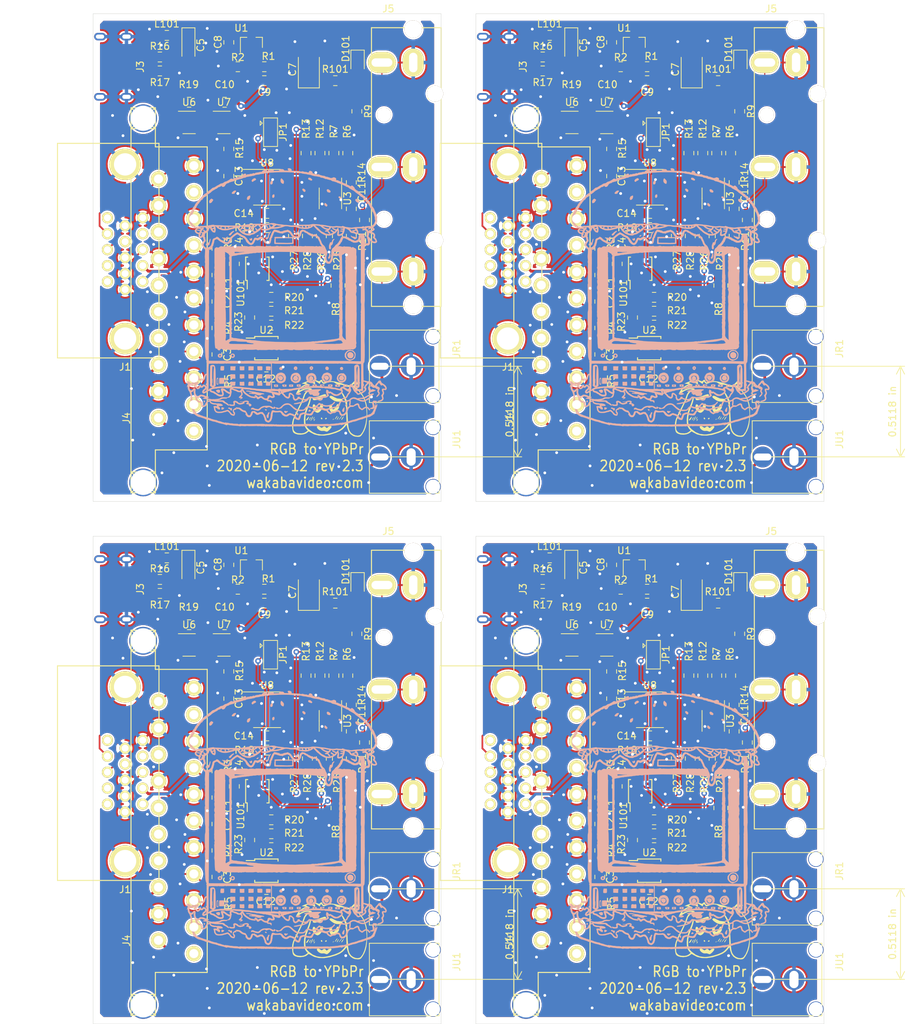
<source format=kicad_pcb>
(kicad_pcb (version 20171130) (host pcbnew "(5.1.5)-2")
  (layers (0 F.Cu signal) (31 B.Cu signal) (34 B.Paste user) (35 F.Paste user) (36 B.SilkS user) (37 F.SilkS user) (38 B.Mask user) (39 F.Mask user) (44 Edge.Cuts user))
  (net 0 "")
  (net 1 "Net-(C1-Pad1)")
  (net 2 /Red)
  (net 3 "Net-(C2-Pad1)")
  (net 4 /Green)
  (net 5 "Net-(C3-Pad1)")
  (net 6 /Blue)
  (net 7 VCC)
  (net 8 "Net-(R1-Pad2)")
  (net 9 GND)
  (net 10 +5V)
  (net 11 "Net-(J1-Pad15)")
  (net 12 "Net-(J1-Pad11)")
  (net 13 "Net-(J1-Pad4)")
  (net 14 "Net-(C13-Pad2)")
  (net 15 /HSYNC)
  (net 16 /VSYNC)
  (net 17 VS)
  (net 18 /STRIP_CSYNC)
  (net 19 /SYNC)
  (net 20 /VGA_CSYNC)
  (net 21 "Net-(J3-PadB5)")
  (net 22 "Net-(J3-PadA5)")
  (net 23 "Net-(U6-Pad4)")
  (net 24 "Net-(U8-Pad7)")
  (net 25 "Net-(U8-Pad5)")
  (net 26 "Net-(U8-Pad3)")
  (net 27 "Net-(C14-Pad1)")
  (net 28 "Net-(J4-Pad1)")
  (net 29 "Net-(J4-Pad19)")
  (net 30 "Net-(J4-Pad16)")
  (net 31 "Net-(J4-Pad12)")
  (net 32 "Net-(J4-Pad10)")
  (net 33 "Net-(J4-Pad6)")
  (net 34 "Net-(J4-Pad3)")
  (net 35 "Net-(J4-Pad2)")
  (net 36 "Net-(J5-Pad1)")
  (net 37 "Net-(J5-Pad3)")
  (net 38 "Net-(J5-Pad2)")
  (net 39 "Net-(J1-Pad12)")
  (net 40 /2R)
  (net 41 "Net-(R20-Pad1)")
  (net 42 /2G)
  (net 43 /2B)
  (net 44 /2Y)
  (net 45 "Net-(R12-Pad2)")
  (net 46 "Net-(R24-Pad1)")
  (net 47 "Net-(R26-Pad2)")
  (net 48 /2Pr)
  (net 49 /2Pb)
  (net 50 "Net-(R14-Pad1)")
  (net 51 "Net-(J1-Pad9)")
  (net 52 "Net-(U2-Pad10)")
  (net 53 "Net-(U101-Pad10)")
  (net 54 "Net-(U101-Pad7)")
  (net 55 "Net-(U101-Pad6)")
  (net 56 "Net-(D101-Pad2)")
  (net 57 "Net-(J3-PadA9)")
  (module Capacitor_SMD:C_0805_2012Metric_Pad1.15x1.40mm_HandSolder (layer F.Cu) (at 109.8 154.65 180)
    (fp_text reference C14 (at 3.35 0) (layer F.SilkS))
    (fp_text value 100n)
    (pad 1 smd roundrect (at -1.025 0 180) (size 1.15 1.4) (layers F.Cu F.Paste F.Mask) (roundrect_rratio 0.217391))
    (pad 2 smd roundrect (at 1.025 0 180) (size 1.15 1.4) (layers F.Cu F.Paste F.Mask) (roundrect_rratio 0.217391))
  )
  (module Resistor_SMD:R_0805_2012Metric_Pad1.15x1.40mm_HandSolder (layer F.Cu) (at 109.8 156.7 180)
    (fp_text reference R18 (at 3.25 0) (layer F.SilkS))
    (fp_text value 680k)
    (pad 1 smd roundrect (at -1.025 0 180) (size 1.15 1.4) (layers F.Cu F.Paste F.Mask) (roundrect_rratio 0.217391))
    (pad 2 smd roundrect (at 1.025 0 180) (size 1.15 1.4) (layers F.Cu F.Paste F.Mask) (roundrect_rratio 0.217391))
  )
  (module Resistor_SMD:R_0805_2012Metric_Pad1.15x1.40mm_HandSolder (layer F.Cu) (at 98.6 138.7 180)
    (fp_text reference R19 (at 0.05 2.55) (layer F.SilkS))
    (fp_text value 1k)
    (pad 1 smd roundrect (at -1.025 0 180) (size 1.15 1.4) (layers F.Cu F.Paste F.Mask) (roundrect_rratio 0.217391))
    (pad 2 smd roundrect (at 1.025 0 180) (size 1.15 1.4) (layers F.Cu F.Paste F.Mask) (roundrect_rratio 0.217391))
  )
  (module Resistor_SMD:R_0805_2012Metric_Pad1.15x1.40mm_HandSolder (layer F.Cu) (at 104.3 145.4 90)
    (fp_text reference R15 (at 0.05 1.55 90) (layer F.SilkS))
    (fp_text value 75)
    (pad 1 smd roundrect (at -1.025 0 90) (size 1.15 1.4) (layers F.Cu F.Paste F.Mask) (roundrect_rratio 0.217391))
    (pad 2 smd roundrect (at 1.025 0 90) (size 1.15 1.4) (layers F.Cu F.Paste F.Mask) (roundrect_rratio 0.217391))
  )
  (module Capacitor_SMD:C_0805_2012Metric_Pad1.15x1.40mm_HandSolder (layer F.Cu) (at 104.3 149.3 270)
    (fp_text reference C13 (at 0 -1.45 90) (layer F.SilkS))
    (fp_text value 100n)
    (pad 1 smd roundrect (at -1.025 0 270) (size 1.15 1.4) (layers F.Cu F.Paste F.Mask) (roundrect_rratio 0.217391))
    (pad 2 smd roundrect (at 1.025 0 270) (size 1.15 1.4) (layers F.Cu F.Paste F.Mask) (roundrect_rratio 0.217391))
  )
  (module Capacitor_SMD:C_0805_2012Metric_Pad1.15x1.40mm_HandSolder (layer F.Cu) (at 109.7 176.7)
    (fp_text reference C12 (at -0.1 1.7) (layer F.SilkS))
    (fp_text value 100n)
    (pad 1 smd roundrect (at -1.025 0) (size 1.15 1.4) (layers F.Cu F.Paste F.Mask) (roundrect_rratio 0.217391))
    (pad 2 smd roundrect (at 1.025 0) (size 1.15 1.4) (layers F.Cu F.Paste F.Mask) (roundrect_rratio 0.217391))
  )
  (module videobits:USB_C_Receptacle_Generic_Power_Only (layer F.Cu) (at 83.2 133.6 90)
    (fp_text reference J3 (at 0 8.382 90) (layer F.SilkS))
    (fp_text value USB_C_Receptacle_Power)
    (pad A5 smd rect (at 0.5 6.55 90) (size 0.7 1.2) (layers F.Cu F.Mask))
    (pad A12 smd rect (at -2.75 6.55 90) (size 0.8 1.2) (layers F.Cu F.Mask))
    (pad A9 smd rect (at -1.52 6.55 90) (size 0.76 1.2) (layers F.Cu F.Mask))
    (pad S1 thru_hole oval (at 4.32 2.6 90) (size 1.1 1.7) (drill oval 0.6 1.2) (layers *.Cu *.Mask))
    (pad B5 smd rect (at -0.5 6.55 90) (size 0.7 1.2) (layers F.Cu F.Mask))
    (pad B9 smd rect (at 1.52 6.55 90) (size 0.76 1.2) (layers F.Cu F.Mask))
    (pad B12 smd rect (at 2.75 6.55 90) (size 0.8 1.2) (layers F.Cu F.Mask))
    (pad S1 thru_hole oval (at -4.32 2.6 90) (size 1.1 1.7) (drill oval 0.6 1.2) (layers *.Cu *.Mask))
    (pad S1 thru_hole oval (at -4.32 6.4 90) (size 1.1 1.7) (drill oval 0.6 1.2) (layers *.Cu *.Mask))
    (pad S1 thru_hole oval (at 4.32 6.4 90) (size 1.1 1.7) (drill oval 0.6 1.2) (layers *.Cu *.Mask))
  )
  (module Package_SO:SOIC-8_3.9x4.9mm_P1.27mm (layer F.Cu) (at 109.8 150.9)
    (fp_text reference U8 (at 0 -3.5) (layer F.SilkS))
    (fp_text value LM1881)
    (pad 1 smd roundrect (at -2.475 -1.905) (size 1.95 0.6) (layers F.Cu F.Paste F.Mask))
    (pad 2 smd roundrect (at -2.475 -0.635) (size 1.95 0.6) (layers F.Cu F.Paste F.Mask))
    (pad 3 smd roundrect (at -2.475 0.635) (size 1.95 0.6) (layers F.Cu F.Paste F.Mask))
    (pad 4 smd roundrect (at -2.475 1.905) (size 1.95 0.6) (layers F.Cu F.Paste F.Mask))
    (pad 5 smd roundrect (at 2.475 1.905) (size 1.95 0.6) (layers F.Cu F.Paste F.Mask))
    (pad 6 smd roundrect (at 2.475 0.635) (size 1.95 0.6) (layers F.Cu F.Paste F.Mask))
    (pad 7 smd roundrect (at 2.475 -0.635) (size 1.95 0.6) (layers F.Cu F.Paste F.Mask))
    (pad 8 smd roundrect (at 2.475 -1.905) (size 1.95 0.6) (layers F.Cu F.Paste F.Mask))
  )
  (module Capacitor_SMD:C_0805_2012Metric_Pad1.15x1.40mm_HandSolder (layer F.Cu) (at 121.9 154 90)
    (fp_text reference C11 (at 2.4 1.5 90) (layer F.SilkS))
    (fp_text value 100n)
    (pad 1 smd roundrect (at -1.025 0 90) (size 1.15 1.4) (layers F.Cu F.Paste F.Mask) (roundrect_rratio 0.217391))
    (pad 2 smd roundrect (at 1.025 0 90) (size 1.15 1.4) (layers F.Cu F.Paste F.Mask) (roundrect_rratio 0.217391))
  )
  (module custom_components:SCART_CONN (layer F.Cu) (at 94.2 184 270)
    (fp_text reference J4 (at 0.05 4.6 90) (layer F.SilkS))
    (fp_text value SCART_CONN)
    (pad 0 thru_hole circle (at 9.27 2.2 270) (size 4 4) (drill 3.6) (layers *.Cu *.Mask))
    (pad 0 thru_hole circle (at -43 2.2 270) (size 4 4) (drill 3.6) (layers *.Cu *.Mask))
    (pad 2 thru_hole circle (at 0 0 270) (size 2.2 2.2) (drill 1.3) (layers *.Cu *.Mask F.SilkS))
    (pad 3 thru_hole circle (at -1.905 -5.08 270) (size 2.2 2.2) (drill 1.3) (layers *.Cu *.Mask F.SilkS))
    (pad 4 thru_hole circle (at -3.81 0 270) (size 2.2 2.2) (drill 1.3) (layers *.Cu *.Mask F.SilkS))
    (pad 5 thru_hole circle (at -5.715 -5.08 270) (size 2.2 2.2) (drill 1.3) (layers *.Cu *.Mask F.SilkS))
    (pad 6 thru_hole circle (at -7.62 0 270) (size 2.2 2.2) (drill 1.3) (layers *.Cu *.Mask F.SilkS))
    (pad 7 thru_hole circle (at -9.525 -5.08 270) (size 2.2 2.2) (drill 1.3) (layers *.Cu *.Mask F.SilkS))
    (pad 8 thru_hole circle (at -11.43 0 270) (size 2.2 2.2) (drill 1.3) (layers *.Cu *.Mask F.SilkS))
    (pad 9 thru_hole circle (at -13.335 -5.08 270) (size 2.2 2.2) (drill 1.3) (layers *.Cu *.Mask F.SilkS))
    (pad 10 thru_hole circle (at -15.24 0 270) (size 2.2 2.2) (drill 1.3) (layers *.Cu *.Mask F.SilkS))
    (pad 11 thru_hole circle (at -17.145 -5.08 270) (size 2.2 2.2) (drill 1.3) (layers *.Cu *.Mask F.SilkS))
    (pad 12 thru_hole circle (at -19.05 0 270) (size 2.2 2.2) (drill 1.3) (layers *.Cu *.Mask F.SilkS))
    (pad 13 thru_hole circle (at -20.955 -5.08 270) (size 2.2 2.2) (drill 1.3) (layers *.Cu *.Mask F.SilkS))
    (pad 20 thru_hole circle (at -34.29 0 270) (size 2.2 2.2) (drill 1.3) (layers *.Cu *.Mask F.SilkS))
    (pad 15 thru_hole circle (at -24.765 -5.08 270) (size 2.2 2.2) (drill 1.3) (layers *.Cu *.Mask F.SilkS))
    (pad 14 thru_hole circle (at -22.86 0 270) (size 2.2 2.2) (drill 1.3) (layers *.Cu *.Mask F.SilkS))
    (pad 17 thru_hole circle (at -28.575 -5.08 270) (size 2.2 2.2) (drill 1.3) (layers *.Cu *.Mask F.SilkS))
    (pad 16 thru_hole circle (at -26.67 0 270) (size 2.2 2.2) (drill 1.3) (layers *.Cu *.Mask F.SilkS))
    (pad 19 thru_hole circle (at -32.385 -5.08 270) (size 2.2 2.2) (drill 1.3) (layers *.Cu *.Mask F.SilkS))
    (pad 18 thru_hole circle (at -30.48 0 270) (size 2.2 2.2) (drill 1.3) (layers *.Cu *.Mask F.SilkS))
    (pad 21 thru_hole circle (at -36.195 -5.08 270) (size 2.2 2.2) (drill 1.3) (layers *.Cu *.Mask F.SilkS))
    (pad 1 thru_hole circle (at 1.905 -5.08 270) (size 2.2 2.2) (drill 1.3) (layers *.Cu *.Mask F.SilkS))
  )
  (module Resistor_SMD:R_0805_2012Metric_Pad1.15x1.40mm_HandSolder (layer F.Cu) (at 94.4 134.2 180)
    (fp_text reference R17 (at 0 -1.65) (layer F.SilkS))
    (fp_text value 5k1)
    (pad 1 smd roundrect (at -1.025 0 180) (size 1.15 1.4) (layers F.Cu F.Paste F.Mask) (roundrect_rratio 0.217391))
    (pad 2 smd roundrect (at 1.025 0 180) (size 1.15 1.4) (layers F.Cu F.Paste F.Mask) (roundrect_rratio 0.217391))
  )
  (module Resistor_SMD:R_0805_2012Metric_Pad1.15x1.40mm_HandSolder (layer F.Cu) (at 94.4 132.2 180)
    (fp_text reference R16 (at 0 1.55) (layer F.SilkS))
    (fp_text value 5k1)
    (pad 1 smd roundrect (at -1.025 0 180) (size 1.15 1.4) (layers F.Cu F.Paste F.Mask) (roundrect_rratio 0.217391))
    (pad 2 smd roundrect (at 1.025 0 180) (size 1.15 1.4) (layers F.Cu F.Paste F.Mask) (roundrect_rratio 0.217391))
  )
  (module Capacitor_SMD:C_0805_2012Metric_Pad1.15x1.40mm_HandSolder (layer F.Cu) (at 103.7 138.7 180)
    (fp_text reference C10 (at 0 2.55) (layer F.SilkS))
    (fp_text value 100n)
    (pad 1 smd roundrect (at -1.025 0 180) (size 1.15 1.4) (layers F.Cu F.Paste F.Mask) (roundrect_rratio 0.217391))
    (pad 2 smd roundrect (at 1.025 0 180) (size 1.15 1.4) (layers F.Cu F.Paste F.Mask) (roundrect_rratio 0.217391))
  )
  (module Capacitor_SMD:C_0805_2012Metric_Pad1.15x1.40mm_HandSolder (layer F.Cu) (at 109.4 135.6 180)
    (fp_text reference C9 (at 0 -1.65) (layer F.SilkS))
    (fp_text value 10u)
    (pad 1 smd roundrect (at -1.025 0 180) (size 1.15 1.4) (layers F.Cu F.Paste F.Mask) (roundrect_rratio 0.217391))
    (pad 2 smd roundrect (at 1.025 0 180) (size 1.15 1.4) (layers F.Cu F.Paste F.Mask) (roundrect_rratio 0.217391))
  )
  (module Resistor_SMD:R_0805_2012Metric_Pad1.15x1.40mm_HandSolder (layer F.Cu) (at 110.4 168.7)
    (fp_text reference R21 (at 3.3 -0.1) (layer F.SilkS))
    (fp_text value 511)
    (pad 1 smd roundrect (at -1.025 0) (size 1.15 1.4) (layers F.Cu F.Paste F.Mask) (roundrect_rratio 0.217391))
    (pad 2 smd roundrect (at 1.025 0) (size 1.15 1.4) (layers F.Cu F.Paste F.Mask) (roundrect_rratio 0.217391))
  )
  (module Capacitor_SMD:C_0805_2012Metric_Pad1.15x1.40mm_HandSolder (layer F.Cu) (at 104.3 130.1 270)
    (fp_text reference C8 (at -0.05 1.55 90) (layer F.SilkS))
    (fp_text value 100n)
    (pad 1 smd roundrect (at -1.025 0 270) (size 1.15 1.4) (layers F.Cu F.Paste F.Mask) (roundrect_rratio 0.217391))
    (pad 2 smd roundrect (at 1.025 0 270) (size 1.15 1.4) (layers F.Cu F.Paste F.Mask) (roundrect_rratio 0.217391))
  )
  (module custom_components:VGA_CONN (layer F.Cu) (at 89.4 161 270)
    (fp_text reference J1 (at 15.70228 -0.00508) (layer F.SilkS))
    (fp_text value VGA)
    (pad 8 thru_hole circle (at 0 0 270) (size 1.6 1.6) (drill 1) (layers *.Cu *.Mask F.SilkS))
    (pad 9 thru_hole circle (at -2.29 0 270) (size 1.6 1.6) (drill 1) (layers *.Cu *.Mask F.SilkS))
    (pad 10 thru_hole circle (at -4.58 0 270) (size 1.6 1.6) (drill 1) (layers *.Cu *.Mask F.SilkS))
    (pad 1 thru_hole circle (at 3.44 -2.54 270) (size 1.6 1.6) (drill 1) (layers *.Cu *.Mask F.SilkS))
    (pad 2 thru_hole circle (at 1.15 -2.54 270) (size 1.6 1.6) (drill 1) (layers *.Cu *.Mask F.SilkS))
    (pad 3 thru_hole circle (at -1.14 -2.54 270) (size 1.6 1.6) (drill 1) (layers *.Cu *.Mask F.SilkS))
    (pad 4 thru_hole circle (at -3.43 -2.54 270) (size 1.6 1.6) (drill 1) (layers *.Cu *.Mask F.SilkS))
    (pad 5 thru_hole circle (at -5.72 -2.54 270) (size 1.6 1.6) (drill 1) (layers *.Cu *.Mask F.SilkS))
    (pad 6 thru_hole circle (at 4.58 0 270) (size 1.6 1.6) (drill 1) (layers *.Cu *.Mask F.SilkS))
    (pad 7 thru_hole circle (at 2.29 0 270) (size 1.6 1.6) (drill 1) (layers *.Cu *.Mask F.SilkS))
    (pad 11 thru_hole circle (at 3.44 2.54 270) (size 1.6 1.6) (drill 1) (layers *.Cu *.Mask F.SilkS))
    (pad 12 thru_hole circle (at 1.15 2.54 270) (size 1.6 1.6) (drill 1) (layers *.Cu *.Mask F.SilkS))
    (pad 13 thru_hole circle (at -1.14 2.54 270) (size 1.6 1.6) (drill 1) (layers *.Cu *.Mask F.SilkS))
    (pad 14 thru_hole circle (at -3.43 2.54 270) (size 1.6 1.6) (drill 1) (layers *.Cu *.Mask F.SilkS))
    (pad 15 thru_hole circle (at -5.72 2.54 270) (size 1.6 1.6) (drill 1) (layers *.Cu *.Mask F.SilkS))
    (pad 10 thru_hole circle (at 11.62 0 270) (size 4.5 4.5) (drill 3.2) (layers *.Cu *.Mask F.SilkS))
    (pad 10 thru_hole circle (at -13.38 0 270) (size 4.5 4.5) (drill 3.2) (layers *.Cu *.Mask F.SilkS))
  )
  (module Capacitor_SMD:C_0805_2012Metric_Pad1.15x1.40mm_HandSolder (layer F.Cu) (at 102.6 174.9 270)
    (fp_text reference C3 (at 0 -1.5 90) (layer F.SilkS))
    (fp_text value 1u)
    (pad 1 smd roundrect (at -1.025 0 270) (size 1.15 1.4) (layers F.Cu F.Paste F.Mask) (roundrect_rratio 0.217391))
    (pad 2 smd roundrect (at 1.025 0 270) (size 1.15 1.4) (layers F.Cu F.Paste F.Mask) (roundrect_rratio 0.217391))
  )
  (module Capacitor_SMD:C_0805_2012Metric_Pad1.15x1.40mm_HandSolder (layer F.Cu) (at 102.6 167.3 270)
    (fp_text reference C2 (at 0 -1.5 90) (layer F.SilkS))
    (fp_text value 1u)
    (pad 1 smd roundrect (at -1.025 0 270) (size 1.15 1.4) (layers F.Cu F.Paste F.Mask) (roundrect_rratio 0.217391))
    (pad 2 smd roundrect (at 1.025 0 270) (size 1.15 1.4) (layers F.Cu F.Paste F.Mask) (roundrect_rratio 0.217391))
  )
  (module Capacitor_SMD:C_0805_2012Metric_Pad1.15x1.40mm_HandSolder (layer F.Cu) (at 102.6 163.5 90)
    (fp_text reference C1 (at -1.2 1.6 90) (layer F.SilkS))
    (fp_text value 1u)
    (pad 1 smd roundrect (at -1.025 0 90) (size 1.15 1.4) (layers F.Cu F.Paste F.Mask) (roundrect_rratio 0.217391))
    (pad 2 smd roundrect (at 1.025 0 90) (size 1.15 1.4) (layers F.Cu F.Paste F.Mask) (roundrect_rratio 0.217391))
  )
  (module Resistor_SMD:R_0805_2012Metric_Pad1.15x1.40mm_HandSolder (layer F.Cu) (at 102.6 159.7 90)
    (fp_text reference R3 (at 0.7 1.6 90) (layer F.SilkS))
    (fp_text value 75)
    (pad 1 smd roundrect (at -1.025 0 90) (size 1.15 1.4) (layers F.Cu F.Paste F.Mask) (roundrect_rratio 0.217391))
    (pad 2 smd roundrect (at 1.025 0 90) (size 1.15 1.4) (layers F.Cu F.Paste F.Mask) (roundrect_rratio 0.217391))
  )
  (module Package_TO_SOT_SMD:SOT-23 (layer F.Cu) (at 107.546 130.142 90)
    (fp_text reference U1 (at 2.092 -1.446 180) (layer F.SilkS))
    (fp_text value SC6206B-65K5 hide)
    (pad 1 smd rect (at -1 -0.95 90) (size 0.9 0.8) (layers F.Cu F.Paste F.Mask))
    (pad 2 smd rect (at -1 0.95 90) (size 0.9 0.8) (layers F.Cu F.Paste F.Mask))
    (pad 3 smd rect (at 1 0 90) (size 0.9 0.8) (layers F.Cu F.Paste F.Mask))
  )
  (module Resistor_SMD:R_0805_2012Metric_Pad1.15x1.40mm_HandSolder (layer F.Cu) (at 102.6 178.7 270)
    (fp_text reference R5 (at 0 -1.65 90) (layer F.SilkS))
    (fp_text value 75)
    (pad 1 smd roundrect (at -1.025 0 270) (size 1.15 1.4) (layers F.Cu F.Paste F.Mask) (roundrect_rratio 0.217391))
    (pad 2 smd roundrect (at 1.025 0 270) (size 1.15 1.4) (layers F.Cu F.Paste F.Mask) (roundrect_rratio 0.217391))
  )
  (module Resistor_SMD:R_0805_2012Metric_Pad1.15x1.40mm_HandSolder (layer F.Cu) (at 102.6 171.1 270)
    (fp_text reference R4 (at 0 -1.65 90) (layer F.SilkS))
    (fp_text value 75)
    (pad 1 smd roundrect (at -1.025 0 270) (size 1.15 1.4) (layers F.Cu F.Paste F.Mask) (roundrect_rratio 0.217391))
    (pad 2 smd roundrect (at 1.025 0 270) (size 1.15 1.4) (layers F.Cu F.Paste F.Mask) (roundrect_rratio 0.217391))
  )
  (module Resistor_SMD:R_0805_2012Metric_Pad1.15x1.40mm_HandSolder (layer F.Cu) (at 105.6 133.6 180)
    (fp_text reference R2 (at 0 1.35 180) (layer F.SilkS))
    (fp_text value 1k33)
    (pad 1 smd roundrect (at -1.025 0 180) (size 1.15 1.4) (layers F.Cu F.Paste F.Mask) (roundrect_rratio 0.217391))
    (pad 2 smd roundrect (at 1.025 0 180) (size 1.15 1.4) (layers F.Cu F.Paste F.Mask) (roundrect_rratio 0.217391))
  )
  (module Resistor_SMD:R_0805_2012Metric_Pad1.15x1.40mm_HandSolder (layer F.Cu) (at 109.4 133.6 180)
    (fp_text reference R1 (at -0.6 1.5 180) (layer F.SilkS))
    (fp_text value 1k)
    (pad 1 smd roundrect (at -1.025 0 180) (size 1.15 1.4) (layers F.Cu F.Paste F.Mask) (roundrect_rratio 0.217391))
    (pad 2 smd roundrect (at 1.025 0 180) (size 1.15 1.4) (layers F.Cu F.Paste F.Mask) (roundrect_rratio 0.217391))
  )
  (module Resistor_SMD:R_0805_2012Metric_Pad1.15x1.40mm_HandSolder (layer F.Cu) (at 107.3 169.6 90)
    (fp_text reference R23 (at -0.6 -1.6 90) (layer F.SilkS))
    (fp_text value 300)
    (pad 1 smd roundrect (at -1.025 0 90) (size 1.15 1.4) (layers F.Cu F.Paste F.Mask) (roundrect_rratio 0.217391))
    (pad 2 smd roundrect (at 1.025 0 90) (size 1.15 1.4) (layers F.Cu F.Paste F.Mask) (roundrect_rratio 0.217391))
  )
  (module videobits:Cheapo_RCA_single_edge (layer F.Cu) (at 134.5 189.62 270)
    (fp_text reference JU1 (at -2.54 -2.54 90) (layer F.SilkS))
    (fp_text value Conn_Coaxial)
    (pad 1 thru_hole oval (at 0 8.5 270) (size 3 3) (drill oval 1 2.5) (layers *.Cu *.Mask))
    (pad 2 thru_hole oval (at 0 4 270) (size 3 3) (drill oval 2.5 1.3) (layers *.Cu *.Mask))
    (pad "" np_thru_hole circle (at 4.25 0.85 270) (size 2.2 2.2) (drill 2) (layers *.Cu *.Mask))
    (pad "" np_thru_hole circle (at -4.25 0.85 270) (size 2.2 2.2) (drill 2) (layers *.Cu *.Mask))
  )
  (module Resistor_SMD:R_0805_2012Metric_Pad1.15x1.40mm_HandSolder (layer F.Cu) (at 110.4 166.7)
    (fp_text reference R20 (at 3.3 0) (layer F.SilkS))
    (fp_text value 1k)
    (pad 1 smd roundrect (at -1.025 0) (size 1.15 1.4) (layers F.Cu F.Paste F.Mask) (roundrect_rratio 0.217391))
    (pad 2 smd roundrect (at 1.025 0) (size 1.15 1.4) (layers F.Cu F.Paste F.Mask) (roundrect_rratio 0.217391))
  )
  (module videobits:Cheapo_RCA_single_edge (layer F.Cu) (at 134.5 176.6 270)
    (fp_text reference JR1 (at -2.54 -2.54 90) (layer F.SilkS))
    (fp_text value Conn_Coaxial)
    (pad 1 thru_hole oval (at 0 8.5 270) (size 3 3) (drill oval 1 2.5) (layers *.Cu *.Mask))
    (pad 2 thru_hole oval (at 0 4 270) (size 3 3) (drill oval 2.5 1.3) (layers *.Cu *.Mask))
    (pad "" np_thru_hole circle (at 4.25 0.85 270) (size 2.2 2.2) (drill 2) (layers *.Cu *.Mask))
    (pad "" np_thru_hole circle (at -4.25 0.85 270) (size 2.2 2.2) (drill 2) (layers *.Cu *.Mask))
  )
  (module Resistor_SMD:R_0805_2012Metric_Pad1.15x1.40mm_HandSolder (layer F.Cu) (at 110.4 170.7)
    (fp_text reference R22 (at 3.3 0) (layer F.SilkS))
    (fp_text value 2740)
    (pad 1 smd roundrect (at -1.025 0) (size 1.15 1.4) (layers F.Cu F.Paste F.Mask) (roundrect_rratio 0.217391))
    (pad 2 smd roundrect (at 1.025 0) (size 1.15 1.4) (layers F.Cu F.Paste F.Mask) (roundrect_rratio 0.217391))
  )
  (module Resistor_SMD:R_0805_2012Metric_Pad1.15x1.40mm_HandSolder (layer F.Cu) (at 119.4 146 270)
    (fp_text reference R7 (at -3.1 0 90) (layer F.SilkS))
    (fp_text value 1k402)
    (pad 1 smd roundrect (at -1.025 0 270) (size 1.15 1.4) (layers F.Cu F.Paste F.Mask) (roundrect_rratio 0.217391))
    (pad 2 smd roundrect (at 1.025 0 270) (size 1.15 1.4) (layers F.Cu F.Paste F.Mask) (roundrect_rratio 0.217391))
  )
  (module Resistor_SMD:R_0805_2012Metric_Pad1.15x1.40mm_HandSolder (layer F.Cu) (at 115.4 146 270)
    (fp_text reference R13 (at -3.5 0 90) (layer F.SilkS))
    (fp_text value 1k27)
    (pad 1 smd roundrect (at -1.025 0 270) (size 1.15 1.4) (layers F.Cu F.Paste F.Mask) (roundrect_rratio 0.217391))
    (pad 2 smd roundrect (at 1.025 0 270) (size 1.15 1.4) (layers F.Cu F.Paste F.Mask) (roundrect_rratio 0.217391))
  )
  (module Resistor_SMD:R_0805_2012Metric_Pad1.15x1.40mm_HandSolder (layer F.Cu) (at 121.9 157.9 90)
    (fp_text reference R24 (at -3.5 0 90) (layer F.SilkS))
    (fp_text value 1k)
    (pad 1 smd roundrect (at -1.025 0 90) (size 1.15 1.4) (layers F.Cu F.Paste F.Mask) (roundrect_rratio 0.217391))
    (pad 2 smd roundrect (at 1.025 0 90) (size 1.15 1.4) (layers F.Cu F.Paste F.Mask) (roundrect_rratio 0.217391))
  )
  (module Resistor_SMD:R_0805_2012Metric_Pad1.15x1.40mm_HandSolder (layer F.Cu) (at 119.9 157.9 90)
    (fp_text reference R25 (at -3.5 0 90) (layer F.SilkS))
    (fp_text value 1k77)
    (pad 1 smd roundrect (at -1.025 0 90) (size 1.15 1.4) (layers F.Cu F.Paste F.Mask) (roundrect_rratio 0.217391))
    (pad 2 smd roundrect (at 1.025 0 90) (size 1.15 1.4) (layers F.Cu F.Paste F.Mask) (roundrect_rratio 0.217391))
  )
  (module Resistor_SMD:R_0805_2012Metric_Pad1.15x1.40mm_HandSolder (layer F.Cu) (at 117.6 157.9 90)
    (fp_text reference R26 (at -3.5 0 90) (layer F.SilkS))
    (fp_text value 1k77)
    (pad 1 smd roundrect (at -1.025 0 90) (size 1.15 1.4) (layers F.Cu F.Paste F.Mask) (roundrect_rratio 0.217391))
    (pad 2 smd roundrect (at 1.025 0 90) (size 1.15 1.4) (layers F.Cu F.Paste F.Mask) (roundrect_rratio 0.217391))
  )
  (module Capacitor_SMD:C_0805_2012Metric_Pad1.15x1.40mm_HandSolder (layer F.Cu) (at 105.1 161.9 90)
    (fp_text reference C4 (at 2.9 0.7 90) (layer F.SilkS))
    (fp_text value 100n)
    (pad 1 smd roundrect (at -1.025 0 90) (size 1.15 1.4) (layers F.Cu F.Paste F.Mask) (roundrect_rratio 0.217391))
    (pad 2 smd roundrect (at 1.025 0 90) (size 1.15 1.4) (layers F.Cu F.Paste F.Mask) (roundrect_rratio 0.217391))
  )
  (module videobits:uwuriel (layer F.Cu) (at 118.8 182.6)
    (fp_text reference GOTE1 hide)
    (fp_text value Fiducial hide)
  )
  (module Resistor_SMD:R_0805_2012Metric_Pad1.15x1.40mm_HandSolder (layer F.Cu) (at 119.7 165 90)
    (fp_text reference R8 (at -3.4 0 90) (layer F.SilkS))
    (fp_text value 510)
    (pad 1 smd roundrect (at -1.025 0 90) (size 1.15 1.4) (layers F.Cu F.Paste F.Mask) (roundrect_rratio 0.217391))
    (pad 2 smd roundrect (at 1.025 0 90) (size 1.15 1.4) (layers F.Cu F.Paste F.Mask) (roundrect_rratio 0.217391))
  )
  (module Package_SO:MSOP-10_3x3mm_P0.5mm (layer F.Cu) (at 109.7 174)
    (fp_text reference U2 (at 0 -2.6) (layer F.SilkS))
    (fp_text value TPF144-VR)
    (pad 1 smd rect (at -2.2 -1) (size 1.4 0.3) (layers F.Cu F.Paste F.Mask))
    (pad 2 smd rect (at -2.2 -0.5) (size 1.4 0.3) (layers F.Cu F.Paste F.Mask))
    (pad 3 smd rect (at -2.2 0) (size 1.4 0.3) (layers F.Cu F.Paste F.Mask))
    (pad 4 smd rect (at -2.2 0.5) (size 1.4 0.3) (layers F.Cu F.Paste F.Mask))
    (pad 5 smd rect (at -2.2 1) (size 1.4 0.3) (layers F.Cu F.Paste F.Mask))
    (pad 6 smd rect (at 2.2 1) (size 1.4 0.3) (layers F.Cu F.Paste F.Mask))
    (pad 7 smd rect (at 2.2 0.5) (size 1.4 0.3) (layers F.Cu F.Paste F.Mask))
    (pad 8 smd rect (at 2.2 0) (size 1.4 0.3) (layers F.Cu F.Paste F.Mask))
    (pad 9 smd rect (at 2.2 -0.5) (size 1.4 0.3) (layers F.Cu F.Paste F.Mask))
    (pad 10 smd rect (at 2.2 -1) (size 1.4 0.3) (layers F.Cu F.Paste F.Mask))
  )
  (module LED_SMD:LED_0805_2012Metric (layer F.Cu) (at 122.8 132.9 270)
    (fp_text reference D101 (at -1.9 1.7 90) (layer F.SilkS))
    (fp_text value LED)
    (pad 1 smd roundrect (at -0.9375 0 270) (size 0.975 1.4) (layers F.Cu F.Paste F.Mask))
    (pad 2 smd roundrect (at 0.9375 0 270) (size 0.975 1.4) (layers F.Cu F.Paste F.Mask))
  )
  (module Resistor_SMD:R_0805_2012Metric_Pad1.15x1.40mm_HandSolder (layer F.Cu) (at 123.8 155.6 270)
    (fp_text reference R11 (at 3 0.3 90) (layer F.SilkS))
    (fp_text value 75)
    (pad 1 smd roundrect (at -1.025 0 270) (size 1.15 1.4) (layers F.Cu F.Paste F.Mask) (roundrect_rratio 0.217391))
    (pad 2 smd roundrect (at 1.025 0 270) (size 1.15 1.4) (layers F.Cu F.Paste F.Mask) (roundrect_rratio 0.217391))
  )
  (module Package_SO:MSOP-8_3x3mm_P0.65mm (layer F.Cu) (at 118.9 152.5 270)
    (fp_text reference U3 (at 0 -2.45 90) (layer F.SilkS))
    (fp_text value RS8752XM)
    (pad 1 smd roundrect (at -2.1125 -0.975 270) (size 1.625 0.5) (layers F.Cu F.Paste F.Mask))
    (pad 2 smd roundrect (at -2.1125 -0.325 270) (size 1.625 0.5) (layers F.Cu F.Paste F.Mask))
    (pad 3 smd roundrect (at -2.1125 0.325 270) (size 1.625 0.5) (layers F.Cu F.Paste F.Mask))
    (pad 4 smd roundrect (at -2.1125 0.975 270) (size 1.625 0.5) (layers F.Cu F.Paste F.Mask))
    (pad 5 smd roundrect (at 2.1125 0.975 270) (size 1.625 0.5) (layers F.Cu F.Paste F.Mask))
    (pad 6 smd roundrect (at 2.1125 0.325 270) (size 1.625 0.5) (layers F.Cu F.Paste F.Mask))
    (pad 7 smd roundrect (at 2.1125 -0.325 270) (size 1.625 0.5) (layers F.Cu F.Paste F.Mask))
    (pad 8 smd roundrect (at 2.1125 -0.975 270) (size 1.625 0.5) (layers F.Cu F.Paste F.Mask))
  )
  (module Resistor_SMD:R_0805_2012Metric_Pad1.15x1.40mm_HandSolder (layer F.Cu) (at 122.7 140 270)
    (fp_text reference R9 (at 0 -1.65 90) (layer F.SilkS))
    (fp_text value 75)
    (pad 1 smd roundrect (at -1.025 0 270) (size 1.15 1.4) (layers F.Cu F.Paste F.Mask) (roundrect_rratio 0.217391))
    (pad 2 smd roundrect (at 1.025 0 270) (size 1.15 1.4) (layers F.Cu F.Paste F.Mask) (roundrect_rratio 0.217391))
  )
  (module Package_SO:SOIC-8_3.9x4.9mm_P1.27mm (layer F.Cu) (at 54.8 150.9)
    (fp_text reference U8 (at 0 -3.5) (layer F.SilkS))
    (fp_text value LM1881)
    (pad 1 smd roundrect (at -2.475 -1.905) (size 1.95 0.6) (layers F.Cu F.Paste F.Mask))
    (pad 2 smd roundrect (at -2.475 -0.635) (size 1.95 0.6) (layers F.Cu F.Paste F.Mask))
    (pad 3 smd roundrect (at -2.475 0.635) (size 1.95 0.6) (layers F.Cu F.Paste F.Mask))
    (pad 4 smd roundrect (at -2.475 1.905) (size 1.95 0.6) (layers F.Cu F.Paste F.Mask))
    (pad 5 smd roundrect (at 2.475 1.905) (size 1.95 0.6) (layers F.Cu F.Paste F.Mask))
    (pad 6 smd roundrect (at 2.475 0.635) (size 1.95 0.6) (layers F.Cu F.Paste F.Mask))
    (pad 7 smd roundrect (at 2.475 -0.635) (size 1.95 0.6) (layers F.Cu F.Paste F.Mask))
    (pad 8 smd roundrect (at 2.475 -1.905) (size 1.95 0.6) (layers F.Cu F.Paste F.Mask))
  )
  (module Resistor_SMD:R_0805_2012Metric_Pad1.15x1.40mm_HandSolder (layer F.Cu) (at 49.3 145.4 90)
    (fp_text reference R15 (at 0.05 1.55 90) (layer F.SilkS))
    (fp_text value 75)
    (pad 1 smd roundrect (at -1.025 0 90) (size 1.15 1.4) (layers F.Cu F.Paste F.Mask) (roundrect_rratio 0.217391))
    (pad 2 smd roundrect (at 1.025 0 90) (size 1.15 1.4) (layers F.Cu F.Paste F.Mask) (roundrect_rratio 0.217391))
  )
  (module Resistor_SMD:R_0805_2012Metric_Pad1.15x1.40mm_HandSolder (layer F.Cu) (at 121.7 165 90)
    (fp_text reference R10 (at -3.4 0 90) (layer F.SilkS))
    (fp_text value 75)
    (pad 1 smd roundrect (at -1.025 0 90) (size 1.15 1.4) (layers F.Cu F.Paste F.Mask) (roundrect_rratio 0.217391))
    (pad 2 smd roundrect (at 1.025 0 90) (size 1.15 1.4) (layers F.Cu F.Paste F.Mask) (roundrect_rratio 0.217391))
  )
  (module Resistor_SMD:R_0805_2012Metric_Pad1.15x1.40mm_HandSolder (layer F.Cu) (at 119.6 135.6)
    (fp_text reference R101 (at 0 -1.65) (layer F.SilkS))
    (fp_text value 1k)
    (pad 1 smd roundrect (at -1.025 0) (size 1.15 1.4) (layers F.Cu F.Paste F.Mask) (roundrect_rratio 0.217391))
    (pad 2 smd roundrect (at 1.025 0) (size 1.15 1.4) (layers F.Cu F.Paste F.Mask) (roundrect_rratio 0.217391))
  )
  (module Inductor_SMD:L_0805_2012Metric_Pad1.15x1.40mm_HandSolder (layer F.Cu) (at 95.4 129.1)
    (fp_text reference L101 (at 0 -1.65) (layer F.SilkS))
    (fp_text value 10u)
    (pad 1 smd roundrect (at -1.025 0) (size 1.15 1.4) (layers F.Cu F.Paste F.Mask) (roundrect_rratio 0.217391))
    (pad 2 smd roundrect (at 1.025 0) (size 1.15 1.4) (layers F.Cu F.Paste F.Mask) (roundrect_rratio 0.217391))
  )
  (module Resistor_SMD:R_0805_2012Metric_Pad1.15x1.40mm_HandSolder (layer F.Cu) (at 39.4 134.2 180)
    (fp_text reference R17 (at 0 -1.65) (layer F.SilkS))
    (fp_text value 5k1)
    (pad 1 smd roundrect (at -1.025 0 180) (size 1.15 1.4) (layers F.Cu F.Paste F.Mask) (roundrect_rratio 0.217391))
    (pad 2 smd roundrect (at 1.025 0 180) (size 1.15 1.4) (layers F.Cu F.Paste F.Mask) (roundrect_rratio 0.217391))
  )
  (module custom_components:VGA_CONN (layer F.Cu) (at 34.4 161 270)
    (fp_text reference J1 (at 15.70228 -0.00508) (layer F.SilkS))
    (fp_text value VGA)
    (pad 8 thru_hole circle (at 0 0 270) (size 1.6 1.6) (drill 1) (layers *.Cu *.Mask F.SilkS))
    (pad 9 thru_hole circle (at -2.29 0 270) (size 1.6 1.6) (drill 1) (layers *.Cu *.Mask F.SilkS))
    (pad 10 thru_hole circle (at -4.58 0 270) (size 1.6 1.6) (drill 1) (layers *.Cu *.Mask F.SilkS))
    (pad 1 thru_hole circle (at 3.44 -2.54 270) (size 1.6 1.6) (drill 1) (layers *.Cu *.Mask F.SilkS))
    (pad 2 thru_hole circle (at 1.15 -2.54 270) (size 1.6 1.6) (drill 1) (layers *.Cu *.Mask F.SilkS))
    (pad 3 thru_hole circle (at -1.14 -2.54 270) (size 1.6 1.6) (drill 1) (layers *.Cu *.Mask F.SilkS))
    (pad 4 thru_hole circle (at -3.43 -2.54 270) (size 1.6 1.6) (drill 1) (layers *.Cu *.Mask F.SilkS))
    (pad 5 thru_hole circle (at -5.72 -2.54 270) (size 1.6 1.6) (drill 1) (layers *.Cu *.Mask F.SilkS))
    (pad 6 thru_hole circle (at 4.58 0 270) (size 1.6 1.6) (drill 1) (layers *.Cu *.Mask F.SilkS))
    (pad 7 thru_hole circle (at 2.29 0 270) (size 1.6 1.6) (drill 1) (layers *.Cu *.Mask F.SilkS))
    (pad 11 thru_hole circle (at 3.44 2.54 270) (size 1.6 1.6) (drill 1) (layers *.Cu *.Mask F.SilkS))
    (pad 12 thru_hole circle (at 1.15 2.54 270) (size 1.6 1.6) (drill 1) (layers *.Cu *.Mask F.SilkS))
    (pad 13 thru_hole circle (at -1.14 2.54 270) (size 1.6 1.6) (drill 1) (layers *.Cu *.Mask F.SilkS))
    (pad 14 thru_hole circle (at -3.43 2.54 270) (size 1.6 1.6) (drill 1) (layers *.Cu *.Mask F.SilkS))
    (pad 15 thru_hole circle (at -5.72 2.54 270) (size 1.6 1.6) (drill 1) (layers *.Cu *.Mask F.SilkS))
    (pad 10 thru_hole circle (at 11.62 0 270) (size 4.5 4.5) (drill 3.2) (layers *.Cu *.Mask F.SilkS))
    (pad 10 thru_hole circle (at -13.38 0 270) (size 4.5 4.5) (drill 3.2) (layers *.Cu *.Mask F.SilkS))
  )
  (module Package_TO_SOT_SMD:SOT-23-5 (layer F.Cu) (at 98.6 141.6)
    (fp_text reference U6 (at 0 -2.9) (layer F.SilkS))
    (fp_text value 74AHCT1G86)
    (pad 1 smd rect (at -1.1 -0.95) (size 1.06 0.65) (layers F.Cu F.Paste F.Mask))
    (pad 2 smd rect (at -1.1 0) (size 1.06 0.65) (layers F.Cu F.Paste F.Mask))
    (pad 3 smd rect (at -1.1 0.95) (size 1.06 0.65) (layers F.Cu F.Paste F.Mask))
    (pad 4 smd rect (at 1.1 0.95) (size 1.06 0.65) (layers F.Cu F.Paste F.Mask))
    (pad 5 smd rect (at 1.1 -0.95) (size 1.06 0.65) (layers F.Cu F.Paste F.Mask))
  )
  (module Capacitor_Tantalum_SMD:CP_EIA-3216-18_Kemet-A_Pad1.58x1.35mm_HandSolder (layer F.Cu) (at 98.5 130.5 270)
    (fp_text reference C5 (at 0 -1.75 90) (layer F.SilkS))
    (fp_text value 10u)
    (pad 1 smd roundrect (at -1.4375 0 270) (size 1.575 1.35) (layers F.Cu F.Paste F.Mask) (roundrect_rratio 0.185185))
    (pad 2 smd roundrect (at 1.4375 0 270) (size 1.575 1.35) (layers F.Cu F.Paste F.Mask) (roundrect_rratio 0.185185))
  )
  (module videobits:borgar (layer B.Cu) (at 112.6 166.7 180)
    (fp_text reference GOTE2 hide)
    (fp_text value Fiducial hide)
  )
  (module Capacitor_SMD:C_0805_2012Metric_Pad1.15x1.40mm_HandSolder (layer F.Cu) (at 66.9 154 90)
    (fp_text reference C11 (at 2.4 1.5 90) (layer F.SilkS))
    (fp_text value 100n)
    (pad 1 smd roundrect (at -1.025 0 90) (size 1.15 1.4) (layers F.Cu F.Paste F.Mask) (roundrect_rratio 0.217391))
    (pad 2 smd roundrect (at 1.025 0 90) (size 1.15 1.4) (layers F.Cu F.Paste F.Mask) (roundrect_rratio 0.217391))
  )
  (module Resistor_SMD:R_0805_2012Metric_Pad1.15x1.40mm_HandSolder (layer F.Cu) (at 117.4 146 270)
    (fp_text reference R12 (at -3.5 0 90) (layer F.SilkS))
    (fp_text value 4k7)
    (pad 1 smd roundrect (at -1.025 0 270) (size 1.15 1.4) (layers F.Cu F.Paste F.Mask) (roundrect_rratio 0.217391))
    (pad 2 smd roundrect (at 1.025 0 270) (size 1.15 1.4) (layers F.Cu F.Paste F.Mask) (roundrect_rratio 0.217391))
  )
  (module Resistor_SMD:R_0805_2012Metric_Pad1.15x1.40mm_HandSolder (layer F.Cu) (at 54.8 156.7 180)
    (fp_text reference R18 (at 3.25 0) (layer F.SilkS))
    (fp_text value 680k)
    (pad 1 smd roundrect (at -1.025 0 180) (size 1.15 1.4) (layers F.Cu F.Paste F.Mask) (roundrect_rratio 0.217391))
    (pad 2 smd roundrect (at 1.025 0 180) (size 1.15 1.4) (layers F.Cu F.Paste F.Mask) (roundrect_rratio 0.217391))
  )
  (module Capacitor_SMD:C_0805_2012Metric_Pad1.15x1.40mm_HandSolder (layer F.Cu) (at 54.4 135.6 180)
    (fp_text reference C9 (at 0 -1.65) (layer F.SilkS))
    (fp_text value 10u)
    (pad 1 smd roundrect (at -1.025 0 180) (size 1.15 1.4) (layers F.Cu F.Paste F.Mask) (roundrect_rratio 0.217391))
    (pad 2 smd roundrect (at 1.025 0 180) (size 1.15 1.4) (layers F.Cu F.Paste F.Mask) (roundrect_rratio 0.217391))
  )
  (module Capacitor_SMD:C_0805_2012Metric_Pad1.15x1.40mm_HandSolder (layer F.Cu) (at 54.8 154.65 180)
    (fp_text reference C14 (at 3.35 0) (layer F.SilkS))
    (fp_text value 100n)
    (pad 1 smd roundrect (at -1.025 0 180) (size 1.15 1.4) (layers F.Cu F.Paste F.Mask) (roundrect_rratio 0.217391))
    (pad 2 smd roundrect (at 1.025 0 180) (size 1.15 1.4) (layers F.Cu F.Paste F.Mask) (roundrect_rratio 0.217391))
  )
  (module videobits:3xRCA_CONN_SINGLE (layer F.Cu) (at 130.8 148 90)
    (fp_text reference J5 (at 22.71522 -3.5814) (layer F.SilkS))
    (fp_text value 3xRCA_CONN)
    (pad 1 thru_hole oval (at 0 -4.5 90) (size 3 4) (drill oval 1.2 3) (layers *.Cu *.Mask F.SilkS))
    (pad "" thru_hole oval (at -19.8 0 90) (size 2.5 2.5) (drill 2.5) (layers *.Cu *.Mask F.SilkS))
    (pad "" thru_hole oval (at 19.8 0 90) (size 2.5 2.5) (drill 2.5) (layers *.Cu *.Mask F.SilkS))
    (pad 4 thru_hole oval (at 15 0 90) (size 4 3) (drill oval 2.82 1.2) (layers *.Cu *.Mask F.SilkS))
    (pad 4 thru_hole oval (at 0 0 90) (size 4 3) (drill oval 2.82 1.2) (layers *.Cu *.Mask F.SilkS))
    (pad 4 thru_hole oval (at -15 0 90) (size 4 3) (drill oval 2.82 1.2) (layers *.Cu *.Mask F.SilkS))
    (pad 3 thru_hole oval (at -15 -4.5 90) (size 3 4) (drill oval 1.2 3) (layers *.Cu *.Mask F.SilkS))
    (pad 2 thru_hole oval (at 15 -4.5 90) (size 3 4) (drill oval 1.2 3) (layers *.Cu *.Mask F.SilkS))
    (pad "" thru_hole circle (at 10.53338 3.14452 90) (size 2.3 2.3) (drill 2.3) (layers *.Cu *.Mask F.SilkS))
    (pad "" thru_hole circle (at -10.53338 3.14452 90) (size 2.3 2.3) (drill 2.3) (layers *.Cu *.Mask F.SilkS))
    (pad "" thru_hole circle (at -7.5 -4.2 90) (size 2 2) (drill 2) (layers *.Cu *.Mask F.SilkS))
    (pad "" thru_hole circle (at 7.5 -4.2 90) (size 2 2) (drill 2) (layers *.Cu *.Mask F.SilkS))
  )
  (module Resistor_SMD:R_0805_2012Metric_Pad1.15x1.40mm_HandSolder (layer F.Cu) (at 43.6 138.7 180)
    (fp_text reference R19 (at 0.05 2.55) (layer F.SilkS))
    (fp_text value 1k)
    (pad 1 smd roundrect (at -1.025 0 180) (size 1.15 1.4) (layers F.Cu F.Paste F.Mask) (roundrect_rratio 0.217391))
    (pad 2 smd roundrect (at 1.025 0 180) (size 1.15 1.4) (layers F.Cu F.Paste F.Mask) (roundrect_rratio 0.217391))
  )
  (module Capacitor_Tantalum_SMD:CP_EIA-3528-21_Kemet-B_Pad1.50x2.35mm_HandSolder (layer F.Cu) (at 115.8 134 90)
    (fp_text reference C7 (at 0 -2.35 90) (layer F.SilkS))
    (fp_text value 100u)
    (pad 1 smd roundrect (at -1.625 0 90) (size 1.5 2.35) (layers F.Cu F.Paste F.Mask) (roundrect_rratio 0.166667))
    (pad 2 smd roundrect (at 1.625 0 90) (size 1.5 2.35) (layers F.Cu F.Paste F.Mask) (roundrect_rratio 0.166667))
  )
  (module Capacitor_SMD:C_0805_2012Metric_Pad1.15x1.40mm_HandSolder (layer F.Cu) (at 49.3 149.3 270)
    (fp_text reference C13 (at 0 -1.45 90) (layer F.SilkS))
    (fp_text value 100n)
    (pad 1 smd roundrect (at -1.025 0 270) (size 1.15 1.4) (layers F.Cu F.Paste F.Mask) (roundrect_rratio 0.217391))
    (pad 2 smd roundrect (at 1.025 0 270) (size 1.15 1.4) (layers F.Cu F.Paste F.Mask) (roundrect_rratio 0.217391))
  )
  (module Capacitor_SMD:C_0805_2012Metric_Pad1.15x1.40mm_HandSolder (layer F.Cu) (at 49.3 130.1 270)
    (fp_text reference C8 (at -0.05 1.55 90) (layer F.SilkS))
    (fp_text value 100n)
    (pad 1 smd roundrect (at -1.025 0 270) (size 1.15 1.4) (layers F.Cu F.Paste F.Mask) (roundrect_rratio 0.217391))
    (pad 2 smd roundrect (at 1.025 0 270) (size 1.15 1.4) (layers F.Cu F.Paste F.Mask) (roundrect_rratio 0.217391))
  )
  (module Package_SO:MSOP-10_3x3mm_P0.5mm (layer F.Cu) (at 108.4 162.6 90)
    (fp_text reference U101 (at -3.5 -2.4 90) (layer F.SilkS))
    (fp_text value TPF144-VR)
    (pad 1 smd rect (at -2.2 -1 90) (size 1.4 0.3) (layers F.Cu F.Paste F.Mask))
    (pad 2 smd rect (at -2.2 -0.5 90) (size 1.4 0.3) (layers F.Cu F.Paste F.Mask))
    (pad 3 smd rect (at -2.2 0 90) (size 1.4 0.3) (layers F.Cu F.Paste F.Mask))
    (pad 4 smd rect (at -2.2 0.5 90) (size 1.4 0.3) (layers F.Cu F.Paste F.Mask))
    (pad 5 smd rect (at -2.2 1 90) (size 1.4 0.3) (layers F.Cu F.Paste F.Mask))
    (pad 6 smd rect (at 2.2 1 90) (size 1.4 0.3) (layers F.Cu F.Paste F.Mask))
    (pad 7 smd rect (at 2.2 0.5 90) (size 1.4 0.3) (layers F.Cu F.Paste F.Mask))
    (pad 8 smd rect (at 2.2 0 90) (size 1.4 0.3) (layers F.Cu F.Paste F.Mask))
    (pad 9 smd rect (at 2.2 -0.5 90) (size 1.4 0.3) (layers F.Cu F.Paste F.Mask))
    (pad 10 smd rect (at 2.2 -1 90) (size 1.4 0.3) (layers F.Cu F.Paste F.Mask))
  )
  (module Resistor_SMD:R_0805_2012Metric_Pad1.15x1.40mm_HandSolder (layer F.Cu) (at 39.4 132.2 180)
    (fp_text reference R16 (at 0 1.55) (layer F.SilkS))
    (fp_text value 5k1)
    (pad 1 smd roundrect (at -1.025 0 180) (size 1.15 1.4) (layers F.Cu F.Paste F.Mask) (roundrect_rratio 0.217391))
    (pad 2 smd roundrect (at 1.025 0 180) (size 1.15 1.4) (layers F.Cu F.Paste F.Mask) (roundrect_rratio 0.217391))
  )
  (module Resistor_SMD:R_0805_2012Metric_Pad1.15x1.40mm_HandSolder (layer F.Cu) (at 121.4 146 270)
    (fp_text reference R6 (at -3.1 0.1 90) (layer F.SilkS))
    (fp_text value 1k402)
    (pad 1 smd roundrect (at -1.025 0 270) (size 1.15 1.4) (layers F.Cu F.Paste F.Mask) (roundrect_rratio 0.217391))
    (pad 2 smd roundrect (at 1.025 0 270) (size 1.15 1.4) (layers F.Cu F.Paste F.Mask) (roundrect_rratio 0.217391))
  )
  (module custom_components:SCART_CONN (layer F.Cu) (at 39.2 184 270)
    (fp_text reference J4 (at 0.05 4.6 90) (layer F.SilkS))
    (fp_text value SCART_CONN)
    (pad 0 thru_hole circle (at 9.27 2.2 270) (size 4 4) (drill 3.6) (layers *.Cu *.Mask))
    (pad 0 thru_hole circle (at -43 2.2 270) (size 4 4) (drill 3.6) (layers *.Cu *.Mask))
    (pad 2 thru_hole circle (at 0 0 270) (size 2.2 2.2) (drill 1.3) (layers *.Cu *.Mask F.SilkS))
    (pad 3 thru_hole circle (at -1.905 -5.08 270) (size 2.2 2.2) (drill 1.3) (layers *.Cu *.Mask F.SilkS))
    (pad 4 thru_hole circle (at -3.81 0 270) (size 2.2 2.2) (drill 1.3) (layers *.Cu *.Mask F.SilkS))
    (pad 5 thru_hole circle (at -5.715 -5.08 270) (size 2.2 2.2) (drill 1.3) (layers *.Cu *.Mask F.SilkS))
    (pad 6 thru_hole circle (at -7.62 0 270) (size 2.2 2.2) (drill 1.3) (layers *.Cu *.Mask F.SilkS))
    (pad 7 thru_hole circle (at -9.525 -5.08 270) (size 2.2 2.2) (drill 1.3) (layers *.Cu *.Mask F.SilkS))
    (pad 8 thru_hole circle (at -11.43 0 270) (size 2.2 2.2) (drill 1.3) (layers *.Cu *.Mask F.SilkS))
    (pad 9 thru_hole circle (at -13.335 -5.08 270) (size 2.2 2.2) (drill 1.3) (layers *.Cu *.Mask F.SilkS))
    (pad 10 thru_hole circle (at -15.24 0 270) (size 2.2 2.2) (drill 1.3) (layers *.Cu *.Mask F.SilkS))
    (pad 11 thru_hole circle (at -17.145 -5.08 270) (size 2.2 2.2) (drill 1.3) (layers *.Cu *.Mask F.SilkS))
    (pad 12 thru_hole circle (at -19.05 0 270) (size 2.2 2.2) (drill 1.3) (layers *.Cu *.Mask F.SilkS))
    (pad 13 thru_hole circle (at -20.955 -5.08 270) (size 2.2 2.2) (drill 1.3) (layers *.Cu *.Mask F.SilkS))
    (pad 20 thru_hole circle (at -34.29 0 270) (size 2.2 2.2) (drill 1.3) (layers *.Cu *.Mask F.SilkS))
    (pad 15 thru_hole circle (at -24.765 -5.08 270) (size 2.2 2.2) (drill 1.3) (layers *.Cu *.Mask F.SilkS))
    (pad 14 thru_hole circle (at -22.86 0 270) (size 2.2 2.2) (drill 1.3) (layers *.Cu *.Mask F.SilkS))
    (pad 17 thru_hole circle (at -28.575 -5.08 270) (size 2.2 2.2) (drill 1.3) (layers *.Cu *.Mask F.SilkS))
    (pad 16 thru_hole circle (at -26.67 0 270) (size 2.2 2.2) (drill 1.3) (layers *.Cu *.Mask F.SilkS))
    (pad 19 thru_hole circle (at -32.385 -5.08 270) (size 2.2 2.2) (drill 1.3) (layers *.Cu *.Mask F.SilkS))
    (pad 18 thru_hole circle (at -30.48 0 270) (size 2.2 2.2) (drill 1.3) (layers *.Cu *.Mask F.SilkS))
    (pad 21 thru_hole circle (at -36.195 -5.08 270) (size 2.2 2.2) (drill 1.3) (layers *.Cu *.Mask F.SilkS))
    (pad 1 thru_hole circle (at 1.905 -5.08 270) (size 2.2 2.2) (drill 1.3) (layers *.Cu *.Mask F.SilkS))
  )
  (module Resistor_SMD:R_0805_2012Metric_Pad1.15x1.40mm_HandSolder (layer F.Cu) (at 121.9 150.2 90)
    (fp_text reference R14 (at 1.4 1.5 90) (layer F.SilkS))
    (fp_text value 1k)
    (pad 1 smd roundrect (at -1.025 0 90) (size 1.15 1.4) (layers F.Cu F.Paste F.Mask) (roundrect_rratio 0.217391))
    (pad 2 smd roundrect (at 1.025 0 90) (size 1.15 1.4) (layers F.Cu F.Paste F.Mask) (roundrect_rratio 0.217391))
  )
  (module Resistor_SMD:R_0805_2012Metric_Pad1.15x1.40mm_HandSolder (layer F.Cu) (at 115.6 157.9 90)
    (fp_text reference R28 (at -3.5 0 90) (layer F.SilkS))
    (fp_text value 1k27)
    (pad 1 smd roundrect (at -1.025 0 90) (size 1.15 1.4) (layers F.Cu F.Paste F.Mask) (roundrect_rratio 0.217391))
    (pad 2 smd roundrect (at 1.025 0 90) (size 1.15 1.4) (layers F.Cu F.Paste F.Mask) (roundrect_rratio 0.217391))
  )
  (module Capacitor_SMD:C_0805_2012Metric_Pad1.15x1.40mm_HandSolder (layer F.Cu) (at 54.7 176.7)
    (fp_text reference C12 (at -0.1 1.7) (layer F.SilkS))
    (fp_text value 100n)
    (pad 1 smd roundrect (at -1.025 0) (size 1.15 1.4) (layers F.Cu F.Paste F.Mask) (roundrect_rratio 0.217391))
    (pad 2 smd roundrect (at 1.025 0) (size 1.15 1.4) (layers F.Cu F.Paste F.Mask) (roundrect_rratio 0.217391))
  )
  (module Resistor_SMD:R_0805_2012Metric_Pad1.15x1.40mm_HandSolder (layer F.Cu) (at 113.6 157.9 90)
    (fp_text reference R27 (at -3.5 0.1 90) (layer F.SilkS))
    (fp_text value 4k7)
    (pad 1 smd roundrect (at -1.025 0 90) (size 1.15 1.4) (layers F.Cu F.Paste F.Mask) (roundrect_rratio 0.217391))
    (pad 2 smd roundrect (at 1.025 0 90) (size 1.15 1.4) (layers F.Cu F.Paste F.Mask) (roundrect_rratio 0.217391))
  )
  (module Jumper:SolderJumper-3_P1.3mm_Bridged12_Pad1.0x1.5mm (layer F.Cu) (at 110.3 143 270)
    (fp_text reference JP1 (at 0 -1.8 90) (layer F.SilkS))
    (fp_text value Jumper_3_Bridged12)
    (fp_poly (pts (xy -0.9 -0.3) (xy -0.4 -0.3) (xy -0.4 0.3) (xy -0.9 0.3)) (layer F.Cu) (width 0))
    (pad 1 smd rect (at -1.3 0 270) (size 1 1.5) (layers F.Cu F.Mask))
    (pad 3 smd rect (at 1.3 0 270) (size 1 1.5) (layers F.Cu F.Mask))
    (pad 2 smd rect (at 0 0 270) (size 1 1.5) (layers F.Cu F.Mask))
  )
  (module videobits:USB_C_Receptacle_Generic_Power_Only (layer F.Cu) (at 28.2 133.6 90)
    (fp_text reference J3 (at 0 8.382 90) (layer F.SilkS))
    (fp_text value USB_C_Receptacle_Power)
    (pad A5 smd rect (at 0.5 6.55 90) (size 0.7 1.2) (layers F.Cu F.Mask))
    (pad A12 smd rect (at -2.75 6.55 90) (size 0.8 1.2) (layers F.Cu F.Mask))
    (pad A9 smd rect (at -1.52 6.55 90) (size 0.76 1.2) (layers F.Cu F.Mask))
    (pad S1 thru_hole oval (at 4.32 2.6 90) (size 1.1 1.7) (drill oval 0.6 1.2) (layers *.Cu *.Mask))
    (pad B5 smd rect (at -0.5 6.55 90) (size 0.7 1.2) (layers F.Cu F.Mask))
    (pad B9 smd rect (at 1.52 6.55 90) (size 0.76 1.2) (layers F.Cu F.Mask))
    (pad B12 smd rect (at 2.75 6.55 90) (size 0.8 1.2) (layers F.Cu F.Mask))
    (pad S1 thru_hole oval (at -4.32 2.6 90) (size 1.1 1.7) (drill oval 0.6 1.2) (layers *.Cu *.Mask))
    (pad S1 thru_hole oval (at -4.32 6.4 90) (size 1.1 1.7) (drill oval 0.6 1.2) (layers *.Cu *.Mask))
    (pad S1 thru_hole oval (at 4.32 6.4 90) (size 1.1 1.7) (drill oval 0.6 1.2) (layers *.Cu *.Mask))
  )
  (module Capacitor_SMD:C_0805_2012Metric_Pad1.15x1.40mm_HandSolder (layer F.Cu) (at 48.7 138.7 180)
    (fp_text reference C10 (at 0 2.55) (layer F.SilkS))
    (fp_text value 100n)
    (pad 1 smd roundrect (at -1.025 0 180) (size 1.15 1.4) (layers F.Cu F.Paste F.Mask) (roundrect_rratio 0.217391))
    (pad 2 smd roundrect (at 1.025 0 180) (size 1.15 1.4) (layers F.Cu F.Paste F.Mask) (roundrect_rratio 0.217391))
  )
  (module Package_TO_SOT_SMD:SOT-23-5 (layer F.Cu) (at 103.6 141.6)
    (fp_text reference U7 (at 0 -2.9) (layer F.SilkS))
    (fp_text value 74AHCT1G86)
    (pad 1 smd rect (at -1.1 -0.95) (size 1.06 0.65) (layers F.Cu F.Paste F.Mask))
    (pad 2 smd rect (at -1.1 0) (size 1.06 0.65) (layers F.Cu F.Paste F.Mask))
    (pad 3 smd rect (at -1.1 0.95) (size 1.06 0.65) (layers F.Cu F.Paste F.Mask))
    (pad 4 smd rect (at 1.1 0.95) (size 1.06 0.65) (layers F.Cu F.Paste F.Mask))
    (pad 5 smd rect (at 1.1 -0.95) (size 1.06 0.65) (layers F.Cu F.Paste F.Mask))
  )
  (module Capacitor_SMD:C_0805_2012Metric_Pad1.15x1.40mm_HandSolder (layer F.Cu) (at 47.6 163.5 90)
    (fp_text reference C1 (at -1.2 1.6 90) (layer F.SilkS))
    (fp_text value 1u)
    (pad 1 smd roundrect (at -1.025 0 90) (size 1.15 1.4) (layers F.Cu F.Paste F.Mask) (roundrect_rratio 0.217391))
    (pad 2 smd roundrect (at 1.025 0 90) (size 1.15 1.4) (layers F.Cu F.Paste F.Mask) (roundrect_rratio 0.217391))
  )
  (module videobits:Cheapo_RCA_single_edge (layer F.Cu) (at 79.5 176.6 270)
    (fp_text reference JR1 (at -2.54 -2.54 90) (layer F.SilkS))
    (fp_text value Conn_Coaxial)
    (pad 1 thru_hole oval (at 0 8.5 270) (size 3 3) (drill oval 1 2.5) (layers *.Cu *.Mask))
    (pad 2 thru_hole oval (at 0 4 270) (size 3 3) (drill oval 2.5 1.3) (layers *.Cu *.Mask))
    (pad "" np_thru_hole circle (at 4.25 0.85 270) (size 2.2 2.2) (drill 2) (layers *.Cu *.Mask))
    (pad "" np_thru_hole circle (at -4.25 0.85 270) (size 2.2 2.2) (drill 2) (layers *.Cu *.Mask))
  )
  (module Capacitor_SMD:C_0805_2012Metric_Pad1.15x1.40mm_HandSolder (layer F.Cu) (at 47.6 174.9 270)
    (fp_text reference C3 (at 0 -1.5 90) (layer F.SilkS))
    (fp_text value 1u)
    (pad 1 smd roundrect (at -1.025 0 270) (size 1.15 1.4) (layers F.Cu F.Paste F.Mask) (roundrect_rratio 0.217391))
    (pad 2 smd roundrect (at 1.025 0 270) (size 1.15 1.4) (layers F.Cu F.Paste F.Mask) (roundrect_rratio 0.217391))
  )
  (module Resistor_SMD:R_0805_2012Metric_Pad1.15x1.40mm_HandSolder (layer F.Cu) (at 52.3 169.6 90)
    (fp_text reference R23 (at -0.6 -1.6 90) (layer F.SilkS))
    (fp_text value 300)
    (pad 1 smd roundrect (at -1.025 0 90) (size 1.15 1.4) (layers F.Cu F.Paste F.Mask) (roundrect_rratio 0.217391))
    (pad 2 smd roundrect (at 1.025 0 90) (size 1.15 1.4) (layers F.Cu F.Paste F.Mask) (roundrect_rratio 0.217391))
  )
  (module Resistor_SMD:R_0805_2012Metric_Pad1.15x1.40mm_HandSolder (layer F.Cu) (at 54.4 133.6 180)
    (fp_text reference R1 (at -0.6 1.5 180) (layer F.SilkS))
    (fp_text value 1k)
    (pad 1 smd roundrect (at -1.025 0 180) (size 1.15 1.4) (layers F.Cu F.Paste F.Mask) (roundrect_rratio 0.217391))
    (pad 2 smd roundrect (at 1.025 0 180) (size 1.15 1.4) (layers F.Cu F.Paste F.Mask) (roundrect_rratio 0.217391))
  )
  (module Resistor_SMD:R_0805_2012Metric_Pad1.15x1.40mm_HandSolder (layer F.Cu) (at 47.6 159.7 90)
    (fp_text reference R3 (at 0.7 1.6 90) (layer F.SilkS))
    (fp_text value 75)
    (pad 1 smd roundrect (at -1.025 0 90) (size 1.15 1.4) (layers F.Cu F.Paste F.Mask) (roundrect_rratio 0.217391))
    (pad 2 smd roundrect (at 1.025 0 90) (size 1.15 1.4) (layers F.Cu F.Paste F.Mask) (roundrect_rratio 0.217391))
  )
  (module Resistor_SMD:R_0805_2012Metric_Pad1.15x1.40mm_HandSolder (layer F.Cu) (at 55.4 168.7)
    (fp_text reference R21 (at 3.3 -0.1) (layer F.SilkS))
    (fp_text value 511)
    (pad 1 smd roundrect (at -1.025 0) (size 1.15 1.4) (layers F.Cu F.Paste F.Mask) (roundrect_rratio 0.217391))
    (pad 2 smd roundrect (at 1.025 0) (size 1.15 1.4) (layers F.Cu F.Paste F.Mask) (roundrect_rratio 0.217391))
  )
  (module Resistor_SMD:R_0805_2012Metric_Pad1.15x1.40mm_HandSolder (layer F.Cu) (at 55.4 166.7)
    (fp_text reference R20 (at 3.3 0) (layer F.SilkS))
    (fp_text value 1k)
    (pad 1 smd roundrect (at -1.025 0) (size 1.15 1.4) (layers F.Cu F.Paste F.Mask) (roundrect_rratio 0.217391))
    (pad 2 smd roundrect (at 1.025 0) (size 1.15 1.4) (layers F.Cu F.Paste F.Mask) (roundrect_rratio 0.217391))
  )
  (module Package_TO_SOT_SMD:SOT-23 (layer F.Cu) (at 52.546 130.142 90)
    (fp_text reference U1 (at 2.092 -1.446 180) (layer F.SilkS))
    (fp_text value SC6206B-65K5 hide)
    (pad 1 smd rect (at -1 -0.95 90) (size 0.9 0.8) (layers F.Cu F.Paste F.Mask))
    (pad 2 smd rect (at -1 0.95 90) (size 0.9 0.8) (layers F.Cu F.Paste F.Mask))
    (pad 3 smd rect (at 1 0 90) (size 0.9 0.8) (layers F.Cu F.Paste F.Mask))
  )
  (module Resistor_SMD:R_0805_2012Metric_Pad1.15x1.40mm_HandSolder (layer F.Cu) (at 55.4 170.7)
    (fp_text reference R22 (at 3.3 0) (layer F.SilkS))
    (fp_text value 2740)
    (pad 1 smd roundrect (at -1.025 0) (size 1.15 1.4) (layers F.Cu F.Paste F.Mask) (roundrect_rratio 0.217391))
    (pad 2 smd roundrect (at 1.025 0) (size 1.15 1.4) (layers F.Cu F.Paste F.Mask) (roundrect_rratio 0.217391))
  )
  (module Resistor_SMD:R_0805_2012Metric_Pad1.15x1.40mm_HandSolder (layer F.Cu) (at 66.4 146 270)
    (fp_text reference R6 (at -3.1 0.1 90) (layer F.SilkS))
    (fp_text value 1k402)
    (pad 1 smd roundrect (at -1.025 0 270) (size 1.15 1.4) (layers F.Cu F.Paste F.Mask) (roundrect_rratio 0.217391))
    (pad 2 smd roundrect (at 1.025 0 270) (size 1.15 1.4) (layers F.Cu F.Paste F.Mask) (roundrect_rratio 0.217391))
  )
  (module Resistor_SMD:R_0805_2012Metric_Pad1.15x1.40mm_HandSolder (layer F.Cu) (at 64.4 146 270)
    (fp_text reference R7 (at -3.1 0 90) (layer F.SilkS))
    (fp_text value 1k402)
    (pad 1 smd roundrect (at -1.025 0 270) (size 1.15 1.4) (layers F.Cu F.Paste F.Mask) (roundrect_rratio 0.217391))
    (pad 2 smd roundrect (at 1.025 0 270) (size 1.15 1.4) (layers F.Cu F.Paste F.Mask) (roundrect_rratio 0.217391))
  )
  (module Resistor_SMD:R_0805_2012Metric_Pad1.15x1.40mm_HandSolder (layer F.Cu) (at 50.6 133.6 180)
    (fp_text reference R2 (at 0 1.35 180) (layer F.SilkS))
    (fp_text value 1k33)
    (pad 1 smd roundrect (at -1.025 0 180) (size 1.15 1.4) (layers F.Cu F.Paste F.Mask) (roundrect_rratio 0.217391))
    (pad 2 smd roundrect (at 1.025 0 180) (size 1.15 1.4) (layers F.Cu F.Paste F.Mask) (roundrect_rratio 0.217391))
  )
  (module Resistor_SMD:R_0805_2012Metric_Pad1.15x1.40mm_HandSolder (layer F.Cu) (at 47.6 178.7 270)
    (fp_text reference R5 (at 0 -1.65 90) (layer F.SilkS))
    (fp_text value 75)
    (pad 1 smd roundrect (at -1.025 0 270) (size 1.15 1.4) (layers F.Cu F.Paste F.Mask) (roundrect_rratio 0.217391))
    (pad 2 smd roundrect (at 1.025 0 270) (size 1.15 1.4) (layers F.Cu F.Paste F.Mask) (roundrect_rratio 0.217391))
  )
  (module Capacitor_SMD:C_0805_2012Metric_Pad1.15x1.40mm_HandSolder (layer F.Cu) (at 47.6 167.3 270)
    (fp_text reference C2 (at 0 -1.5 90) (layer F.SilkS))
    (fp_text value 1u)
    (pad 1 smd roundrect (at -1.025 0 270) (size 1.15 1.4) (layers F.Cu F.Paste F.Mask) (roundrect_rratio 0.217391))
    (pad 2 smd roundrect (at 1.025 0 270) (size 1.15 1.4) (layers F.Cu F.Paste F.Mask) (roundrect_rratio 0.217391))
  )
  (module Resistor_SMD:R_0805_2012Metric_Pad1.15x1.40mm_HandSolder (layer F.Cu) (at 60.4 146 270)
    (fp_text reference R13 (at -3.5 0 90) (layer F.SilkS))
    (fp_text value 1k27)
    (pad 1 smd roundrect (at -1.025 0 270) (size 1.15 1.4) (layers F.Cu F.Paste F.Mask) (roundrect_rratio 0.217391))
    (pad 2 smd roundrect (at 1.025 0 270) (size 1.15 1.4) (layers F.Cu F.Paste F.Mask) (roundrect_rratio 0.217391))
  )
  (module Resistor_SMD:R_0805_2012Metric_Pad1.15x1.40mm_HandSolder (layer F.Cu) (at 47.6 171.1 270)
    (fp_text reference R4 (at 0 -1.65 90) (layer F.SilkS))
    (fp_text value 75)
    (pad 1 smd roundrect (at -1.025 0 270) (size 1.15 1.4) (layers F.Cu F.Paste F.Mask) (roundrect_rratio 0.217391))
    (pad 2 smd roundrect (at 1.025 0 270) (size 1.15 1.4) (layers F.Cu F.Paste F.Mask) (roundrect_rratio 0.217391))
  )
  (module videobits:Cheapo_RCA_single_edge (layer F.Cu) (at 79.5 189.62 270)
    (fp_text reference JU1 (at -2.54 -2.54 90) (layer F.SilkS))
    (fp_text value Conn_Coaxial)
    (pad 1 thru_hole oval (at 0 8.5 270) (size 3 3) (drill oval 1 2.5) (layers *.Cu *.Mask))
    (pad 2 thru_hole oval (at 0 4 270) (size 3 3) (drill oval 2.5 1.3) (layers *.Cu *.Mask))
    (pad "" np_thru_hole circle (at 4.25 0.85 270) (size 2.2 2.2) (drill 2) (layers *.Cu *.Mask))
    (pad "" np_thru_hole circle (at -4.25 0.85 270) (size 2.2 2.2) (drill 2) (layers *.Cu *.Mask))
  )
  (module Resistor_SMD:R_0805_2012Metric_Pad1.15x1.40mm_HandSolder (layer F.Cu) (at 68.8 155.6 270)
    (fp_text reference R11 (at 3 0.3 90) (layer F.SilkS))
    (fp_text value 75)
    (pad 1 smd roundrect (at -1.025 0 270) (size 1.15 1.4) (layers F.Cu F.Paste F.Mask) (roundrect_rratio 0.217391))
    (pad 2 smd roundrect (at 1.025 0 270) (size 1.15 1.4) (layers F.Cu F.Paste F.Mask) (roundrect_rratio 0.217391))
  )
  (module Resistor_SMD:R_0805_2012Metric_Pad1.15x1.40mm_HandSolder (layer F.Cu) (at 62.4 146 270)
    (fp_text reference R12 (at -3.5 0 90) (layer F.SilkS))
    (fp_text value 4k7)
    (pad 1 smd roundrect (at -1.025 0 270) (size 1.15 1.4) (layers F.Cu F.Paste F.Mask) (roundrect_rratio 0.217391))
    (pad 2 smd roundrect (at 1.025 0 270) (size 1.15 1.4) (layers F.Cu F.Paste F.Mask) (roundrect_rratio 0.217391))
  )
  (module Package_SO:MSOP-8_3x3mm_P0.65mm (layer F.Cu) (at 63.9 152.5 270)
    (fp_text reference U3 (at 0 -2.45 90) (layer F.SilkS))
    (fp_text value RS8752XM)
    (pad 1 smd roundrect (at -2.1125 -0.975 270) (size 1.625 0.5) (layers F.Cu F.Paste F.Mask))
    (pad 2 smd roundrect (at -2.1125 -0.325 270) (size 1.625 0.5) (layers F.Cu F.Paste F.Mask))
    (pad 3 smd roundrect (at -2.1125 0.325 270) (size 1.625 0.5) (layers F.Cu F.Paste F.Mask))
    (pad 4 smd roundrect (at -2.1125 0.975 270) (size 1.625 0.5) (layers F.Cu F.Paste F.Mask))
    (pad 5 smd roundrect (at 2.1125 0.975 270) (size 1.625 0.5) (layers F.Cu F.Paste F.Mask))
    (pad 6 smd roundrect (at 2.1125 0.325 270) (size 1.625 0.5) (layers F.Cu F.Paste F.Mask))
    (pad 7 smd roundrect (at 2.1125 -0.325 270) (size 1.625 0.5) (layers F.Cu F.Paste F.Mask))
    (pad 8 smd roundrect (at 2.1125 -0.975 270) (size 1.625 0.5) (layers F.Cu F.Paste F.Mask))
  )
  (module LED_SMD:LED_0805_2012Metric (layer F.Cu) (at 67.8 132.9 270)
    (fp_text reference D101 (at -1.9 1.7 90) (layer F.SilkS))
    (fp_text value LED)
    (pad 1 smd roundrect (at -0.9375 0 270) (size 0.975 1.4) (layers F.Cu F.Paste F.Mask))
    (pad 2 smd roundrect (at 0.9375 0 270) (size 0.975 1.4) (layers F.Cu F.Paste F.Mask))
  )
  (module Resistor_SMD:R_0805_2012Metric_Pad1.15x1.40mm_HandSolder (layer F.Cu) (at 64.6 135.6)
    (fp_text reference R101 (at 0 -1.65) (layer F.SilkS))
    (fp_text value 1k)
    (pad 1 smd roundrect (at -1.025 0) (size 1.15 1.4) (layers F.Cu F.Paste F.Mask) (roundrect_rratio 0.217391))
    (pad 2 smd roundrect (at 1.025 0) (size 1.15 1.4) (layers F.Cu F.Paste F.Mask) (roundrect_rratio 0.217391))
  )
  (module Inductor_SMD:L_0805_2012Metric_Pad1.15x1.40mm_HandSolder (layer F.Cu) (at 40.4 129.1)
    (fp_text reference L101 (at 0 -1.65) (layer F.SilkS))
    (fp_text value 10u)
    (pad 1 smd roundrect (at -1.025 0) (size 1.15 1.4) (layers F.Cu F.Paste F.Mask) (roundrect_rratio 0.217391))
    (pad 2 smd roundrect (at 1.025 0) (size 1.15 1.4) (layers F.Cu F.Paste F.Mask) (roundrect_rratio 0.217391))
  )
  (module videobits:borgar (layer B.Cu) (at 57.6 166.7 180)
    (fp_text reference GOTE2 hide)
    (fp_text value Fiducial hide)
  )
  (module videobits:3xRCA_CONN_SINGLE (layer F.Cu) (at 75.8 148 90)
    (fp_text reference J5 (at 22.71522 -3.5814) (layer F.SilkS))
    (fp_text value 3xRCA_CONN)
    (pad 1 thru_hole oval (at 0 -4.5 90) (size 3 4) (drill oval 1.2 3) (layers *.Cu *.Mask F.SilkS))
    (pad "" thru_hole oval (at -19.8 0 90) (size 2.5 2.5) (drill 2.5) (layers *.Cu *.Mask F.SilkS))
    (pad "" thru_hole oval (at 19.8 0 90) (size 2.5 2.5) (drill 2.5) (layers *.Cu *.Mask F.SilkS))
    (pad 4 thru_hole oval (at 15 0 90) (size 4 3) (drill oval 2.82 1.2) (layers *.Cu *.Mask F.SilkS))
    (pad 4 thru_hole oval (at 0 0 90) (size 4 3) (drill oval 2.82 1.2) (layers *.Cu *.Mask F.SilkS))
    (pad 4 thru_hole oval (at -15 0 90) (size 4 3) (drill oval 2.82 1.2) (layers *.Cu *.Mask F.SilkS))
    (pad 3 thru_hole oval (at -15 -4.5 90) (size 3 4) (drill oval 1.2 3) (layers *.Cu *.Mask F.SilkS))
    (pad 2 thru_hole oval (at 15 -4.5 90) (size 3 4) (drill oval 1.2 3) (layers *.Cu *.Mask F.SilkS))
    (pad "" thru_hole circle (at 10.53338 3.14452 90) (size 2.3 2.3) (drill 2.3) (layers *.Cu *.Mask F.SilkS))
    (pad "" thru_hole circle (at -10.53338 3.14452 90) (size 2.3 2.3) (drill 2.3) (layers *.Cu *.Mask F.SilkS))
    (pad "" thru_hole circle (at -7.5 -4.2 90) (size 2 2) (drill 2) (layers *.Cu *.Mask F.SilkS))
    (pad "" thru_hole circle (at 7.5 -4.2 90) (size 2 2) (drill 2) (layers *.Cu *.Mask F.SilkS))
  )
  (module Resistor_SMD:R_0805_2012Metric_Pad1.15x1.40mm_HandSolder (layer F.Cu) (at 62.6 157.9 90)
    (fp_text reference R26 (at -3.5 0 90) (layer F.SilkS))
    (fp_text value 1k77)
    (pad 1 smd roundrect (at -1.025 0 90) (size 1.15 1.4) (layers F.Cu F.Paste F.Mask) (roundrect_rratio 0.217391))
    (pad 2 smd roundrect (at 1.025 0 90) (size 1.15 1.4) (layers F.Cu F.Paste F.Mask) (roundrect_rratio 0.217391))
  )
  (module Resistor_SMD:R_0805_2012Metric_Pad1.15x1.40mm_HandSolder (layer F.Cu) (at 58.6 157.9 90)
    (fp_text reference R27 (at -3.5 0.1 90) (layer F.SilkS))
    (fp_text value 4k7)
    (pad 1 smd roundrect (at -1.025 0 90) (size 1.15 1.4) (layers F.Cu F.Paste F.Mask) (roundrect_rratio 0.217391))
    (pad 2 smd roundrect (at 1.025 0 90) (size 1.15 1.4) (layers F.Cu F.Paste F.Mask) (roundrect_rratio 0.217391))
  )
  (module Resistor_SMD:R_0805_2012Metric_Pad1.15x1.40mm_HandSolder (layer F.Cu) (at 67.7 140 270)
    (fp_text reference R9 (at 0 -1.65 90) (layer F.SilkS))
    (fp_text value 75)
    (pad 1 smd roundrect (at -1.025 0 270) (size 1.15 1.4) (layers F.Cu F.Paste F.Mask) (roundrect_rratio 0.217391))
    (pad 2 smd roundrect (at 1.025 0 270) (size 1.15 1.4) (layers F.Cu F.Paste F.Mask) (roundrect_rratio 0.217391))
  )
  (module Package_SO:MSOP-10_3x3mm_P0.5mm (layer F.Cu) (at 54.7 174)
    (fp_text reference U2 (at 0 -2.6) (layer F.SilkS))
    (fp_text value TPF144-VR)
    (pad 1 smd rect (at -2.2 -1) (size 1.4 0.3) (layers F.Cu F.Paste F.Mask))
    (pad 2 smd rect (at -2.2 -0.5) (size 1.4 0.3) (layers F.Cu F.Paste F.Mask))
    (pad 3 smd rect (at -2.2 0) (size 1.4 0.3) (layers F.Cu F.Paste F.Mask))
    (pad 4 smd rect (at -2.2 0.5) (size 1.4 0.3) (layers F.Cu F.Paste F.Mask))
    (pad 5 smd rect (at -2.2 1) (size 1.4 0.3) (layers F.Cu F.Paste F.Mask))
    (pad 6 smd rect (at 2.2 1) (size 1.4 0.3) (layers F.Cu F.Paste F.Mask))
    (pad 7 smd rect (at 2.2 0.5) (size 1.4 0.3) (layers F.Cu F.Paste F.Mask))
    (pad 8 smd rect (at 2.2 0) (size 1.4 0.3) (layers F.Cu F.Paste F.Mask))
    (pad 9 smd rect (at 2.2 -0.5) (size 1.4 0.3) (layers F.Cu F.Paste F.Mask))
    (pad 10 smd rect (at 2.2 -1) (size 1.4 0.3) (layers F.Cu F.Paste F.Mask))
  )
  (module Package_SO:MSOP-10_3x3mm_P0.5mm (layer F.Cu) (at 53.4 162.6 90)
    (fp_text reference U101 (at -3.5 -2.4 90) (layer F.SilkS))
    (fp_text value TPF144-VR)
    (pad 1 smd rect (at -2.2 -1 90) (size 1.4 0.3) (layers F.Cu F.Paste F.Mask))
    (pad 2 smd rect (at -2.2 -0.5 90) (size 1.4 0.3) (layers F.Cu F.Paste F.Mask))
    (pad 3 smd rect (at -2.2 0 90) (size 1.4 0.3) (layers F.Cu F.Paste F.Mask))
    (pad 4 smd rect (at -2.2 0.5 90) (size 1.4 0.3) (layers F.Cu F.Paste F.Mask))
    (pad 5 smd rect (at -2.2 1 90) (size 1.4 0.3) (layers F.Cu F.Paste F.Mask))
    (pad 6 smd rect (at 2.2 1 90) (size 1.4 0.3) (layers F.Cu F.Paste F.Mask))
    (pad 7 smd rect (at 2.2 0.5 90) (size 1.4 0.3) (layers F.Cu F.Paste F.Mask))
    (pad 8 smd rect (at 2.2 0 90) (size 1.4 0.3) (layers F.Cu F.Paste F.Mask))
    (pad 9 smd rect (at 2.2 -0.5 90) (size 1.4 0.3) (layers F.Cu F.Paste F.Mask))
    (pad 10 smd rect (at 2.2 -1 90) (size 1.4 0.3) (layers F.Cu F.Paste F.Mask))
  )
  (module Capacitor_SMD:C_0805_2012Metric_Pad1.15x1.40mm_HandSolder (layer F.Cu) (at 50.1 161.9 90)
    (fp_text reference C4 (at 2.9 0.7 90) (layer F.SilkS))
    (fp_text value 100n)
    (pad 1 smd roundrect (at -1.025 0 90) (size 1.15 1.4) (layers F.Cu F.Paste F.Mask) (roundrect_rratio 0.217391))
    (pad 2 smd roundrect (at 1.025 0 90) (size 1.15 1.4) (layers F.Cu F.Paste F.Mask) (roundrect_rratio 0.217391))
  )
  (module Resistor_SMD:R_0805_2012Metric_Pad1.15x1.40mm_HandSolder (layer F.Cu) (at 66.7 165 90)
    (fp_text reference R10 (at -3.4 0 90) (layer F.SilkS))
    (fp_text value 75)
    (pad 1 smd roundrect (at -1.025 0 90) (size 1.15 1.4) (layers F.Cu F.Paste F.Mask) (roundrect_rratio 0.217391))
    (pad 2 smd roundrect (at 1.025 0 90) (size 1.15 1.4) (layers F.Cu F.Paste F.Mask) (roundrect_rratio 0.217391))
  )
  (module videobits:uwuriel (layer F.Cu) (at 63.8 182.6)
    (fp_text reference GOTE1 hide)
    (fp_text value Fiducial hide)
  )
  (module Capacitor_Tantalum_SMD:CP_EIA-3528-21_Kemet-B_Pad1.50x2.35mm_HandSolder (layer F.Cu) (at 60.8 134 90)
    (fp_text reference C7 (at 0 -2.35 90) (layer F.SilkS))
    (fp_text value 100u)
    (pad 1 smd roundrect (at -1.625 0 90) (size 1.5 2.35) (layers F.Cu F.Paste F.Mask) (roundrect_rratio 0.166667))
    (pad 2 smd roundrect (at 1.625 0 90) (size 1.5 2.35) (layers F.Cu F.Paste F.Mask) (roundrect_rratio 0.166667))
  )
  (module Resistor_SMD:R_0805_2012Metric_Pad1.15x1.40mm_HandSolder (layer F.Cu) (at 60.6 157.9 90)
    (fp_text reference R28 (at -3.5 0 90) (layer F.SilkS))
    (fp_text value 1k27)
    (pad 1 smd roundrect (at -1.025 0 90) (size 1.15 1.4) (layers F.Cu F.Paste F.Mask) (roundrect_rratio 0.217391))
    (pad 2 smd roundrect (at 1.025 0 90) (size 1.15 1.4) (layers F.Cu F.Paste F.Mask) (roundrect_rratio 0.217391))
  )
  (module Jumper:SolderJumper-3_P1.3mm_Bridged12_Pad1.0x1.5mm (layer F.Cu) (at 55.3 143 270)
    (fp_text reference JP1 (at 0 -1.8 90) (layer F.SilkS))
    (fp_text value Jumper_3_Bridged12)
    (fp_poly (pts (xy -0.9 -0.3) (xy -0.4 -0.3) (xy -0.4 0.3) (xy -0.9 0.3)) (layer F.Cu) (width 0))
    (pad 1 smd rect (at -1.3 0 270) (size 1 1.5) (layers F.Cu F.Mask))
    (pad 3 smd rect (at 1.3 0 270) (size 1 1.5) (layers F.Cu F.Mask))
    (pad 2 smd rect (at 0 0 270) (size 1 1.5) (layers F.Cu F.Mask))
  )
  (module Capacitor_Tantalum_SMD:CP_EIA-3216-18_Kemet-A_Pad1.58x1.35mm_HandSolder (layer F.Cu) (at 43.5 130.5 270)
    (fp_text reference C5 (at 0 -1.75 90) (layer F.SilkS))
    (fp_text value 10u)
    (pad 1 smd roundrect (at -1.4375 0 270) (size 1.575 1.35) (layers F.Cu F.Paste F.Mask) (roundrect_rratio 0.185185))
    (pad 2 smd roundrect (at 1.4375 0 270) (size 1.575 1.35) (layers F.Cu F.Paste F.Mask) (roundrect_rratio 0.185185))
  )
  (module Resistor_SMD:R_0805_2012Metric_Pad1.15x1.40mm_HandSolder (layer F.Cu) (at 66.9 150.2 90)
    (fp_text reference R14 (at 1.4 1.5 90) (layer F.SilkS))
    (fp_text value 1k)
    (pad 1 smd roundrect (at -1.025 0 90) (size 1.15 1.4) (layers F.Cu F.Paste F.Mask) (roundrect_rratio 0.217391))
    (pad 2 smd roundrect (at 1.025 0 90) (size 1.15 1.4) (layers F.Cu F.Paste F.Mask) (roundrect_rratio 0.217391))
  )
  (module Resistor_SMD:R_0805_2012Metric_Pad1.15x1.40mm_HandSolder (layer F.Cu) (at 64.7 165 90)
    (fp_text reference R8 (at -3.4 0 90) (layer F.SilkS))
    (fp_text value 510)
    (pad 1 smd roundrect (at -1.025 0 90) (size 1.15 1.4) (layers F.Cu F.Paste F.Mask) (roundrect_rratio 0.217391))
    (pad 2 smd roundrect (at 1.025 0 90) (size 1.15 1.4) (layers F.Cu F.Paste F.Mask) (roundrect_rratio 0.217391))
  )
  (module Package_TO_SOT_SMD:SOT-23-5 (layer F.Cu) (at 48.6 141.6)
    (fp_text reference U7 (at 0 -2.9) (layer F.SilkS))
    (fp_text value 74AHCT1G86)
    (pad 1 smd rect (at -1.1 -0.95) (size 1.06 0.65) (layers F.Cu F.Paste F.Mask))
    (pad 2 smd rect (at -1.1 0) (size 1.06 0.65) (layers F.Cu F.Paste F.Mask))
    (pad 3 smd rect (at -1.1 0.95) (size 1.06 0.65) (layers F.Cu F.Paste F.Mask))
    (pad 4 smd rect (at 1.1 0.95) (size 1.06 0.65) (layers F.Cu F.Paste F.Mask))
    (pad 5 smd rect (at 1.1 -0.95) (size 1.06 0.65) (layers F.Cu F.Paste F.Mask))
  )
  (module Resistor_SMD:R_0805_2012Metric_Pad1.15x1.40mm_HandSolder (layer F.Cu) (at 66.9 157.9 90)
    (fp_text reference R24 (at -3.5 0 90) (layer F.SilkS))
    (fp_text value 1k)
    (pad 1 smd roundrect (at -1.025 0 90) (size 1.15 1.4) (layers F.Cu F.Paste F.Mask) (roundrect_rratio 0.217391))
    (pad 2 smd roundrect (at 1.025 0 90) (size 1.15 1.4) (layers F.Cu F.Paste F.Mask) (roundrect_rratio 0.217391))
  )
  (module Resistor_SMD:R_0805_2012Metric_Pad1.15x1.40mm_HandSolder (layer F.Cu) (at 64.9 157.9 90)
    (fp_text reference R25 (at -3.5 0 90) (layer F.SilkS))
    (fp_text value 1k77)
    (pad 1 smd roundrect (at -1.025 0 90) (size 1.15 1.4) (layers F.Cu F.Paste F.Mask) (roundrect_rratio 0.217391))
    (pad 2 smd roundrect (at 1.025 0 90) (size 1.15 1.4) (layers F.Cu F.Paste F.Mask) (roundrect_rratio 0.217391))
  )
  (module Package_TO_SOT_SMD:SOT-23-5 (layer F.Cu) (at 43.6 141.6)
    (fp_text reference U6 (at 0 -2.9) (layer F.SilkS))
    (fp_text value 74AHCT1G86)
    (pad 1 smd rect (at -1.1 -0.95) (size 1.06 0.65) (layers F.Cu F.Paste F.Mask))
    (pad 2 smd rect (at -1.1 0) (size 1.06 0.65) (layers F.Cu F.Paste F.Mask))
    (pad 3 smd rect (at -1.1 0.95) (size 1.06 0.65) (layers F.Cu F.Paste F.Mask))
    (pad 4 smd rect (at 1.1 0.95) (size 1.06 0.65) (layers F.Cu F.Paste F.Mask))
    (pad 5 smd rect (at 1.1 -0.95) (size 1.06 0.65) (layers F.Cu F.Paste F.Mask))
  )
  (module videobits:3xRCA_CONN_SINGLE (layer F.Cu) (at 75.8 73 90)
    (fp_text reference J5 (at 22.71522 -3.5814) (layer F.SilkS))
    (fp_text value 3xRCA_CONN)
    (pad "" thru_hole circle (at 7.5 -4.2 90) (size 2 2) (drill 2) (layers *.Cu *.Mask F.SilkS))
    (pad "" thru_hole circle (at -7.5 -4.2 90) (size 2 2) (drill 2) (layers *.Cu *.Mask F.SilkS))
    (pad "" thru_hole circle (at -10.53338 3.14452 90) (size 2.3 2.3) (drill 2.3) (layers *.Cu *.Mask F.SilkS))
    (pad "" thru_hole circle (at 10.53338 3.14452 90) (size 2.3 2.3) (drill 2.3) (layers *.Cu *.Mask F.SilkS))
    (pad 2 thru_hole oval (at 15 -4.5 90) (size 3 4) (drill oval 1.2 3) (layers *.Cu *.Mask F.SilkS) (net 38 "Net-(J5-Pad2)"))
    (pad 3 thru_hole oval (at -15 -4.5 90) (size 3 4) (drill oval 1.2 3) (layers *.Cu *.Mask F.SilkS) (net 37 "Net-(J5-Pad3)"))
    (pad 4 thru_hole oval (at -15 0 90) (size 4 3) (drill oval 2.82 1.2) (layers *.Cu *.Mask F.SilkS) (net 9 GND))
    (pad 4 thru_hole oval (at 0 0 90) (size 4 3) (drill oval 2.82 1.2) (layers *.Cu *.Mask F.SilkS) (net 9 GND))
    (pad 4 thru_hole oval (at 15 0 90) (size 4 3) (drill oval 2.82 1.2) (layers *.Cu *.Mask F.SilkS) (net 9 GND))
    (pad "" thru_hole oval (at 19.8 0 90) (size 2.5 2.5) (drill 2.5) (layers *.Cu *.Mask F.SilkS))
    (pad "" thru_hole oval (at -19.8 0 90) (size 2.5 2.5) (drill 2.5) (layers *.Cu *.Mask F.SilkS))
    (pad 1 thru_hole oval (at 0 -4.5 90) (size 3 4) (drill oval 1.2 3) (layers *.Cu *.Mask F.SilkS) (net 36 "Net-(J5-Pad1)"))
  )
  (module Package_SO:MSOP-8_3x3mm_P0.65mm (layer F.Cu) (at 63.9 77.5 270)
    (fp_text reference U3 (at 0 -2.45 90) (layer F.SilkS))
    (fp_text value RS8752XM)
    (pad 8 smd roundrect (at 2.1125 -0.975 270) (size 1.625 0.5) (layers F.Cu F.Paste F.Mask) (net 7 VCC))
    (pad 7 smd roundrect (at 2.1125 -0.325 270) (size 1.625 0.5) (layers F.Cu F.Paste F.Mask) (net 49 /2Pb))
    (pad 6 smd roundrect (at 2.1125 0.325 270) (size 1.625 0.5) (layers F.Cu F.Paste F.Mask) (net 46 "Net-(R24-Pad1)"))
    (pad 5 smd roundrect (at 2.1125 0.975 270) (size 1.625 0.5) (layers F.Cu F.Paste F.Mask) (net 47 "Net-(R26-Pad2)"))
    (pad 4 smd roundrect (at -2.1125 0.975 270) (size 1.625 0.5) (layers F.Cu F.Paste F.Mask) (net 9 GND))
    (pad 3 smd roundrect (at -2.1125 0.325 270) (size 1.625 0.5) (layers F.Cu F.Paste F.Mask) (net 45 "Net-(R12-Pad2)"))
    (pad 2 smd roundrect (at -2.1125 -0.325 270) (size 1.625 0.5) (layers F.Cu F.Paste F.Mask) (net 50 "Net-(R14-Pad1)"))
    (pad 1 smd roundrect (at -2.1125 -0.975 270) (size 1.625 0.5) (layers F.Cu F.Paste F.Mask) (net 48 /2Pr))
  )
  (module videobits:borgar (layer B.Cu) (at 57.6 91.7 180)
    (fp_text reference GOTE2 hide)
    (fp_text value Fiducial hide)
  )
  (module Inductor_SMD:L_0805_2012Metric_Pad1.15x1.40mm_HandSolder (layer F.Cu) (at 40.4 54.1)
    (fp_text reference L101 (at 0 -1.65) (layer F.SilkS))
    (fp_text value 10u)
    (pad 2 smd roundrect (at 1.025 0) (size 1.15 1.4) (layers F.Cu F.Paste F.Mask) (roundrect_rratio 0.217391) (net 10 +5V))
    (pad 1 smd roundrect (at -1.025 0) (size 1.15 1.4) (layers F.Cu F.Paste F.Mask) (roundrect_rratio 0.217391) (net 57 "Net-(J3-PadA9)"))
  )
  (module Resistor_SMD:R_0805_2012Metric_Pad1.15x1.40mm_HandSolder (layer F.Cu) (at 64.6 60.6)
    (fp_text reference R101 (at 0 -1.65) (layer F.SilkS))
    (fp_text value 1k)
    (pad 2 smd roundrect (at 1.025 0) (size 1.15 1.4) (layers F.Cu F.Paste F.Mask) (roundrect_rratio 0.217391) (net 56 "Net-(D101-Pad2)"))
    (pad 1 smd roundrect (at -1.025 0) (size 1.15 1.4) (layers F.Cu F.Paste F.Mask) (roundrect_rratio 0.217391) (net 7 VCC))
  )
  (module Resistor_SMD:R_0805_2012Metric_Pad1.15x1.40mm_HandSolder (layer F.Cu) (at 68.8 80.6 270)
    (fp_text reference R11 (at 3 0.3 90) (layer F.SilkS))
    (fp_text value 75)
    (pad 2 smd roundrect (at 1.025 0 270) (size 1.15 1.4) (layers F.Cu F.Paste F.Mask) (roundrect_rratio 0.217391) (net 49 /2Pb))
    (pad 1 smd roundrect (at -1.025 0 270) (size 1.15 1.4) (layers F.Cu F.Paste F.Mask) (roundrect_rratio 0.217391) (net 36 "Net-(J5-Pad1)"))
  )
  (module LED_SMD:LED_0805_2012Metric (layer F.Cu) (at 67.8 57.9 270)
    (fp_text reference D101 (at -1.9 1.7 90) (layer F.SilkS))
    (fp_text value LED)
    (pad 2 smd roundrect (at 0.9375 0 270) (size 0.975 1.4) (layers F.Cu F.Paste F.Mask) (net 56 "Net-(D101-Pad2)"))
    (pad 1 smd roundrect (at -0.9375 0 270) (size 0.975 1.4) (layers F.Cu F.Paste F.Mask) (net 9 GND))
  )
  (module Resistor_SMD:R_0805_2012Metric_Pad1.15x1.40mm_HandSolder (layer F.Cu) (at 62.4 71 270)
    (fp_text reference R12 (at -3.5 0 90) (layer F.SilkS))
    (fp_text value 4k7)
    (pad 2 smd roundrect (at 1.025 0 270) (size 1.15 1.4) (layers F.Cu F.Paste F.Mask) (roundrect_rratio 0.217391) (net 45 "Net-(R12-Pad2)"))
    (pad 1 smd roundrect (at -1.025 0 270) (size 1.15 1.4) (layers F.Cu F.Paste F.Mask) (roundrect_rratio 0.217391) (net 7 VCC))
  )
  (module Package_SO:MSOP-10_3x3mm_P0.5mm (layer F.Cu) (at 53.4 87.6 90)
    (fp_text reference U101 (at -3.5 -2.4 90) (layer F.SilkS))
    (fp_text value TPF144-VR)
    (pad 10 smd rect (at 2.2 -1 90) (size 1.4 0.3) (layers F.Cu F.Paste F.Mask) (net 53 "Net-(U101-Pad10)"))
    (pad 9 smd rect (at 2.2 -0.5 90) (size 1.4 0.3) (layers F.Cu F.Paste F.Mask) (net 9 GND))
    (pad 8 smd rect (at 2.2 0 90) (size 1.4 0.3) (layers F.Cu F.Paste F.Mask) (net 44 /2Y))
    (pad 7 smd rect (at 2.2 0.5 90) (size 1.4 0.3) (layers F.Cu F.Paste F.Mask) (net 54 "Net-(U101-Pad7)"))
    (pad 6 smd rect (at 2.2 1 90) (size 1.4 0.3) (layers F.Cu F.Paste F.Mask) (net 55 "Net-(U101-Pad6)"))
    (pad 5 smd rect (at -2.2 1 90) (size 1.4 0.3) (layers F.Cu F.Paste F.Mask) (net 9 GND))
    (pad 4 smd rect (at -2.2 0.5 90) (size 1.4 0.3) (layers F.Cu F.Paste F.Mask) (net 9 GND))
    (pad 3 smd rect (at -2.2 0 90) (size 1.4 0.3) (layers F.Cu F.Paste F.Mask) (net 41 "Net-(R20-Pad1)"))
    (pad 2 smd rect (at -2.2 -0.5 90) (size 1.4 0.3) (layers F.Cu F.Paste F.Mask) (net 7 VCC))
    (pad 1 smd rect (at -2.2 -1 90) (size 1.4 0.3) (layers F.Cu F.Paste F.Mask) (net 9 GND))
  )
  (module Capacitor_Tantalum_SMD:CP_EIA-3216-18_Kemet-A_Pad1.58x1.35mm_HandSolder (layer F.Cu) (at 43.5 55.5 270)
    (fp_text reference C5 (at 0 -1.75 90) (layer F.SilkS))
    (fp_text value 10u)
    (pad 2 smd roundrect (at 1.4375 0 270) (size 1.575 1.35) (layers F.Cu F.Paste F.Mask) (roundrect_rratio 0.185185) (net 9 GND))
    (pad 1 smd roundrect (at -1.4375 0 270) (size 1.575 1.35) (layers F.Cu F.Paste F.Mask) (roundrect_rratio 0.185185) (net 10 +5V))
  )
  (module Capacitor_Tantalum_SMD:CP_EIA-3528-21_Kemet-B_Pad1.50x2.35mm_HandSolder (layer F.Cu) (at 60.8 59 90)
    (fp_text reference C7 (at 0 -2.35 90) (layer F.SilkS))
    (fp_text value 100u)
    (pad 2 smd roundrect (at 1.625 0 90) (size 1.5 2.35) (layers F.Cu F.Paste F.Mask) (roundrect_rratio 0.166667) (net 9 GND))
    (pad 1 smd roundrect (at -1.625 0 90) (size 1.5 2.35) (layers F.Cu F.Paste F.Mask) (roundrect_rratio 0.166667) (net 7 VCC))
  )
  (module Package_TO_SOT_SMD:SOT-23-5 (layer F.Cu) (at 48.6 66.6)
    (fp_text reference U7 (at 0 -2.9) (layer F.SilkS))
    (fp_text value 74AHCT1G86)
    (pad 5 smd rect (at 1.1 -0.95) (size 1.06 0.65) (layers F.Cu F.Paste F.Mask) (net 7 VCC))
    (pad 4 smd rect (at 1.1 0.95) (size 1.06 0.65) (layers F.Cu F.Paste F.Mask) (net 20 /VGA_CSYNC))
    (pad 3 smd rect (at -1.1 0.95) (size 1.06 0.65) (layers F.Cu F.Paste F.Mask) (net 9 GND))
    (pad 2 smd rect (at -1.1 0) (size 1.06 0.65) (layers F.Cu F.Paste F.Mask) (net 7 VCC))
    (pad 1 smd rect (at -1.1 -0.95) (size 1.06 0.65) (layers F.Cu F.Paste F.Mask) (net 23 "Net-(U6-Pad4)"))
  )
  (module Package_TO_SOT_SMD:SOT-23-5 (layer F.Cu) (at 43.6 66.6)
    (fp_text reference U6 (at 0 -2.9) (layer F.SilkS))
    (fp_text value 74AHCT1G86)
    (pad 5 smd rect (at 1.1 -0.95) (size 1.06 0.65) (layers F.Cu F.Paste F.Mask) (net 7 VCC))
    (pad 4 smd rect (at 1.1 0.95) (size 1.06 0.65) (layers F.Cu F.Paste F.Mask) (net 23 "Net-(U6-Pad4)"))
    (pad 3 smd rect (at -1.1 0.95) (size 1.06 0.65) (layers F.Cu F.Paste F.Mask) (net 9 GND))
    (pad 2 smd rect (at -1.1 0) (size 1.06 0.65) (layers F.Cu F.Paste F.Mask) (net 16 /VSYNC))
    (pad 1 smd rect (at -1.1 -0.95) (size 1.06 0.65) (layers F.Cu F.Paste F.Mask) (net 15 /HSYNC))
  )
  (module Package_SO:MSOP-10_3x3mm_P0.5mm (layer F.Cu) (at 54.7 99)
    (fp_text reference U2 (at 0 -2.6) (layer F.SilkS))
    (fp_text value TPF144-VR)
    (pad 10 smd rect (at 2.2 -1) (size 1.4 0.3) (layers F.Cu F.Paste F.Mask) (net 52 "Net-(U2-Pad10)"))
    (pad 9 smd rect (at 2.2 -0.5) (size 1.4 0.3) (layers F.Cu F.Paste F.Mask) (net 9 GND))
    (pad 8 smd rect (at 2.2 0) (size 1.4 0.3) (layers F.Cu F.Paste F.Mask) (net 40 /2R))
    (pad 7 smd rect (at 2.2 0.5) (size 1.4 0.3) (layers F.Cu F.Paste F.Mask) (net 42 /2G))
    (pad 6 smd rect (at 2.2 1) (size 1.4 0.3) (layers F.Cu F.Paste F.Mask) (net 43 /2B))
    (pad 5 smd rect (at -2.2 1) (size 1.4 0.3) (layers F.Cu F.Paste F.Mask) (net 5 "Net-(C3-Pad1)"))
    (pad 4 smd rect (at -2.2 0.5) (size 1.4 0.3) (layers F.Cu F.Paste F.Mask) (net 3 "Net-(C2-Pad1)"))
    (pad 3 smd rect (at -2.2 0) (size 1.4 0.3) (layers F.Cu F.Paste F.Mask) (net 1 "Net-(C1-Pad1)"))
    (pad 2 smd rect (at -2.2 -0.5) (size 1.4 0.3) (layers F.Cu F.Paste F.Mask) (net 7 VCC))
    (pad 1 smd rect (at -2.2 -1) (size 1.4 0.3) (layers F.Cu F.Paste F.Mask) (net 9 GND))
  )
  (module Resistor_SMD:R_0805_2012Metric_Pad1.15x1.40mm_HandSolder (layer F.Cu) (at 66.7 90 90)
    (fp_text reference R10 (at -3.4 0 90) (layer F.SilkS))
    (fp_text value 75)
    (pad 2 smd roundrect (at 1.025 0 90) (size 1.15 1.4) (layers F.Cu F.Paste F.Mask) (roundrect_rratio 0.217391) (net 44 /2Y))
    (pad 1 smd roundrect (at -1.025 0 90) (size 1.15 1.4) (layers F.Cu F.Paste F.Mask) (roundrect_rratio 0.217391) (net 37 "Net-(J5-Pad3)"))
  )
  (module Resistor_SMD:R_0805_2012Metric_Pad1.15x1.40mm_HandSolder (layer F.Cu) (at 67.7 65 270)
    (fp_text reference R9 (at 0 -1.65 90) (layer F.SilkS))
    (fp_text value 75)
    (pad 2 smd roundrect (at 1.025 0 270) (size 1.15 1.4) (layers F.Cu F.Paste F.Mask) (roundrect_rratio 0.217391) (net 48 /2Pr))
    (pad 1 smd roundrect (at -1.025 0 270) (size 1.15 1.4) (layers F.Cu F.Paste F.Mask) (roundrect_rratio 0.217391) (net 38 "Net-(J5-Pad2)"))
  )
  (module Resistor_SMD:R_0805_2012Metric_Pad1.15x1.40mm_HandSolder (layer F.Cu) (at 64.7 90 90)
    (fp_text reference R8 (at -3.4 0 90) (layer F.SilkS))
    (fp_text value 510)
    (pad 2 smd roundrect (at 1.025 0 90) (size 1.15 1.4) (layers F.Cu F.Paste F.Mask) (roundrect_rratio 0.217391) (net 19 /SYNC))
    (pad 1 smd roundrect (at -1.025 0 90) (size 1.15 1.4) (layers F.Cu F.Paste F.Mask) (roundrect_rratio 0.217391) (net 37 "Net-(J5-Pad3)"))
  )
  (module videobits:uwuriel (layer F.Cu) (at 63.8 107.6)
    (fp_text reference GOTE1 hide)
    (fp_text value Fiducial hide)
  )
  (module Jumper:SolderJumper-3_P1.3mm_Bridged12_Pad1.0x1.5mm (layer F.Cu) (at 55.3 68 270)
    (fp_text reference JP1 (at 0 -1.8 90) (layer F.SilkS))
    (fp_text value Jumper_3_Bridged12)
    (fp_poly (pts (xy -0.9 -0.3) (xy -0.4 -0.3) (xy -0.4 0.3) (xy -0.9 0.3)) (layer F.Cu) (width 0))
    (pad 2 smd rect (at 0 0 270) (size 1 1.5) (layers F.Cu F.Mask) (net 19 /SYNC))
    (pad 3 smd rect (at 1.3 0 270) (size 1 1.5) (layers F.Cu F.Mask) (net 18 /STRIP_CSYNC))
    (pad 1 smd rect (at -1.3 0 270) (size 1 1.5) (layers F.Cu F.Mask) (net 20 /VGA_CSYNC))
  )
  (module Capacitor_SMD:C_0805_2012Metric_Pad1.15x1.40mm_HandSolder (layer F.Cu) (at 50.1 86.9 90)
    (fp_text reference C4 (at 2.9 0.7 90) (layer F.SilkS))
    (fp_text value 100n)
    (pad 2 smd roundrect (at 1.025 0 90) (size 1.15 1.4) (layers F.Cu F.Paste F.Mask) (roundrect_rratio 0.217391) (net 9 GND))
    (pad 1 smd roundrect (at -1.025 0 90) (size 1.15 1.4) (layers F.Cu F.Paste F.Mask) (roundrect_rratio 0.217391) (net 7 VCC))
  )
  (module Resistor_SMD:R_0805_2012Metric_Pad1.15x1.40mm_HandSolder (layer F.Cu) (at 60.6 82.9 90)
    (fp_text reference R28 (at -3.5 0 90) (layer F.SilkS))
    (fp_text value 1k27)
    (pad 2 smd roundrect (at 1.025 0 90) (size 1.15 1.4) (layers F.Cu F.Paste F.Mask) (roundrect_rratio 0.217391) (net 47 "Net-(R26-Pad2)"))
    (pad 1 smd roundrect (at -1.025 0 90) (size 1.15 1.4) (layers F.Cu F.Paste F.Mask) (roundrect_rratio 0.217391) (net 9 GND))
  )
  (module Resistor_SMD:R_0805_2012Metric_Pad1.15x1.40mm_HandSolder (layer F.Cu) (at 58.6 82.9 90)
    (fp_text reference R27 (at -3.5 0.1 90) (layer F.SilkS))
    (fp_text value 4k7)
    (pad 2 smd roundrect (at 1.025 0 90) (size 1.15 1.4) (layers F.Cu F.Paste F.Mask) (roundrect_rratio 0.217391) (net 47 "Net-(R26-Pad2)"))
    (pad 1 smd roundrect (at -1.025 0 90) (size 1.15 1.4) (layers F.Cu F.Paste F.Mask) (roundrect_rratio 0.217391) (net 7 VCC))
  )
  (module Resistor_SMD:R_0805_2012Metric_Pad1.15x1.40mm_HandSolder (layer F.Cu) (at 62.6 82.9 90)
    (fp_text reference R26 (at -3.5 0 90) (layer F.SilkS))
    (fp_text value 1k77)
    (pad 2 smd roundrect (at 1.025 0 90) (size 1.15 1.4) (layers F.Cu F.Paste F.Mask) (roundrect_rratio 0.217391) (net 47 "Net-(R26-Pad2)"))
    (pad 1 smd roundrect (at -1.025 0 90) (size 1.15 1.4) (layers F.Cu F.Paste F.Mask) (roundrect_rratio 0.217391) (net 43 /2B))
  )
  (module Resistor_SMD:R_0805_2012Metric_Pad1.15x1.40mm_HandSolder (layer F.Cu) (at 64.9 82.9 90)
    (fp_text reference R25 (at -3.5 0 90) (layer F.SilkS))
    (fp_text value 1k77)
    (pad 2 smd roundrect (at 1.025 0 90) (size 1.15 1.4) (layers F.Cu F.Paste F.Mask) (roundrect_rratio 0.217391) (net 46 "Net-(R24-Pad1)"))
    (pad 1 smd roundrect (at -1.025 0 90) (size 1.15 1.4) (layers F.Cu F.Paste F.Mask) (roundrect_rratio 0.217391) (net 44 /2Y))
  )
  (module Resistor_SMD:R_0805_2012Metric_Pad1.15x1.40mm_HandSolder (layer F.Cu) (at 66.9 82.9 90)
    (fp_text reference R24 (at -3.5 0 90) (layer F.SilkS))
    (fp_text value 1k)
    (pad 2 smd roundrect (at 1.025 0 90) (size 1.15 1.4) (layers F.Cu F.Paste F.Mask) (roundrect_rratio 0.217391) (net 49 /2Pb))
    (pad 1 smd roundrect (at -1.025 0 90) (size 1.15 1.4) (layers F.Cu F.Paste F.Mask) (roundrect_rratio 0.217391) (net 46 "Net-(R24-Pad1)"))
  )
  (module Resistor_SMD:R_0805_2012Metric_Pad1.15x1.40mm_HandSolder (layer F.Cu) (at 66.9 75.2 90)
    (fp_text reference R14 (at 1.4 1.5 90) (layer F.SilkS))
    (fp_text value 1k)
    (pad 2 smd roundrect (at 1.025 0 90) (size 1.15 1.4) (layers F.Cu F.Paste F.Mask) (roundrect_rratio 0.217391) (net 48 /2Pr))
    (pad 1 smd roundrect (at -1.025 0 90) (size 1.15 1.4) (layers F.Cu F.Paste F.Mask) (roundrect_rratio 0.217391) (net 50 "Net-(R14-Pad1)"))
  )
  (module Resistor_SMD:R_0805_2012Metric_Pad1.15x1.40mm_HandSolder (layer F.Cu) (at 60.4 71 270)
    (fp_text reference R13 (at -3.5 0 90) (layer F.SilkS))
    (fp_text value 1k27)
    (pad 2 smd roundrect (at 1.025 0 270) (size 1.15 1.4) (layers F.Cu F.Paste F.Mask) (roundrect_rratio 0.217391) (net 45 "Net-(R12-Pad2)"))
    (pad 1 smd roundrect (at -1.025 0 270) (size 1.15 1.4) (layers F.Cu F.Paste F.Mask) (roundrect_rratio 0.217391) (net 9 GND))
  )
  (module Resistor_SMD:R_0805_2012Metric_Pad1.15x1.40mm_HandSolder (layer F.Cu) (at 64.4 71 270)
    (fp_text reference R7 (at -3.1 0 90) (layer F.SilkS))
    (fp_text value 1k402)
    (pad 2 smd roundrect (at 1.025 0 270) (size 1.15 1.4) (layers F.Cu F.Paste F.Mask) (roundrect_rratio 0.217391) (net 45 "Net-(R12-Pad2)"))
    (pad 1 smd roundrect (at -1.025 0 270) (size 1.15 1.4) (layers F.Cu F.Paste F.Mask) (roundrect_rratio 0.217391) (net 40 /2R))
  )
  (module Resistor_SMD:R_0805_2012Metric_Pad1.15x1.40mm_HandSolder (layer F.Cu) (at 66.4 71 270)
    (fp_text reference R6 (at -3.1 0.1 90) (layer F.SilkS))
    (fp_text value 1k402)
    (pad 2 smd roundrect (at 1.025 0 270) (size 1.15 1.4) (layers F.Cu F.Paste F.Mask) (roundrect_rratio 0.217391) (net 50 "Net-(R14-Pad1)"))
    (pad 1 smd roundrect (at -1.025 0 270) (size 1.15 1.4) (layers F.Cu F.Paste F.Mask) (roundrect_rratio 0.217391) (net 44 /2Y))
  )
  (module Resistor_SMD:R_0805_2012Metric_Pad1.15x1.40mm_HandSolder (layer F.Cu) (at 52.3 94.6 90)
    (fp_text reference R23 (at -0.6 -1.6 90) (layer F.SilkS))
    (fp_text value 300)
    (pad 2 smd roundrect (at 1.025 0 90) (size 1.15 1.4) (layers F.Cu F.Paste F.Mask) (roundrect_rratio 0.217391) (net 41 "Net-(R20-Pad1)"))
    (pad 1 smd roundrect (at -1.025 0 90) (size 1.15 1.4) (layers F.Cu F.Paste F.Mask) (roundrect_rratio 0.217391) (net 9 GND))
  )
  (module Resistor_SMD:R_0805_2012Metric_Pad1.15x1.40mm_HandSolder (layer F.Cu) (at 55.4 95.7)
    (fp_text reference R22 (at 3.3 0) (layer F.SilkS))
    (fp_text value 2740)
    (pad 2 smd roundrect (at 1.025 0) (size 1.15 1.4) (layers F.Cu F.Paste F.Mask) (roundrect_rratio 0.217391) (net 43 /2B))
    (pad 1 smd roundrect (at -1.025 0) (size 1.15 1.4) (layers F.Cu F.Paste F.Mask) (roundrect_rratio 0.217391) (net 41 "Net-(R20-Pad1)"))
  )
  (module Resistor_SMD:R_0805_2012Metric_Pad1.15x1.40mm_HandSolder (layer F.Cu) (at 55.4 93.7)
    (fp_text reference R21 (at 3.3 -0.1) (layer F.SilkS))
    (fp_text value 511)
    (pad 2 smd roundrect (at 1.025 0) (size 1.15 1.4) (layers F.Cu F.Paste F.Mask) (roundrect_rratio 0.217391) (net 42 /2G))
    (pad 1 smd roundrect (at -1.025 0) (size 1.15 1.4) (layers F.Cu F.Paste F.Mask) (roundrect_rratio 0.217391) (net 41 "Net-(R20-Pad1)"))
  )
  (module Resistor_SMD:R_0805_2012Metric_Pad1.15x1.40mm_HandSolder (layer F.Cu) (at 55.4 91.7)
    (fp_text reference R20 (at 3.3 0) (layer F.SilkS))
    (fp_text value 1k)
    (pad 2 smd roundrect (at 1.025 0) (size 1.15 1.4) (layers F.Cu F.Paste F.Mask) (roundrect_rratio 0.217391) (net 40 /2R))
    (pad 1 smd roundrect (at -1.025 0) (size 1.15 1.4) (layers F.Cu F.Paste F.Mask) (roundrect_rratio 0.217391) (net 41 "Net-(R20-Pad1)"))
  )
  (module videobits:Cheapo_RCA_single_edge (layer F.Cu) (at 79.5 101.6 270)
    (fp_text reference JR1 (at -2.54 -2.54 90) (layer F.SilkS))
    (fp_text value Conn_Coaxial)
    (pad "" np_thru_hole circle (at -4.25 0.85 270) (size 2.2 2.2) (drill 2) (layers *.Cu *.Mask))
    (pad "" np_thru_hole circle (at 4.25 0.85 270) (size 2.2 2.2) (drill 2) (layers *.Cu *.Mask))
    (pad 2 thru_hole oval (at 0 4 270) (size 3 3) (drill oval 2.5 1.3) (layers *.Cu *.Mask) (net 9 GND))
    (pad 1 thru_hole oval (at 0 8.5 270) (size 3 3) (drill oval 1 2.5) (layers *.Cu *.Mask) (net 35 "Net-(J4-Pad2)"))
  )
  (module videobits:Cheapo_RCA_single_edge (layer F.Cu) (at 79.5 114.62 270)
    (fp_text reference JU1 (at -2.54 -2.54 90) (layer F.SilkS))
    (fp_text value Conn_Coaxial)
    (pad "" np_thru_hole circle (at -4.25 0.85 270) (size 2.2 2.2) (drill 2) (layers *.Cu *.Mask))
    (pad "" np_thru_hole circle (at 4.25 0.85 270) (size 2.2 2.2) (drill 2) (layers *.Cu *.Mask))
    (pad 2 thru_hole oval (at 0 4 270) (size 3 3) (drill oval 2.5 1.3) (layers *.Cu *.Mask) (net 9 GND))
    (pad 1 thru_hole oval (at 0 8.5 270) (size 3 3) (drill oval 1 2.5) (layers *.Cu *.Mask) (net 33 "Net-(J4-Pad6)"))
  )
  (module Package_TO_SOT_SMD:SOT-23 (layer F.Cu) (at 52.546 55.142 90)
    (fp_text reference U1 (at 2.092 -1.446 180) (layer F.SilkS))
    (fp_text value SC6206B-65K5 hide)
    (pad 3 smd rect (at 1 0 90) (size 0.9 0.8) (layers F.Cu F.Paste F.Mask) (net 10 +5V))
    (pad 2 smd rect (at -1 0.95 90) (size 0.9 0.8) (layers F.Cu F.Paste F.Mask) (net 7 VCC))
    (pad 1 smd rect (at -1 -0.95 90) (size 0.9 0.8) (layers F.Cu F.Paste F.Mask) (net 8 "Net-(R1-Pad2)"))
  )
  (module Resistor_SMD:R_0805_2012Metric_Pad1.15x1.40mm_HandSolder (layer F.Cu) (at 54.4 58.6 180)
    (fp_text reference R1 (at -0.6 1.5 180) (layer F.SilkS))
    (fp_text value 1k)
    (pad 2 smd roundrect (at 1.025 0 180) (size 1.15 1.4) (layers F.Cu F.Paste F.Mask) (roundrect_rratio 0.217391) (net 8 "Net-(R1-Pad2)"))
    (pad 1 smd roundrect (at -1.025 0 180) (size 1.15 1.4) (layers F.Cu F.Paste F.Mask) (roundrect_rratio 0.217391) (net 7 VCC))
  )
  (module Resistor_SMD:R_0805_2012Metric_Pad1.15x1.40mm_HandSolder (layer F.Cu) (at 50.6 58.6 180)
    (fp_text reference R2 (at 0 1.35 180) (layer F.SilkS))
    (fp_text value 1k33)
    (pad 2 smd roundrect (at 1.025 0 180) (size 1.15 1.4) (layers F.Cu F.Paste F.Mask) (roundrect_rratio 0.217391) (net 9 GND))
    (pad 1 smd roundrect (at -1.025 0 180) (size 1.15 1.4) (layers F.Cu F.Paste F.Mask) (roundrect_rratio 0.217391) (net 8 "Net-(R1-Pad2)"))
  )
  (module Resistor_SMD:R_0805_2012Metric_Pad1.15x1.40mm_HandSolder (layer F.Cu) (at 47.6 84.7 90)
    (fp_text reference R3 (at 0.7 1.6 90) (layer F.SilkS))
    (fp_text value 75)
    (pad 2 smd roundrect (at 1.025 0 90) (size 1.15 1.4) (layers F.Cu F.Paste F.Mask) (roundrect_rratio 0.217391) (net 9 GND))
    (pad 1 smd roundrect (at -1.025 0 90) (size 1.15 1.4) (layers F.Cu F.Paste F.Mask) (roundrect_rratio 0.217391) (net 2 /Red))
  )
  (module Resistor_SMD:R_0805_2012Metric_Pad1.15x1.40mm_HandSolder (layer F.Cu) (at 47.6 96.1 270)
    (fp_text reference R4 (at 0 -1.65 90) (layer F.SilkS))
    (fp_text value 75)
    (pad 2 smd roundrect (at 1.025 0 270) (size 1.15 1.4) (layers F.Cu F.Paste F.Mask) (roundrect_rratio 0.217391) (net 9 GND))
    (pad 1 smd roundrect (at -1.025 0 270) (size 1.15 1.4) (layers F.Cu F.Paste F.Mask) (roundrect_rratio 0.217391) (net 4 /Green))
  )
  (module Resistor_SMD:R_0805_2012Metric_Pad1.15x1.40mm_HandSolder (layer F.Cu) (at 47.6 103.7 270)
    (fp_text reference R5 (at 0 -1.65 90) (layer F.SilkS))
    (fp_text value 75)
    (pad 2 smd roundrect (at 1.025 0 270) (size 1.15 1.4) (layers F.Cu F.Paste F.Mask) (roundrect_rratio 0.217391) (net 9 GND))
    (pad 1 smd roundrect (at -1.025 0 270) (size 1.15 1.4) (layers F.Cu F.Paste F.Mask) (roundrect_rratio 0.217391) (net 6 /Blue))
  )
  (module Capacitor_SMD:C_0805_2012Metric_Pad1.15x1.40mm_HandSolder (layer F.Cu) (at 47.6 88.5 90)
    (fp_text reference C1 (at -1.2 1.6 90) (layer F.SilkS))
    (fp_text value 1u)
    (pad 2 smd roundrect (at 1.025 0 90) (size 1.15 1.4) (layers F.Cu F.Paste F.Mask) (roundrect_rratio 0.217391) (net 2 /Red))
    (pad 1 smd roundrect (at -1.025 0 90) (size 1.15 1.4) (layers F.Cu F.Paste F.Mask) (roundrect_rratio 0.217391) (net 1 "Net-(C1-Pad1)"))
  )
  (module Capacitor_SMD:C_0805_2012Metric_Pad1.15x1.40mm_HandSolder (layer F.Cu) (at 47.6 92.3 270)
    (fp_text reference C2 (at 0 -1.5 90) (layer F.SilkS))
    (fp_text value 1u)
    (pad 2 smd roundrect (at 1.025 0 270) (size 1.15 1.4) (layers F.Cu F.Paste F.Mask) (roundrect_rratio 0.217391) (net 4 /Green))
    (pad 1 smd roundrect (at -1.025 0 270) (size 1.15 1.4) (layers F.Cu F.Paste F.Mask) (roundrect_rratio 0.217391) (net 3 "Net-(C2-Pad1)"))
  )
  (module Capacitor_SMD:C_0805_2012Metric_Pad1.15x1.40mm_HandSolder (layer F.Cu) (at 47.6 99.9 270)
    (fp_text reference C3 (at 0 -1.5 90) (layer F.SilkS))
    (fp_text value 1u)
    (pad 2 smd roundrect (at 1.025 0 270) (size 1.15 1.4) (layers F.Cu F.Paste F.Mask) (roundrect_rratio 0.217391) (net 6 /Blue))
    (pad 1 smd roundrect (at -1.025 0 270) (size 1.15 1.4) (layers F.Cu F.Paste F.Mask) (roundrect_rratio 0.217391) (net 5 "Net-(C3-Pad1)"))
  )
  (module custom_components:VGA_CONN (layer F.Cu) (at 34.4 86 270)
    (fp_text reference J1 (at 15.70228 -0.00508) (layer F.SilkS))
    (fp_text value VGA)
    (pad 10 thru_hole circle (at -13.38 0 270) (size 4.5 4.5) (drill 3.2) (layers *.Cu *.Mask F.SilkS) (net 9 GND))
    (pad 10 thru_hole circle (at 11.62 0 270) (size 4.5 4.5) (drill 3.2) (layers *.Cu *.Mask F.SilkS) (net 9 GND))
    (pad 15 thru_hole circle (at -5.72 2.54 270) (size 1.6 1.6) (drill 1) (layers *.Cu *.Mask F.SilkS) (net 11 "Net-(J1-Pad15)"))
    (pad 14 thru_hole circle (at -3.43 2.54 270) (size 1.6 1.6) (drill 1) (layers *.Cu *.Mask F.SilkS) (net 16 /VSYNC))
    (pad 13 thru_hole circle (at -1.14 2.54 270) (size 1.6 1.6) (drill 1) (layers *.Cu *.Mask F.SilkS) (net 15 /HSYNC))
    (pad 12 thru_hole circle (at 1.15 2.54 270) (size 1.6 1.6) (drill 1) (layers *.Cu *.Mask F.SilkS) (net 39 "Net-(J1-Pad12)"))
    (pad 11 thru_hole circle (at 3.44 2.54 270) (size 1.6 1.6) (drill 1) (layers *.Cu *.Mask F.SilkS) (net 12 "Net-(J1-Pad11)"))
    (pad 7 thru_hole circle (at 2.29 0 270) (size 1.6 1.6) (drill 1) (layers *.Cu *.Mask F.SilkS) (net 9 GND))
    (pad 6 thru_hole circle (at 4.58 0 270) (size 1.6 1.6) (drill 1) (layers *.Cu *.Mask F.SilkS) (net 9 GND))
    (pad 5 thru_hole circle (at -5.72 -2.54 270) (size 1.6 1.6) (drill 1) (layers *.Cu *.Mask F.SilkS) (net 9 GND))
    (pad 4 thru_hole circle (at -3.43 -2.54 270) (size 1.6 1.6) (drill 1) (layers *.Cu *.Mask F.SilkS) (net 13 "Net-(J1-Pad4)"))
    (pad 3 thru_hole circle (at -1.14 -2.54 270) (size 1.6 1.6) (drill 1) (layers *.Cu *.Mask F.SilkS) (net 6 /Blue))
    (pad 2 thru_hole circle (at 1.15 -2.54 270) (size 1.6 1.6) (drill 1) (layers *.Cu *.Mask F.SilkS) (net 4 /Green))
    (pad 1 thru_hole circle (at 3.44 -2.54 270) (size 1.6 1.6) (drill 1) (layers *.Cu *.Mask F.SilkS) (net 2 /Red))
    (pad 10 thru_hole circle (at -4.58 0 270) (size 1.6 1.6) (drill 1) (layers *.Cu *.Mask F.SilkS) (net 9 GND))
    (pad 9 thru_hole circle (at -2.29 0 270) (size 1.6 1.6) (drill 1) (layers *.Cu *.Mask F.SilkS) (net 51 "Net-(J1-Pad9)"))
    (pad 8 thru_hole circle (at 0 0 270) (size 1.6 1.6) (drill 1) (layers *.Cu *.Mask F.SilkS) (net 9 GND))
  )
  (module Capacitor_SMD:C_0805_2012Metric_Pad1.15x1.40mm_HandSolder (layer F.Cu) (at 49.3 55.1 270)
    (fp_text reference C8 (at -0.05 1.55 90) (layer F.SilkS))
    (fp_text value 100n)
    (pad 2 smd roundrect (at 1.025 0 270) (size 1.15 1.4) (layers F.Cu F.Paste F.Mask) (roundrect_rratio 0.217391) (net 9 GND))
    (pad 1 smd roundrect (at -1.025 0 270) (size 1.15 1.4) (layers F.Cu F.Paste F.Mask) (roundrect_rratio 0.217391) (net 10 +5V))
  )
  (module Capacitor_SMD:C_0805_2012Metric_Pad1.15x1.40mm_HandSolder (layer F.Cu) (at 54.4 60.6 180)
    (fp_text reference C9 (at 0 -1.65) (layer F.SilkS))
    (fp_text value 10u)
    (pad 2 smd roundrect (at 1.025 0 180) (size 1.15 1.4) (layers F.Cu F.Paste F.Mask) (roundrect_rratio 0.217391) (net 9 GND))
    (pad 1 smd roundrect (at -1.025 0 180) (size 1.15 1.4) (layers F.Cu F.Paste F.Mask) (roundrect_rratio 0.217391) (net 7 VCC))
  )
  (module Capacitor_SMD:C_0805_2012Metric_Pad1.15x1.40mm_HandSolder (layer F.Cu) (at 48.7 63.7 180)
    (fp_text reference C10 (at 0 2.55) (layer F.SilkS))
    (fp_text value 100n)
    (pad 2 smd roundrect (at 1.025 0 180) (size 1.15 1.4) (layers F.Cu F.Paste F.Mask) (roundrect_rratio 0.217391) (net 9 GND))
    (pad 1 smd roundrect (at -1.025 0 180) (size 1.15 1.4) (layers F.Cu F.Paste F.Mask) (roundrect_rratio 0.217391) (net 7 VCC))
  )
  (module Capacitor_SMD:C_0805_2012Metric_Pad1.15x1.40mm_HandSolder (layer F.Cu) (at 66.9 79 90)
    (fp_text reference C11 (at 2.4 1.5 90) (layer F.SilkS))
    (fp_text value 100n)
    (pad 2 smd roundrect (at 1.025 0 90) (size 1.15 1.4) (layers F.Cu F.Paste F.Mask) (roundrect_rratio 0.217391) (net 9 GND))
    (pad 1 smd roundrect (at -1.025 0 90) (size 1.15 1.4) (layers F.Cu F.Paste F.Mask) (roundrect_rratio 0.217391) (net 7 VCC))
  )
  (module Capacitor_SMD:C_0805_2012Metric_Pad1.15x1.40mm_HandSolder (layer F.Cu) (at 54.7 101.7)
    (fp_text reference C12 (at -0.1 1.7) (layer F.SilkS))
    (fp_text value 100n)
    (pad 2 smd roundrect (at 1.025 0) (size 1.15 1.4) (layers F.Cu F.Paste F.Mask) (roundrect_rratio 0.217391) (net 9 GND))
    (pad 1 smd roundrect (at -1.025 0) (size 1.15 1.4) (layers F.Cu F.Paste F.Mask) (roundrect_rratio 0.217391) (net 7 VCC))
  )
  (module Capacitor_SMD:C_0805_2012Metric_Pad1.15x1.40mm_HandSolder (layer F.Cu) (at 49.3 74.3 270)
    (fp_text reference C13 (at 0 -1.45 90) (layer F.SilkS))
    (fp_text value 100n)
    (pad 2 smd roundrect (at 1.025 0 270) (size 1.15 1.4) (layers F.Cu F.Paste F.Mask) (roundrect_rratio 0.217391) (net 14 "Net-(C13-Pad2)"))
    (pad 1 smd roundrect (at -1.025 0 270) (size 1.15 1.4) (layers F.Cu F.Paste F.Mask) (roundrect_rratio 0.217391) (net 15 /HSYNC))
  )
  (module Resistor_SMD:R_0805_2012Metric_Pad1.15x1.40mm_HandSolder (layer F.Cu) (at 49.3 70.4 90)
    (fp_text reference R15 (at 0.05 1.55 90) (layer F.SilkS))
    (fp_text value 75)
    (pad 2 smd roundrect (at 1.025 0 90) (size 1.15 1.4) (layers F.Cu F.Paste F.Mask) (roundrect_rratio 0.217391) (net 9 GND))
    (pad 1 smd roundrect (at -1.025 0 90) (size 1.15 1.4) (layers F.Cu F.Paste F.Mask) (roundrect_rratio 0.217391) (net 15 /HSYNC))
  )
  (module Resistor_SMD:R_0805_2012Metric_Pad1.15x1.40mm_HandSolder (layer F.Cu) (at 39.4 57.2 180)
    (fp_text reference R16 (at 0 1.55) (layer F.SilkS))
    (fp_text value 5k1)
    (pad 2 smd roundrect (at 1.025 0 180) (size 1.15 1.4) (layers F.Cu F.Paste F.Mask) (roundrect_rratio 0.217391) (net 22 "Net-(J3-PadA5)"))
    (pad 1 smd roundrect (at -1.025 0 180) (size 1.15 1.4) (layers F.Cu F.Paste F.Mask) (roundrect_rratio 0.217391) (net 9 GND))
  )
  (module Resistor_SMD:R_0805_2012Metric_Pad1.15x1.40mm_HandSolder (layer F.Cu) (at 39.4 59.2 180)
    (fp_text reference R17 (at 0 -1.65) (layer F.SilkS))
    (fp_text value 5k1)
    (pad 2 smd roundrect (at 1.025 0 180) (size 1.15 1.4) (layers F.Cu F.Paste F.Mask) (roundrect_rratio 0.217391) (net 21 "Net-(J3-PadB5)"))
    (pad 1 smd roundrect (at -1.025 0 180) (size 1.15 1.4) (layers F.Cu F.Paste F.Mask) (roundrect_rratio 0.217391) (net 9 GND))
  )
  (module Package_SO:SOIC-8_3.9x4.9mm_P1.27mm (layer F.Cu) (at 54.8 75.9)
    (fp_text reference U8 (at 0 -3.5) (layer F.SilkS))
    (fp_text value LM1881)
    (pad 8 smd roundrect (at 2.475 -1.905) (size 1.95 0.6) (layers F.Cu F.Paste F.Mask) (net 7 VCC))
    (pad 7 smd roundrect (at 2.475 -0.635) (size 1.95 0.6) (layers F.Cu F.Paste F.Mask) (net 24 "Net-(U8-Pad7)"))
    (pad 6 smd roundrect (at 2.475 0.635) (size 1.95 0.6) (layers F.Cu F.Paste F.Mask) (net 27 "Net-(C14-Pad1)"))
    (pad 5 smd roundrect (at 2.475 1.905) (size 1.95 0.6) (layers F.Cu F.Paste F.Mask) (net 25 "Net-(U8-Pad5)"))
    (pad 4 smd roundrect (at -2.475 1.905) (size 1.95 0.6) (layers F.Cu F.Paste F.Mask) (net 9 GND))
    (pad 3 smd roundrect (at -2.475 0.635) (size 1.95 0.6) (layers F.Cu F.Paste F.Mask) (net 26 "Net-(U8-Pad3)"))
    (pad 2 smd roundrect (at -2.475 -0.635) (size 1.95 0.6) (layers F.Cu F.Paste F.Mask) (net 14 "Net-(C13-Pad2)"))
    (pad 1 smd roundrect (at -2.475 -1.905) (size 1.95 0.6) (layers F.Cu F.Paste F.Mask) (net 18 /STRIP_CSYNC))
  )
  (module custom_components:SCART_CONN (layer F.Cu) (at 39.2 109 270)
    (fp_text reference J4 (at 0.05 4.6 90) (layer F.SilkS))
    (fp_text value SCART_CONN)
    (pad 1 thru_hole circle (at 1.905 -5.08 270) (size 2.2 2.2) (drill 1.3) (layers *.Cu *.Mask F.SilkS) (net 28 "Net-(J4-Pad1)"))
    (pad 21 thru_hole circle (at -36.195 -5.08 270) (size 2.2 2.2) (drill 1.3) (layers *.Cu *.Mask F.SilkS) (net 9 GND))
    (pad 18 thru_hole circle (at -30.48 0 270) (size 2.2 2.2) (drill 1.3) (layers *.Cu *.Mask F.SilkS) (net 9 GND))
    (pad 19 thru_hole circle (at -32.385 -5.08 270) (size 2.2 2.2) (drill 1.3) (layers *.Cu *.Mask F.SilkS) (net 29 "Net-(J4-Pad19)"))
    (pad 16 thru_hole circle (at -26.67 0 270) (size 2.2 2.2) (drill 1.3) (layers *.Cu *.Mask F.SilkS) (net 30 "Net-(J4-Pad16)"))
    (pad 17 thru_hole circle (at -28.575 -5.08 270) (size 2.2 2.2) (drill 1.3) (layers *.Cu *.Mask F.SilkS) (net 9 GND))
    (pad 14 thru_hole circle (at -22.86 0 270) (size 2.2 2.2) (drill 1.3) (layers *.Cu *.Mask F.SilkS) (net 9 GND))
    (pad 15 thru_hole circle (at -24.765 -5.08 270) (size 2.2 2.2) (drill 1.3) (layers *.Cu *.Mask F.SilkS) (net 2 /Red))
    (pad 20 thru_hole circle (at -34.29 0 270) (size 2.2 2.2) (drill 1.3) (layers *.Cu *.Mask F.SilkS) (net 15 /HSYNC))
    (pad 13 thru_hole circle (at -20.955 -5.08 270) (size 2.2 2.2) (drill 1.3) (layers *.Cu *.Mask F.SilkS) (net 9 GND))
    (pad 12 thru_hole circle (at -19.05 0 270) (size 2.2 2.2) (drill 1.3) (layers *.Cu *.Mask F.SilkS) (net 31 "Net-(J4-Pad12)"))
    (pad 11 thru_hole circle (at -17.145 -5.08 270) (size 2.2 2.2) (drill 1.3) (layers *.Cu *.Mask F.SilkS) (net 4 /Green))
    (pad 10 thru_hole circle (at -15.24 0 270) (size 2.2 2.2) (drill 1.3) (layers *.Cu *.Mask F.SilkS) (net 32 "Net-(J4-Pad10)"))
    (pad 9 thru_hole circle (at -13.335 -5.08 270) (size 2.2 2.2) (drill 1.3) (layers *.Cu *.Mask F.SilkS) (net 9 GND))
    (pad 8 thru_hole circle (at -11.43 0 270) (size 2.2 2.2) (drill 1.3) (layers *.Cu *.Mask F.SilkS) (net 17 VS))
    (pad 7 thru_hole circle (at -9.525 -5.08 270) (size 2.2 2.2) (drill 1.3) (layers *.Cu *.Mask F.SilkS) (net 6 /Blue))
    (pad 6 thru_hole circle (at -7.62 0 270) (size 2.2 2.2) (drill 1.3) (layers *.Cu *.Mask F.SilkS) (net 33 "Net-(J4-Pad6)"))
    (pad 5 thru_hole circle (at -5.715 -5.08 270) (size 2.2 2.2) (drill 1.3) (layers *.Cu *.Mask F.SilkS) (net 9 GND))
    (pad 4 thru_hole circle (at -3.81 0 270) (size 2.2 2.2) (drill 1.3) (layers *.Cu *.Mask F.SilkS) (net 9 GND))
    (pad 3 thru_hole circle (at -1.905 -5.08 270) (size 2.2 2.2) (drill 1.3) (layers *.Cu *.Mask F.SilkS) (net 34 "Net-(J4-Pad3)"))
    (pad 2 thru_hole circle (at 0 0 270) (size 2.2 2.2) (drill 1.3) (layers *.Cu *.Mask F.SilkS) (net 35 "Net-(J4-Pad2)"))
    (pad 0 thru_hole circle (at -43 2.2 270) (size 4 4) (drill 3.6) (layers *.Cu *.Mask))
    (pad 0 thru_hole circle (at 9.27 2.2 270) (size 4 4) (drill 3.6) (layers *.Cu *.Mask))
  )
  (module videobits:USB_C_Receptacle_Generic_Power_Only (layer F.Cu) (at 28.2 58.6 90)
    (fp_text reference J3 (at 0 8.382 90) (layer F.SilkS))
    (fp_text value USB_C_Receptacle_Power)
    (pad S1 thru_hole oval (at 4.32 6.4 90) (size 1.1 1.7) (drill oval 0.6 1.2) (layers *.Cu *.Mask) (net 9 GND))
    (pad S1 thru_hole oval (at -4.32 6.4 90) (size 1.1 1.7) (drill oval 0.6 1.2) (layers *.Cu *.Mask) (net 9 GND))
    (pad S1 thru_hole oval (at -4.32 2.6 90) (size 1.1 1.7) (drill oval 0.6 1.2) (layers *.Cu *.Mask) (net 9 GND))
    (pad B12 smd rect (at 2.75 6.55 90) (size 0.8 1.2) (layers F.Cu F.Mask) (net 9 GND))
    (pad B9 smd rect (at 1.52 6.55 90) (size 0.76 1.2) (layers F.Cu F.Mask) (net 57 "Net-(J3-PadA9)"))
    (pad B5 smd rect (at -0.5 6.55 90) (size 0.7 1.2) (layers F.Cu F.Mask) (net 21 "Net-(J3-PadB5)"))
    (pad S1 thru_hole oval (at 4.32 2.6 90) (size 1.1 1.7) (drill oval 0.6 1.2) (layers *.Cu *.Mask) (net 9 GND))
    (pad A9 smd rect (at -1.52 6.55 90) (size 0.76 1.2) (layers F.Cu F.Mask) (net 57 "Net-(J3-PadA9)"))
    (pad A12 smd rect (at -2.75 6.55 90) (size 0.8 1.2) (layers F.Cu F.Mask) (net 9 GND))
    (pad A5 smd rect (at 0.5 6.55 90) (size 0.7 1.2) (layers F.Cu F.Mask) (net 22 "Net-(J3-PadA5)"))
  )
  (module Capacitor_SMD:C_0805_2012Metric_Pad1.15x1.40mm_HandSolder (layer F.Cu) (at 54.8 79.65 180)
    (fp_text reference C14 (at 3.35 0) (layer F.SilkS))
    (fp_text value 100n)
    (pad 2 smd roundrect (at 1.025 0 180) (size 1.15 1.4) (layers F.Cu F.Paste F.Mask) (roundrect_rratio 0.217391) (net 9 GND))
    (pad 1 smd roundrect (at -1.025 0 180) (size 1.15 1.4) (layers F.Cu F.Paste F.Mask) (roundrect_rratio 0.217391) (net 27 "Net-(C14-Pad1)"))
  )
  (module Resistor_SMD:R_0805_2012Metric_Pad1.15x1.40mm_HandSolder (layer F.Cu) (at 54.8 81.7 180)
    (fp_text reference R18 (at 3.25 0) (layer F.SilkS))
    (fp_text value 680k)
    (pad 2 smd roundrect (at 1.025 0 180) (size 1.15 1.4) (layers F.Cu F.Paste F.Mask) (roundrect_rratio 0.217391) (net 9 GND))
    (pad 1 smd roundrect (at -1.025 0 180) (size 1.15 1.4) (layers F.Cu F.Paste F.Mask) (roundrect_rratio 0.217391) (net 27 "Net-(C14-Pad1)"))
  )
  (module Resistor_SMD:R_0805_2012Metric_Pad1.15x1.40mm_HandSolder (layer F.Cu) (at 43.6 63.7 180)
    (fp_text reference R19 (at 0.05 2.55) (layer F.SilkS))
    (fp_text value 1k)
    (pad 2 smd roundrect (at 1.025 0 180) (size 1.15 1.4) (layers F.Cu F.Paste F.Mask) (roundrect_rratio 0.217391) (net 16 /VSYNC))
    (pad 1 smd roundrect (at -1.025 0 180) (size 1.15 1.4) (layers F.Cu F.Paste F.Mask) (roundrect_rratio 0.217391) (net 7 VCC))
  )
  (module videobits:3xRCA_CONN_SINGLE (layer F.Cu) (at 130.8 73 90)
    (fp_text reference J5 (at 22.71522 -3.5814) (layer F.SilkS))
    (fp_text value 3xRCA_CONN)
    (pad "" thru_hole circle (at 7.5 -4.2 90) (size 2 2) (drill 2) (layers *.Cu *.Mask F.SilkS))
    (pad "" thru_hole circle (at -7.5 -4.2 90) (size 2 2) (drill 2) (layers *.Cu *.Mask F.SilkS))
    (pad "" thru_hole circle (at -10.53338 3.14452 90) (size 2.3 2.3) (drill 2.3) (layers *.Cu *.Mask F.SilkS))
    (pad "" thru_hole circle (at 10.53338 3.14452 90) (size 2.3 2.3) (drill 2.3) (layers *.Cu *.Mask F.SilkS))
    (pad 2 thru_hole oval (at 15 -4.5 90) (size 3 4) (drill oval 1.2 3) (layers *.Cu *.Mask F.SilkS) (net 38 "Net-(J5-Pad2)"))
    (pad 3 thru_hole oval (at -15 -4.5 90) (size 3 4) (drill oval 1.2 3) (layers *.Cu *.Mask F.SilkS) (net 37 "Net-(J5-Pad3)"))
    (pad 4 thru_hole oval (at -15 0 90) (size 4 3) (drill oval 2.82 1.2) (layers *.Cu *.Mask F.SilkS) (net 9 GND))
    (pad 4 thru_hole oval (at 0 0 90) (size 4 3) (drill oval 2.82 1.2) (layers *.Cu *.Mask F.SilkS) (net 9 GND))
    (pad 4 thru_hole oval (at 15 0 90) (size 4 3) (drill oval 2.82 1.2) (layers *.Cu *.Mask F.SilkS) (net 9 GND))
    (pad "" thru_hole oval (at 19.8 0 90) (size 2.5 2.5) (drill 2.5) (layers *.Cu *.Mask F.SilkS))
    (pad "" thru_hole oval (at -19.8 0 90) (size 2.5 2.5) (drill 2.5) (layers *.Cu *.Mask F.SilkS))
    (pad 1 thru_hole oval (at 0 -4.5 90) (size 3 4) (drill oval 1.2 3) (layers *.Cu *.Mask F.SilkS) (net 36 "Net-(J5-Pad1)"))
  )
  (module Package_SO:MSOP-8_3x3mm_P0.65mm (layer F.Cu) (at 118.9 77.5 270)
    (fp_text reference U3 (at 0 -2.45 90) (layer F.SilkS))
    (fp_text value RS8752XM)
    (pad 8 smd roundrect (at 2.1125 -0.975 270) (size 1.625 0.5) (layers F.Cu F.Paste F.Mask) (net 7 VCC))
    (pad 7 smd roundrect (at 2.1125 -0.325 270) (size 1.625 0.5) (layers F.Cu F.Paste F.Mask) (net 49 /2Pb))
    (pad 6 smd roundrect (at 2.1125 0.325 270) (size 1.625 0.5) (layers F.Cu F.Paste F.Mask) (net 46 "Net-(R24-Pad1)"))
    (pad 5 smd roundrect (at 2.1125 0.975 270) (size 1.625 0.5) (layers F.Cu F.Paste F.Mask) (net 47 "Net-(R26-Pad2)"))
    (pad 4 smd roundrect (at -2.1125 0.975 270) (size 1.625 0.5) (layers F.Cu F.Paste F.Mask) (net 9 GND))
    (pad 3 smd roundrect (at -2.1125 0.325 270) (size 1.625 0.5) (layers F.Cu F.Paste F.Mask) (net 45 "Net-(R12-Pad2)"))
    (pad 2 smd roundrect (at -2.1125 -0.325 270) (size 1.625 0.5) (layers F.Cu F.Paste F.Mask) (net 50 "Net-(R14-Pad1)"))
    (pad 1 smd roundrect (at -2.1125 -0.975 270) (size 1.625 0.5) (layers F.Cu F.Paste F.Mask) (net 48 /2Pr))
  )
  (module videobits:borgar (layer B.Cu) (at 112.6 91.7 180)
    (fp_text reference GOTE2 hide)
    (fp_text value Fiducial hide)
  )
  (module Inductor_SMD:L_0805_2012Metric_Pad1.15x1.40mm_HandSolder (layer F.Cu) (at 95.4 54.1)
    (fp_text reference L101 (at 0 -1.65) (layer F.SilkS))
    (fp_text value 10u)
    (pad 2 smd roundrect (at 1.025 0) (size 1.15 1.4) (layers F.Cu F.Paste F.Mask) (roundrect_rratio 0.217391) (net 10 +5V))
    (pad 1 smd roundrect (at -1.025 0) (size 1.15 1.4) (layers F.Cu F.Paste F.Mask) (roundrect_rratio 0.217391) (net 57 "Net-(J3-PadA9)"))
  )
  (module Resistor_SMD:R_0805_2012Metric_Pad1.15x1.40mm_HandSolder (layer F.Cu) (at 119.6 60.6)
    (fp_text reference R101 (at 0 -1.65) (layer F.SilkS))
    (fp_text value 1k)
    (pad 2 smd roundrect (at 1.025 0) (size 1.15 1.4) (layers F.Cu F.Paste F.Mask) (roundrect_rratio 0.217391) (net 56 "Net-(D101-Pad2)"))
    (pad 1 smd roundrect (at -1.025 0) (size 1.15 1.4) (layers F.Cu F.Paste F.Mask) (roundrect_rratio 0.217391) (net 7 VCC))
  )
  (module Resistor_SMD:R_0805_2012Metric_Pad1.15x1.40mm_HandSolder (layer F.Cu) (at 123.8 80.6 270)
    (fp_text reference R11 (at 3 0.3 90) (layer F.SilkS))
    (fp_text value 75)
    (pad 2 smd roundrect (at 1.025 0 270) (size 1.15 1.4) (layers F.Cu F.Paste F.Mask) (roundrect_rratio 0.217391) (net 49 /2Pb))
    (pad 1 smd roundrect (at -1.025 0 270) (size 1.15 1.4) (layers F.Cu F.Paste F.Mask) (roundrect_rratio 0.217391) (net 36 "Net-(J5-Pad1)"))
  )
  (module LED_SMD:LED_0805_2012Metric (layer F.Cu) (at 122.8 57.9 270)
    (fp_text reference D101 (at -1.9 1.7 90) (layer F.SilkS))
    (fp_text value LED)
    (pad 2 smd roundrect (at 0.9375 0 270) (size 0.975 1.4) (layers F.Cu F.Paste F.Mask) (net 56 "Net-(D101-Pad2)"))
    (pad 1 smd roundrect (at -0.9375 0 270) (size 0.975 1.4) (layers F.Cu F.Paste F.Mask) (net 9 GND))
  )
  (module Resistor_SMD:R_0805_2012Metric_Pad1.15x1.40mm_HandSolder (layer F.Cu) (at 117.4 71 270)
    (fp_text reference R12 (at -3.5 0 90) (layer F.SilkS))
    (fp_text value 4k7)
    (pad 2 smd roundrect (at 1.025 0 270) (size 1.15 1.4) (layers F.Cu F.Paste F.Mask) (roundrect_rratio 0.217391) (net 45 "Net-(R12-Pad2)"))
    (pad 1 smd roundrect (at -1.025 0 270) (size 1.15 1.4) (layers F.Cu F.Paste F.Mask) (roundrect_rratio 0.217391) (net 7 VCC))
  )
  (module Package_SO:MSOP-10_3x3mm_P0.5mm (layer F.Cu) (at 108.4 87.6 90)
    (fp_text reference U101 (at -3.5 -2.4 90) (layer F.SilkS))
    (fp_text value TPF144-VR)
    (pad 10 smd rect (at 2.2 -1 90) (size 1.4 0.3) (layers F.Cu F.Paste F.Mask) (net 53 "Net-(U101-Pad10)"))
    (pad 9 smd rect (at 2.2 -0.5 90) (size 1.4 0.3) (layers F.Cu F.Paste F.Mask) (net 9 GND))
    (pad 8 smd rect (at 2.2 0 90) (size 1.4 0.3) (layers F.Cu F.Paste F.Mask) (net 44 /2Y))
    (pad 7 smd rect (at 2.2 0.5 90) (size 1.4 0.3) (layers F.Cu F.Paste F.Mask) (net 54 "Net-(U101-Pad7)"))
    (pad 6 smd rect (at 2.2 1 90) (size 1.4 0.3) (layers F.Cu F.Paste F.Mask) (net 55 "Net-(U101-Pad6)"))
    (pad 5 smd rect (at -2.2 1 90) (size 1.4 0.3) (layers F.Cu F.Paste F.Mask) (net 9 GND))
    (pad 4 smd rect (at -2.2 0.5 90) (size 1.4 0.3) (layers F.Cu F.Paste F.Mask) (net 9 GND))
    (pad 3 smd rect (at -2.2 0 90) (size 1.4 0.3) (layers F.Cu F.Paste F.Mask) (net 41 "Net-(R20-Pad1)"))
    (pad 2 smd rect (at -2.2 -0.5 90) (size 1.4 0.3) (layers F.Cu F.Paste F.Mask) (net 7 VCC))
    (pad 1 smd rect (at -2.2 -1 90) (size 1.4 0.3) (layers F.Cu F.Paste F.Mask) (net 9 GND))
  )
  (module Capacitor_Tantalum_SMD:CP_EIA-3216-18_Kemet-A_Pad1.58x1.35mm_HandSolder (layer F.Cu) (at 98.5 55.5 270)
    (fp_text reference C5 (at 0 -1.75 90) (layer F.SilkS))
    (fp_text value 10u)
    (pad 2 smd roundrect (at 1.4375 0 270) (size 1.575 1.35) (layers F.Cu F.Paste F.Mask) (roundrect_rratio 0.185185) (net 9 GND))
    (pad 1 smd roundrect (at -1.4375 0 270) (size 1.575 1.35) (layers F.Cu F.Paste F.Mask) (roundrect_rratio 0.185185) (net 10 +5V))
  )
  (module Capacitor_Tantalum_SMD:CP_EIA-3528-21_Kemet-B_Pad1.50x2.35mm_HandSolder (layer F.Cu) (at 115.8 59 90)
    (fp_text reference C7 (at 0 -2.35 90) (layer F.SilkS))
    (fp_text value 100u)
    (pad 2 smd roundrect (at 1.625 0 90) (size 1.5 2.35) (layers F.Cu F.Paste F.Mask) (roundrect_rratio 0.166667) (net 9 GND))
    (pad 1 smd roundrect (at -1.625 0 90) (size 1.5 2.35) (layers F.Cu F.Paste F.Mask) (roundrect_rratio 0.166667) (net 7 VCC))
  )
  (module Package_TO_SOT_SMD:SOT-23-5 (layer F.Cu) (at 103.6 66.6)
    (fp_text reference U7 (at 0 -2.9) (layer F.SilkS))
    (fp_text value 74AHCT1G86)
    (pad 5 smd rect (at 1.1 -0.95) (size 1.06 0.65) (layers F.Cu F.Paste F.Mask) (net 7 VCC))
    (pad 4 smd rect (at 1.1 0.95) (size 1.06 0.65) (layers F.Cu F.Paste F.Mask) (net 20 /VGA_CSYNC))
    (pad 3 smd rect (at -1.1 0.95) (size 1.06 0.65) (layers F.Cu F.Paste F.Mask) (net 9 GND))
    (pad 2 smd rect (at -1.1 0) (size 1.06 0.65) (layers F.Cu F.Paste F.Mask) (net 7 VCC))
    (pad 1 smd rect (at -1.1 -0.95) (size 1.06 0.65) (layers F.Cu F.Paste F.Mask) (net 23 "Net-(U6-Pad4)"))
  )
  (module Package_TO_SOT_SMD:SOT-23-5 (layer F.Cu) (at 98.6 66.6)
    (fp_text reference U6 (at 0 -2.9) (layer F.SilkS))
    (fp_text value 74AHCT1G86)
    (pad 5 smd rect (at 1.1 -0.95) (size 1.06 0.65) (layers F.Cu F.Paste F.Mask) (net 7 VCC))
    (pad 4 smd rect (at 1.1 0.95) (size 1.06 0.65) (layers F.Cu F.Paste F.Mask) (net 23 "Net-(U6-Pad4)"))
    (pad 3 smd rect (at -1.1 0.95) (size 1.06 0.65) (layers F.Cu F.Paste F.Mask) (net 9 GND))
    (pad 2 smd rect (at -1.1 0) (size 1.06 0.65) (layers F.Cu F.Paste F.Mask) (net 16 /VSYNC))
    (pad 1 smd rect (at -1.1 -0.95) (size 1.06 0.65) (layers F.Cu F.Paste F.Mask) (net 15 /HSYNC))
  )
  (module Package_SO:MSOP-10_3x3mm_P0.5mm (layer F.Cu) (at 109.7 99)
    (fp_text reference U2 (at 0 -2.6) (layer F.SilkS))
    (fp_text value TPF144-VR)
    (pad 10 smd rect (at 2.2 -1) (size 1.4 0.3) (layers F.Cu F.Paste F.Mask) (net 52 "Net-(U2-Pad10)"))
    (pad 9 smd rect (at 2.2 -0.5) (size 1.4 0.3) (layers F.Cu F.Paste F.Mask) (net 9 GND))
    (pad 8 smd rect (at 2.2 0) (size 1.4 0.3) (layers F.Cu F.Paste F.Mask) (net 40 /2R))
    (pad 7 smd rect (at 2.2 0.5) (size 1.4 0.3) (layers F.Cu F.Paste F.Mask) (net 42 /2G))
    (pad 6 smd rect (at 2.2 1) (size 1.4 0.3) (layers F.Cu F.Paste F.Mask) (net 43 /2B))
    (pad 5 smd rect (at -2.2 1) (size 1.4 0.3) (layers F.Cu F.Paste F.Mask) (net 5 "Net-(C3-Pad1)"))
    (pad 4 smd rect (at -2.2 0.5) (size 1.4 0.3) (layers F.Cu F.Paste F.Mask) (net 3 "Net-(C2-Pad1)"))
    (pad 3 smd rect (at -2.2 0) (size 1.4 0.3) (layers F.Cu F.Paste F.Mask) (net 1 "Net-(C1-Pad1)"))
    (pad 2 smd rect (at -2.2 -0.5) (size 1.4 0.3) (layers F.Cu F.Paste F.Mask) (net 7 VCC))
    (pad 1 smd rect (at -2.2 -1) (size 1.4 0.3) (layers F.Cu F.Paste F.Mask) (net 9 GND))
  )
  (module Resistor_SMD:R_0805_2012Metric_Pad1.15x1.40mm_HandSolder (layer F.Cu) (at 121.7 90 90)
    (fp_text reference R10 (at -3.4 0 90) (layer F.SilkS))
    (fp_text value 75)
    (pad 2 smd roundrect (at 1.025 0 90) (size 1.15 1.4) (layers F.Cu F.Paste F.Mask) (roundrect_rratio 0.217391) (net 44 /2Y))
    (pad 1 smd roundrect (at -1.025 0 90) (size 1.15 1.4) (layers F.Cu F.Paste F.Mask) (roundrect_rratio 0.217391) (net 37 "Net-(J5-Pad3)"))
  )
  (module Resistor_SMD:R_0805_2012Metric_Pad1.15x1.40mm_HandSolder (layer F.Cu) (at 122.7 65 270)
    (fp_text reference R9 (at 0 -1.65 90) (layer F.SilkS))
    (fp_text value 75)
    (pad 2 smd roundrect (at 1.025 0 270) (size 1.15 1.4) (layers F.Cu F.Paste F.Mask) (roundrect_rratio 0.217391) (net 48 /2Pr))
    (pad 1 smd roundrect (at -1.025 0 270) (size 1.15 1.4) (layers F.Cu F.Paste F.Mask) (roundrect_rratio 0.217391) (net 38 "Net-(J5-Pad2)"))
  )
  (module Resistor_SMD:R_0805_2012Metric_Pad1.15x1.40mm_HandSolder (layer F.Cu) (at 119.7 90 90)
    (fp_text reference R8 (at -3.4 0 90) (layer F.SilkS))
    (fp_text value 510)
    (pad 2 smd roundrect (at 1.025 0 90) (size 1.15 1.4) (layers F.Cu F.Paste F.Mask) (roundrect_rratio 0.217391) (net 19 /SYNC))
    (pad 1 smd roundrect (at -1.025 0 90) (size 1.15 1.4) (layers F.Cu F.Paste F.Mask) (roundrect_rratio 0.217391) (net 37 "Net-(J5-Pad3)"))
  )
  (module videobits:uwuriel (layer F.Cu) (at 118.8 107.6)
    (fp_text reference GOTE1 hide)
    (fp_text value Fiducial hide)
  )
  (module Jumper:SolderJumper-3_P1.3mm_Bridged12_Pad1.0x1.5mm (layer F.Cu) (at 110.3 68 270)
    (fp_text reference JP1 (at 0 -1.8 90) (layer F.SilkS))
    (fp_text value Jumper_3_Bridged12)
    (fp_poly (pts (xy -0.9 -0.3) (xy -0.4 -0.3) (xy -0.4 0.3) (xy -0.9 0.3)) (layer F.Cu) (width 0))
    (pad 2 smd rect (at 0 0 270) (size 1 1.5) (layers F.Cu F.Mask) (net 19 /SYNC))
    (pad 3 smd rect (at 1.3 0 270) (size 1 1.5) (layers F.Cu F.Mask) (net 18 /STRIP_CSYNC))
    (pad 1 smd rect (at -1.3 0 270) (size 1 1.5) (layers F.Cu F.Mask) (net 20 /VGA_CSYNC))
  )
  (module Capacitor_SMD:C_0805_2012Metric_Pad1.15x1.40mm_HandSolder (layer F.Cu) (at 105.1 86.9 90)
    (fp_text reference C4 (at 2.9 0.7 90) (layer F.SilkS))
    (fp_text value 100n)
    (pad 2 smd roundrect (at 1.025 0 90) (size 1.15 1.4) (layers F.Cu F.Paste F.Mask) (roundrect_rratio 0.217391) (net 9 GND))
    (pad 1 smd roundrect (at -1.025 0 90) (size 1.15 1.4) (layers F.Cu F.Paste F.Mask) (roundrect_rratio 0.217391) (net 7 VCC))
  )
  (module Resistor_SMD:R_0805_2012Metric_Pad1.15x1.40mm_HandSolder (layer F.Cu) (at 115.6 82.9 90)
    (fp_text reference R28 (at -3.5 0 90) (layer F.SilkS))
    (fp_text value 1k27)
    (pad 2 smd roundrect (at 1.025 0 90) (size 1.15 1.4) (layers F.Cu F.Paste F.Mask) (roundrect_rratio 0.217391) (net 47 "Net-(R26-Pad2)"))
    (pad 1 smd roundrect (at -1.025 0 90) (size 1.15 1.4) (layers F.Cu F.Paste F.Mask) (roundrect_rratio 0.217391) (net 9 GND))
  )
  (module Resistor_SMD:R_0805_2012Metric_Pad1.15x1.40mm_HandSolder (layer F.Cu) (at 113.6 82.9 90)
    (fp_text reference R27 (at -3.5 0.1 90) (layer F.SilkS))
    (fp_text value 4k7)
    (pad 2 smd roundrect (at 1.025 0 90) (size 1.15 1.4) (layers F.Cu F.Paste F.Mask) (roundrect_rratio 0.217391) (net 47 "Net-(R26-Pad2)"))
    (pad 1 smd roundrect (at -1.025 0 90) (size 1.15 1.4) (layers F.Cu F.Paste F.Mask) (roundrect_rratio 0.217391) (net 7 VCC))
  )
  (module Resistor_SMD:R_0805_2012Metric_Pad1.15x1.40mm_HandSolder (layer F.Cu) (at 117.6 82.9 90)
    (fp_text reference R26 (at -3.5 0 90) (layer F.SilkS))
    (fp_text value 1k77)
    (pad 2 smd roundrect (at 1.025 0 90) (size 1.15 1.4) (layers F.Cu F.Paste F.Mask) (roundrect_rratio 0.217391) (net 47 "Net-(R26-Pad2)"))
    (pad 1 smd roundrect (at -1.025 0 90) (size 1.15 1.4) (layers F.Cu F.Paste F.Mask) (roundrect_rratio 0.217391) (net 43 /2B))
  )
  (module Resistor_SMD:R_0805_2012Metric_Pad1.15x1.40mm_HandSolder (layer F.Cu) (at 119.9 82.9 90)
    (fp_text reference R25 (at -3.5 0 90) (layer F.SilkS))
    (fp_text value 1k77)
    (pad 2 smd roundrect (at 1.025 0 90) (size 1.15 1.4) (layers F.Cu F.Paste F.Mask) (roundrect_rratio 0.217391) (net 46 "Net-(R24-Pad1)"))
    (pad 1 smd roundrect (at -1.025 0 90) (size 1.15 1.4) (layers F.Cu F.Paste F.Mask) (roundrect_rratio 0.217391) (net 44 /2Y))
  )
  (module Resistor_SMD:R_0805_2012Metric_Pad1.15x1.40mm_HandSolder (layer F.Cu) (at 121.9 82.9 90)
    (fp_text reference R24 (at -3.5 0 90) (layer F.SilkS))
    (fp_text value 1k)
    (pad 2 smd roundrect (at 1.025 0 90) (size 1.15 1.4) (layers F.Cu F.Paste F.Mask) (roundrect_rratio 0.217391) (net 49 /2Pb))
    (pad 1 smd roundrect (at -1.025 0 90) (size 1.15 1.4) (layers F.Cu F.Paste F.Mask) (roundrect_rratio 0.217391) (net 46 "Net-(R24-Pad1)"))
  )
  (module Resistor_SMD:R_0805_2012Metric_Pad1.15x1.40mm_HandSolder (layer F.Cu) (at 121.9 75.2 90)
    (fp_text reference R14 (at 1.4 1.5 90) (layer F.SilkS))
    (fp_text value 1k)
    (pad 2 smd roundrect (at 1.025 0 90) (size 1.15 1.4) (layers F.Cu F.Paste F.Mask) (roundrect_rratio 0.217391) (net 48 /2Pr))
    (pad 1 smd roundrect (at -1.025 0 90) (size 1.15 1.4) (layers F.Cu F.Paste F.Mask) (roundrect_rratio 0.217391) (net 50 "Net-(R14-Pad1)"))
  )
  (module Resistor_SMD:R_0805_2012Metric_Pad1.15x1.40mm_HandSolder (layer F.Cu) (at 115.4 71 270)
    (fp_text reference R13 (at -3.5 0 90) (layer F.SilkS))
    (fp_text value 1k27)
    (pad 2 smd roundrect (at 1.025 0 270) (size 1.15 1.4) (layers F.Cu F.Paste F.Mask) (roundrect_rratio 0.217391) (net 45 "Net-(R12-Pad2)"))
    (pad 1 smd roundrect (at -1.025 0 270) (size 1.15 1.4) (layers F.Cu F.Paste F.Mask) (roundrect_rratio 0.217391) (net 9 GND))
  )
  (module Resistor_SMD:R_0805_2012Metric_Pad1.15x1.40mm_HandSolder (layer F.Cu) (at 119.4 71 270)
    (fp_text reference R7 (at -3.1 0 90) (layer F.SilkS))
    (fp_text value 1k402)
    (pad 2 smd roundrect (at 1.025 0 270) (size 1.15 1.4) (layers F.Cu F.Paste F.Mask) (roundrect_rratio 0.217391) (net 45 "Net-(R12-Pad2)"))
    (pad 1 smd roundrect (at -1.025 0 270) (size 1.15 1.4) (layers F.Cu F.Paste F.Mask) (roundrect_rratio 0.217391) (net 40 /2R))
  )
  (module Resistor_SMD:R_0805_2012Metric_Pad1.15x1.40mm_HandSolder (layer F.Cu) (at 121.4 71 270)
    (fp_text reference R6 (at -3.1 0.1 90) (layer F.SilkS))
    (fp_text value 1k402)
    (pad 2 smd roundrect (at 1.025 0 270) (size 1.15 1.4) (layers F.Cu F.Paste F.Mask) (roundrect_rratio 0.217391) (net 50 "Net-(R14-Pad1)"))
    (pad 1 smd roundrect (at -1.025 0 270) (size 1.15 1.4) (layers F.Cu F.Paste F.Mask) (roundrect_rratio 0.217391) (net 44 /2Y))
  )
  (module Resistor_SMD:R_0805_2012Metric_Pad1.15x1.40mm_HandSolder (layer F.Cu) (at 107.3 94.6 90)
    (fp_text reference R23 (at -0.6 -1.6 90) (layer F.SilkS))
    (fp_text value 300)
    (pad 2 smd roundrect (at 1.025 0 90) (size 1.15 1.4) (layers F.Cu F.Paste F.Mask) (roundrect_rratio 0.217391) (net 41 "Net-(R20-Pad1)"))
    (pad 1 smd roundrect (at -1.025 0 90) (size 1.15 1.4) (layers F.Cu F.Paste F.Mask) (roundrect_rratio 0.217391) (net 9 GND))
  )
  (module Resistor_SMD:R_0805_2012Metric_Pad1.15x1.40mm_HandSolder (layer F.Cu) (at 110.4 95.7)
    (fp_text reference R22 (at 3.3 0) (layer F.SilkS))
    (fp_text value 2740)
    (pad 2 smd roundrect (at 1.025 0) (size 1.15 1.4) (layers F.Cu F.Paste F.Mask) (roundrect_rratio 0.217391) (net 43 /2B))
    (pad 1 smd roundrect (at -1.025 0) (size 1.15 1.4) (layers F.Cu F.Paste F.Mask) (roundrect_rratio 0.217391) (net 41 "Net-(R20-Pad1)"))
  )
  (module Resistor_SMD:R_0805_2012Metric_Pad1.15x1.40mm_HandSolder (layer F.Cu) (at 110.4 93.7)
    (fp_text reference R21 (at 3.3 -0.1) (layer F.SilkS))
    (fp_text value 511)
    (pad 2 smd roundrect (at 1.025 0) (size 1.15 1.4) (layers F.Cu F.Paste F.Mask) (roundrect_rratio 0.217391) (net 42 /2G))
    (pad 1 smd roundrect (at -1.025 0) (size 1.15 1.4) (layers F.Cu F.Paste F.Mask) (roundrect_rratio 0.217391) (net 41 "Net-(R20-Pad1)"))
  )
  (module Resistor_SMD:R_0805_2012Metric_Pad1.15x1.40mm_HandSolder (layer F.Cu) (at 110.4 91.7)
    (fp_text reference R20 (at 3.3 0) (layer F.SilkS))
    (fp_text value 1k)
    (pad 2 smd roundrect (at 1.025 0) (size 1.15 1.4) (layers F.Cu F.Paste F.Mask) (roundrect_rratio 0.217391) (net 40 /2R))
    (pad 1 smd roundrect (at -1.025 0) (size 1.15 1.4) (layers F.Cu F.Paste F.Mask) (roundrect_rratio 0.217391) (net 41 "Net-(R20-Pad1)"))
  )
  (module videobits:Cheapo_RCA_single_edge (layer F.Cu) (at 134.5 101.6 270)
    (fp_text reference JR1 (at -2.54 -2.54 90) (layer F.SilkS))
    (fp_text value Conn_Coaxial)
    (pad "" np_thru_hole circle (at -4.25 0.85 270) (size 2.2 2.2) (drill 2) (layers *.Cu *.Mask))
    (pad "" np_thru_hole circle (at 4.25 0.85 270) (size 2.2 2.2) (drill 2) (layers *.Cu *.Mask))
    (pad 2 thru_hole oval (at 0 4 270) (size 3 3) (drill oval 2.5 1.3) (layers *.Cu *.Mask) (net 9 GND))
    (pad 1 thru_hole oval (at 0 8.5 270) (size 3 3) (drill oval 1 2.5) (layers *.Cu *.Mask) (net 35 "Net-(J4-Pad2)"))
  )
  (module videobits:Cheapo_RCA_single_edge (layer F.Cu) (at 134.5 114.62 270)
    (fp_text reference JU1 (at -2.54 -2.54 90) (layer F.SilkS))
    (fp_text value Conn_Coaxial)
    (pad "" np_thru_hole circle (at -4.25 0.85 270) (size 2.2 2.2) (drill 2) (layers *.Cu *.Mask))
    (pad "" np_thru_hole circle (at 4.25 0.85 270) (size 2.2 2.2) (drill 2) (layers *.Cu *.Mask))
    (pad 2 thru_hole oval (at 0 4 270) (size 3 3) (drill oval 2.5 1.3) (layers *.Cu *.Mask) (net 9 GND))
    (pad 1 thru_hole oval (at 0 8.5 270) (size 3 3) (drill oval 1 2.5) (layers *.Cu *.Mask) (net 33 "Net-(J4-Pad6)"))
  )
  (module Package_TO_SOT_SMD:SOT-23 (layer F.Cu) (at 107.546 55.142 90)
    (fp_text reference U1 (at 2.092 -1.446 180) (layer F.SilkS))
    (fp_text value SC6206B-65K5 hide)
    (pad 3 smd rect (at 1 0 90) (size 0.9 0.8) (layers F.Cu F.Paste F.Mask) (net 10 +5V))
    (pad 2 smd rect (at -1 0.95 90) (size 0.9 0.8) (layers F.Cu F.Paste F.Mask) (net 7 VCC))
    (pad 1 smd rect (at -1 -0.95 90) (size 0.9 0.8) (layers F.Cu F.Paste F.Mask) (net 8 "Net-(R1-Pad2)"))
  )
  (module Resistor_SMD:R_0805_2012Metric_Pad1.15x1.40mm_HandSolder (layer F.Cu) (at 109.4 58.6 180)
    (fp_text reference R1 (at -0.6 1.5 180) (layer F.SilkS))
    (fp_text value 1k)
    (pad 2 smd roundrect (at 1.025 0 180) (size 1.15 1.4) (layers F.Cu F.Paste F.Mask) (roundrect_rratio 0.217391) (net 8 "Net-(R1-Pad2)"))
    (pad 1 smd roundrect (at -1.025 0 180) (size 1.15 1.4) (layers F.Cu F.Paste F.Mask) (roundrect_rratio 0.217391) (net 7 VCC))
  )
  (module Resistor_SMD:R_0805_2012Metric_Pad1.15x1.40mm_HandSolder (layer F.Cu) (at 105.6 58.6 180)
    (fp_text reference R2 (at 0 1.35 180) (layer F.SilkS))
    (fp_text value 1k33)
    (pad 2 smd roundrect (at 1.025 0 180) (size 1.15 1.4) (layers F.Cu F.Paste F.Mask) (roundrect_rratio 0.217391) (net 9 GND))
    (pad 1 smd roundrect (at -1.025 0 180) (size 1.15 1.4) (layers F.Cu F.Paste F.Mask) (roundrect_rratio 0.217391) (net 8 "Net-(R1-Pad2)"))
  )
  (module Resistor_SMD:R_0805_2012Metric_Pad1.15x1.40mm_HandSolder (layer F.Cu) (at 102.6 84.7 90)
    (fp_text reference R3 (at 0.7 1.6 90) (layer F.SilkS))
    (fp_text value 75)
    (pad 2 smd roundrect (at 1.025 0 90) (size 1.15 1.4) (layers F.Cu F.Paste F.Mask) (roundrect_rratio 0.217391) (net 9 GND))
    (pad 1 smd roundrect (at -1.025 0 90) (size 1.15 1.4) (layers F.Cu F.Paste F.Mask) (roundrect_rratio 0.217391) (net 2 /Red))
  )
  (module Resistor_SMD:R_0805_2012Metric_Pad1.15x1.40mm_HandSolder (layer F.Cu) (at 102.6 96.1 270)
    (fp_text reference R4 (at 0 -1.65 90) (layer F.SilkS))
    (fp_text value 75)
    (pad 2 smd roundrect (at 1.025 0 270) (size 1.15 1.4) (layers F.Cu F.Paste F.Mask) (roundrect_rratio 0.217391) (net 9 GND))
    (pad 1 smd roundrect (at -1.025 0 270) (size 1.15 1.4) (layers F.Cu F.Paste F.Mask) (roundrect_rratio 0.217391) (net 4 /Green))
  )
  (module Resistor_SMD:R_0805_2012Metric_Pad1.15x1.40mm_HandSolder (layer F.Cu) (at 102.6 103.7 270)
    (fp_text reference R5 (at 0 -1.65 90) (layer F.SilkS))
    (fp_text value 75)
    (pad 2 smd roundrect (at 1.025 0 270) (size 1.15 1.4) (layers F.Cu F.Paste F.Mask) (roundrect_rratio 0.217391) (net 9 GND))
    (pad 1 smd roundrect (at -1.025 0 270) (size 1.15 1.4) (layers F.Cu F.Paste F.Mask) (roundrect_rratio 0.217391) (net 6 /Blue))
  )
  (module Capacitor_SMD:C_0805_2012Metric_Pad1.15x1.40mm_HandSolder (layer F.Cu) (at 102.6 88.5 90)
    (fp_text reference C1 (at -1.2 1.6 90) (layer F.SilkS))
    (fp_text value 1u)
    (pad 2 smd roundrect (at 1.025 0 90) (size 1.15 1.4) (layers F.Cu F.Paste F.Mask) (roundrect_rratio 0.217391) (net 2 /Red))
    (pad 1 smd roundrect (at -1.025 0 90) (size 1.15 1.4) (layers F.Cu F.Paste F.Mask) (roundrect_rratio 0.217391) (net 1 "Net-(C1-Pad1)"))
  )
  (module Capacitor_SMD:C_0805_2012Metric_Pad1.15x1.40mm_HandSolder (layer F.Cu) (at 102.6 92.3 270)
    (fp_text reference C2 (at 0 -1.5 90) (layer F.SilkS))
    (fp_text value 1u)
    (pad 2 smd roundrect (at 1.025 0 270) (size 1.15 1.4) (layers F.Cu F.Paste F.Mask) (roundrect_rratio 0.217391) (net 4 /Green))
    (pad 1 smd roundrect (at -1.025 0 270) (size 1.15 1.4) (layers F.Cu F.Paste F.Mask) (roundrect_rratio 0.217391) (net 3 "Net-(C2-Pad1)"))
  )
  (module Capacitor_SMD:C_0805_2012Metric_Pad1.15x1.40mm_HandSolder (layer F.Cu) (at 102.6 99.9 270)
    (fp_text reference C3 (at 0 -1.5 90) (layer F.SilkS))
    (fp_text value 1u)
    (pad 2 smd roundrect (at 1.025 0 270) (size 1.15 1.4) (layers F.Cu F.Paste F.Mask) (roundrect_rratio 0.217391) (net 6 /Blue))
    (pad 1 smd roundrect (at -1.025 0 270) (size 1.15 1.4) (layers F.Cu F.Paste F.Mask) (roundrect_rratio 0.217391) (net 5 "Net-(C3-Pad1)"))
  )
  (module custom_components:VGA_CONN (layer F.Cu) (at 89.4 86 270)
    (fp_text reference J1 (at 15.70228 -0.00508) (layer F.SilkS))
    (fp_text value VGA)
    (pad 10 thru_hole circle (at -13.38 0 270) (size 4.5 4.5) (drill 3.2) (layers *.Cu *.Mask F.SilkS) (net 9 GND))
    (pad 10 thru_hole circle (at 11.62 0 270) (size 4.5 4.5) (drill 3.2) (layers *.Cu *.Mask F.SilkS) (net 9 GND))
    (pad 15 thru_hole circle (at -5.72 2.54 270) (size 1.6 1.6) (drill 1) (layers *.Cu *.Mask F.SilkS) (net 11 "Net-(J1-Pad15)"))
    (pad 14 thru_hole circle (at -3.43 2.54 270) (size 1.6 1.6) (drill 1) (layers *.Cu *.Mask F.SilkS) (net 16 /VSYNC))
    (pad 13 thru_hole circle (at -1.14 2.54 270) (size 1.6 1.6) (drill 1) (layers *.Cu *.Mask F.SilkS) (net 15 /HSYNC))
    (pad 12 thru_hole circle (at 1.15 2.54 270) (size 1.6 1.6) (drill 1) (layers *.Cu *.Mask F.SilkS) (net 39 "Net-(J1-Pad12)"))
    (pad 11 thru_hole circle (at 3.44 2.54 270) (size 1.6 1.6) (drill 1) (layers *.Cu *.Mask F.SilkS) (net 12 "Net-(J1-Pad11)"))
    (pad 7 thru_hole circle (at 2.29 0 270) (size 1.6 1.6) (drill 1) (layers *.Cu *.Mask F.SilkS) (net 9 GND))
    (pad 6 thru_hole circle (at 4.58 0 270) (size 1.6 1.6) (drill 1) (layers *.Cu *.Mask F.SilkS) (net 9 GND))
    (pad 5 thru_hole circle (at -5.72 -2.54 270) (size 1.6 1.6) (drill 1) (layers *.Cu *.Mask F.SilkS) (net 9 GND))
    (pad 4 thru_hole circle (at -3.43 -2.54 270) (size 1.6 1.6) (drill 1) (layers *.Cu *.Mask F.SilkS) (net 13 "Net-(J1-Pad4)"))
    (pad 3 thru_hole circle (at -1.14 -2.54 270) (size 1.6 1.6) (drill 1) (layers *.Cu *.Mask F.SilkS) (net 6 /Blue))
    (pad 2 thru_hole circle (at 1.15 -2.54 270) (size 1.6 1.6) (drill 1) (layers *.Cu *.Mask F.SilkS) (net 4 /Green))
    (pad 1 thru_hole circle (at 3.44 -2.54 270) (size 1.6 1.6) (drill 1) (layers *.Cu *.Mask F.SilkS) (net 2 /Red))
    (pad 10 thru_hole circle (at -4.58 0 270) (size 1.6 1.6) (drill 1) (layers *.Cu *.Mask F.SilkS) (net 9 GND))
    (pad 9 thru_hole circle (at -2.29 0 270) (size 1.6 1.6) (drill 1) (layers *.Cu *.Mask F.SilkS) (net 51 "Net-(J1-Pad9)"))
    (pad 8 thru_hole circle (at 0 0 270) (size 1.6 1.6) (drill 1) (layers *.Cu *.Mask F.SilkS) (net 9 GND))
  )
  (module Capacitor_SMD:C_0805_2012Metric_Pad1.15x1.40mm_HandSolder (layer F.Cu) (at 104.3 55.1 270)
    (fp_text reference C8 (at -0.05 1.55 90) (layer F.SilkS))
    (fp_text value 100n)
    (pad 2 smd roundrect (at 1.025 0 270) (size 1.15 1.4) (layers F.Cu F.Paste F.Mask) (roundrect_rratio 0.217391) (net 9 GND))
    (pad 1 smd roundrect (at -1.025 0 270) (size 1.15 1.4) (layers F.Cu F.Paste F.Mask) (roundrect_rratio 0.217391) (net 10 +5V))
  )
  (module Capacitor_SMD:C_0805_2012Metric_Pad1.15x1.40mm_HandSolder (layer F.Cu) (at 109.4 60.6 180)
    (fp_text reference C9 (at 0 -1.65) (layer F.SilkS))
    (fp_text value 10u)
    (pad 2 smd roundrect (at 1.025 0 180) (size 1.15 1.4) (layers F.Cu F.Paste F.Mask) (roundrect_rratio 0.217391) (net 9 GND))
    (pad 1 smd roundrect (at -1.025 0 180) (size 1.15 1.4) (layers F.Cu F.Paste F.Mask) (roundrect_rratio 0.217391) (net 7 VCC))
  )
  (module Capacitor_SMD:C_0805_2012Metric_Pad1.15x1.40mm_HandSolder (layer F.Cu) (at 103.7 63.7 180)
    (fp_text reference C10 (at 0 2.55) (layer F.SilkS))
    (fp_text value 100n)
    (pad 2 smd roundrect (at 1.025 0 180) (size 1.15 1.4) (layers F.Cu F.Paste F.Mask) (roundrect_rratio 0.217391) (net 9 GND))
    (pad 1 smd roundrect (at -1.025 0 180) (size 1.15 1.4) (layers F.Cu F.Paste F.Mask) (roundrect_rratio 0.217391) (net 7 VCC))
  )
  (module Capacitor_SMD:C_0805_2012Metric_Pad1.15x1.40mm_HandSolder (layer F.Cu) (at 121.9 79 90)
    (fp_text reference C11 (at 2.4 1.5 90) (layer F.SilkS))
    (fp_text value 100n)
    (pad 2 smd roundrect (at 1.025 0 90) (size 1.15 1.4) (layers F.Cu F.Paste F.Mask) (roundrect_rratio 0.217391) (net 9 GND))
    (pad 1 smd roundrect (at -1.025 0 90) (size 1.15 1.4) (layers F.Cu F.Paste F.Mask) (roundrect_rratio 0.217391) (net 7 VCC))
  )
  (module Capacitor_SMD:C_0805_2012Metric_Pad1.15x1.40mm_HandSolder (layer F.Cu) (at 109.7 101.7)
    (fp_text reference C12 (at -0.1 1.7) (layer F.SilkS))
    (fp_text value 100n)
    (pad 2 smd roundrect (at 1.025 0) (size 1.15 1.4) (layers F.Cu F.Paste F.Mask) (roundrect_rratio 0.217391) (net 9 GND))
    (pad 1 smd roundrect (at -1.025 0) (size 1.15 1.4) (layers F.Cu F.Paste F.Mask) (roundrect_rratio 0.217391) (net 7 VCC))
  )
  (module Capacitor_SMD:C_0805_2012Metric_Pad1.15x1.40mm_HandSolder (layer F.Cu) (at 104.3 74.3 270)
    (fp_text reference C13 (at 0 -1.45 90) (layer F.SilkS))
    (fp_text value 100n)
    (pad 2 smd roundrect (at 1.025 0 270) (size 1.15 1.4) (layers F.Cu F.Paste F.Mask) (roundrect_rratio 0.217391) (net 14 "Net-(C13-Pad2)"))
    (pad 1 smd roundrect (at -1.025 0 270) (size 1.15 1.4) (layers F.Cu F.Paste F.Mask) (roundrect_rratio 0.217391) (net 15 /HSYNC))
  )
  (module Resistor_SMD:R_0805_2012Metric_Pad1.15x1.40mm_HandSolder (layer F.Cu) (at 104.3 70.4 90)
    (fp_text reference R15 (at 0.05 1.55 90) (layer F.SilkS))
    (fp_text value 75)
    (pad 2 smd roundrect (at 1.025 0 90) (size 1.15 1.4) (layers F.Cu F.Paste F.Mask) (roundrect_rratio 0.217391) (net 9 GND))
    (pad 1 smd roundrect (at -1.025 0 90) (size 1.15 1.4) (layers F.Cu F.Paste F.Mask) (roundrect_rratio 0.217391) (net 15 /HSYNC))
  )
  (module Resistor_SMD:R_0805_2012Metric_Pad1.15x1.40mm_HandSolder (layer F.Cu) (at 94.4 57.2 180)
    (fp_text reference R16 (at 0 1.55) (layer F.SilkS))
    (fp_text value 5k1)
    (pad 2 smd roundrect (at 1.025 0 180) (size 1.15 1.4) (layers F.Cu F.Paste F.Mask) (roundrect_rratio 0.217391) (net 22 "Net-(J3-PadA5)"))
    (pad 1 smd roundrect (at -1.025 0 180) (size 1.15 1.4) (layers F.Cu F.Paste F.Mask) (roundrect_rratio 0.217391) (net 9 GND))
  )
  (module Resistor_SMD:R_0805_2012Metric_Pad1.15x1.40mm_HandSolder (layer F.Cu) (at 94.4 59.2 180)
    (fp_text reference R17 (at 0 -1.65) (layer F.SilkS))
    (fp_text value 5k1)
    (pad 2 smd roundrect (at 1.025 0 180) (size 1.15 1.4) (layers F.Cu F.Paste F.Mask) (roundrect_rratio 0.217391) (net 21 "Net-(J3-PadB5)"))
    (pad 1 smd roundrect (at -1.025 0 180) (size 1.15 1.4) (layers F.Cu F.Paste F.Mask) (roundrect_rratio 0.217391) (net 9 GND))
  )
  (module Package_SO:SOIC-8_3.9x4.9mm_P1.27mm (layer F.Cu) (at 109.8 75.9)
    (fp_text reference U8 (at 0 -3.5) (layer F.SilkS))
    (fp_text value LM1881)
    (pad 8 smd roundrect (at 2.475 -1.905) (size 1.95 0.6) (layers F.Cu F.Paste F.Mask) (net 7 VCC))
    (pad 7 smd roundrect (at 2.475 -0.635) (size 1.95 0.6) (layers F.Cu F.Paste F.Mask) (net 24 "Net-(U8-Pad7)"))
    (pad 6 smd roundrect (at 2.475 0.635) (size 1.95 0.6) (layers F.Cu F.Paste F.Mask) (net 27 "Net-(C14-Pad1)"))
    (pad 5 smd roundrect (at 2.475 1.905) (size 1.95 0.6) (layers F.Cu F.Paste F.Mask) (net 25 "Net-(U8-Pad5)"))
    (pad 4 smd roundrect (at -2.475 1.905) (size 1.95 0.6) (layers F.Cu F.Paste F.Mask) (net 9 GND))
    (pad 3 smd roundrect (at -2.475 0.635) (size 1.95 0.6) (layers F.Cu F.Paste F.Mask) (net 26 "Net-(U8-Pad3)"))
    (pad 2 smd roundrect (at -2.475 -0.635) (size 1.95 0.6) (layers F.Cu F.Paste F.Mask) (net 14 "Net-(C13-Pad2)"))
    (pad 1 smd roundrect (at -2.475 -1.905) (size 1.95 0.6) (layers F.Cu F.Paste F.Mask) (net 18 /STRIP_CSYNC))
  )
  (module custom_components:SCART_CONN (layer F.Cu) (at 94.2 109 270)
    (fp_text reference J4 (at 0.05 4.6 90) (layer F.SilkS))
    (fp_text value SCART_CONN)
    (pad 1 thru_hole circle (at 1.905 -5.08 270) (size 2.2 2.2) (drill 1.3) (layers *.Cu *.Mask F.SilkS) (net 28 "Net-(J4-Pad1)"))
    (pad 21 thru_hole circle (at -36.195 -5.08 270) (size 2.2 2.2) (drill 1.3) (layers *.Cu *.Mask F.SilkS) (net 9 GND))
    (pad 18 thru_hole circle (at -30.48 0 270) (size 2.2 2.2) (drill 1.3) (layers *.Cu *.Mask F.SilkS) (net 9 GND))
    (pad 19 thru_hole circle (at -32.385 -5.08 270) (size 2.2 2.2) (drill 1.3) (layers *.Cu *.Mask F.SilkS) (net 29 "Net-(J4-Pad19)"))
    (pad 16 thru_hole circle (at -26.67 0 270) (size 2.2 2.2) (drill 1.3) (layers *.Cu *.Mask F.SilkS) (net 30 "Net-(J4-Pad16)"))
    (pad 17 thru_hole circle (at -28.575 -5.08 270) (size 2.2 2.2) (drill 1.3) (layers *.Cu *.Mask F.SilkS) (net 9 GND))
    (pad 14 thru_hole circle (at -22.86 0 270) (size 2.2 2.2) (drill 1.3) (layers *.Cu *.Mask F.SilkS) (net 9 GND))
    (pad 15 thru_hole circle (at -24.765 -5.08 270) (size 2.2 2.2) (drill 1.3) (layers *.Cu *.Mask F.SilkS) (net 2 /Red))
    (pad 20 thru_hole circle (at -34.29 0 270) (size 2.2 2.2) (drill 1.3) (layers *.Cu *.Mask F.SilkS) (net 15 /HSYNC))
    (pad 13 thru_hole circle (at -20.955 -5.08 270) (size 2.2 2.2) (drill 1.3) (layers *.Cu *.Mask F.SilkS) (net 9 GND))
    (pad 12 thru_hole circle (at -19.05 0 270) (size 2.2 2.2) (drill 1.3) (layers *.Cu *.Mask F.SilkS) (net 31 "Net-(J4-Pad12)"))
    (pad 11 thru_hole circle (at -17.145 -5.08 270) (size 2.2 2.2) (drill 1.3) (layers *.Cu *.Mask F.SilkS) (net 4 /Green))
    (pad 10 thru_hole circle (at -15.24 0 270) (size 2.2 2.2) (drill 1.3) (layers *.Cu *.Mask F.SilkS) (net 32 "Net-(J4-Pad10)"))
    (pad 9 thru_hole circle (at -13.335 -5.08 270) (size 2.2 2.2) (drill 1.3) (layers *.Cu *.Mask F.SilkS) (net 9 GND))
    (pad 8 thru_hole circle (at -11.43 0 270) (size 2.2 2.2) (drill 1.3) (layers *.Cu *.Mask F.SilkS) (net 17 VS))
    (pad 7 thru_hole circle (at -9.525 -5.08 270) (size 2.2 2.2) (drill 1.3) (layers *.Cu *.Mask F.SilkS) (net 6 /Blue))
    (pad 6 thru_hole circle (at -7.62 0 270) (size 2.2 2.2) (drill 1.3) (layers *.Cu *.Mask F.SilkS) (net 33 "Net-(J4-Pad6)"))
    (pad 5 thru_hole circle (at -5.715 -5.08 270) (size 2.2 2.2) (drill 1.3) (layers *.Cu *.Mask F.SilkS) (net 9 GND))
    (pad 4 thru_hole circle (at -3.81 0 270) (size 2.2 2.2) (drill 1.3) (layers *.Cu *.Mask F.SilkS) (net 9 GND))
    (pad 3 thru_hole circle (at -1.905 -5.08 270) (size 2.2 2.2) (drill 1.3) (layers *.Cu *.Mask F.SilkS) (net 34 "Net-(J4-Pad3)"))
    (pad 2 thru_hole circle (at 0 0 270) (size 2.2 2.2) (drill 1.3) (layers *.Cu *.Mask F.SilkS) (net 35 "Net-(J4-Pad2)"))
    (pad 0 thru_hole circle (at -43 2.2 270) (size 4 4) (drill 3.6) (layers *.Cu *.Mask))
    (pad 0 thru_hole circle (at 9.27 2.2 270) (size 4 4) (drill 3.6) (layers *.Cu *.Mask))
  )
  (module videobits:USB_C_Receptacle_Generic_Power_Only (layer F.Cu) (at 83.2 58.6 90)
    (fp_text reference J3 (at 0 8.382 90) (layer F.SilkS))
    (fp_text value USB_C_Receptacle_Power)
    (pad S1 thru_hole oval (at 4.32 6.4 90) (size 1.1 1.7) (drill oval 0.6 1.2) (layers *.Cu *.Mask) (net 9 GND))
    (pad S1 thru_hole oval (at -4.32 6.4 90) (size 1.1 1.7) (drill oval 0.6 1.2) (layers *.Cu *.Mask) (net 9 GND))
    (pad S1 thru_hole oval (at -4.32 2.6 90) (size 1.1 1.7) (drill oval 0.6 1.2) (layers *.Cu *.Mask) (net 9 GND))
    (pad B12 smd rect (at 2.75 6.55 90) (size 0.8 1.2) (layers F.Cu F.Mask) (net 9 GND))
    (pad B9 smd rect (at 1.52 6.55 90) (size 0.76 1.2) (layers F.Cu F.Mask) (net 57 "Net-(J3-PadA9)"))
    (pad B5 smd rect (at -0.5 6.55 90) (size 0.7 1.2) (layers F.Cu F.Mask) (net 21 "Net-(J3-PadB5)"))
    (pad S1 thru_hole oval (at 4.32 2.6 90) (size 1.1 1.7) (drill oval 0.6 1.2) (layers *.Cu *.Mask) (net 9 GND))
    (pad A9 smd rect (at -1.52 6.55 90) (size 0.76 1.2) (layers F.Cu F.Mask) (net 57 "Net-(J3-PadA9)"))
    (pad A12 smd rect (at -2.75 6.55 90) (size 0.8 1.2) (layers F.Cu F.Mask) (net 9 GND))
    (pad A5 smd rect (at 0.5 6.55 90) (size 0.7 1.2) (layers F.Cu F.Mask) (net 22 "Net-(J3-PadA5)"))
  )
  (module Capacitor_SMD:C_0805_2012Metric_Pad1.15x1.40mm_HandSolder (layer F.Cu) (at 109.8 79.65 180)
    (fp_text reference C14 (at 3.35 0) (layer F.SilkS))
    (fp_text value 100n)
    (pad 2 smd roundrect (at 1.025 0 180) (size 1.15 1.4) (layers F.Cu F.Paste F.Mask) (roundrect_rratio 0.217391) (net 9 GND))
    (pad 1 smd roundrect (at -1.025 0 180) (size 1.15 1.4) (layers F.Cu F.Paste F.Mask) (roundrect_rratio 0.217391) (net 27 "Net-(C14-Pad1)"))
  )
  (module Resistor_SMD:R_0805_2012Metric_Pad1.15x1.40mm_HandSolder (layer F.Cu) (at 109.8 81.7 180)
    (fp_text reference R18 (at 3.25 0) (layer F.SilkS))
    (fp_text value 680k)
    (pad 2 smd roundrect (at 1.025 0 180) (size 1.15 1.4) (layers F.Cu F.Paste F.Mask) (roundrect_rratio 0.217391) (net 9 GND))
    (pad 1 smd roundrect (at -1.025 0 180) (size 1.15 1.4) (layers F.Cu F.Paste F.Mask) (roundrect_rratio 0.217391) (net 27 "Net-(C14-Pad1)"))
  )
  (module Resistor_SMD:R_0805_2012Metric_Pad1.15x1.40mm_HandSolder (layer F.Cu) (at 98.6 63.7 180)
    (fp_text reference R19 (at 0.05 2.55) (layer F.SilkS))
    (fp_text value 1k)
    (pad 2 smd roundrect (at 1.025 0 180) (size 1.15 1.4) (layers F.Cu F.Paste F.Mask) (roundrect_rratio 0.217391) (net 16 /VSYNC))
    (pad 1 smd roundrect (at -1.025 0 180) (size 1.15 1.4) (layers F.Cu F.Paste F.Mask) (roundrect_rratio 0.217391) (net 7 VCC))
  )
  (gr_text "RGB to YPbPr\n2020-06-12 rev 2.3\nwakabavideo.com" (at 123.8 190.9) (layer F.SilkS) (effects (font (size 1.5 1.3) (thickness 0.2)) (justify right)))
  (gr_text "RGB to YPbPr\n2020-06-12 rev 2.3\nwakabavideo.com" (at 68.8 190.9) (layer F.SilkS) (effects (font (size 1.5 1.3) (thickness 0.2)) (justify right)))
  (gr_line (start 79.8 126) (end 79.8 196) (layer Edge.Cuts) (width 0.05))
  (gr_line (start 84.8 126) (end 134.8 126) (layer Edge.Cuts) (width 0.05))
  (dimension 13 (width 0.12) (layer F.SilkS) (gr_text "13.000 mm" (at 147.07 183.1 270) (layer F.SilkS) (effects (font (size 1 1) (thickness 0.15)))) (feature1 (pts (xy 126.1 189.6) (xy 146.386421 189.6))) (feature2 (pts (xy 126.1 176.6) (xy 146.386421 176.6))) (crossbar (pts (xy 145.8 176.6) (xy 145.8 189.6))) (arrow1a (pts (xy 145.8 189.6) (xy 145.213579 188.473496))) (arrow1b (pts (xy 145.8 189.6) (xy 146.386421 188.473496))) (arrow2a (pts (xy 145.8 176.6) (xy 145.213579 177.726504))) (arrow2b (pts (xy 145.8 176.6) (xy 146.386421 177.726504))))
  (gr_line (start 84.8 196) (end 84.8 126) (layer Edge.Cuts) (width 0.05))
  (gr_line (start 29.8 126) (end 79.8 126) (layer Edge.Cuts) (width 0.05))
  (gr_line (start 134.8 196) (end 84.8 196) (layer Edge.Cuts) (width 0.05))
  (gr_line (start 134.8 126) (end 134.8 196) (layer Edge.Cuts) (width 0.05))
  (gr_line (start 79.8 196) (end 29.8 196) (layer Edge.Cuts) (width 0.05))
  (gr_line (start 29.8 196) (end 29.8 126) (layer Edge.Cuts) (width 0.05))
  (dimension 13 (width 0.12) (layer F.SilkS) (gr_text "13.000 mm" (at 92.07 183.1 270) (layer F.SilkS) (effects (font (size 1 1) (thickness 0.15)))) (feature1 (pts (xy 71.1 189.6) (xy 91.386421 189.6))) (feature2 (pts (xy 71.1 176.6) (xy 91.386421 176.6))) (crossbar (pts (xy 90.8 176.6) (xy 90.8 189.6))) (arrow1a (pts (xy 90.8 189.6) (xy 90.213579 188.473496))) (arrow1b (pts (xy 90.8 189.6) (xy 91.386421 188.473496))) (arrow2a (pts (xy 90.8 176.6) (xy 90.213579 177.726504))) (arrow2b (pts (xy 90.8 176.6) (xy 91.386421 177.726504))))
  (dimension 13 (width 0.12) (layer F.SilkS) (gr_text "13.000 mm" (at 92.07 108.1 270) (layer F.SilkS) (effects (font (size 1 1) (thickness 0.15)))) (feature1 (pts (xy 71.1 114.6) (xy 91.386421 114.6))) (feature2 (pts (xy 71.1 101.6) (xy 91.386421 101.6))) (crossbar (pts (xy 90.8 101.6) (xy 90.8 114.6))) (arrow1a (pts (xy 90.8 114.6) (xy 90.213579 113.473496))) (arrow1b (pts (xy 90.8 114.6) (xy 91.386421 113.473496))) (arrow2a (pts (xy 90.8 101.6) (xy 90.213579 102.726504))) (arrow2b (pts (xy 90.8 101.6) (xy 91.386421 102.726504))))
  (gr_text "RGB to YPbPr\n2020-06-12 rev 2.3\nwakabavideo.com" (at 68.8 115.9) (layer F.SilkS) (effects (font (size 1.5 1.3) (thickness 0.2)) (justify right)))
  (gr_line (start 29.8 121) (end 29.8 51) (layer Edge.Cuts) (width 0.05))
  (gr_line (start 79.8 121) (end 29.8 121) (layer Edge.Cuts) (width 0.05))
  (gr_line (start 79.8 51) (end 79.8 121) (layer Edge.Cuts) (width 0.05))
  (gr_line (start 29.8 51) (end 79.8 51) (layer Edge.Cuts) (width 0.05))
  (dimension 13 (width 0.12) (layer F.SilkS) (gr_text "13.000 mm" (at 147.07 108.1 270) (layer F.SilkS) (effects (font (size 1 1) (thickness 0.15)))) (feature1 (pts (xy 126.1 114.6) (xy 146.386421 114.6))) (feature2 (pts (xy 126.1 101.6) (xy 146.386421 101.6))) (crossbar (pts (xy 145.8 101.6) (xy 145.8 114.6))) (arrow1a (pts (xy 145.8 114.6) (xy 145.213579 113.473496))) (arrow1b (pts (xy 145.8 114.6) (xy 146.386421 113.473496))) (arrow2a (pts (xy 145.8 101.6) (xy 145.213579 102.726504))) (arrow2b (pts (xy 145.8 101.6) (xy 146.386421 102.726504))))
  (gr_text "RGB to YPbPr\n2020-06-12 rev 2.3\nwakabavideo.com" (at 123.8 115.9) (layer F.SilkS) (effects (font (size 1.5 1.3) (thickness 0.2)) (justify right)))
  (gr_line (start 84.8 121) (end 84.8 51) (layer Edge.Cuts) (width 0.05))
  (gr_line (start 134.8 121) (end 84.8 121) (layer Edge.Cuts) (width 0.05))
  (gr_line (start 134.8 51) (end 134.8 121) (layer Edge.Cuts) (width 0.05))
  (gr_line (start 84.8 51) (end 134.8 51) (layer Edge.Cuts) (width 0.05))
  (segment (start 49.9 90.2) (end 49.225 89.525) (width 0.25) (layer F.Cu) (net 1))
  (segment (start 51.55 99) (end 49.9 97.35) (width 0.25) (layer F.Cu) (net 1))
  (segment (start 49.225 89.525) (end 47.6 89.525) (width 0.25) (layer F.Cu) (net 1))
  (segment (start 49.9 97.35) (end 49.9 90.2) (width 0.25) (layer F.Cu) (net 1))
  (segment (start 52.5 99) (end 51.55 99) (width 0.25) (layer F.Cu) (net 1))
  (segment (start 104.9 90.2) (end 104.225 89.525) (width 0.25) (layer F.Cu) (net 1))
  (segment (start 106.55 99) (end 104.9 97.35) (width 0.25) (layer F.Cu) (net 1))
  (segment (start 104.225 89.525) (end 102.6 89.525) (width 0.25) (layer F.Cu) (net 1))
  (segment (start 104.9 97.35) (end 104.9 90.2) (width 0.25) (layer F.Cu) (net 1))
  (segment (start 107.5 99) (end 106.55 99) (width 0.25) (layer F.Cu) (net 1))
  (segment (start 40.515 88) (end 44.28 84.235) (width 0.4) (layer B.Cu) (net 2))
  (segment (start 36.94 89.44) (end 38.38 88) (width 0.4) (layer B.Cu) (net 2))
  (segment (start 38.38 88) (end 40.515 88) (width 0.4) (layer B.Cu) (net 2))
  (segment (start 47.6 87.475) (end 47.6 85.725) (width 0.25) (layer F.Cu) (net 2))
  (segment (start 45.77 85.725) (end 44.28 84.235) (width 0.25) (layer F.Cu) (net 2))
  (segment (start 47.6 85.725) (end 45.77 85.725) (width 0.25) (layer F.Cu) (net 2))
  (segment (start 95.515 88) (end 99.28 84.235) (width 0.4) (layer B.Cu) (net 2))
  (segment (start 91.94 89.44) (end 93.38 88) (width 0.4) (layer B.Cu) (net 2))
  (segment (start 93.38 88) (end 95.515 88) (width 0.4) (layer B.Cu) (net 2))
  (segment (start 102.6 87.475) (end 102.6 85.725) (width 0.25) (layer F.Cu) (net 2))
  (segment (start 100.77 85.725) (end 99.28 84.235) (width 0.25) (layer F.Cu) (net 2))
  (segment (start 102.6 85.725) (end 100.77 85.725) (width 0.25) (layer F.Cu) (net 2))
  (segment (start 50.3 99.5) (end 52.5 99.5) (width 0.25) (layer F.Cu) (net 3))
  (segment (start 49 98.2) (end 50.3 99.5) (width 0.25) (layer F.Cu) (net 3))
  (segment (start 47.6 91.275) (end 49 92.675) (width 0.25) (layer F.Cu) (net 3))
  (segment (start 49 92.675) (end 49 98.2) (width 0.25) (layer F.Cu) (net 3))
  (segment (start 105.3 99.5) (end 107.5 99.5) (width 0.25) (layer F.Cu) (net 3))
  (segment (start 104 98.2) (end 105.3 99.5) (width 0.25) (layer F.Cu) (net 3))
  (segment (start 102.6 91.275) (end 104 92.675) (width 0.25) (layer F.Cu) (net 3))
  (segment (start 104 92.675) (end 104 98.2) (width 0.25) (layer F.Cu) (net 3))
  (segment (start 36.94 87.15) (end 37.739999 87.949999) (width 0.4) (layer F.Cu) (net 4))
  (segment (start 40.374999 87.949999) (end 40.249999 87.949999) (width 0.4) (layer F.Cu) (net 4))
  (segment (start 44.28 91.855) (end 40.374999 87.949999) (width 0.4) (layer F.Cu) (net 4))
  (segment (start 37.739999 87.949999) (end 40.249999 87.949999) (width 0.4) (layer F.Cu) (net 4))
  (segment (start 40.249999 87.949999) (end 40.349999 87.949999) (width 0.4) (layer F.Cu) (net 4))
  (segment (start 47.6 95.075) (end 47.6 93.325) (width 0.25) (layer F.Cu) (net 4))
  (segment (start 45.75 93.325) (end 44.28 91.855) (width 0.25) (layer F.Cu) (net 4))
  (segment (start 47.6 93.325) (end 45.75 93.325) (width 0.25) (layer F.Cu) (net 4))
  (segment (start 91.94 87.15) (end 92.739999 87.949999) (width 0.4) (layer F.Cu) (net 4))
  (segment (start 95.374999 87.949999) (end 95.249999 87.949999) (width 0.4) (layer F.Cu) (net 4))
  (segment (start 99.28 91.855) (end 95.374999 87.949999) (width 0.4) (layer F.Cu) (net 4))
  (segment (start 92.739999 87.949999) (end 95.249999 87.949999) (width 0.4) (layer F.Cu) (net 4))
  (segment (start 95.249999 87.949999) (end 95.349999 87.949999) (width 0.4) (layer F.Cu) (net 4))
  (segment (start 102.6 95.075) (end 102.6 93.325) (width 0.25) (layer F.Cu) (net 4))
  (segment (start 100.75 93.325) (end 99.28 91.855) (width 0.25) (layer F.Cu) (net 4))
  (segment (start 102.6 93.325) (end 100.75 93.325) (width 0.25) (layer F.Cu) (net 4))
  (segment (start 49.3125 100) (end 52.5 100) (width 0.25) (layer F.Cu) (net 5))
  (segment (start 47.6 98.875) (end 48.1875 98.875) (width 0.25) (layer F.Cu) (net 5))
  (segment (start 48.1875 98.875) (end 49.3125 100) (width 0.25) (layer F.Cu) (net 5))
  (segment (start 104.3125 100) (end 107.5 100) (width 0.25) (layer F.Cu) (net 5))
  (segment (start 102.6 98.875) (end 103.1875 98.875) (width 0.25) (layer F.Cu) (net 5))
  (segment (start 103.1875 98.875) (end 104.3125 100) (width 0.25) (layer F.Cu) (net 5))
  (segment (start 47.6 102.675) (end 47.6 100.925) (width 0.25) (layer F.Cu) (net 6))
  (segment (start 45.73 100.925) (end 44.28 99.475) (width 0.25) (layer F.Cu) (net 6))
  (segment (start 47.6 100.925) (end 45.73 100.925) (width 0.25) (layer F.Cu) (net 6))
  (segment (start 42.724366 99.475) (end 41.9 98.650634) (width 0.25) (layer F.Cu) (net 6))
  (segment (start 44.28 99.475) (end 42.724366 99.475) (width 0.25) (layer F.Cu) (net 6))
  (segment (start 41.9 98.650634) (end 41.9 94) (width 0.25) (layer F.Cu) (net 6))
  (segment (start 41.9 94) (end 40 92.1) (width 0.25) (layer F.Cu) (net 6))
  (segment (start 40 92.1) (end 37.2 92.1) (width 0.25) (layer F.Cu) (net 6))
  (segment (start 37.2 92.1) (end 35.525001 90.425001) (width 0.25) (layer F.Cu) (net 6))
  (segment (start 35.525001 86.274999) (end 36.94 84.86) (width 0.25) (layer F.Cu) (net 6))
  (segment (start 35.525001 90.425001) (end 35.525001 86.274999) (width 0.25) (layer F.Cu) (net 6))
  (segment (start 102.6 102.675) (end 102.6 100.925) (width 0.25) (layer F.Cu) (net 6))
  (segment (start 100.73 100.925) (end 99.28 99.475) (width 0.25) (layer F.Cu) (net 6))
  (segment (start 102.6 100.925) (end 100.73 100.925) (width 0.25) (layer F.Cu) (net 6))
  (segment (start 97.724366 99.475) (end 96.9 98.650634) (width 0.25) (layer F.Cu) (net 6))
  (segment (start 99.28 99.475) (end 97.724366 99.475) (width 0.25) (layer F.Cu) (net 6))
  (segment (start 96.9 98.650634) (end 96.9 94) (width 0.25) (layer F.Cu) (net 6))
  (segment (start 96.9 94) (end 95 92.1) (width 0.25) (layer F.Cu) (net 6))
  (segment (start 95 92.1) (end 92.2 92.1) (width 0.25) (layer F.Cu) (net 6))
  (segment (start 92.2 92.1) (end 90.525001 90.425001) (width 0.25) (layer F.Cu) (net 6))
  (segment (start 90.525001 86.274999) (end 91.94 84.86) (width 0.25) (layer F.Cu) (net 6))
  (segment (start 90.525001 90.425001) (end 90.525001 86.274999) (width 0.25) (layer F.Cu) (net 6))
  (via (at 54.2125 61.8125) (size 0.8) (drill 0.4) (layers F.Cu B.Cu) (net 7))
  (via (at 51.05397 64.246029) (size 0.8) (drill 0.4) (layers F.Cu B.Cu) (net 7))
  (segment (start 55.425 60.6) (end 54.2125 61.8125) (width 0.5) (layer F.Cu) (net 7))
  (segment (start 55.425 58.6) (end 55.425 60.6) (width 0.5) (layer F.Cu) (net 7))
  (segment (start 55.425 57.421) (end 55.425 57.8) (width 0.5) (layer F.Cu) (net 7))
  (segment (start 51.778971 64.246029) (end 53.812501 62.212499) (width 0.5) (layer B.Cu) (net 7))
  (segment (start 55.425 60.6) (end 60.6 60.6) (width 0.5) (layer F.Cu) (net 7))
  (segment (start 44.625 63.7) (end 44.625 62.9) (width 0.25) (layer F.Cu) (net 7))
  (segment (start 53.812501 62.212499) (end 54.2125 61.8125) (width 0.5) (layer B.Cu) (net 7))
  (segment (start 51.05397 64.246029) (end 51.778971 64.246029) (width 0.5) (layer B.Cu) (net 7))
  (segment (start 50.507941 63.7) (end 50.653971 63.84603) (width 0.5) (layer F.Cu) (net 7))
  (segment (start 49.725 63.7) (end 50.507941 63.7) (width 0.5) (layer F.Cu) (net 7))
  (segment (start 48.325 62.3) (end 49.725 63.7) (width 0.25) (layer F.Cu) (net 7))
  (segment (start 45.225 62.3) (end 48.325 62.3) (width 0.25) (layer F.Cu) (net 7))
  (segment (start 44.625 62.9) (end 45.225 62.3) (width 0.25) (layer F.Cu) (net 7))
  (segment (start 50.653971 63.84603) (end 51.05397 64.246029) (width 0.5) (layer F.Cu) (net 7))
  (segment (start 60.6 60.6) (end 60.8 60.4) (width 0.5) (layer F.Cu) (net 7))
  (segment (start 53.496 56.142) (end 54.146 56.142) (width 0.5) (layer F.Cu) (net 7))
  (segment (start 54.146 56.142) (end 55.425 57.421) (width 0.5) (layer F.Cu) (net 7))
  (segment (start 48.1 66.6) (end 47.29 66.6) (width 0.5) (layer F.Cu) (net 7))
  (segment (start 49.91 63.885) (end 49.725 63.7) (width 0.5) (layer F.Cu) (net 7))
  (segment (start 55.425 57.8) (end 55.425 58.6) (width 0.5) (layer F.Cu) (net 7))
  (segment (start 45.195 65.65) (end 46.145 66.6) (width 0.5) (layer F.Cu) (net 7))
  (segment (start 49.91 65.65) (end 49.91 63.885) (width 0.5) (layer F.Cu) (net 7))
  (segment (start 49.91 65.65) (end 49.05 65.65) (width 0.5) (layer F.Cu) (net 7))
  (segment (start 44.91 65.65) (end 45.195 65.65) (width 0.5) (layer F.Cu) (net 7))
  (segment (start 49.05 65.65) (end 48.1 66.6) (width 0.5) (layer F.Cu) (net 7))
  (segment (start 46.145 66.6) (end 46.43 66.6) (width 0.5) (layer F.Cu) (net 7))
  (segment (start 46.43 66.6) (end 47.29 66.6) (width 0.5) (layer F.Cu) (net 7))
  (segment (start 55.425 61.3) (end 57 62.875) (width 0.25) (layer F.Cu) (net 7))
  (segment (start 55.425 60.6) (end 55.425 61.3) (width 0.25) (layer F.Cu) (net 7))
  (segment (start 54.92499 82.1382) (end 53.46319 83.6) (width 0.25) (layer F.Cu) (net 7))
  (segment (start 57 72) (end 54.92499 74.07501) (width 0.25) (layer F.Cu) (net 7))
  (segment (start 54.92499 74.07501) (end 54.92499 82.1382) (width 0.25) (layer F.Cu) (net 7))
  (segment (start 51.12501 85.239988) (end 51.12501 87.59999) (width 0.25) (layer F.Cu) (net 7))
  (segment (start 51.12501 87.59999) (end 50.8 87.925) (width 0.25) (layer F.Cu) (net 7))
  (segment (start 52.764998 83.6) (end 51.12501 85.239988) (width 0.25) (layer F.Cu) (net 7))
  (segment (start 53.46319 83.6) (end 52.764998 83.6) (width 0.25) (layer F.Cu) (net 7))
  (segment (start 57.9 83.925) (end 58.6 83.925) (width 0.25) (layer F.Cu) (net 7))
  (segment (start 56.46181 83.925) (end 57.9 83.925) (width 0.25) (layer F.Cu) (net 7))
  (segment (start 54.92499 82.38818) (end 56.46181 83.925) (width 0.25) (layer F.Cu) (net 7))
  (segment (start 54.92499 82.1382) (end 54.92499 82.38818) (width 0.25) (layer F.Cu) (net 7))
  (segment (start 62.4 69.4) (end 61.4 68.4) (width 0.25) (layer F.Cu) (net 7))
  (segment (start 62.4 69.975) (end 62.4 69.4) (width 0.25) (layer F.Cu) (net 7))
  (segment (start 61.4 68.4) (end 57 68.4) (width 0.25) (layer F.Cu) (net 7))
  (segment (start 57 62.875) (end 57 68.4) (width 0.25) (layer F.Cu) (net 7))
  (segment (start 57 68.4) (end 57 72) (width 0.25) (layer F.Cu) (net 7))
  (segment (start 64.875 79.95) (end 64.875 78.975) (width 0.25) (layer F.Cu) (net 7))
  (segment (start 59.895 73.995) (end 57.275 73.995) (width 0.25) (layer F.Cu) (net 7))
  (segment (start 64.875 78.975) (end 59.895 73.995) (width 0.25) (layer F.Cu) (net 7))
  (segment (start 57.275 72.275) (end 57.275 73.995) (width 0.25) (layer F.Cu) (net 7))
  (segment (start 57 72) (end 57.275 72.275) (width 0.25) (layer F.Cu) (net 7))
  (segment (start 66.825 79.95) (end 66.9 80.025) (width 0.2) (layer F.Cu) (net 7))
  (segment (start 64.875 79.95) (end 66.825 79.95) (width 0.2) (layer F.Cu) (net 7))
  (segment (start 50.8 87.925) (end 50.1 87.925) (width 0.2) (layer F.Cu) (net 7))
  (segment (start 51.925 87.925) (end 50.8 87.925) (width 0.2) (layer F.Cu) (net 7))
  (segment (start 52.9 88.9) (end 51.925 87.925) (width 0.2) (layer F.Cu) (net 7))
  (segment (start 52.9 89.8) (end 52.9 88.9) (width 0.2) (layer F.Cu) (net 7))
  (segment (start 53.675 98.775) (end 53.4 98.5) (width 0.2) (layer F.Cu) (net 7))
  (segment (start 53.4 98.5) (end 52.5 98.5) (width 0.2) (layer F.Cu) (net 7))
  (segment (start 53.675 101.7) (end 53.675 98.775) (width 0.2) (layer F.Cu) (net 7))
  (segment (start 52.9 90.9) (end 52.9 89.8) (width 0.2) (layer F.Cu) (net 7))
  (segment (start 50.9 94.1) (end 50.9 92.9) (width 0.2) (layer F.Cu) (net 7))
  (segment (start 51.4 94.6) (end 50.9 94.1) (width 0.2) (layer F.Cu) (net 7))
  (segment (start 53.675 98.775) (end 53.675 96.482124) (width 0.2) (layer F.Cu) (net 7))
  (segment (start 53.675 96.482124) (end 53.4 96.207124) (width 0.2) (layer F.Cu) (net 7))
  (segment (start 53.4 96.207124) (end 53.4 95.242876) (width 0.2) (layer F.Cu) (net 7))
  (segment (start 53.4 95.242876) (end 52.757124 94.6) (width 0.2) (layer F.Cu) (net 7))
  (segment (start 50.9 92.9) (end 52.9 90.9) (width 0.2) (layer F.Cu) (net 7))
  (segment (start 52.757124 94.6) (end 51.4 94.6) (width 0.2) (layer F.Cu) (net 7))
  (segment (start 60.825 60.6) (end 60.8 60.625) (width 0.4) (layer F.Cu) (net 7))
  (segment (start 63.575 60.6) (end 60.825 60.6) (width 0.4) (layer F.Cu) (net 7))
  (via (at 109.2125 61.8125) (size 0.8) (drill 0.4) (layers F.Cu B.Cu) (net 7))
  (via (at 106.05397 64.246029) (size 0.8) (drill 0.4) (layers F.Cu B.Cu) (net 7))
  (segment (start 110.425 60.6) (end 109.2125 61.8125) (width 0.5) (layer F.Cu) (net 7))
  (segment (start 110.425 58.6) (end 110.425 60.6) (width 0.5) (layer F.Cu) (net 7))
  (segment (start 110.425 57.421) (end 110.425 57.8) (width 0.5) (layer F.Cu) (net 7))
  (segment (start 106.778971 64.246029) (end 108.812501 62.212499) (width 0.5) (layer B.Cu) (net 7))
  (segment (start 110.425 60.6) (end 115.6 60.6) (width 0.5) (layer F.Cu) (net 7))
  (segment (start 99.625 63.7) (end 99.625 62.9) (width 0.25) (layer F.Cu) (net 7))
  (segment (start 108.812501 62.212499) (end 109.2125 61.8125) (width 0.5) (layer B.Cu) (net 7))
  (segment (start 106.05397 64.246029) (end 106.778971 64.246029) (width 0.5) (layer B.Cu) (net 7))
  (segment (start 105.507941 63.7) (end 105.653971 63.84603) (width 0.5) (layer F.Cu) (net 7))
  (segment (start 104.725 63.7) (end 105.507941 63.7) (width 0.5) (layer F.Cu) (net 7))
  (segment (start 103.325 62.3) (end 104.725 63.7) (width 0.25) (layer F.Cu) (net 7))
  (segment (start 100.225 62.3) (end 103.325 62.3) (width 0.25) (layer F.Cu) (net 7))
  (segment (start 99.625 62.9) (end 100.225 62.3) (width 0.25) (layer F.Cu) (net 7))
  (segment (start 105.653971 63.84603) (end 106.05397 64.246029) (width 0.5) (layer F.Cu) (net 7))
  (segment (start 115.6 60.6) (end 115.8 60.4) (width 0.5) (layer F.Cu) (net 7))
  (segment (start 108.496 56.142) (end 109.146 56.142) (width 0.5) (layer F.Cu) (net 7))
  (segment (start 109.146 56.142) (end 110.425 57.421) (width 0.5) (layer F.Cu) (net 7))
  (segment (start 103.1 66.6) (end 102.29 66.6) (width 0.5) (layer F.Cu) (net 7))
  (segment (start 104.91 63.885) (end 104.725 63.7) (width 0.5) (layer F.Cu) (net 7))
  (segment (start 110.425 57.8) (end 110.425 58.6) (width 0.5) (layer F.Cu) (net 7))
  (segment (start 100.195 65.65) (end 101.145 66.6) (width 0.5) (layer F.Cu) (net 7))
  (segment (start 104.91 65.65) (end 104.91 63.885) (width 0.5) (layer F.Cu) (net 7))
  (segment (start 104.91 65.65) (end 104.05 65.65) (width 0.5) (layer F.Cu) (net 7))
  (segment (start 99.91 65.65) (end 100.195 65.65) (width 0.5) (layer F.Cu) (net 7))
  (segment (start 104.05 65.65) (end 103.1 66.6) (width 0.5) (layer F.Cu) (net 7))
  (segment (start 101.145 66.6) (end 101.43 66.6) (width 0.5) (layer F.Cu) (net 7))
  (segment (start 101.43 66.6) (end 102.29 66.6) (width 0.5) (layer F.Cu) (net 7))
  (segment (start 110.425 61.3) (end 112 62.875) (width 0.25) (layer F.Cu) (net 7))
  (segment (start 110.425 60.6) (end 110.425 61.3) (width 0.25) (layer F.Cu) (net 7))
  (segment (start 109.92499 82.1382) (end 108.46319 83.6) (width 0.25) (layer F.Cu) (net 7))
  (segment (start 112 72) (end 109.92499 74.07501) (width 0.25) (layer F.Cu) (net 7))
  (segment (start 109.92499 74.07501) (end 109.92499 82.1382) (width 0.25) (layer F.Cu) (net 7))
  (segment (start 106.12501 85.239988) (end 106.12501 87.59999) (width 0.25) (layer F.Cu) (net 7))
  (segment (start 106.12501 87.59999) (end 105.8 87.925) (width 0.25) (layer F.Cu) (net 7))
  (segment (start 107.764998 83.6) (end 106.12501 85.239988) (width 0.25) (layer F.Cu) (net 7))
  (segment (start 108.46319 83.6) (end 107.764998 83.6) (width 0.25) (layer F.Cu) (net 7))
  (segment (start 112.9 83.925) (end 113.6 83.925) (width 0.25) (layer F.Cu) (net 7))
  (segment (start 111.46181 83.925) (end 112.9 83.925) (width 0.25) (layer F.Cu) (net 7))
  (segment (start 109.92499 82.38818) (end 111.46181 83.925) (width 0.25) (layer F.Cu) (net 7))
  (segment (start 109.92499 82.1382) (end 109.92499 82.38818) (width 0.25) (layer F.Cu) (net 7))
  (segment (start 117.4 69.4) (end 116.4 68.4) (width 0.25) (layer F.Cu) (net 7))
  (segment (start 117.4 69.975) (end 117.4 69.4) (width 0.25) (layer F.Cu) (net 7))
  (segment (start 116.4 68.4) (end 112 68.4) (width 0.25) (layer F.Cu) (net 7))
  (segment (start 112 62.875) (end 112 68.4) (width 0.25) (layer F.Cu) (net 7))
  (segment (start 112 68.4) (end 112 72) (width 0.25) (layer F.Cu) (net 7))
  (segment (start 119.875 79.95) (end 119.875 78.975) (width 0.25) (layer F.Cu) (net 7))
  (segment (start 114.895 73.995) (end 112.275 73.995) (width 0.25) (layer F.Cu) (net 7))
  (segment (start 119.875 78.975) (end 114.895 73.995) (width 0.25) (layer F.Cu) (net 7))
  (segment (start 112.275 72.275) (end 112.275 73.995) (width 0.25) (layer F.Cu) (net 7))
  (segment (start 112 72) (end 112.275 72.275) (width 0.25) (layer F.Cu) (net 7))
  (segment (start 121.825 79.95) (end 121.9 80.025) (width 0.2) (layer F.Cu) (net 7))
  (segment (start 119.875 79.95) (end 121.825 79.95) (width 0.2) (layer F.Cu) (net 7))
  (segment (start 105.8 87.925) (end 105.1 87.925) (width 0.2) (layer F.Cu) (net 7))
  (segment (start 106.925 87.925) (end 105.8 87.925) (width 0.2) (layer F.Cu) (net 7))
  (segment (start 107.9 88.9) (end 106.925 87.925) (width 0.2) (layer F.Cu) (net 7))
  (segment (start 107.9 89.8) (end 107.9 88.9) (width 0.2) (layer F.Cu) (net 7))
  (segment (start 108.675 98.775) (end 108.4 98.5) (width 0.2) (layer F.Cu) (net 7))
  (segment (start 108.4 98.5) (end 107.5 98.5) (width 0.2) (layer F.Cu) (net 7))
  (segment (start 108.675 101.7) (end 108.675 98.775) (width 0.2) (layer F.Cu) (net 7))
  (segment (start 107.9 90.9) (end 107.9 89.8) (width 0.2) (layer F.Cu) (net 7))
  (segment (start 105.9 94.1) (end 105.9 92.9) (width 0.2) (layer F.Cu) (net 7))
  (segment (start 106.4 94.6) (end 105.9 94.1) (width 0.2) (layer F.Cu) (net 7))
  (segment (start 108.675 98.775) (end 108.675 96.482124) (width 0.2) (layer F.Cu) (net 7))
  (segment (start 108.675 96.482124) (end 108.4 96.207124) (width 0.2) (layer F.Cu) (net 7))
  (segment (start 108.4 96.207124) (end 108.4 95.242876) (width 0.2) (layer F.Cu) (net 7))
  (segment (start 108.4 95.242876) (end 107.757124 94.6) (width 0.2) (layer F.Cu) (net 7))
  (segment (start 105.9 92.9) (end 107.9 90.9) (width 0.2) (layer F.Cu) (net 7))
  (segment (start 107.757124 94.6) (end 106.4 94.6) (width 0.2) (layer F.Cu) (net 7))
  (segment (start 115.825 60.6) (end 115.8 60.625) (width 0.4) (layer F.Cu) (net 7))
  (segment (start 118.575 60.6) (end 115.825 60.6) (width 0.4) (layer F.Cu) (net 7))
  (segment (start 51.596 58.571) (end 51.625 58.6) (width 0.5) (layer F.Cu) (net 8))
  (segment (start 51.596 56.142) (end 51.596 58.571) (width 0.5) (layer F.Cu) (net 8))
  (segment (start 53.375 58.6) (end 51.625 58.6) (width 0.5) (layer F.Cu) (net 8))
  (segment (start 106.596 58.571) (end 106.625 58.6) (width 0.5) (layer F.Cu) (net 8))
  (segment (start 106.596 56.142) (end 106.596 58.571) (width 0.5) (layer F.Cu) (net 8))
  (segment (start 108.375 58.6) (end 106.625 58.6) (width 0.5) (layer F.Cu) (net 8))
  (via (at 37.6 95.7) (size 0.8) (drill 0.4) (layers F.Cu B.Cu) (net 9))
  (via (at 38.055027 99.554594) (size 0.8) (drill 0.4) (layers F.Cu B.Cu) (net 9))
  (via (at 42.3 100.9) (size 0.8) (drill 0.4) (layers F.Cu B.Cu) (net 9))
  (via (at 42.9 98.1) (size 0.8) (drill 0.4) (layers F.Cu B.Cu) (net 9))
  (via (at 57.7 91.7) (size 0.8) (drill 0.4) (layers F.Cu B.Cu) (net 9))
  (via (at 50.8 101) (size 0.8) (drill 0.4) (layers F.Cu B.Cu) (net 9))
  (via (at 49 90.8) (size 0.8) (drill 0.4) (layers F.Cu B.Cu) (net 9))
  (via (at 46.2 97.6) (size 0.8) (drill 0.4) (layers F.Cu B.Cu) (net 9))
  (via (at 46.2 90.4) (size 0.8) (drill 0.4) (layers F.Cu B.Cu) (net 9))
  (via (at 51.2 96.7) (size 0.8) (drill 0.4) (layers F.Cu B.Cu) (net 9))
  (via (at 50.6 89.4) (size 0.8) (drill 0.4) (layers F.Cu B.Cu) (net 9))
  (via (at 41.4 114) (size 0.8) (drill 0.4) (layers F.Cu B.Cu) (net 9))
  (via (at 46.1 113.1) (size 0.8) (drill 0.4) (layers F.Cu B.Cu) (net 9))
  (via (at 46.2 115.9) (size 0.8) (drill 0.4) (layers F.Cu B.Cu) (net 9))
  (via (at 53.4 112.9) (size 0.8) (drill 0.4) (layers F.Cu B.Cu) (net 9))
  (via (at 53.3 115.6) (size 0.8) (drill 0.4) (layers F.Cu B.Cu) (net 9))
  (via (at 65.1 116) (size 0.8) (drill 0.4) (layers F.Cu B.Cu) (net 9))
  (via (at 62.4 113.3) (size 0.8) (drill 0.4) (layers F.Cu B.Cu) (net 9))
  (via (at 66.1 111.2) (size 0.8) (drill 0.4) (layers F.Cu B.Cu) (net 9))
  (via (at 70.1 111.9) (size 0.8) (drill 0.4) (layers F.Cu B.Cu) (net 9))
  (via (at 69.8 106) (size 0.8) (drill 0.4) (layers F.Cu B.Cu) (net 9))
  (via (at 73.4 105.8) (size 0.8) (drill 0.4) (layers F.Cu B.Cu) (net 9))
  (via (at 69.4 118.3) (size 0.8) (drill 0.4) (layers F.Cu B.Cu) (net 9))
  (via (at 64.4 118.2) (size 0.8) (drill 0.4) (layers F.Cu B.Cu) (net 9))
  (via (at 54.4 119.5) (size 0.8) (drill 0.4) (layers F.Cu B.Cu) (net 9))
  (via (at 46.5 118.7) (size 0.8) (drill 0.4) (layers F.Cu B.Cu) (net 9))
  (via (at 39.7 116.9) (size 0.8) (drill 0.4) (layers F.Cu B.Cu) (net 9))
  (via (at 35.5 112.2) (size 0.8) (drill 0.4) (layers F.Cu B.Cu) (net 9))
  (via (at 38.5 111.4) (size 0.8) (drill 0.4) (layers F.Cu B.Cu) (net 9))
  (via (at 35.3 104.8) (size 0.8) (drill 0.4) (layers F.Cu B.Cu) (net 9))
  (via (at 42 109.4) (size 0.8) (drill 0.4) (layers F.Cu B.Cu) (net 9))
  (via (at 41.8 91.7) (size 0.8) (drill 0.4) (layers F.Cu B.Cu) (net 9))
  (via (at 40.7 95.6) (size 0.8) (drill 0.4) (layers F.Cu B.Cu) (net 9))
  (via (at 42.4 88.1) (size 0.8) (drill 0.4) (layers F.Cu B.Cu) (net 9))
  (via (at 43 93.8) (size 0.8) (drill 0.4) (layers F.Cu B.Cu) (net 9))
  (via (at 37.6 90.9) (size 0.8) (drill 0.4) (layers F.Cu B.Cu) (net 9))
  (via (at 38.5 84.1) (size 0.8) (drill 0.4) (layers F.Cu B.Cu) (net 9))
  (via (at 34.1 68.5) (size 0.8) (drill 0.4) (layers F.Cu B.Cu) (net 9))
  (via (at 32.6 65.6) (size 0.8) (drill 0.4) (layers F.Cu B.Cu) (net 9))
  (via (at 36.3 61.9) (size 0.8) (drill 0.4) (layers F.Cu B.Cu) (net 9))
  (via (at 39.1 62.9) (size 0.8) (drill 0.4) (layers F.Cu B.Cu) (net 9))
  (via (at 42.2 59.5) (size 0.8) (drill 0.4) (layers F.Cu B.Cu) (net 9))
  (via (at 46.3 63.4) (size 0.8) (drill 0.4) (layers F.Cu B.Cu) (net 9))
  (via (at 47.6 69) (size 0.8) (drill 0.4) (layers F.Cu B.Cu) (net 9))
  (via (at 42 68.8) (size 0.8) (drill 0.4) (layers F.Cu B.Cu) (net 9))
  (via (at 51.6 65.6) (size 0.8) (drill 0.4) (layers F.Cu B.Cu) (net 9))
  (via (at 52 60.7) (size 0.8) (drill 0.4) (layers F.Cu B.Cu) (net 9))
  (via (at 47.8 58.5) (size 0.8) (drill 0.4) (layers F.Cu B.Cu) (net 9))
  (via (at 47.6 56.4) (size 0.8) (drill 0.4) (layers F.Cu B.Cu) (net 9))
  (via (at 58.8 55) (size 0.8) (drill 0.4) (layers F.Cu B.Cu) (net 9))
  (via (at 63.1 54.9) (size 0.8) (drill 0.4) (layers F.Cu B.Cu) (net 9))
  (via (at 37.9 53.2) (size 0.8) (drill 0.4) (layers F.Cu B.Cu) (net 9))
  (via (at 39.6 55.5) (size 0.8) (drill 0.4) (layers F.Cu B.Cu) (net 9))
  (via (at 46.2 53.1) (size 0.8) (drill 0.4) (layers F.Cu B.Cu) (net 9))
  (via (at 46 55.2) (size 0.8) (drill 0.4) (layers F.Cu B.Cu) (net 9))
  (via (at 57.6 61.8) (size 0.8) (drill 0.4) (layers F.Cu B.Cu) (net 9))
  (via (at 58 59.5) (size 0.8) (drill 0.4) (layers F.Cu B.Cu) (net 9))
  (via (at 57.1 101.7) (size 0.8) (drill 0.4) (layers F.Cu B.Cu) (net 9))
  (segment (start 55.725 101.7) (end 57.1 101.7) (width 0.25) (layer F.Cu) (net 9))
  (segment (start 56.9 98.5) (end 57.8 98.5) (width 0.25) (layer F.Cu) (net 9))
  (segment (start 51 89.8) (end 50.6 89.4) (width 0.25) (layer F.Cu) (net 9))
  (segment (start 52.4 89.8) (end 51 89.8) (width 0.25) (layer F.Cu) (net 9))
  (segment (start 54.4 89.8) (end 53.9 89.8) (width 0.25) (layer F.Cu) (net 9))
  (segment (start 54.4 88.85) (end 54.4 89.8) (width 0.25) (layer F.Cu) (net 9))
  (segment (start 52.9 87.35) (end 54.4 88.85) (width 0.25) (layer F.Cu) (net 9))
  (segment (start 52.9 85.4) (end 52.9 87.35) (width 0.25) (layer F.Cu) (net 9))
  (segment (start 53.9 89.8) (end 53.9 88.85) (width 0.25) (layer F.Cu) (net 9))
  (via (at 53.6 88.2) (size 0.8) (drill 0.4) (layers F.Cu B.Cu) (net 9))
  (via (at 60.6 85.4) (size 0.8) (drill 0.4) (layers F.Cu B.Cu) (net 9))
  (via (at 57.2 79) (size 0.8) (drill 0.4) (layers F.Cu B.Cu) (net 9))
  (via (at 59.8 75.2) (size 0.8) (drill 0.4) (layers F.Cu B.Cu) (net 9))
  (via (at 59.8 80.6) (size 0.8) (drill 0.4) (layers F.Cu B.Cu) (net 9))
  (via (at 58.2 80.6) (size 0.8) (drill 0.4) (layers F.Cu B.Cu) (net 9))
  (via (at 65.4 77.7) (size 0.8) (drill 0.4) (layers F.Cu B.Cu) (net 9))
  (via (at 61.8 73.8) (size 0.8) (drill 0.4) (layers F.Cu B.Cu) (net 9))
  (via (at 58.2 69.9) (size 0.8) (drill 0.4) (layers F.Cu B.Cu) (net 9))
  (via (at 58.1 71.8) (size 0.8) (drill 0.4) (layers F.Cu B.Cu) (net 9))
  (via (at 57.2 83) (size 0.8) (drill 0.4) (layers F.Cu B.Cu) (net 9))
  (via (at 63.7 85.2) (size 0.8) (drill 0.4) (layers F.Cu B.Cu) (net 9))
  (via (at 54.9 83.8) (size 0.8) (drill 0.4) (layers F.Cu B.Cu) (net 9))
  (via (at 54.1 77.9) (size 0.8) (drill 0.4) (layers F.Cu B.Cu) (net 9))
  (via (at 55.3 72.5) (size 0.8) (drill 0.4) (layers F.Cu B.Cu) (net 9))
  (via (at 56.2 70.6) (size 0.8) (drill 0.4) (layers F.Cu B.Cu) (net 9))
  (via (at 56.1 65.2) (size 0.8) (drill 0.4) (layers F.Cu B.Cu) (net 9))
  (via (at 58 65.2) (size 0.8) (drill 0.4) (layers F.Cu B.Cu) (net 9))
  (via (at 55.6 74.8) (size 0.8) (drill 0.4) (layers F.Cu B.Cu) (net 9))
  (via (at 54 75) (size 0.8) (drill 0.4) (layers F.Cu B.Cu) (net 9))
  (via (at 52.7 72.1) (size 0.8) (drill 0.4) (layers F.Cu B.Cu) (net 9))
  (via (at 54.4 70.5) (size 0.8) (drill 0.4) (layers F.Cu B.Cu) (net 9))
  (via (at 55.6 85.9) (size 0.8) (drill 0.4) (layers F.Cu B.Cu) (net 9))
  (via (at 52.3 82.3) (size 0.8) (drill 0.4) (layers F.Cu B.Cu) (net 9))
  (via (at 52.4 79.3) (size 0.8) (drill 0.4) (layers F.Cu B.Cu) (net 9))
  (via (at 57 88) (size 0.8) (drill 0.4) (layers F.Cu B.Cu) (net 9))
  (via (at 55.4 89.9) (size 0.8) (drill 0.4) (layers F.Cu B.Cu) (net 9))
  (via (at 60.6 88.7) (size 0.8) (drill 0.4) (layers F.Cu B.Cu) (net 9))
  (via (at 60.6 90.6) (size 0.8) (drill 0.4) (layers F.Cu B.Cu) (net 9))
  (via (at 52.1 86.9) (size 0.8) (drill 0.4) (layers F.Cu B.Cu) (net 9))
  (via (at 50.2 84.4) (size 0.8) (drill 0.4) (layers F.Cu B.Cu) (net 9))
  (via (at 50.7 73.2) (size 0.8) (drill 0.4) (layers F.Cu B.Cu) (net 9))
  (via (at 50.6 76.8) (size 0.8) (drill 0.4) (layers F.Cu B.Cu) (net 9))
  (via (at 47.7 73.5) (size 0.8) (drill 0.4) (layers F.Cu B.Cu) (net 9))
  (via (at 60.6 66.5) (size 0.8) (drill 0.4) (layers F.Cu B.Cu) (net 9))
  (via (at 64.6 67.8) (size 0.8) (drill 0.4) (layers F.Cu B.Cu) (net 9))
  (via (at 67.3 68.4) (size 0.8) (drill 0.4) (layers F.Cu B.Cu) (net 9))
  (via (at 61.7 80.4) (size 0.8) (drill 0.4) (layers F.Cu B.Cu) (net 9))
  (via (at 62.7 78.3) (size 0.8) (drill 0.4) (layers F.Cu B.Cu) (net 9))
  (via (at 66.2 85.6) (size 0.8) (drill 0.4) (layers F.Cu B.Cu) (net 9))
  (via (at 69.2 86.1) (size 0.8) (drill 0.4) (layers F.Cu B.Cu) (net 0))
  (via (at 69.2 161.1) (size 0.8) (drill 0.4) (layers F.Cu B.Cu) (net 0))
  (segment (start 49.9 165.2) (end 49.225 164.525) (width 0.25) (layer F.Cu) (net 0))
  (segment (start 51.55 174) (end 49.9 172.35) (width 0.25) (layer F.Cu) (net 0))
  (segment (start 49.9 172.35) (end 49.9 165.2) (width 0.25) (layer F.Cu) (net 0))
  (segment (start 49.225 164.525) (end 47.6 164.525) (width 0.25) (layer F.Cu) (net 0))
  (segment (start 52.5 174) (end 51.55 174) (width 0.25) (layer F.Cu) (net 0))
  (segment (start 106.55 174) (end 104.9 172.35) (width 0.25) (layer F.Cu) (net 0))
  (segment (start 104.9 172.35) (end 104.9 165.2) (width 0.25) (layer F.Cu) (net 0))
  (segment (start 104.225 164.525) (end 102.6 164.525) (width 0.25) (layer F.Cu) (net 0))
  (segment (start 107.5 174) (end 106.55 174) (width 0.25) (layer F.Cu) (net 0))
  (segment (start 104.9 165.2) (end 104.225 164.525) (width 0.25) (layer F.Cu) (net 0))
  (segment (start 40.515 163) (end 44.28 159.235) (width 0.4) (layer B.Cu) (net 0))
  (segment (start 38.38 163) (end 40.515 163) (width 0.4) (layer B.Cu) (net 0))
  (segment (start 36.94 164.44) (end 38.38 163) (width 0.4) (layer B.Cu) (net 0))
  (segment (start 47.6 160.725) (end 45.77 160.725) (width 0.25) (layer F.Cu) (net 0))
  (segment (start 45.77 160.725) (end 44.28 159.235) (width 0.25) (layer F.Cu) (net 0))
  (segment (start 47.6 162.475) (end 47.6 160.725) (width 0.25) (layer F.Cu) (net 0))
  (segment (start 93.38 163) (end 95.515 163) (width 0.4) (layer B.Cu) (net 0))
  (segment (start 91.94 164.44) (end 93.38 163) (width 0.4) (layer B.Cu) (net 0))
  (segment (start 102.6 162.475) (end 102.6 160.725) (width 0.25) (layer F.Cu) (net 0))
  (segment (start 100.77 160.725) (end 99.28 159.235) (width 0.25) (layer F.Cu) (net 0))
  (segment (start 102.6 160.725) (end 100.77 160.725) (width 0.25) (layer F.Cu) (net 0))
  (segment (start 95.515 163) (end 99.28 159.235) (width 0.4) (layer B.Cu) (net 0))
  (segment (start 50.3 174.5) (end 52.5 174.5) (width 0.25) (layer F.Cu) (net 0))
  (segment (start 49 173.2) (end 50.3 174.5) (width 0.25) (layer F.Cu) (net 0))
  (segment (start 47.6 166.275) (end 49 167.675) (width 0.25) (layer F.Cu) (net 0))
  (segment (start 49 167.675) (end 49 173.2) (width 0.25) (layer F.Cu) (net 0))
  (segment (start 104 173.2) (end 105.3 174.5) (width 0.25) (layer F.Cu) (net 0))
  (segment (start 102.6 166.275) (end 104 167.675) (width 0.25) (layer F.Cu) (net 0))
  (segment (start 105.3 174.5) (end 107.5 174.5) (width 0.25) (layer F.Cu) (net 0))
  (segment (start 104 167.675) (end 104 173.2) (width 0.25) (layer F.Cu) (net 0))
  (segment (start 47.6 168.325) (end 45.75 168.325) (width 0.25) (layer F.Cu) (net 0))
  (segment (start 44.28 166.855) (end 40.374999 162.949999) (width 0.4) (layer F.Cu) (net 0))
  (segment (start 40.374999 162.949999) (end 40.249999 162.949999) (width 0.4) (layer F.Cu) (net 0))
  (segment (start 37.739999 162.949999) (end 40.249999 162.949999) (width 0.4) (layer F.Cu) (net 0))
  (segment (start 40.249999 162.949999) (end 40.349999 162.949999) (width 0.4) (layer F.Cu) (net 0))
  (segment (start 45.75 168.325) (end 44.28 166.855) (width 0.25) (layer F.Cu) (net 0))
  (segment (start 36.94 162.15) (end 37.739999 162.949999) (width 0.4) (layer F.Cu) (net 0))
  (segment (start 47.6 170.075) (end 47.6 168.325) (width 0.25) (layer F.Cu) (net 0))
  (segment (start 92.739999 162.949999) (end 95.249999 162.949999) (width 0.4) (layer F.Cu) (net 0))
  (segment (start 95.249999 162.949999) (end 95.349999 162.949999) (width 0.4) (layer F.Cu) (net 0))
  (segment (start 102.6 170.075) (end 102.6 168.325) (width 0.25) (layer F.Cu) (net 0))
  (segment (start 100.75 168.325) (end 99.28 166.855) (width 0.25) (layer F.Cu) (net 0))
  (segment (start 91.94 162.15) (end 92.739999 162.949999) (width 0.4) (layer F.Cu) (net 0))
  (segment (start 102.6 168.325) (end 100.75 168.325) (width 0.25) (layer F.Cu) (net 0))
  (segment (start 95.374999 162.949999) (end 95.249999 162.949999) (width 0.4) (layer F.Cu) (net 0))
  (segment (start 99.28 166.855) (end 95.374999 162.949999) (width 0.4) (layer F.Cu) (net 0))
  (segment (start 48.1875 173.875) (end 49.3125 175) (width 0.25) (layer F.Cu) (net 0))
  (segment (start 49.3125 175) (end 52.5 175) (width 0.25) (layer F.Cu) (net 0))
  (segment (start 47.6 173.875) (end 48.1875 173.875) (width 0.25) (layer F.Cu) (net 0))
  (segment (start 104.3125 175) (end 107.5 175) (width 0.25) (layer F.Cu) (net 0))
  (segment (start 102.6 173.875) (end 103.1875 173.875) (width 0.25) (layer F.Cu) (net 0))
  (segment (start 103.1875 173.875) (end 104.3125 175) (width 0.25) (layer F.Cu) (net 0))
  (segment (start 41.9 173.650634) (end 41.9 169) (width 0.25) (layer F.Cu) (net 0))
  (segment (start 41.9 169) (end 40 167.1) (width 0.25) (layer F.Cu) (net 0))
  (segment (start 40 167.1) (end 37.2 167.1) (width 0.25) (layer F.Cu) (net 0))
  (segment (start 37.2 167.1) (end 35.525001 165.425001) (width 0.25) (layer F.Cu) (net 0))
  (segment (start 47.6 177.675) (end 47.6 175.925) (width 0.25) (layer F.Cu) (net 0))
  (segment (start 45.73 175.925) (end 44.28 174.475) (width 0.25) (layer F.Cu) (net 0))
  (segment (start 47.6 175.925) (end 45.73 175.925) (width 0.25) (layer F.Cu) (net 0))
  (segment (start 42.724366 174.475) (end 41.9 173.650634) (width 0.25) (layer F.Cu) (net 0))
  (segment (start 44.28 174.475) (end 42.724366 174.475) (width 0.25) (layer F.Cu) (net 0))
  (segment (start 35.525001 165.425001) (end 35.525001 161.274999) (width 0.25) (layer F.Cu) (net 0))
  (segment (start 35.525001 161.274999) (end 36.94 159.86) (width 0.25) (layer F.Cu) (net 0))
  (segment (start 90.525001 161.274999) (end 91.94 159.86) (width 0.25) (layer F.Cu) (net 0))
  (segment (start 97.724366 174.475) (end 96.9 173.650634) (width 0.25) (layer F.Cu) (net 0))
  (segment (start 99.28 174.475) (end 97.724366 174.475) (width 0.25) (layer F.Cu) (net 0))
  (segment (start 96.9 173.650634) (end 96.9 169) (width 0.25) (layer F.Cu) (net 0))
  (segment (start 96.9 169) (end 95 167.1) (width 0.25) (layer F.Cu) (net 0))
  (segment (start 92.2 167.1) (end 90.525001 165.425001) (width 0.25) (layer F.Cu) (net 0))
  (segment (start 90.525001 165.425001) (end 90.525001 161.274999) (width 0.25) (layer F.Cu) (net 0))
  (segment (start 100.73 175.925) (end 99.28 174.475) (width 0.25) (layer F.Cu) (net 0))
  (segment (start 102.6 175.925) (end 100.73 175.925) (width 0.25) (layer F.Cu) (net 0))
  (segment (start 95 167.1) (end 92.2 167.1) (width 0.25) (layer F.Cu) (net 0))
  (segment (start 102.6 177.675) (end 102.6 175.925) (width 0.25) (layer F.Cu) (net 0))
  (segment (start 111.46181 158.925) (end 112.9 158.925) (width 0.25) (layer F.Cu) (net 0))
  (segment (start 109.92499 157.38818) (end 111.46181 158.925) (width 0.25) (layer F.Cu) (net 0))
  (segment (start 109.92499 157.1382) (end 109.92499 157.38818) (width 0.25) (layer F.Cu) (net 0))
  (segment (start 117.4 144.4) (end 116.4 143.4) (width 0.25) (layer F.Cu) (net 0))
  (segment (start 103.1 141.6) (end 102.29 141.6) (width 0.5) (layer F.Cu) (net 0))
  (segment (start 109.92499 157.1382) (end 108.46319 158.6) (width 0.25) (layer F.Cu) (net 0))
  (segment (start 109.92499 149.07501) (end 109.92499 157.1382) (width 0.25) (layer F.Cu) (net 0))
  (segment (start 110.425 132.8) (end 110.425 133.6) (width 0.5) (layer F.Cu) (net 0))
  (segment (start 101.43 141.6) (end 102.29 141.6) (width 0.5) (layer F.Cu) (net 0))
  (segment (start 109.146 131.142) (end 110.425 132.421) (width 0.5) (layer F.Cu) (net 0))
  (segment (start 112 147) (end 109.92499 149.07501) (width 0.25) (layer F.Cu) (net 0))
  (segment (start 115.6 135.6) (end 115.8 135.4) (width 0.5) (layer F.Cu) (net 0))
  (segment (start 108.496 131.142) (end 109.146 131.142) (width 0.5) (layer F.Cu) (net 0))
  (segment (start 104.91 138.885) (end 104.725 138.7) (width 0.5) (layer F.Cu) (net 0))
  (segment (start 100.195 140.65) (end 101.145 141.6) (width 0.5) (layer F.Cu) (net 0))
  (segment (start 104.91 140.65) (end 104.05 140.65) (width 0.5) (layer F.Cu) (net 0))
  (segment (start 99.91 140.65) (end 100.195 140.65) (width 0.5) (layer F.Cu) (net 0))
  (segment (start 110.425 135.6) (end 110.425 136.3) (width 0.25) (layer F.Cu) (net 0))
  (segment (start 104.91 140.65) (end 104.91 138.885) (width 0.5) (layer F.Cu) (net 0))
  (segment (start 106.12501 160.239988) (end 106.12501 162.59999) (width 0.25) (layer F.Cu) (net 0))
  (segment (start 106.12501 162.59999) (end 105.8 162.925) (width 0.25) (layer F.Cu) (net 0))
  (segment (start 104.05 140.65) (end 103.1 141.6) (width 0.5) (layer F.Cu) (net 0))
  (segment (start 101.145 141.6) (end 101.43 141.6) (width 0.5) (layer F.Cu) (net 0))
  (segment (start 110.425 136.3) (end 112 137.875) (width 0.25) (layer F.Cu) (net 0))
  (segment (start 108.46319 158.6) (end 107.764998 158.6) (width 0.25) (layer F.Cu) (net 0))
  (segment (start 107.764998 158.6) (end 106.12501 160.239988) (width 0.25) (layer F.Cu) (net 0))
  (segment (start 112.9 158.925) (end 113.6 158.925) (width 0.25) (layer F.Cu) (net 0))
  (segment (start 112.275 147.275) (end 112.275 148.995) (width 0.25) (layer F.Cu) (net 0))
  (segment (start 119.875 154.95) (end 119.875 153.975) (width 0.25) (layer F.Cu) (net 0))
  (segment (start 108.675 171.482124) (end 108.4 171.207124) (width 0.2) (layer F.Cu) (net 0))
  (segment (start 108.4 171.207124) (end 108.4 170.242876) (width 0.2) (layer F.Cu) (net 0))
  (segment (start 108.4 170.242876) (end 107.757124 169.6) (width 0.2) (layer F.Cu) (net 0))
  (segment (start 105.9 167.9) (end 107.9 165.9) (width 0.2) (layer F.Cu) (net 0))
  (segment (start 112 143.4) (end 112 147) (width 0.25) (layer F.Cu) (net 0))
  (segment (start 108.675 176.7) (end 108.675 173.775) (width 0.2) (layer F.Cu) (net 0))
  (segment (start 116.4 143.4) (end 112 143.4) (width 0.25) (layer F.Cu) (net 0))
  (segment (start 107.9 163.9) (end 106.925 162.925) (width 0.2) (layer F.Cu) (net 0))
  (segment (start 107.9 165.9) (end 107.9 164.8) (width 0.2) (layer F.Cu) (net 0))
  (segment (start 108.675 173.775) (end 108.675 171.482124) (width 0.2) (layer F.Cu) (net 0))
  (segment (start 114.895 148.995) (end 112.275 148.995) (width 0.25) (layer F.Cu) (net 0))
  (segment (start 107.757124 169.6) (end 106.4 169.6) (width 0.2) (layer F.Cu) (net 0))
  (segment (start 112 147) (end 112.275 147.275) (width 0.25) (layer F.Cu) (net 0))
  (segment (start 121.825 154.95) (end 121.9 155.025) (width 0.2) (layer F.Cu) (net 0))
  (segment (start 105.8 162.925) (end 105.1 162.925) (width 0.2) (layer F.Cu) (net 0))
  (segment (start 108.675 173.775) (end 108.4 173.5) (width 0.2) (layer F.Cu) (net 0))
  (segment (start 119.875 153.975) (end 114.895 148.995) (width 0.25) (layer F.Cu) (net 0))
  (segment (start 112 137.875) (end 112 143.4) (width 0.25) (layer F.Cu) (net 0))
  (segment (start 108.4 173.5) (end 107.5 173.5) (width 0.2) (layer F.Cu) (net 0))
  (segment (start 105.9 169.1) (end 105.9 167.9) (width 0.2) (layer F.Cu) (net 0))
  (segment (start 119.875 154.95) (end 121.825 154.95) (width 0.2) (layer F.Cu) (net 0))
  (segment (start 107.9 164.8) (end 107.9 163.9) (width 0.2) (layer F.Cu) (net 0))
  (segment (start 106.925 162.925) (end 105.8 162.925) (width 0.2) (layer F.Cu) (net 0))
  (segment (start 117.4 144.975) (end 117.4 144.4) (width 0.25) (layer F.Cu) (net 0))
  (segment (start 106.4 169.6) (end 105.9 169.1) (width 0.2) (layer F.Cu) (net 0))
  (segment (start 118.575 135.6) (end 115.825 135.6) (width 0.4) (layer F.Cu) (net 0))
  (segment (start 115.825 135.6) (end 115.8 135.625) (width 0.4) (layer F.Cu) (net 0))
  (via (at 51.05397 139.246029) (size 0.8) (drill 0.4) (layers F.Cu B.Cu) (net 0))
  (via (at 54.2125 136.8125) (size 0.8) (drill 0.4) (layers F.Cu B.Cu) (net 0))
  (segment (start 52.9 164.8) (end 52.9 163.9) (width 0.2) (layer F.Cu) (net 0))
  (segment (start 52.9 165.9) (end 52.9 164.8) (width 0.2) (layer F.Cu) (net 0))
  (segment (start 50.9 167.9) (end 52.9 165.9) (width 0.2) (layer F.Cu) (net 0))
  (segment (start 50.8 162.925) (end 50.1 162.925) (width 0.2) (layer F.Cu) (net 0))
  (segment (start 51.925 162.925) (end 50.8 162.925) (width 0.2) (layer F.Cu) (net 0))
  (segment (start 52.9 163.9) (end 51.925 162.925) (width 0.2) (layer F.Cu) (net 0))
  (segment (start 53.675 173.775) (end 53.4 173.5) (width 0.2) (layer F.Cu) (net 0))
  (segment (start 50.9 169.1) (end 50.9 167.9) (width 0.2) (layer F.Cu) (net 0))
  (segment (start 53.4 173.5) (end 52.5 173.5) (width 0.2) (layer F.Cu) (net 0))
  (segment (start 51.4 169.6) (end 50.9 169.1) (width 0.2) (layer F.Cu) (net 0))
  (segment (start 53.675 176.7) (end 53.675 173.775) (width 0.2) (layer F.Cu) (net 0))
  (segment (start 53.675 171.482124) (end 53.4 171.207124) (width 0.2) (layer F.Cu) (net 0))
  (segment (start 53.4 171.207124) (end 53.4 170.242876) (width 0.2) (layer F.Cu) (net 0))
  (segment (start 60.825 135.6) (end 60.8 135.625) (width 0.4) (layer F.Cu) (net 0))
  (segment (start 52.757124 169.6) (end 51.4 169.6) (width 0.2) (layer F.Cu) (net 0))
  (segment (start 53.675 173.775) (end 53.675 171.482124) (width 0.2) (layer F.Cu) (net 0))
  (segment (start 53.4 170.242876) (end 52.757124 169.6) (width 0.2) (layer F.Cu) (net 0))
  (segment (start 63.575 135.6) (end 60.825 135.6) (width 0.4) (layer F.Cu) (net 0))
  (segment (start 54.92499 157.38818) (end 56.46181 158.925) (width 0.25) (layer F.Cu) (net 0))
  (segment (start 62.4 144.975) (end 62.4 144.4) (width 0.25) (layer F.Cu) (net 0))
  (segment (start 61.4 143.4) (end 57 143.4) (width 0.25) (layer F.Cu) (net 0))
  (segment (start 46.43 141.6) (end 47.29 141.6) (width 0.5) (layer F.Cu) (net 0))
  (segment (start 54.92499 157.1382) (end 53.46319 158.6) (width 0.25) (layer F.Cu) (net 0))
  (segment (start 64.875 154.95) (end 64.875 153.975) (width 0.25) (layer F.Cu) (net 0))
  (segment (start 51.12501 162.59999) (end 50.8 162.925) (width 0.25) (layer F.Cu) (net 0))
  (segment (start 57 137.875) (end 57 143.4) (width 0.25) (layer F.Cu) (net 0))
  (segment (start 59.895 148.995) (end 57.275 148.995) (width 0.25) (layer F.Cu) (net 0))
  (segment (start 64.875 153.975) (end 59.895 148.995) (width 0.25) (layer F.Cu) (net 0))
  (segment (start 54.92499 157.1382) (end 54.92499 157.38818) (width 0.25) (layer F.Cu) (net 0))
  (segment (start 54.92499 149.07501) (end 54.92499 157.1382) (width 0.25) (layer F.Cu) (net 0))
  (segment (start 55.425 135.6) (end 55.425 136.3) (width 0.25) (layer F.Cu) (net 0))
  (segment (start 53.46319 158.6) (end 52.764998 158.6) (width 0.25) (layer F.Cu) (net 0))
  (segment (start 56.46181 158.925) (end 57.9 158.925) (width 0.25) (layer F.Cu) (net 0))
  (segment (start 62.4 144.4) (end 61.4 143.4) (width 0.25) (layer F.Cu) (net 0))
  (segment (start 57 143.4) (end 57 147) (width 0.25) (layer F.Cu) (net 0))
  (segment (start 55.425 136.3) (end 57 137.875) (width 0.25) (layer F.Cu) (net 0))
  (segment (start 46.145 141.6) (end 46.43 141.6) (width 0.5) (layer F.Cu) (net 0))
  (segment (start 57 147) (end 54.92499 149.07501) (width 0.25) (layer F.Cu) (net 0))
  (segment (start 57.275 147.275) (end 57.275 148.995) (width 0.25) (layer F.Cu) (net 0))
  (segment (start 57 147) (end 57.275 147.275) (width 0.25) (layer F.Cu) (net 0))
  (segment (start 66.825 154.95) (end 66.9 155.025) (width 0.2) (layer F.Cu) (net 0))
  (segment (start 64.875 154.95) (end 66.825 154.95) (width 0.2) (layer F.Cu) (net 0))
  (segment (start 51.12501 160.239988) (end 51.12501 162.59999) (width 0.25) (layer F.Cu) (net 0))
  (segment (start 52.764998 158.6) (end 51.12501 160.239988) (width 0.25) (layer F.Cu) (net 0))
  (segment (start 57.9 158.925) (end 58.6 158.925) (width 0.25) (layer F.Cu) (net 0))
  (segment (start 50.507941 138.7) (end 50.653971 138.84603) (width 0.5) (layer F.Cu) (net 0))
  (segment (start 48.325 137.3) (end 49.725 138.7) (width 0.25) (layer F.Cu) (net 0))
  (segment (start 50.653971 138.84603) (end 51.05397 139.246029) (width 0.5) (layer F.Cu) (net 0))
  (segment (start 54.146 131.142) (end 55.425 132.421) (width 0.5) (layer F.Cu) (net 0))
  (segment (start 45.225 137.3) (end 48.325 137.3) (width 0.25) (layer F.Cu) (net 0))
  (segment (start 51.778971 139.246029) (end 53.812501 137.212499) (width 0.5) (layer B.Cu) (net 0))
  (segment (start 55.425 132.8) (end 55.425 133.6) (width 0.5) (layer F.Cu) (net 0))
  (segment (start 44.91 140.65) (end 45.195 140.65) (width 0.5) (layer F.Cu) (net 0))
  (segment (start 44.625 138.7) (end 44.625 137.9) (width 0.25) (layer F.Cu) (net 0))
  (segment (start 49.05 140.65) (end 48.1 141.6) (width 0.5) (layer F.Cu) (net 0))
  (segment (start 60.6 135.6) (end 60.8 135.4) (width 0.5) (layer F.Cu) (net 0))
  (segment (start 48.1 141.6) (end 47.29 141.6) (width 0.5) (layer F.Cu) (net 0))
  (segment (start 53.496 131.142) (end 54.146 131.142) (width 0.5) (layer F.Cu) (net 0))
  (segment (start 49.91 138.885) (end 49.725 138.7) (width 0.5) (layer F.Cu) (net 0))
  (segment (start 44.625 137.9) (end 45.225 137.3) (width 0.25) (layer F.Cu) (net 0))
  (segment (start 45.195 140.65) (end 46.145 141.6) (width 0.5) (layer F.Cu) (net 0))
  (segment (start 49.91 140.65) (end 49.91 138.885) (width 0.5) (layer F.Cu) (net 0))
  (segment (start 55.425 135.6) (end 60.6 135.6) (width 0.5) (layer F.Cu) (net 0))
  (segment (start 49.91 140.65) (end 49.05 140.65) (width 0.5) (layer F.Cu) (net 0))
  (segment (start 55.425 132.421) (end 55.425 132.8) (width 0.5) (layer F.Cu) (net 0))
  (segment (start 51.05397 139.246029) (end 51.778971 139.246029) (width 0.5) (layer B.Cu) (net 0))
  (segment (start 55.425 135.6) (end 54.2125 136.8125) (width 0.5) (layer F.Cu) (net 0))
  (segment (start 53.812501 137.212499) (end 54.2125 136.8125) (width 0.5) (layer B.Cu) (net 0))
  (segment (start 49.725 138.7) (end 50.507941 138.7) (width 0.5) (layer F.Cu) (net 0))
  (segment (start 55.425 133.6) (end 55.425 135.6) (width 0.5) (layer F.Cu) (net 0))
  (via (at 109.2125 136.8125) (size 0.8) (drill 0.4) (layers F.Cu B.Cu) (net 0))
  (via (at 106.05397 139.246029) (size 0.8) (drill 0.4) (layers F.Cu B.Cu) (net 0))
  (segment (start 110.425 135.6) (end 109.2125 136.8125) (width 0.5) (layer F.Cu) (net 0))
  (segment (start 106.778971 139.246029) (end 108.812501 137.212499) (width 0.5) (layer B.Cu) (net 0))
  (segment (start 110.425 133.6) (end 110.425 135.6) (width 0.5) (layer F.Cu) (net 0))
  (segment (start 110.425 132.421) (end 110.425 132.8) (width 0.5) (layer F.Cu) (net 0))
  (segment (start 99.625 138.7) (end 99.625 137.9) (width 0.25) (layer F.Cu) (net 0))
  (segment (start 108.812501 137.212499) (end 109.2125 136.8125) (width 0.5) (layer B.Cu) (net 0))
  (segment (start 105.507941 138.7) (end 105.653971 138.84603) (width 0.5) (layer F.Cu) (net 0))
  (segment (start 100.225 137.3) (end 103.325 137.3) (width 0.25) (layer F.Cu) (net 0))
  (segment (start 99.625 137.9) (end 100.225 137.3) (width 0.25) (layer F.Cu) (net 0))
  (segment (start 105.653971 138.84603) (end 106.05397 139.246029) (width 0.5) (layer F.Cu) (net 0))
  (segment (start 110.425 135.6) (end 115.6 135.6) (width 0.5) (layer F.Cu) (net 0))
  (segment (start 106.05397 139.246029) (end 106.778971 139.246029) (width 0.5) (layer B.Cu) (net 0))
  (segment (start 104.725 138.7) (end 105.507941 138.7) (width 0.5) (layer F.Cu) (net 0))
  (segment (start 103.325 137.3) (end 104.725 138.7) (width 0.25) (layer F.Cu) (net 0))
  (segment (start 106.596 133.571) (end 106.625 133.6) (width 0.5) (layer F.Cu) (net 0))
  (segment (start 106.596 131.142) (end 106.596 133.571) (width 0.5) (layer F.Cu) (net 0))
  (segment (start 108.375 133.6) (end 106.625 133.6) (width 0.5) (layer F.Cu) (net 0))
  (segment (start 51.596 133.571) (end 51.625 133.6) (width 0.5) (layer F.Cu) (net 0))
  (segment (start 51.596 131.142) (end 51.596 133.571) (width 0.5) (layer F.Cu) (net 0))
  (segment (start 53.375 133.6) (end 51.625 133.6) (width 0.5) (layer F.Cu) (net 0))
  (via (at 60.6 165.6) (size 0.8) (drill 0.4) (layers F.Cu B.Cu) (net 0))
  (via (at 56.2 145.6) (size 0.8) (drill 0.4) (layers F.Cu B.Cu) (net 0))
  (via (at 56.1 140.2) (size 0.8) (drill 0.4) (layers F.Cu B.Cu) (net 0))
  (via (at 57.2 158) (size 0.8) (drill 0.4) (layers F.Cu B.Cu) (net 0))
  (via (at 61.8 148.8) (size 0.8) (drill 0.4) (layers F.Cu B.Cu) (net 0))
  (via (at 58.2 144.9) (size 0.8) (drill 0.4) (layers F.Cu B.Cu) (net 0))
  (via (at 63.7 160.2) (size 0.8) (drill 0.4) (layers F.Cu B.Cu) (net 0))
  (via (at 54.1 152.9) (size 0.8) (drill 0.4) (layers F.Cu B.Cu) (net 0))
  (via (at 55.3 147.5) (size 0.8) (drill 0.4) (layers F.Cu B.Cu) (net 0))
  (via (at 54 150) (size 0.8) (drill 0.4) (layers F.Cu B.Cu) (net 0))
  (via (at 52.7 147.1) (size 0.8) (drill 0.4) (layers F.Cu B.Cu) (net 0))
  (via (at 54.4 145.5) (size 0.8) (drill 0.4) (layers F.Cu B.Cu) (net 0))
  (via (at 54.9 158.8) (size 0.8) (drill 0.4) (layers F.Cu B.Cu) (net 0))
  (via (at 58.1 146.8) (size 0.8) (drill 0.4) (layers F.Cu B.Cu) (net 0))
  (via (at 52.3 157.3) (size 0.8) (drill 0.4) (layers F.Cu B.Cu) (net 0))
  (via (at 52.4 154.3) (size 0.8) (drill 0.4) (layers F.Cu B.Cu) (net 0))
  (via (at 55.6 149.8) (size 0.8) (drill 0.4) (layers F.Cu B.Cu) (net 0))
  (via (at 57 163) (size 0.8) (drill 0.4) (layers F.Cu B.Cu) (net 0))
  (via (at 55.4 164.9) (size 0.8) (drill 0.4) (layers F.Cu B.Cu) (net 0))
  (via (at 55.6 160.9) (size 0.8) (drill 0.4) (layers F.Cu B.Cu) (net 0))
  (via (at 58 140.2) (size 0.8) (drill 0.4) (layers F.Cu B.Cu) (net 0))
  (via (at 59.8 152.2) (size 0.8) (drill 0.4) (layers F.Cu B.Cu) (net 0))
  (via (at 67.5 162.5) (size 0.8) (drill 0.4) (layers F.Cu B.Cu) (net 0))
  (via (at 67.3 143.4) (size 0.8) (drill 0.4) (layers F.Cu B.Cu) (net 0))
  (via (at 47.7 148.5) (size 0.8) (drill 0.4) (layers F.Cu B.Cu) (net 0))
  (via (at 52.1 161.9) (size 0.8) (drill 0.4) (layers F.Cu B.Cu) (net 0))
  (via (at 63.7 167.5) (size 0.8) (drill 0.4) (layers F.Cu B.Cu) (net 0))
  (via (at 50.7 148.2) (size 0.8) (drill 0.4) (layers F.Cu B.Cu) (net 0))
  (via (at 66.2 160.6) (size 0.8) (drill 0.4) (layers F.Cu B.Cu) (net 0))
  (via (at 50.2 159.4) (size 0.8) (drill 0.4) (layers F.Cu B.Cu) (net 0))
  (via (at 61.8 166.5) (size 0.8) (drill 0.4) (layers F.Cu B.Cu) (net 0))
  (via (at 61.7 155.4) (size 0.8) (drill 0.4) (layers F.Cu B.Cu) (net 0))
  (via (at 50.8 144) (size 0.8) (drill 0.4) (layers F.Cu B.Cu) (net 0))
  (via (at 64.6 142.8) (size 0.8) (drill 0.4) (layers F.Cu B.Cu) (net 0))
  (via (at 62.7 153.3) (size 0.8) (drill 0.4) (layers F.Cu B.Cu) (net 0))
  (via (at 50.6 151.8) (size 0.8) (drill 0.4) (layers F.Cu B.Cu) (net 0))
  (via (at 68.2 164.9) (size 0.8) (drill 0.4) (layers F.Cu B.Cu) (net 0))
  (via (at 60.6 141.5) (size 0.8) (drill 0.4) (layers F.Cu B.Cu) (net 0))
  (via (at 60.6 163.7) (size 0.8) (drill 0.4) (layers F.Cu B.Cu) (net 0))
  (segment (start 108.9 164.8) (end 108.9 163.85) (width 0.25) (layer F.Cu) (net 0))
  (segment (start 107.4 164.8) (end 106 164.8) (width 0.25) (layer F.Cu) (net 0))
  (segment (start 109.4 164.8) (end 108.9 164.8) (width 0.25) (layer F.Cu) (net 0))
  (segment (start 107.9 160.4) (end 107.9 162.35) (width 0.25) (layer F.Cu) (net 0))
  (segment (start 106 164.8) (end 105.6 164.4) (width 0.25) (layer F.Cu) (net 0))
  (segment (start 109.4 163.85) (end 109.4 164.8) (width 0.25) (layer F.Cu) (net 0))
  (segment (start 107.9 162.35) (end 109.4 163.85) (width 0.25) (layer F.Cu) (net 0))
  (segment (start 111.9 173.5) (end 112.8 173.5) (width 0.25) (layer F.Cu) (net 0))
  (segment (start 110.725 176.7) (end 112.1 176.7) (width 0.25) (layer F.Cu) (net 0))
  (via (at 93.5 186.4) (size 0.8) (drill 0.4) (layers F.Cu B.Cu) (net 0))
  (via (at 101.2 172.6) (size 0.8) (drill 0.4) (layers F.Cu B.Cu) (net 0))
  (via (at 106.2 171.7) (size 0.8) (drill 0.4) (layers F.Cu B.Cu) (net 0))
  (via (at 101.2 165.4) (size 0.8) (drill 0.4) (layers F.Cu B.Cu) (net 0))
  (via (at 121.1 186.2) (size 0.8) (drill 0.4) (layers F.Cu B.Cu) (net 0))
  (via (at 125.1 186.9) (size 0.8) (drill 0.4) (layers F.Cu B.Cu) (net 0))
  (via (at 128.4 180.8) (size 0.8) (drill 0.4) (layers F.Cu B.Cu) (net 0))
  (via (at 105.8 176) (size 0.8) (drill 0.4) (layers F.Cu B.Cu) (net 0))
  (via (at 104 165.8) (size 0.8) (drill 0.4) (layers F.Cu B.Cu) (net 0))
  (via (at 101.1 188.1) (size 0.8) (drill 0.4) (layers F.Cu B.Cu) (net 0))
  (via (at 120.1 191) (size 0.8) (drill 0.4) (layers F.Cu B.Cu) (net 0))
  (via (at 108.3 190.6) (size 0.8) (drill 0.4) (layers F.Cu B.Cu) (net 0))
  (via (at 124.4 193.3) (size 0.8) (drill 0.4) (layers F.Cu B.Cu) (net 0))
  (via (at 109.4 194.5) (size 0.8) (drill 0.4) (layers F.Cu B.Cu) (net 0))
  (via (at 124.8 181) (size 0.8) (drill 0.4) (layers F.Cu B.Cu) (net 0))
  (via (at 117.4 188.3) (size 0.8) (drill 0.4) (layers F.Cu B.Cu) (net 0))
  (via (at 108.4 187.9) (size 0.8) (drill 0.4) (layers F.Cu B.Cu) (net 0))
  (via (at 105.6 164.4) (size 0.8) (drill 0.4) (layers F.Cu B.Cu) (net 0))
  (via (at 94.7 191.9) (size 0.8) (drill 0.4) (layers F.Cu B.Cu) (net 0))
  (via (at 96.4 189) (size 0.8) (drill 0.4) (layers F.Cu B.Cu) (net 0))
  (via (at 119.4 193.2) (size 0.8) (drill 0.4) (layers F.Cu B.Cu) (net 0))
  (via (at 90.5 187.2) (size 0.8) (drill 0.4) (layers F.Cu B.Cu) (net 0))
  (via (at 90.3 179.8) (size 0.8) (drill 0.4) (layers F.Cu B.Cu) (net 0))
  (via (at 97.2 134.5) (size 0.8) (drill 0.4) (layers F.Cu B.Cu) (net 0))
  (via (at 89.1 143.5) (size 0.8) (drill 0.4) (layers F.Cu B.Cu) (net 0))
  (via (at 97.4 163.1) (size 0.8) (drill 0.4) (layers F.Cu B.Cu) (net 0))
  (via (at 107 135.7) (size 0.8) (drill 0.4) (layers F.Cu B.Cu) (net 0))
  (via (at 102.6 131.4) (size 0.8) (drill 0.4) (layers F.Cu B.Cu) (net 0))
  (via (at 98 168.8) (size 0.8) (drill 0.4) (layers F.Cu B.Cu) (net 0))
  (via (at 94.1 137.9) (size 0.8) (drill 0.4) (layers F.Cu B.Cu) (net 0))
  (via (at 94.6 130.5) (size 0.8) (drill 0.4) (layers F.Cu B.Cu) (net 0))
  (via (at 113.8 130) (size 0.8) (drill 0.4) (layers F.Cu B.Cu) (net 0))
  (via (at 97 184.4) (size 0.8) (drill 0.4) (layers F.Cu B.Cu) (net 0))
  (via (at 101.3 138.4) (size 0.8) (drill 0.4) (layers F.Cu B.Cu) (net 0))
  (via (at 93.5 159.1) (size 0.8) (drill 0.4) (layers F.Cu B.Cu) (net 0))
  (via (at 91.3 136.9) (size 0.8) (drill 0.4) (layers F.Cu B.Cu) (net 0))
  (via (at 102.8 133.5) (size 0.8) (drill 0.4) (layers F.Cu B.Cu) (net 0))
  (via (at 95.7 170.6) (size 0.8) (drill 0.4) (layers F.Cu B.Cu) (net 0))
  (via (at 92.6 165.9) (size 0.8) (drill 0.4) (layers F.Cu B.Cu) (net 0))
  (via (at 118.1 129.9) (size 0.8) (drill 0.4) (layers F.Cu B.Cu) (net 0))
  (via (at 92.9 128.2) (size 0.8) (drill 0.4) (layers F.Cu B.Cu) (net 0))
  (via (at 101.2 128.1) (size 0.8) (drill 0.4) (layers F.Cu B.Cu) (net 0))
  (via (at 101 130.2) (size 0.8) (drill 0.4) (layers F.Cu B.Cu) (net 0))
  (via (at 87.6 140.6) (size 0.8) (drill 0.4) (layers F.Cu B.Cu) (net 0))
  (via (at 97 143.8) (size 0.8) (drill 0.4) (layers F.Cu B.Cu) (net 0))
  (via (at 116.8 148.8) (size 0.8) (drill 0.4) (layers F.Cu B.Cu) (net 0))
  (via (at 113 134.5) (size 0.8) (drill 0.4) (layers F.Cu B.Cu) (net 0))
  (via (at 108.6 163.2) (size 0.8) (drill 0.4) (layers F.Cu B.Cu) (net 0))
  (via (at 113.2 155.6) (size 0.8) (drill 0.4) (layers F.Cu B.Cu) (net 0))
  (via (at 113.1 146.8) (size 0.8) (drill 0.4) (layers F.Cu B.Cu) (net 0))
  (via (at 112.2 158) (size 0.8) (drill 0.4) (layers F.Cu B.Cu) (net 0))
  (via (at 114.8 150.2) (size 0.8) (drill 0.4) (layers F.Cu B.Cu) (net 0))
  (via (at 109 150) (size 0.8) (drill 0.4) (layers F.Cu B.Cu) (net 0))
  (via (at 110.6 149.8) (size 0.8) (drill 0.4) (layers F.Cu B.Cu) (net 0))
  (via (at 107.7 147.1) (size 0.8) (drill 0.4) (layers F.Cu B.Cu) (net 0))
  (via (at 109.4 145.5) (size 0.8) (drill 0.4) (layers F.Cu B.Cu) (net 0))
  (via (at 112.6 136.8) (size 0.8) (drill 0.4) (layers F.Cu B.Cu) (net 0))
  (via (at 109.1 152.9) (size 0.8) (drill 0.4) (layers F.Cu B.Cu) (net 0))
  (via (at 111.2 145.6) (size 0.8) (drill 0.4) (layers F.Cu B.Cu) (net 0))
  (via (at 115.6 160.4) (size 0.8) (drill 0.4) (layers F.Cu B.Cu) (net 0))
  (via (at 109.9 158.8) (size 0.8) (drill 0.4) (layers F.Cu B.Cu) (net 0))
  (via (at 113.2 144.9) (size 0.8) (drill 0.4) (layers F.Cu B.Cu) (net 0))
  (via (at 112.2 154) (size 0.8) (drill 0.4) (layers F.Cu B.Cu) (net 0))
  (via (at 114.8 155.6) (size 0.8) (drill 0.4) (layers F.Cu B.Cu) (net 0))
  (via (at 118.7 160.2) (size 0.8) (drill 0.4) (layers F.Cu B.Cu) (net 0))
  (via (at 110.3 147.5) (size 0.8) (drill 0.4) (layers F.Cu B.Cu) (net 0))
  (via (at 112.1 176.7) (size 0.8) (drill 0.4) (layers F.Cu B.Cu) (net 0))
  (segment (start 53.9 164.8) (end 53.9 163.85) (width 0.25) (layer F.Cu) (net 0))
  (segment (start 52.9 160.4) (end 52.9 162.35) (width 0.25) (layer F.Cu) (net 0))
  (segment (start 52.9 162.35) (end 54.4 163.85) (width 0.25) (layer F.Cu) (net 0))
  (via (at 59.8 150.2) (size 0.8) (drill 0.4) (layers F.Cu B.Cu) (net 0))
  (via (at 59.8 155.6) (size 0.8) (drill 0.4) (layers F.Cu B.Cu) (net 0))
  (via (at 58.2 155.6) (size 0.8) (drill 0.4) (layers F.Cu B.Cu) (net 0))
  (via (at 65.4 152.7) (size 0.8) (drill 0.4) (layers F.Cu B.Cu) (net 0))
  (via (at 73.4 180.8) (size 0.8) (drill 0.4) (layers F.Cu B.Cu) (net 0))
  (via (at 43 168.8) (size 0.8) (drill 0.4) (layers F.Cu B.Cu) (net 0))
  (via (at 35.5 187.2) (size 0.8) (drill 0.4) (layers F.Cu B.Cu) (net 0))
  (via (at 38.5 186.4) (size 0.8) (drill 0.4) (layers F.Cu B.Cu) (net 0))
  (via (at 37.6 165.9) (size 0.8) (drill 0.4) (layers F.Cu B.Cu) (net 0))
  (via (at 70.1 186.9) (size 0.8) (drill 0.4) (layers F.Cu B.Cu) (net 0))
  (via (at 42 184.4) (size 0.8) (drill 0.4) (layers F.Cu B.Cu) (net 0))
  (via (at 53.3 190.6) (size 0.8) (drill 0.4) (layers F.Cu B.Cu) (net 0))
  (via (at 62.4 188.3) (size 0.8) (drill 0.4) (layers F.Cu B.Cu) (net 0))
  (via (at 38.055027 174.554594) (size 0.8) (drill 0.4) (layers F.Cu B.Cu) (net 0))
  (via (at 66.1 186.2) (size 0.8) (drill 0.4) (layers F.Cu B.Cu) (net 0))
  (via (at 40.7 170.6) (size 0.8) (drill 0.4) (layers F.Cu B.Cu) (net 0))
  (via (at 57.7 166.7) (size 0.8) (drill 0.4) (layers F.Cu B.Cu) (net 0))
  (via (at 42.4 163.1) (size 0.8) (drill 0.4) (layers F.Cu B.Cu) (net 0))
  (via (at 50.6 164.4) (size 0.8) (drill 0.4) (layers F.Cu B.Cu) (net 0))
  (via (at 46.2 190.9) (size 0.8) (drill 0.4) (layers F.Cu B.Cu) (net 0))
  (via (at 65.1 191) (size 0.8) (drill 0.4) (layers F.Cu B.Cu) (net 0))
  (via (at 37.6 170.7) (size 0.8) (drill 0.4) (layers F.Cu B.Cu) (net 0))
  (via (at 42.3 175.9) (size 0.8) (drill 0.4) (layers F.Cu B.Cu) (net 0))
  (via (at 54.4 194.5) (size 0.8) (drill 0.4) (layers F.Cu B.Cu) (net 0))
  (via (at 46.1 188.1) (size 0.8) (drill 0.4) (layers F.Cu B.Cu) (net 0))
  (via (at 41.4 189) (size 0.8) (drill 0.4) (layers F.Cu B.Cu) (net 0))
  (via (at 64.4 193.2) (size 0.8) (drill 0.4) (layers F.Cu B.Cu) (net 0))
  (via (at 39.7 191.9) (size 0.8) (drill 0.4) (layers F.Cu B.Cu) (net 0))
  (via (at 34.1 143.5) (size 0.8) (drill 0.4) (layers F.Cu B.Cu) (net 0))
  (via (at 32.6 140.6) (size 0.8) (drill 0.4) (layers F.Cu B.Cu) (net 0))
  (via (at 46.3 138.4) (size 0.8) (drill 0.4) (layers F.Cu B.Cu) (net 0))
  (via (at 47.6 144) (size 0.8) (drill 0.4) (layers F.Cu B.Cu) (net 0))
  (via (at 46.5 193.7) (size 0.8) (drill 0.4) (layers F.Cu B.Cu) (net 0))
  (via (at 50.8 176) (size 0.8) (drill 0.4) (layers F.Cu B.Cu) (net 0))
  (via (at 69.8 181) (size 0.8) (drill 0.4) (layers F.Cu B.Cu) (net 0))
  (via (at 35.3 179.8) (size 0.8) (drill 0.4) (layers F.Cu B.Cu) (net 0))
  (via (at 42.9 173.1) (size 0.8) (drill 0.4) (layers F.Cu B.Cu) (net 0))
  (via (at 46.2 172.6) (size 0.8) (drill 0.4) (layers F.Cu B.Cu) (net 0))
  (via (at 69.4 193.3) (size 0.8) (drill 0.4) (layers F.Cu B.Cu) (net 0))
  (via (at 53.4 187.9) (size 0.8) (drill 0.4) (layers F.Cu B.Cu) (net 0))
  (via (at 39.1 137.9) (size 0.8) (drill 0.4) (layers F.Cu B.Cu) (net 0))
  (via (at 42 143.8) (size 0.8) (drill 0.4) (layers F.Cu B.Cu) (net 0))
  (via (at 51.6 140.6) (size 0.8) (drill 0.4) (layers F.Cu B.Cu) (net 0))
  (via (at 52 135.7) (size 0.8) (drill 0.4) (layers F.Cu B.Cu) (net 0))
  (via (at 36.3 136.9) (size 0.8) (drill 0.4) (layers F.Cu B.Cu) (net 0))
  (via (at 47.8 133.5) (size 0.8) (drill 0.4) (layers F.Cu B.Cu) (net 0))
  (via (at 38.5 159.1) (size 0.8) (drill 0.4) (layers F.Cu B.Cu) (net 0))
  (via (at 46.2 165.4) (size 0.8) (drill 0.4) (layers F.Cu B.Cu) (net 0))
  (via (at 47.6 131.4) (size 0.8) (drill 0.4) (layers F.Cu B.Cu) (net 0))
  (via (at 42.2 134.5) (size 0.8) (drill 0.4) (layers F.Cu B.Cu) (net 0))
  (via (at 41.8 166.7) (size 0.8) (drill 0.4) (layers F.Cu B.Cu) (net 0))
  (via (at 49 165.8) (size 0.8) (drill 0.4) (layers F.Cu B.Cu) (net 0))
  (via (at 51.2 171.7) (size 0.8) (drill 0.4) (layers F.Cu B.Cu) (net 0))
  (via (at 60.6 160.4) (size 0.8) (drill 0.4) (layers F.Cu B.Cu) (net 0))
  (via (at 57.2 154) (size 0.8) (drill 0.4) (layers F.Cu B.Cu) (net 0))
  (via (at 57.1 176.7) (size 0.8) (drill 0.4) (layers F.Cu B.Cu) (net 0))
  (via (at 39.6 130.5) (size 0.8) (drill 0.4) (layers F.Cu B.Cu) (net 0))
  (via (at 46 130.2) (size 0.8) (drill 0.4) (layers F.Cu B.Cu) (net 0))
  (via (at 58.8 130) (size 0.8) (drill 0.4) (layers F.Cu B.Cu) (net 0))
  (via (at 37.9 128.2) (size 0.8) (drill 0.4) (layers F.Cu B.Cu) (net 0))
  (via (at 63.1 129.9) (size 0.8) (drill 0.4) (layers F.Cu B.Cu) (net 0))
  (via (at 46.2 128.1) (size 0.8) (drill 0.4) (layers F.Cu B.Cu) (net 0))
  (via (at 58 134.5) (size 0.8) (drill 0.4) (layers F.Cu B.Cu) (net 0))
  (via (at 53.6 163.2) (size 0.8) (drill 0.4) (layers F.Cu B.Cu) (net 0))
  (via (at 57.6 136.8) (size 0.8) (drill 0.4) (layers F.Cu B.Cu) (net 0))
  (segment (start 55.725 176.7) (end 57.1 176.7) (width 0.25) (layer F.Cu) (net 0))
  (segment (start 56.9 173.5) (end 57.8 173.5) (width 0.25) (layer F.Cu) (net 0))
  (segment (start 54.4 164.8) (end 53.9 164.8) (width 0.25) (layer F.Cu) (net 0))
  (segment (start 51 164.8) (end 50.6 164.4) (width 0.25) (layer F.Cu) (net 0))
  (segment (start 52.4 164.8) (end 51 164.8) (width 0.25) (layer F.Cu) (net 0))
  (segment (start 54.4 163.85) (end 54.4 164.8) (width 0.25) (layer F.Cu) (net 0))
  (via (at 92.6 170.7) (size 0.8) (drill 0.4) (layers F.Cu B.Cu) (net 0))
  (via (at 93.055027 174.554594) (size 0.8) (drill 0.4) (layers F.Cu B.Cu) (net 0))
  (via (at 97.9 173.1) (size 0.8) (drill 0.4) (layers F.Cu B.Cu) (net 0))
  (via (at 112.7 166.7) (size 0.8) (drill 0.4) (layers F.Cu B.Cu) (net 0))
  (via (at 119.6 142.8) (size 0.8) (drill 0.4) (layers F.Cu B.Cu) (net 0))
  (via (at 110.6 160.9) (size 0.8) (drill 0.4) (layers F.Cu B.Cu) (net 0))
  (via (at 122.3 143.4) (size 0.8) (drill 0.4) (layers F.Cu B.Cu) (net 0))
  (via (at 107.1 161.9) (size 0.8) (drill 0.4) (layers F.Cu B.Cu) (net 0))
  (via (at 105.2 159.4) (size 0.8) (drill 0.4) (layers F.Cu B.Cu) (net 0))
  (via (at 105.7 148.2) (size 0.8) (drill 0.4) (layers F.Cu B.Cu) (net 0))
  (via (at 102.7 148.5) (size 0.8) (drill 0.4) (layers F.Cu B.Cu) (net 0))
  (via (at 116.7 155.4) (size 0.8) (drill 0.4) (layers F.Cu B.Cu) (net 0))
  (via (at 121.2 160.6) (size 0.8) (drill 0.4) (layers F.Cu B.Cu) (net 0))
  (via (at 116.8 166.5) (size 0.8) (drill 0.4) (layers F.Cu B.Cu) (net 0))
  (via (at 110.4 164.9) (size 0.8) (drill 0.4) (layers F.Cu B.Cu) (net 0))
  (via (at 105.6 151.8) (size 0.8) (drill 0.4) (layers F.Cu B.Cu) (net 0))
  (via (at 107.3 157.3) (size 0.8) (drill 0.4) (layers F.Cu B.Cu) (net 0))
  (via (at 112 163) (size 0.8) (drill 0.4) (layers F.Cu B.Cu) (net 0))
  (via (at 107.4 154.3) (size 0.8) (drill 0.4) (layers F.Cu B.Cu) (net 0))
  (via (at 115.6 163.7) (size 0.8) (drill 0.4) (layers F.Cu B.Cu) (net 0))
  (via (at 115.6 165.6) (size 0.8) (drill 0.4) (layers F.Cu B.Cu) (net 0))
  (via (at 115.6 141.5) (size 0.8) (drill 0.4) (layers F.Cu B.Cu) (net 0))
  (via (at 124.2 161.1) (size 0.8) (drill 0.4) (layers F.Cu B.Cu) (net 0))
  (via (at 123.2 164.9) (size 0.8) (drill 0.4) (layers F.Cu B.Cu) (net 0))
  (via (at 118.7 167.5) (size 0.8) (drill 0.4) (layers F.Cu B.Cu) (net 0))
  (via (at 114.8 152.2) (size 0.8) (drill 0.4) (layers F.Cu B.Cu) (net 0))
  (via (at 117.7 153.3) (size 0.8) (drill 0.4) (layers F.Cu B.Cu) (net 0))
  (via (at 105.8 144) (size 0.8) (drill 0.4) (layers F.Cu B.Cu) (net 0))
  (segment (start 98.4625 129.1) (end 98.5 129.0625) (width 0.2) (layer F.Cu) (net 0))
  (segment (start 104.3 129.075) (end 107.479 129.075) (width 0.4) (layer F.Cu) (net 0))
  (segment (start 107.479 129.075) (end 107.546 129.142) (width 0.4) (layer F.Cu) (net 0))
  (segment (start 96.425 129.1) (end 98.4625 129.1) (width 0.2) (layer F.Cu) (net 0))
  (segment (start 101.525 129.075) (end 104.3 129.075) (width 0.25) (layer F.Cu) (net 0))
  (segment (start 101.525 129.075) (end 101.5125 129.0625) (width 0.2) (layer F.Cu) (net 0))
  (segment (start 101.5 129.075) (end 98.5125 129.075) (width 0.25) (layer F.Cu) (net 0))
  (segment (start 98.5125 129.075) (end 98.5 129.0625) (width 0.25) (layer F.Cu) (net 0))
  (via (at 106.6 140.6) (size 0.8) (drill 0.4) (layers F.Cu B.Cu) (net 0))
  (via (at 111.1 140.2) (size 0.8) (drill 0.4) (layers F.Cu B.Cu) (net 0))
  (via (at 113 140.2) (size 0.8) (drill 0.4) (layers F.Cu B.Cu) (net 0))
  (segment (start 43.5125 129.075) (end 43.5 129.0625) (width 0.25) (layer F.Cu) (net 0))
  (segment (start 49.3 129.075) (end 52.479 129.075) (width 0.4) (layer F.Cu) (net 0))
  (segment (start 46.5 129.075) (end 43.5125 129.075) (width 0.25) (layer F.Cu) (net 0))
  (segment (start 46.525 129.075) (end 49.3 129.075) (width 0.25) (layer F.Cu) (net 0))
  (segment (start 43.4625 129.1) (end 43.5 129.0625) (width 0.2) (layer F.Cu) (net 0))
  (segment (start 41.425 129.1) (end 43.4625 129.1) (width 0.2) (layer F.Cu) (net 0))
  (segment (start 46.525 129.075) (end 46.5125 129.0625) (width 0.2) (layer F.Cu) (net 0))
  (segment (start 52.479 129.075) (end 52.546 129.142) (width 0.4) (layer F.Cu) (net 0))
  (via (at 96.8 166.7) (size 0.8) (drill 0.4) (layers F.Cu B.Cu) (net 0))
  (via (at 97.3 175.9) (size 0.8) (drill 0.4) (layers F.Cu B.Cu) (net 0))
  (segment (start 107.285 150.225) (end 107.325 150.265) (width 0.25) (layer F.Cu) (net 0))
  (segment (start 106.25 150.265) (end 107.325 150.265) (width 0.25) (layer F.Cu) (net 0))
  (segment (start 104.36 150.265) (end 104.3 150.325) (width 0.25) (layer F.Cu) (net 0))
  (segment (start 107.325 150.265) (end 104.36 150.265) (width 0.25) (layer F.Cu) (net 0))
  (segment (start 52.285 150.225) (end 52.325 150.265) (width 0.25) (layer F.Cu) (net 0))
  (segment (start 52.325 150.265) (end 49.36 150.265) (width 0.25) (layer F.Cu) (net 0))
  (segment (start 49.36 150.265) (end 49.3 150.325) (width 0.25) (layer F.Cu) (net 0))
  (segment (start 51.25 150.265) (end 52.325 150.265) (width 0.25) (layer F.Cu) (net 0))
  (segment (start 97.29 140.65) (end 98.25 140.65) (width 0.25) (layer F.Cu) (net 0))
  (segment (start 39.39 149.71) (end 43.4 145.7) (width 0.25) (layer F.Cu) (net 0))
  (segment (start 43.4 140.8) (end 43.4 145.7) (width 0.25) (layer F.Cu) (net 0))
  (segment (start 39.244366 149.71) (end 39.39 149.71) (width 0.25) (layer F.Cu) (net 0))
  (segment (start 43.4 145.7) (end 43.3 145.8) (width 0.25) (layer F.Cu) (net 0))
  (segment (start 42.29 140.65) (end 43.25 140.65) (width 0.25) (layer F.Cu) (net 0))
  (segment (start 43.3 145.8) (end 46.7 145.8) (width 0.25) (layer F.Cu) (net 0))
  (segment (start 31.86 159.86) (end 32.985001 158.734999) (width 0.25) (layer F.Cu) (net 0))
  (segment (start 32.985001 155.969365) (end 39.244366 149.71) (width 0.25) (layer F.Cu) (net 0))
  (segment (start 32.985001 158.734999) (end 32.985001 155.969365) (width 0.25) (layer F.Cu) (net 0))
  (segment (start 49.3 148.275) (end 49.3 146.425) (width 0.25) (layer F.Cu) (net 0))
  (segment (start 43.25 140.65) (end 43.4 140.8) (width 0.25) (layer F.Cu) (net 0))
  (segment (start 47.325 146.425) (end 49.3 146.425) (width 0.25) (layer F.Cu) (net 0))
  (segment (start 46.7 145.8) (end 47.325 146.425) (width 0.25) (layer F.Cu) (net 0))
  (segment (start 86.86 159.86) (end 87.985001 158.734999) (width 0.25) (layer F.Cu) (net 0))
  (segment (start 87.985001 155.969365) (end 94.244366 149.71) (width 0.25) (layer F.Cu) (net 0))
  (segment (start 102.325 146.425) (end 104.3 146.425) (width 0.25) (layer F.Cu) (net 0))
  (segment (start 98.25 140.65) (end 98.4 140.8) (width 0.25) (layer F.Cu) (net 0))
  (segment (start 98.4 145.7) (end 98.3 145.8) (width 0.25) (layer F.Cu) (net 0))
  (segment (start 104.3 148.275) (end 104.3 146.425) (width 0.25) (layer F.Cu) (net 0))
  (segment (start 94.39 149.71) (end 98.4 145.7) (width 0.25) (layer F.Cu) (net 0))
  (segment (start 98.4 140.8) (end 98.4 145.7) (width 0.25) (layer F.Cu) (net 0))
  (segment (start 87.985001 158.734999) (end 87.985001 155.969365) (width 0.25) (layer F.Cu) (net 0))
  (segment (start 98.3 145.8) (end 101.7 145.8) (width 0.25) (layer F.Cu) (net 0))
  (segment (start 101.7 145.8) (end 102.325 146.425) (width 0.25) (layer F.Cu) (net 0))
  (segment (start 94.244366 149.71) (end 94.39 149.71) (width 0.25) (layer F.Cu) (net 0))
  (segment (start 42.29 141.6) (end 41.43 141.6) (width 0.25) (layer F.Cu) (net 0))
  (segment (start 41.1 141.27) (end 41.1 140.175) (width 0.25) (layer F.Cu) (net 0))
  (segment (start 31.86 157.57) (end 30.734999 156.444999) (width 0.25) (layer F.Cu) (net 0))
  (segment (start 30.734999 154.665001) (end 35 150.4) (width 0.25) (layer F.Cu) (net 0))
  (segment (start 41.1 140.175) (end 42.575 138.7) (width 0.25) (layer F.Cu) (net 0))
  (segment (start 38.2 147.631002) (end 38.2 145.2) (width 0.25) (layer F.Cu) (net 0))
  (segment (start 38.2 145.2) (end 41.8 141.6) (width 0.25) (layer F.Cu) (net 0))
  (segment (start 41.8 141.6) (end 42.29 141.6) (width 0.25) (layer F.Cu) (net 0))
  (segment (start 35 150.4) (end 35.431002 150.4) (width 0.25) (layer F.Cu) (net 0))
  (segment (start 35.431002 150.4) (end 38.2 147.631002) (width 0.25) (layer F.Cu) (net 0))
  (segment (start 41.43 141.6) (end 41.1 141.27) (width 0.25) (layer F.Cu) (net 0))
  (segment (start 30.734999 156.444999) (end 30.734999 154.665001) (width 0.25) (layer F.Cu) (net 0))
  (segment (start 93.2 145.2) (end 96.8 141.6) (width 0.25) (layer F.Cu) (net 0))
  (segment (start 96.8 141.6) (end 97.29 141.6) (width 0.25) (layer F.Cu) (net 0))
  (segment (start 90 150.4) (end 90.431002 150.4) (width 0.25) (layer F.Cu) (net 0))
  (segment (start 90.431002 150.4) (end 93.2 147.631002) (width 0.25) (layer F.Cu) (net 0))
  (segment (start 93.2 147.631002) (end 93.2 145.2) (width 0.25) (layer F.Cu) (net 0))
  (segment (start 96.43 141.6) (end 96.1 141.27) (width 0.25) (layer F.Cu) (net 0))
  (segment (start 96.1 140.175) (end 97.575 138.7) (width 0.25) (layer F.Cu) (net 0))
  (segment (start 96.1 141.27) (end 96.1 140.175) (width 0.25) (layer F.Cu) (net 0))
  (segment (start 85.734999 156.444999) (end 85.734999 154.665001) (width 0.25) (layer F.Cu) (net 0))
  (segment (start 86.86 157.57) (end 85.734999 156.444999) (width 0.25) (layer F.Cu) (net 0))
  (segment (start 97.29 141.6) (end 96.43 141.6) (width 0.25) (layer F.Cu) (net 0))
  (segment (start 85.734999 154.665001) (end 90 150.4) (width 0.25) (layer F.Cu) (net 0))
  (segment (start 55.3 146.125) (end 55.3 144.3) (width 0.25) (layer F.Cu) (net 0))
  (segment (start 53.605 148.995) (end 53.8 148.8) (width 0.25) (layer F.Cu) (net 0))
  (segment (start 52.325 148.995) (end 53.605 148.995) (width 0.25) (layer F.Cu) (net 0))
  (segment (start 53.8 148.8) (end 53.8 147.625) (width 0.25) (layer F.Cu) (net 0))
  (segment (start 53.8 147.625) (end 55.3 146.125) (width 0.25) (layer F.Cu) (net 0))
  (segment (start 108.605 148.995) (end 108.8 148.8) (width 0.25) (layer F.Cu) (net 0))
  (segment (start 107.325 148.995) (end 108.605 148.995) (width 0.25) (layer F.Cu) (net 0))
  (segment (start 108.8 147.625) (end 110.3 146.125) (width 0.25) (layer F.Cu) (net 0))
  (segment (start 108.8 148.8) (end 108.8 147.625) (width 0.25) (layer F.Cu) (net 0))
  (segment (start 110.3 146.125) (end 110.3 144.3) (width 0.25) (layer F.Cu) (net 0))
  (via (at 63.5 164) (size 0.8) (drill 0.4) (layers F.Cu B.Cu) (net 0))
  (via (at 53.5 143.9) (size 0.8) (drill 0.4) (layers F.Cu B.Cu) (net 0))
  (segment (start 53.5 143.85) (end 53.5 143.9) (width 0.2) (layer F.Cu) (net 0))
  (segment (start 54.35 143) (end 53.5 143.85) (width 0.2) (layer F.Cu) (net 0))
  (segment (start 55.3 143) (end 54.35 143) (width 0.2) (layer F.Cu) (net 0))
  (segment (start 53.5 146.662002) (end 53.5 143.9) (width 0.2) (layer B.Cu) (net 0))
  (segment (start 63.525 163.975) (end 63.5 164) (width 0.2) (layer F.Cu) (net 0))
  (segment (start 63.5 164) (end 62.8 164.7) (width 0.2) (layer B.Cu) (net 0))
  (segment (start 54.750001 147.912003) (end 53.5 146.662002) (width 0.2) (layer B.Cu) (net 0))
  (segment (start 54.249999 153.712003) (end 54.750001 153.212001) (width 0.2) (layer B.Cu) (net 0))
  (segment (start 56.9 164.7) (end 54.249999 162.049999) (width 0.2) (layer B.Cu) (net 0))
  (segment (start 54.750001 153.212001) (end 54.750001 147.912003) (width 0.2) (layer B.Cu) (net 0))
  (segment (start 54.249999 162.049999) (end 54.249999 153.712003) (width 0.2) (layer B.Cu) (net 0))
  (segment (start 64.7 163.975) (end 63.525 163.975) (width 0.2) (layer F.Cu) (net 0))
  (segment (start 62.8 164.7) (end 56.9 164.7) (width 0.2) (layer B.Cu) (net 0))
  (segment (start 109.750001 147.912003) (end 108.5 146.662002) (width 0.2) (layer B.Cu) (net 0))
  (segment (start 118.5 164) (end 117.8 164.7) (width 0.2) (layer B.Cu) (net 0))
  (segment (start 110.3 143) (end 109.35 143) (width 0.2) (layer F.Cu) (net 0))
  (segment (start 119.7 163.975) (end 118.525 163.975) (width 0.2) (layer F.Cu) (net 0))
  (segment (start 109.750001 153.212001) (end 109.750001 147.912003) (width 0.2) (layer B.Cu) (net 0))
  (segment (start 108.5 146.662002) (end 108.5 143.9) (width 0.2) (layer B.Cu) (net 0))
  (segment (start 111.9 164.7) (end 109.249999 162.049999) (width 0.2) (layer B.Cu) (net 0))
  (segment (start 109.249999 153.712003) (end 109.750001 153.212001) (width 0.2) (layer B.Cu) (net 0))
  (segment (start 118.525 163.975) (end 118.5 164) (width 0.2) (layer F.Cu) (net 0))
  (segment (start 109.249999 162.049999) (end 109.249999 153.712003) (width 0.2) (layer B.Cu) (net 0))
  (segment (start 117.8 164.7) (end 111.9 164.7) (width 0.2) (layer B.Cu) (net 0))
  (segment (start 108.5 143.85) (end 108.5 143.9) (width 0.2) (layer F.Cu) (net 0))
  (segment (start 109.35 143) (end 108.5 143.85) (width 0.2) (layer F.Cu) (net 0))
  (via (at 108.5 143.9) (size 0.8) (drill 0.4) (layers F.Cu B.Cu) (net 0))
  (via (at 118.5 164) (size 0.8) (drill 0.4) (layers F.Cu B.Cu) (net 0))
  (segment (start 53.45 142.55) (end 51.35 142.55) (width 0.25) (layer F.Cu) (net 0))
  (segment (start 54.3 141.7) (end 53.45 142.55) (width 0.25) (layer F.Cu) (net 0))
  (segment (start 55.3 141.7) (end 54.3 141.7) (width 0.25) (layer F.Cu) (net 0))
  (segment (start 49.91 142.55) (end 51.35 142.55) (width 0.25) (layer F.Cu) (net 0))
  (via (at 120.4 152.7) (size 0.8) (drill 0.4) (layers F.Cu B.Cu) (net 0))
  (segment (start 104.91 142.55) (end 106.35 142.55) (width 0.25) (layer F.Cu) (net 0))
  (segment (start 109.3 141.7) (end 108.45 142.55) (width 0.25) (layer F.Cu) (net 0))
  (segment (start 110.3 141.7) (end 109.3 141.7) (width 0.25) (layer F.Cu) (net 0))
  (segment (start 108.45 142.55) (end 106.35 142.55) (width 0.25) (layer F.Cu) (net 0))
  (segment (start 38.275 134.1) (end 38.375 134.2) (width 0.25) (layer F.Cu) (net 0))
  (segment (start 34.75 134.1) (end 38.275 134.1) (width 0.25) (layer F.Cu) (net 0))
  (segment (start 93.275 134.1) (end 93.375 134.2) (width 0.25) (layer F.Cu) (net 0))
  (segment (start 89.75 134.1) (end 93.275 134.1) (width 0.25) (layer F.Cu) (net 0))
  (segment (start 34.75 133.1) (end 37.475 133.1) (width 0.25) (layer F.Cu) (net 0))
  (segment (start 37.475 133.1) (end 38.375 132.2) (width 0.25) (layer F.Cu) (net 0))
  (via (at 102.6 144) (size 0.8) (drill 0.4) (layers F.Cu B.Cu) (net 0))
  (segment (start 92.475 133.1) (end 93.375 132.2) (width 0.25) (layer F.Cu) (net 0))
  (segment (start 89.75 133.1) (end 92.475 133.1) (width 0.25) (layer F.Cu) (net 0))
  (segment (start 46.43 140.65) (end 47.29 140.65) (width 0.25) (layer F.Cu) (net 0))
  (segment (start 45.68 139.9) (end 46.43 140.65) (width 0.25) (layer F.Cu) (net 0))
  (segment (start 44.139998 139.9) (end 45.68 139.9) (width 0.25) (layer F.Cu) (net 0))
  (segment (start 44.91 142.55) (end 44.625 142.55) (width 0.25) (layer F.Cu) (net 0))
  (segment (start 44.625 142.55) (end 43.9 141.825) (width 0.25) (layer F.Cu) (net 0))
  (segment (start 43.9 140.139998) (end 44.139998 139.9) (width 0.25) (layer F.Cu) (net 0))
  (segment (start 43.9 141.825) (end 43.9 140.139998) (width 0.25) (layer F.Cu) (net 0))
  (segment (start 101.43 140.65) (end 102.29 140.65) (width 0.25) (layer F.Cu) (net 0))
  (segment (start 99.139998 139.9) (end 100.68 139.9) (width 0.25) (layer F.Cu) (net 0))
  (segment (start 100.68 139.9) (end 101.43 140.65) (width 0.25) (layer F.Cu) (net 0))
  (segment (start 99.625 142.55) (end 98.9 141.825) (width 0.25) (layer F.Cu) (net 0))
  (segment (start 99.91 142.55) (end 99.625 142.55) (width 0.25) (layer F.Cu) (net 0))
  (segment (start 98.9 141.825) (end 98.9 140.139998) (width 0.25) (layer F.Cu) (net 0))
  (segment (start 98.9 140.139998) (end 99.139998 139.9) (width 0.25) (layer F.Cu) (net 0))
  (segment (start 56.2 151.535) (end 57.275 151.535) (width 0.25) (layer F.Cu) (net 0))
  (segment (start 55.825 156.7) (end 55.825 151.91) (width 0.25) (layer F.Cu) (net 0))
  (segment (start 55.825 151.91) (end 56.2 151.535) (width 0.25) (layer F.Cu) (net 0))
  (segment (start 110.825 151.91) (end 111.2 151.535) (width 0.25) (layer F.Cu) (net 0))
  (segment (start 110.825 156.7) (end 110.825 151.91) (width 0.25) (layer F.Cu) (net 0))
  (segment (start 111.2 151.535) (end 112.275 151.535) (width 0.25) (layer F.Cu) (net 0))
  (via (at 122.5 162.5) (size 0.8) (drill 0.4) (layers F.Cu B.Cu) (net 0))
  (segment (start 36.5 179.08) (end 39.2 176.38) (width 0.4) (layer F.Cu) (net 0))
  (segment (start 36.5 186.7) (end 36.5 179.08) (width 0.4) (layer F.Cu) (net 0))
  (segment (start 41.9 192.1) (end 36.5 186.7) (width 0.4) (layer F.Cu) (net 0))
  (segment (start 71 189.62) (end 68.52 192.1) (width 0.4) (layer F.Cu) (net 0))
  (segment (start 68.52 192.1) (end 41.9 192.1) (width 0.4) (layer F.Cu) (net 0))
  (via (at 101.2 190.9) (size 0.8) (drill 0.4) (layers F.Cu B.Cu) (net 0))
  (via (at 101.5 193.7) (size 0.8) (drill 0.4) (layers F.Cu B.Cu) (net 0))
  (segment (start 91.5 186.7) (end 91.5 179.08) (width 0.4) (layer F.Cu) (net 0))
  (segment (start 96.9 192.1) (end 91.5 186.7) (width 0.4) (layer F.Cu) (net 0))
  (segment (start 123.52 192.1) (end 96.9 192.1) (width 0.4) (layer F.Cu) (net 0))
  (segment (start 91.5 179.08) (end 94.2 176.38) (width 0.4) (layer F.Cu) (net 0))
  (segment (start 126 189.62) (end 123.52 192.1) (width 0.4) (layer F.Cu) (net 0))
  (segment (start 99.9 189.7) (end 119.9 189.7) (width 0.4) (layer F.Cu) (net 0))
  (segment (start 119.9 189.7) (end 126.3 183.3) (width 0.4) (layer F.Cu) (net 0))
  (segment (start 94.2 184) (end 99.9 189.7) (width 0.4) (layer F.Cu) (net 0))
  (segment (start 126.3 183.3) (end 126.3 176.6) (width 0.4) (layer F.Cu) (net 0))
  (segment (start 44.9 189.7) (end 64.9 189.7) (width 0.4) (layer F.Cu) (net 0))
  (segment (start 71.3 183.3) (end 71.3 176.6) (width 0.4) (layer F.Cu) (net 0))
  (segment (start 64.9 189.7) (end 71.3 183.3) (width 0.4) (layer F.Cu) (net 0))
  (segment (start 39.2 184) (end 44.9 189.7) (width 0.4) (layer F.Cu) (net 0))
  (via (at 68.5 153.5) (size 0.8) (drill 0.4) (layers F.Cu B.Cu) (net 0))
  (segment (start 123.5 153.5) (end 125.25 151.75) (width 0.2) (layer B.Cu) (net 0))
  (segment (start 123.8 154.575) (end 123.8 153.8) (width 0.2) (layer F.Cu) (net 0))
  (segment (start 123.8 153.8) (end 123.5 153.5) (width 0.2) (layer F.Cu) (net 0))
  (segment (start 126.3 150.7) (end 126.3 148) (width 0.15) (layer B.Cu) (net 0))
  (segment (start 125.25 151.75) (end 126.3 150.7) (width 0.15) (layer B.Cu) (net 0))
  (segment (start 68.8 154.575) (end 68.8 153.8) (width 0.2) (layer F.Cu) (net 0))
  (segment (start 68.5 153.5) (end 70.25 151.75) (width 0.2) (layer B.Cu) (net 0))
  (segment (start 71.3 150.7) (end 71.3 148) (width 0.15) (layer B.Cu) (net 0))
  (segment (start 68.8 153.8) (end 68.5 153.5) (width 0.2) (layer F.Cu) (net 0))
  (segment (start 70.25 151.75) (end 71.3 150.7) (width 0.15) (layer B.Cu) (net 0))
  (via (at 123.5 153.5) (size 0.8) (drill 0.4) (layers F.Cu B.Cu) (net 0))
  (segment (start 119.7 166.025) (end 125.575 166.025) (width 0.2) (layer F.Cu) (net 0))
  (segment (start 126.3 165.3) (end 126.3 163) (width 0.15) (layer F.Cu) (net 0))
  (segment (start 125.575 166.025) (end 126.3 165.3) (width 0.15) (layer F.Cu) (net 0))
  (segment (start 71.3 165.3) (end 71.3 163) (width 0.15) (layer F.Cu) (net 0))
  (segment (start 64.7 166.025) (end 70.575 166.025) (width 0.2) (layer F.Cu) (net 0))
  (segment (start 70.575 166.025) (end 71.3 165.3) (width 0.15) (layer F.Cu) (net 0))
  (segment (start 124.075 138.975) (end 122.7 138.975) (width 0.25) (layer F.Cu) (net 0))
  (segment (start 126.3 136.75) (end 124.075 138.975) (width 0.25) (layer F.Cu) (net 0))
  (segment (start 126.3 136.75) (end 126.3 133) (width 0.15) (layer F.Cu) (net 0))
  (segment (start 69.075 138.975) (end 67.7 138.975) (width 0.25) (layer F.Cu) (net 0))
  (segment (start 71.3 136.75) (end 71.3 133) (width 0.15) (layer F.Cu) (net 0))
  (segment (start 71.3 136.75) (end 69.075 138.975) (width 0.25) (layer F.Cu) (net 0))
  (via (at 59 162.8) (size 0.8) (drill 0.4) (layers F.Cu B.Cu) (net 0))
  (via (at 59 142.6) (size 0.8) (drill 0.4) (layers F.Cu B.Cu) (net 0))
  (segment (start 59 162.234315) (end 59 142.6) (width 0.2) (layer B.Cu) (net 0))
  (segment (start 62.6 142.6) (end 64.4 144.4) (width 0.2) (layer F.Cu) (net 0))
  (segment (start 64.4 144.4) (end 64.4 144.975) (width 0.2) (layer F.Cu) (net 0))
  (segment (start 59 142.6) (end 62.6 142.6) (width 0.2) (layer F.Cu) (net 0))
  (segment (start 113.63641 174) (end 111.9 174) (width 0.25) (layer F.Cu) (net 0))
  (segment (start 112.8 171.5496) (end 112.05001 172.29959) (width 0.25) (layer F.Cu) (net 0))
  (segment (start 111.165408 172.29959) (end 110.8 172.664998) (width 0.25) (layer F.Cu) (net 0))
  (segment (start 114 162.8) (end 114 162.234315) (width 0.2) (layer B.Cu) (net 0))
  (segment (start 110.964998 174) (end 111.9 174) (width 0.25) (layer F.Cu) (net 0))
  (segment (start 110.8 172.664998) (end 110.8 173.835002) (width 0.25) (layer F.Cu) (net 0))
  (segment (start 119.4 144.4) (end 119.4 144.975) (width 0.2) (layer F.Cu) (net 0))
  (segment (start 111.425 166.7) (end 112.8 168.075) (width 0.25) (layer F.Cu) (net 0))
  (segment (start 112.8 168.075) (end 112.8 171.5496) (width 0.25) (layer F.Cu) (net 0))
  (segment (start 110.8 173.835002) (end 110.964998 174) (width 0.25) (layer F.Cu) (net 0))
  (segment (start 117.6 142.6) (end 119.4 144.4) (width 0.2) (layer F.Cu) (net 0))
  (segment (start 111.425 165.375) (end 114 162.8) (width 0.2) (layer F.Cu) (net 0))
  (segment (start 114 142.6) (end 117.6 142.6) (width 0.2) (layer F.Cu) (net 0))
  (segment (start 111.425 166.7) (end 111.425 165.375) (width 0.2) (layer F.Cu) (net 0))
  (segment (start 114 162.234315) (end 114 142.6) (width 0.2) (layer B.Cu) (net 0))
  (segment (start 112.05001 172.29959) (end 111.165408 172.29959) (width 0.25) (layer F.Cu) (net 0))
  (segment (start 55.8 172.664998) (end 55.8 173.835002) (width 0.25) (layer F.Cu) (net 0))
  (segment (start 55.964998 174) (end 56.9 174) (width 0.25) (layer F.Cu) (net 0))
  (segment (start 56.165408 172.29959) (end 55.8 172.664998) (width 0.25) (layer F.Cu) (net 0))
  (segment (start 56.425 166.7) (end 56.425 165.375) (width 0.2) (layer F.Cu) (net 0))
  (segment (start 56.425 165.375) (end 59 162.8) (width 0.2) (layer F.Cu) (net 0))
  (segment (start 55.8 173.835002) (end 55.964998 174) (width 0.25) (layer F.Cu) (net 0))
  (segment (start 59 162.8) (end 59 162.234315) (width 0.2) (layer B.Cu) (net 0))
  (segment (start 57.8 168.075) (end 57.8 171.5496) (width 0.25) (layer F.Cu) (net 0))
  (segment (start 57.05001 172.29959) (end 56.165408 172.29959) (width 0.25) (layer F.Cu) (net 0))
  (segment (start 58.63641 174) (end 56.9 174) (width 0.25) (layer F.Cu) (net 0))
  (segment (start 56.425 166.7) (end 57.8 168.075) (width 0.25) (layer F.Cu) (net 0))
  (segment (start 57.8 171.5496) (end 57.05001 172.29959) (width 0.25) (layer F.Cu) (net 0))
  (via (at 114 142.6) (size 0.8) (drill 0.4) (layers F.Cu B.Cu) (net 0))
  (via (at 114 162.8) (size 0.8) (drill 0.4) (layers F.Cu B.Cu) (net 0))
  (segment (start 53.4 166.3) (end 53.4 165.75) (width 0.25) (layer F.Cu) (net 0))
  (segment (start 54.375 170.7) (end 54.375 166.7) (width 0.25) (layer F.Cu) (net 0))
  (segment (start 52.3 168.575) (end 52.3 167.4) (width 0.25) (layer F.Cu) (net 0))
  (segment (start 54.375 166.7) (end 53.8 166.7) (width 0.25) (layer F.Cu) (net 0))
  (segment (start 52.3 167.4) (end 52.8 166.9) (width 0.25) (layer F.Cu) (net 0))
  (segment (start 53.4 165.75) (end 53.4 164.8) (width 0.25) (layer F.Cu) (net 0))
  (segment (start 52.8 166.9) (end 53.4 166.3) (width 0.25) (layer F.Cu) (net 0))
  (segment (start 53.8 166.7) (end 53.4 166.3) (width 0.25) (layer F.Cu) (net 0))
  (segment (start 107.3 168.575) (end 107.3 167.4) (width 0.25) (layer F.Cu) (net 0))
  (segment (start 108.8 166.7) (end 108.4 166.3) (width 0.25) (layer F.Cu) (net 0))
  (segment (start 107.3 167.4) (end 107.8 166.9) (width 0.25) (layer F.Cu) (net 0))
  (segment (start 109.375 170.7) (end 109.375 166.7) (width 0.25) (layer F.Cu) (net 0))
  (segment (start 108.4 166.3) (end 108.4 165.75) (width 0.25) (layer F.Cu) (net 0))
  (segment (start 109.375 166.7) (end 108.8 166.7) (width 0.25) (layer F.Cu) (net 0))
  (segment (start 107.8 166.9) (end 108.4 166.3) (width 0.25) (layer F.Cu) (net 0))
  (segment (start 108.4 165.75) (end 108.4 164.8) (width 0.25) (layer F.Cu) (net 0))
  (segment (start 57.32501 171.38818) (end 56.98818 171.72501) (width 0.25) (layer F.Cu) (net 0))
  (segment (start 55.8 174.5) (end 56.9 174.5) (width 0.25) (layer F.Cu) (net 0))
  (segment (start 55.3 174) (end 55.8 174.5) (width 0.25) (layer F.Cu) (net 0))
  (segment (start 56.425 168.7) (end 57.32501 169.60001) (width 0.25) (layer F.Cu) (net 0))
  (segment (start 56.98818 171.72501) (end 55.97499 171.72501) (width 0.25) (layer F.Cu) (net 0))
  (segment (start 57.32501 169.60001) (end 57.32501 171.38818) (width 0.25) (layer F.Cu) (net 0))
  (segment (start 55.3 172.4) (end 55.3 174) (width 0.25) (layer F.Cu) (net 0))
  (segment (start 55.97499 171.72501) (end 55.3 172.4) (width 0.25) (layer F.Cu) (net 0))
  (segment (start 110.3 174) (end 110.8 174.5) (width 0.25) (layer F.Cu) (net 0))
  (segment (start 111.425 168.7) (end 112.32501 169.60001) (width 0.25) (layer F.Cu) (net 0))
  (segment (start 111.98818 171.72501) (end 110.97499 171.72501) (width 0.25) (layer F.Cu) (net 0))
  (segment (start 110.8 174.5) (end 111.9 174.5) (width 0.25) (layer F.Cu) (net 0))
  (segment (start 110.3 172.4) (end 110.3 174) (width 0.25) (layer F.Cu) (net 0))
  (segment (start 112.32501 169.60001) (end 112.32501 171.38818) (width 0.25) (layer F.Cu) (net 0))
  (segment (start 110.97499 171.72501) (end 110.3 172.4) (width 0.25) (layer F.Cu) (net 0))
  (segment (start 112.32501 171.38818) (end 111.98818 171.72501) (width 0.25) (layer F.Cu) (net 0))
  (via (at 62.6 162.9) (size 0.8) (drill 0.4) (layers F.Cu B.Cu) (net 0))
  (via (at 62.6 161.4) (size 0.8) (drill 0.4) (layers F.Cu B.Cu) (net 0))
  (segment (start 55.769656 175) (end 54.907114 174.137458) (width 0.2) (layer F.Cu) (net 0))
  (segment (start 60.3 175) (end 62.6 172.7) (width 0.2) (layer F.Cu) (net 0))
  (segment (start 62.6 172.7) (end 62.6 162.9) (width 0.2) (layer F.Cu) (net 0))
  (segment (start 62.6 161.4) (end 62.6 158.925) (width 0.2) (layer F.Cu) (net 0))
  (segment (start 59.9 175) (end 60.3 175) (width 0.2) (layer F.Cu) (net 0))
  (segment (start 56.9 175) (end 59.9 175) (width 0.2) (layer F.Cu) (net 0))
  (segment (start 62.6 162.9) (end 62.6 161.4) (width 0.2) (layer B.Cu) (net 0))
  (segment (start 56.9 175) (end 55.769656 175) (width 0.2) (layer F.Cu) (net 0))
  (segment (start 54.907114 174.137458) (end 54.907114 172.217886) (width 0.2) (layer F.Cu) (net 0))
  (segment (start 54.907114 172.217886) (end 56.425 170.7) (width 0.2) (layer F.Cu) (net 0))
  (segment (start 117.6 162.9) (end 117.6 161.4) (width 0.2) (layer B.Cu) (net 0))
  (segment (start 114.9 175) (end 115.3 175) (width 0.2) (layer F.Cu) (net 0))
  (segment (start 111.9 175) (end 114.9 175) (width 0.2) (layer F.Cu) (net 0))
  (segment (start 117.6 172.7) (end 117.6 162.9) (width 0.2) (layer F.Cu) (net 0))
  (segment (start 110.769656 175) (end 109.907114 174.137458) (width 0.2) (layer F.Cu) (net 0))
  (segment (start 117.6 161.4) (end 117.6 158.925) (width 0.2) (layer F.Cu) (net 0))
  (segment (start 111.9 175) (end 110.769656 175) (width 0.2) (layer F.Cu) (net 0))
  (segment (start 109.907114 174.137458) (end 109.907114 172.217886) (width 0.2) (layer F.Cu) (net 0))
  (segment (start 115.3 175) (end 117.6 172.7) (width 0.2) (layer F.Cu) (net 0))
  (segment (start 109.907114 172.217886) (end 111.425 170.7) (width 0.2) (layer F.Cu) (net 0))
  (via (at 117.6 161.4) (size 0.8) (drill 0.4) (layers F.Cu B.Cu) (net 0))
  (via (at 117.6 162.9) (size 0.8) (drill 0.4) (layers F.Cu B.Cu) (net 0))
  (segment (start 66.6 162.1) (end 68.924999 159.775001) (width 0.25) (layer F.Cu) (net 0))
  (segment (start 53.4 160.4) (end 53.4 161.35) (width 0.25) (layer F.Cu) (net 0))
  (segment (start 64.9 162) (end 64.9 158.925) (width 0.25) (layer F.Cu) (net 0))
  (segment (start 64.8 162.1) (end 64.9 162) (width 0.25) (layer F.Cu) (net 0))
  (segment (start 68.924999 159.775001) (end 68.924999 158.109999) (width 0.25) (layer F.Cu) (net 0))
  (segment (start 65.4 162.1) (end 66.6 162.1) (width 0.25) (layer F.Cu) (net 0))
  (segment (start 68.8 146.675) (end 67.1 144.975) (width 0.25) (layer F.Cu) (net 0))
  (segment (start 68.924999 158.109999) (end 69.459988 157.57501) (width 0.25) (layer F.Cu) (net 0))
  (segment (start 69.77501 157.26747) (end 69.77501 157.259988) (width 0.25) (layer F.Cu) (net 0))
  (segment (start 54.15 162.1) (end 64.8 162.1) (width 0.25) (layer F.Cu) (net 0))
  (segment (start 69.459988 157.57501) (end 69.46747 157.57501) (width 0.25) (layer F.Cu) (net 0))
  (segment (start 69.46747 157.57501) (end 69.77501 157.26747) (width 0.25) (layer F.Cu) (net 0))
  (segment (start 70 157.034998) (end 70 153.965002) (width 0.25) (layer F.Cu) (net 0))
  (segment (start 66.4 145.075) (end 66.475 145.075) (width 0.25) (layer F.Cu) (net 0))
  (segment (start 65.4 162.1) (end 66.7 163.4) (width 0.25) (layer F.Cu) (net 0))
  (segment (start 53.4 161.35) (end 54.15 162.1) (width 0.25) (layer F.Cu) (net 0))
  (segment (start 67.1 144.975) (end 66.4 144.975) (width 0.25) (layer F.Cu) (net 0))
  (segment (start 66.7 163.4) (end 66.7 163.975) (width 0.25) (layer F.Cu) (net 0))
  (segment (start 64.8 162.1) (end 65.4 162.1) (width 0.25) (layer F.Cu) (net 0))
  (segment (start 70 153.965002) (end 68.8 152.765002) (width 0.25) (layer F.Cu) (net 0))
  (segment (start 69.77501 157.259988) (end 70 157.034998) (width 0.25) (layer F.Cu) (net 0))
  (segment (start 68.8 152.765002) (end 68.8 146.675) (width 0.25) (layer F.Cu) (net 0))
  (segment (start 119.9 162) (end 119.9 158.925) (width 0.25) (layer F.Cu) (net 0))
  (segment (start 122.1 144.975) (end 121.4 144.975) (width 0.25) (layer F.Cu) (net 0))
  (segment (start 123.924999 159.775001) (end 123.924999 158.109999) (width 0.25) (layer F.Cu) (net 0))
  (segment (start 121.4 145.075) (end 121.475 145.075) (width 0.25) (layer F.Cu) (net 0))
  (segment (start 121.7 163.4) (end 121.7 163.975) (width 0.25) (layer F.Cu) (net 0))
  (segment (start 119.8 162.1) (end 120.4 162.1) (width 0.25) (layer F.Cu) (net 0))
  (segment (start 123.924999 158.109999) (end 124.459988 157.57501) (width 0.25) (layer F.Cu) (net 0))
  (segment (start 125 153.965002) (end 123.8 152.765002) (width 0.25) (layer F.Cu) (net 0))
  (segment (start 108.4 161.35) (end 109.15 162.1) (width 0.25) (layer F.Cu) (net 0))
  (segment (start 108.4 160.4) (end 108.4 161.35) (width 0.25) (layer F.Cu) (net 0))
  (segment (start 120.4 162.1) (end 121.7 163.4) (width 0.25) (layer F.Cu) (net 0))
  (segment (start 109.15 162.1) (end 119.8 162.1) (width 0.25) (layer F.Cu) (net 0))
  (segment (start 119.8 162.1) (end 119.9 162) (width 0.25) (layer F.Cu) (net 0))
  (segment (start 124.46747 157.57501) (end 124.77501 157.26747) (width 0.25) (layer F.Cu) (net 0))
  (segment (start 124.459988 157.57501) (end 124.46747 157.57501) (width 0.25) (layer F.Cu) (net 0))
  (segment (start 121.6 162.1) (end 123.924999 159.775001) (width 0.25) (layer F.Cu) (net 0))
  (segment (start 123.8 152.765002) (end 123.8 146.675) (width 0.25) (layer F.Cu) (net 0))
  (segment (start 125 157.034998) (end 125 153.965002) (width 0.25) (layer F.Cu) (net 0))
  (segment (start 124.77501 157.26747) (end 124.77501 157.259988) (width 0.25) (layer F.Cu) (net 0))
  (segment (start 123.8 146.675) (end 122.1 144.975) (width 0.25) (layer F.Cu) (net 0))
  (segment (start 120.4 162.1) (end 121.6 162.1) (width 0.25) (layer F.Cu) (net 0))
  (segment (start 124.77501 157.259988) (end 125 157.034998) (width 0.25) (layer F.Cu) (net 0))
  (segment (start 63.575 149.05) (end 63.575 150.3875) (width 0.15) (layer F.Cu) (net 0))
  (segment (start 60.4 147.025) (end 64.4 147.025) (width 0.2) (layer F.Cu) (net 0))
  (segment (start 63.7 147.025) (end 64.4 147.025) (width 0.2) (layer F.Cu) (net 0))
  (segment (start 64.4 148.225) (end 64.4 147.025) (width 0.15) (layer F.Cu) (net 0))
  (segment (start 63.575 149.05) (end 64.4 148.225) (width 0.15) (layer F.Cu) (net 0))
  (segment (start 115.4 147.025) (end 119.4 147.025) (width 0.2) (layer F.Cu) (net 0))
  (segment (start 118.575 149.05) (end 118.575 150.3875) (width 0.15) (layer F.Cu) (net 0))
  (segment (start 118.7 147.025) (end 119.4 147.025) (width 0.2) (layer F.Cu) (net 0))
  (segment (start 119.4 148.225) (end 119.4 147.025) (width 0.15) (layer F.Cu) (net 0))
  (segment (start 118.575 149.05) (end 119.4 148.225) (width 0.15) (layer F.Cu) (net 0))
  (segment (start 64.2 156.875) (end 64.9 156.875) (width 0.2) (layer F.Cu) (net 0))
  (segment (start 63.575 156.25) (end 64.2 156.875) (width 0.2) (layer F.Cu) (net 0))
  (segment (start 66.9 158.875) (end 64.9 156.875) (width 0.2) (layer F.Cu) (net 0))
  (segment (start 63.575 154.95) (end 63.575 156.25) (width 0.2) (layer F.Cu) (net 0))
  (segment (start 66.9 158.925) (end 66.9 158.875) (width 0.2) (layer F.Cu) (net 0))
  (segment (start 118.575 154.95) (end 118.575 156.25) (width 0.2) (layer F.Cu) (net 0))
  (segment (start 121.9 158.875) (end 119.9 156.875) (width 0.2) (layer F.Cu) (net 0))
  (segment (start 118.575 156.25) (end 119.2 156.875) (width 0.2) (layer F.Cu) (net 0))
  (segment (start 119.2 156.875) (end 119.9 156.875) (width 0.2) (layer F.Cu) (net 0))
  (segment (start 121.9 158.925) (end 121.9 158.875) (width 0.2) (layer F.Cu) (net 0))
  (segment (start 59.3 156.875) (end 62.6 156.875) (width 0.2) (layer F.Cu) (net 0))
  (segment (start 58.6 156.875) (end 59.3 156.875) (width 0.2) (layer F.Cu) (net 0))
  (segment (start 62.925 156.55) (end 62.6 156.875) (width 0.2) (layer F.Cu) (net 0))
  (segment (start 62.925 154.95) (end 62.925 156.55) (width 0.2) (layer F.Cu) (net 0))
  (segment (start 117.925 156.55) (end 117.6 156.875) (width 0.2) (layer F.Cu) (net 0))
  (segment (start 113.6 156.875) (end 114.3 156.875) (width 0.2) (layer F.Cu) (net 0))
  (segment (start 114.3 156.875) (end 117.6 156.875) (width 0.2) (layer F.Cu) (net 0))
  (segment (start 117.925 154.95) (end 117.925 156.55) (width 0.2) (layer F.Cu) (net 0))
  (segment (start 65.44999 148.90001) (end 65.39999 148.90001) (width 0.15) (layer F.Cu) (net 0))
  (segment (start 67.7 141.025) (end 67.475 141.025) (width 0.15) (layer F.Cu) (net 0))
  (segment (start 67.7 141.6) (end 67.7 141.025) (width 0.2) (layer F.Cu) (net 0))
  (segment (start 65.92501 148.90001) (end 65.44999 148.90001) (width 0.2) (layer F.Cu) (net 0))
  (segment (start 64.875 149.425) (end 64.875 150.3875) (width 0.15) (layer F.Cu) (net 0))
  (segment (start 65.44999 143.85001) (end 67.7 141.6) (width 0.2) (layer F.Cu) (net 0))
  (segment (start 65.39999 148.90001) (end 64.875 149.425) (width 0.15) (layer F.Cu) (net 0))
  (segment (start 66.2 149.175) (end 65.92501 148.90001) (width 0.2) (layer F.Cu) (net 0))
  (segment (start 65.44999 148.90001) (end 65.44999 143.85001) (width 0.2) (layer F.Cu) (net 0))
  (segment (start 66.9 149.175) (end 66.2 149.175) (width 0.2) (layer F.Cu) (net 0))
  (segment (start 122.7 141.025) (end 122.475 141.025) (width 0.15) (layer F.Cu) (net 0))
  (segment (start 121.2 149.175) (end 120.92501 148.90001) (width 0.2) (layer F.Cu) (net 0))
  (segment (start 120.44999 143.85001) (end 122.7 141.6) (width 0.2) (layer F.Cu) (net 0))
  (segment (start 120.92501 148.90001) (end 120.44999 148.90001) (width 0.2) (layer F.Cu) (net 0))
  (segment (start 120.44999 148.90001) (end 120.39999 148.90001) (width 0.15) (layer F.Cu) (net 0))
  (segment (start 122.7 141.6) (end 122.7 141.025) (width 0.2) (layer F.Cu) (net 0))
  (segment (start 120.39999 148.90001) (end 119.875 149.425) (width 0.15) (layer F.Cu) (net 0))
  (segment (start 120.44999 148.90001) (end 120.44999 143.85001) (width 0.2) (layer F.Cu) (net 0))
  (segment (start 119.875 149.425) (end 119.875 150.3875) (width 0.15) (layer F.Cu) (net 0))
  (segment (start 121.9 149.175) (end 121.2 149.175) (width 0.2) (layer F.Cu) (net 0))
  (segment (start 66.64999 156.04999) (end 66.9 156.3) (width 0.2) (layer F.Cu) (net 0))
  (segment (start 64.225 154.95) (end 64.225 155.875) (width 0.2) (layer F.Cu) (net 0))
  (segment (start 67.05 156.725) (end 66.9 156.875) (width 0.2) (layer F.Cu) (net 0))
  (segment (start 66.9 156.3) (end 66.9 156.875) (width 0.2) (layer F.Cu) (net 0))
  (segment (start 64.225 155.875) (end 64.39999 156.04999) (width 0.2) (layer F.Cu) (net 0))
  (segment (start 64.39999 156.04999) (end 66.64999 156.04999) (width 0.2) (layer F.Cu) (net 0))
  (segment (start 68.8 156.725) (end 67.05 156.725) (width 0.2) (layer F.Cu) (net 0))
  (segment (start 121.64999 156.04999) (end 121.9 156.3) (width 0.2) (layer F.Cu) (net 0))
  (segment (start 122.05 156.725) (end 121.9 156.875) (width 0.2) (layer F.Cu) (net 0))
  (segment (start 119.225 154.95) (end 119.225 155.875) (width 0.2) (layer F.Cu) (net 0))
  (segment (start 123.8 156.725) (end 122.05 156.725) (width 0.2) (layer F.Cu) (net 0))
  (segment (start 119.39999 156.04999) (end 121.64999 156.04999) (width 0.2) (layer F.Cu) (net 0))
  (segment (start 121.9 156.3) (end 121.9 156.875) (width 0.2) (layer F.Cu) (net 0))
  (segment (start 119.225 155.875) (end 119.39999 156.04999) (width 0.2) (layer F.Cu) (net 0))
  (segment (start 67.6 151.225) (end 68.2 150.625) (width 0.2) (layer F.Cu) (net 0))
  (segment (start 67.1 147.025) (end 66.4 147.025) (width 0.2) (layer F.Cu) (net 0))
  (segment (start 64.225 151.2) (end 64.45001 151.42501) (width 0.15) (layer F.Cu) (net 0))
  (segment (start 68.2 150.625) (end 68.2 148.125) (width 0.2) (layer F.Cu) (net 0))
  (segment (start 64.45001 151.42501) (end 65.99999 151.42501) (width 0.15) (layer F.Cu) (net 0))
  (segment (start 64.225 150.3875) (end 64.225 151.2) (width 0.15) (layer F.Cu) (net 0))
  (segment (start 66.9 151.225) (end 67.6 151.225) (width 0.2) (layer F.Cu) (net 0))
  (segment (start 65.99999 151.42501) (end 66.2 151.225) (width 0.15) (layer F.Cu) (net 0))
  (segment (start 66.2 151.225) (end 66.9 151.225) (width 0.15) (layer F.Cu) (net 0))
  (segment (start 68.2 148.125) (end 67.1 147.025) (width 0.2) (layer F.Cu) (net 0))
  (segment (start 122.6 151.225) (end 123.2 150.625) (width 0.2) (layer F.Cu) (net 0))
  (segment (start 120.99999 151.42501) (end 121.2 151.225) (width 0.15) (layer F.Cu) (net 0))
  (segment (start 119.225 151.2) (end 119.45001 151.42501) (width 0.15) (layer F.Cu) (net 0))
  (segment (start 121.2 151.225) (end 121.9 151.225) (width 0.15) (layer F.Cu) (net 0))
  (segment (start 119.45001 151.42501) (end 120.99999 151.42501) (width 0.15) (layer F.Cu) (net 0))
  (segment (start 122.1 147.025) (end 121.4 147.025) (width 0.2) (layer F.Cu) (net 0))
  (segment (start 119.225 150.3875) (end 119.225 151.2) (width 0.15) (layer F.Cu) (net 0))
  (segment (start 123.2 148.125) (end 122.1 147.025) (width 0.2) (layer F.Cu) (net 0))
  (segment (start 123.2 150.625) (end 123.2 148.125) (width 0.2) (layer F.Cu) (net 0))
  (segment (start 121.9 151.225) (end 122.6 151.225) (width 0.2) (layer F.Cu) (net 0))
  (segment (start 66.0375 135.6) (end 67.8 133.8375) (width 0.4) (layer F.Cu) (net 0))
  (segment (start 65.625 135.6) (end 66.0375 135.6) (width 0.4) (layer F.Cu) (net 0))
  (segment (start 120.625 135.6) (end 121.0375 135.6) (width 0.4) (layer F.Cu) (net 0))
  (segment (start 121.0375 135.6) (end 122.8 133.8375) (width 0.4) (layer F.Cu) (net 0))
  (segment (start 33.9 135.12) (end 33.5 134.72) (width 0.25) (layer F.Cu) (net 0))
  (segment (start 34.75 132.08) (end 35.62 132.08) (width 0.2) (layer F.Cu) (net 0))
  (segment (start 33.5 132.48) (end 33.9 132.08) (width 0.25) (layer F.Cu) (net 0))
  (segment (start 34.75 135.12) (end 33.9 135.12) (width 0.25) (layer F.Cu) (net 0))
  (segment (start 33.9 132.08) (end 34.75 132.08) (width 0.25) (layer F.Cu) (net 0))
  (segment (start 38.6 129.1) (end 39.375 129.1) (width 0.2) (layer F.Cu) (net 0))
  (segment (start 33.5 134.72) (end 33.5 132.48) (width 0.25) (layer F.Cu) (net 0))
  (segment (start 35.62 132.08) (end 38.6 129.1) (width 0.2) (layer F.Cu) (net 0))
  (segment (start 88.9 135.12) (end 88.5 134.72) (width 0.25) (layer F.Cu) (net 0))
  (segment (start 89.75 135.12) (end 88.9 135.12) (width 0.25) (layer F.Cu) (net 0))
  (segment (start 88.9 132.08) (end 89.75 132.08) (width 0.25) (layer F.Cu) (net 0))
  (segment (start 88.5 132.48) (end 88.9 132.08) (width 0.25) (layer F.Cu) (net 0))
  (segment (start 88.5 134.72) (end 88.5 132.48) (width 0.25) (layer F.Cu) (net 0))
  (segment (start 89.75 132.08) (end 90.62 132.08) (width 0.2) (layer F.Cu) (net 0))
  (segment (start 90.62 132.08) (end 93.6 129.1) (width 0.2) (layer F.Cu) (net 0))
  (segment (start 93.6 129.1) (end 94.375 129.1) (width 0.2) (layer F.Cu) (net 0))
  (via (at 67.5 87.5) (size 0.8) (drill 0.4) (layers F.Cu B.Cu) (net 9))
  (via (at 68.2 89.9) (size 0.8) (drill 0.4) (layers F.Cu B.Cu) (net 9))
  (via (at 63.7 92.5) (size 0.8) (drill 0.4) (layers F.Cu B.Cu) (net 9))
  (via (at 61.8 91.5) (size 0.8) (drill 0.4) (layers F.Cu B.Cu) (net 9))
  (via (at 59.8 77.2) (size 0.8) (drill 0.4) (layers F.Cu B.Cu) (net 9))
  (via (at 50.8 69) (size 0.8) (drill 0.4) (layers F.Cu B.Cu) (net 9))
  (via (at 92.6 95.7) (size 0.8) (drill 0.4) (layers F.Cu B.Cu) (net 9))
  (via (at 93.055027 99.554594) (size 0.8) (drill 0.4) (layers F.Cu B.Cu) (net 9))
  (via (at 97.3 100.9) (size 0.8) (drill 0.4) (layers F.Cu B.Cu) (net 12))
  (via (at 97.9 98.1) (size 0.8) (drill 0.4) (layers F.Cu B.Cu) (net 9))
  (via (at 112.7 91.7) (size 0.8) (drill 0.4) (layers F.Cu B.Cu) (net 9))
  (via (at 105.8 101) (size 0.8) (drill 0.4) (layers F.Cu B.Cu) (net 9))
  (via (at 104 90.8) (size 0.8) (drill 0.4) (layers F.Cu B.Cu) (net 9))
  (via (at 101.2 97.6) (size 0.8) (drill 0.4) (layers F.Cu B.Cu) (net 9))
  (via (at 101.2 90.4) (size 0.8) (drill 0.4) (layers F.Cu B.Cu) (net 9))
  (via (at 106.2 96.7) (size 0.8) (drill 0.4) (layers F.Cu B.Cu) (net 9))
  (via (at 105.6 89.4) (size 0.8) (drill 0.4) (layers F.Cu B.Cu) (net 9))
  (via (at 96.4 114) (size 0.8) (drill 0.4) (layers F.Cu B.Cu) (net 9))
  (via (at 101.1 113.1) (size 0.8) (drill 0.4) (layers F.Cu B.Cu) (net 9))
  (via (at 101.2 115.9) (size 0.8) (drill 0.4) (layers F.Cu B.Cu) (net 33))
  (via (at 108.4 112.9) (size 0.8) (drill 0.4) (layers F.Cu B.Cu) (net 9))
  (via (at 108.3 115.6) (size 0.8) (drill 0.4) (layers F.Cu B.Cu) (net 9))
  (via (at 120.1 116) (size 0.8) (drill 0.4) (layers F.Cu B.Cu) (net 9))
  (via (at 117.4 113.3) (size 0.8) (drill 0.4) (layers F.Cu B.Cu) (net 9))
  (via (at 121.1 111.2) (size 0.8) (drill 0.4) (layers F.Cu B.Cu) (net 9))
  (via (at 125.1 111.9) (size 0.8) (drill 0.4) (layers F.Cu B.Cu) (net 9))
  (via (at 124.8 106) (size 0.8) (drill 0.4) (layers F.Cu B.Cu) (net 9))
  (via (at 128.4 105.8) (size 0.8) (drill 0.4) (layers F.Cu B.Cu) (net 9))
  (via (at 124.4 118.3) (size 0.8) (drill 0.4) (layers F.Cu B.Cu) (net 9))
  (via (at 119.4 118.2) (size 0.8) (drill 0.4) (layers F.Cu B.Cu) (net 9))
  (via (at 109.4 119.5) (size 0.8) (drill 0.4) (layers F.Cu B.Cu) (net 9))
  (via (at 101.5 118.7) (size 0.8) (drill 0.4) (layers F.Cu B.Cu) (net 33))
  (via (at 94.7 116.9) (size 0.8) (drill 0.4) (layers F.Cu B.Cu) (net 9))
  (via (at 90.5 112.2) (size 0.8) (drill 0.4) (layers F.Cu B.Cu) (net 9))
  (via (at 93.5 111.4) (size 0.8) (drill 0.4) (layers F.Cu B.Cu) (net 9))
  (via (at 90.3 104.8) (size 0.8) (drill 0.4) (layers F.Cu B.Cu) (net 9))
  (via (at 97 109.4) (size 0.8) (drill 0.4) (layers F.Cu B.Cu) (net 9))
  (via (at 96.8 91.7) (size 0.8) (drill 0.4) (layers F.Cu B.Cu) (net 11))
  (via (at 95.7 95.6) (size 0.8) (drill 0.4) (layers F.Cu B.Cu) (net 9))
  (via (at 97.4 88.1) (size 0.8) (drill 0.4) (layers F.Cu B.Cu) (net 9))
  (via (at 98 93.8) (size 0.8) (drill 0.4) (layers F.Cu B.Cu) (net 9))
  (via (at 92.6 90.9) (size 0.8) (drill 0.4) (layers F.Cu B.Cu) (net 9))
  (via (at 93.5 84.1) (size 0.8) (drill 0.4) (layers F.Cu B.Cu) (net 9))
  (via (at 89.1 68.5) (size 0.8) (drill 0.4) (layers F.Cu B.Cu) (net 9))
  (via (at 87.6 65.6) (size 0.8) (drill 0.4) (layers F.Cu B.Cu) (net 9))
  (via (at 91.3 61.9) (size 0.8) (drill 0.4) (layers F.Cu B.Cu) (net 9))
  (via (at 94.1 62.9) (size 0.8) (drill 0.4) (layers F.Cu B.Cu) (net 9))
  (via (at 97.2 59.5) (size 0.8) (drill 0.4) (layers F.Cu B.Cu) (net 9))
  (via (at 101.3 63.4) (size 0.8) (drill 0.4) (layers F.Cu B.Cu) (net 9))
  (via (at 102.6 69) (size 0.8) (drill 0.4) (layers F.Cu B.Cu) (net 22))
  (via (at 97 68.8) (size 0.8) (drill 0.4) (layers F.Cu B.Cu) (net 9))
  (via (at 106.6 65.6) (size 0.8) (drill 0.4) (layers F.Cu B.Cu) (net 10))
  (via (at 107 60.7) (size 0.8) (drill 0.4) (layers F.Cu B.Cu) (net 9))
  (via (at 102.8 58.5) (size 0.8) (drill 0.4) (layers F.Cu B.Cu) (net 9))
  (via (at 102.6 56.4) (size 0.8) (drill 0.4) (layers F.Cu B.Cu) (net 9))
  (via (at 113.8 55) (size 0.8) (drill 0.4) (layers F.Cu B.Cu) (net 9))
  (via (at 118.1 54.9) (size 0.8) (drill 0.4) (layers F.Cu B.Cu) (net 9))
  (via (at 92.9 53.2) (size 0.8) (drill 0.4) (layers F.Cu B.Cu) (net 9))
  (via (at 94.6 55.5) (size 0.8) (drill 0.4) (layers F.Cu B.Cu) (net 9))
  (via (at 101.2 53.1) (size 0.8) (drill 0.4) (layers F.Cu B.Cu) (net 9))
  (via (at 101 55.2) (size 0.8) (drill 0.4) (layers F.Cu B.Cu) (net 9))
  (via (at 112.6 61.8) (size 0.8) (drill 0.4) (layers F.Cu B.Cu) (net 9))
  (via (at 113 59.5) (size 0.8) (drill 0.4) (layers F.Cu B.Cu) (net 9))
  (via (at 112.1 101.7) (size 0.8) (drill 0.4) (layers F.Cu B.Cu) (net 9))
  (segment (start 110.725 101.7) (end 112.1 101.7) (width 0.25) (layer F.Cu) (net 9))
  (segment (start 111.9 98.5) (end 112.8 98.5) (width 0.25) (layer F.Cu) (net 9))
  (segment (start 106 89.8) (end 105.6 89.4) (width 0.25) (layer F.Cu) (net 9))
  (segment (start 107.4 89.8) (end 106 89.8) (width 0.25) (layer F.Cu) (net 9))
  (segment (start 109.4 89.8) (end 108.9 89.8) (width 0.25) (layer F.Cu) (net 9))
  (segment (start 109.4 88.85) (end 109.4 89.8) (width 0.25) (layer F.Cu) (net 9))
  (segment (start 107.9 87.35) (end 109.4 88.85) (width 0.25) (layer F.Cu) (net 9))
  (segment (start 107.9 85.4) (end 107.9 87.35) (width 0.25) (layer F.Cu) (net 9))
  (segment (start 108.9 89.8) (end 108.9 88.85) (width 0.25) (layer F.Cu) (net 9))
  (via (at 108.6 88.2) (size 0.8) (drill 0.4) (layers F.Cu B.Cu) (net 9))
  (via (at 115.6 85.4) (size 0.8) (drill 0.4) (layers F.Cu B.Cu) (net 9))
  (via (at 112.2 79) (size 0.8) (drill 0.4) (layers F.Cu B.Cu) (net 9))
  (via (at 114.8 75.2) (size 0.8) (drill 0.4) (layers F.Cu B.Cu) (net 9))
  (via (at 114.8 80.6) (size 0.8) (drill 0.4) (layers F.Cu B.Cu) (net 9))
  (via (at 113.2 80.6) (size 0.8) (drill 0.4) (layers F.Cu B.Cu) (net 9))
  (via (at 120.4 77.7) (size 0.8) (drill 0.4) (layers F.Cu B.Cu) (net 20))
  (via (at 116.8 73.8) (size 0.8) (drill 0.4) (layers F.Cu B.Cu) (net 9))
  (via (at 113.2 69.9) (size 0.8) (drill 0.4) (layers F.Cu B.Cu) (net 9))
  (via (at 113.1 71.8) (size 0.8) (drill 0.4) (layers F.Cu B.Cu) (net 9))
  (via (at 112.2 83) (size 0.8) (drill 0.4) (layers F.Cu B.Cu) (net 9))
  (via (at 118.7 85.2) (size 0.8) (drill 0.4) (layers F.Cu B.Cu) (net 9))
  (via (at 109.9 83.8) (size 0.8) (drill 0.4) (layers F.Cu B.Cu) (net 9))
  (via (at 109.1 77.9) (size 0.8) (drill 0.4) (layers F.Cu B.Cu) (net 9))
  (via (at 110.3 72.5) (size 0.8) (drill 0.4) (layers F.Cu B.Cu) (net 9))
  (via (at 111.2 70.6) (size 0.8) (drill 0.4) (layers F.Cu B.Cu) (net 9))
  (via (at 111.1 65.2) (size 0.8) (drill 0.4) (layers F.Cu B.Cu) (net 10))
  (via (at 113 65.2) (size 0.8) (drill 0.4) (layers F.Cu B.Cu) (net 10))
  (via (at 110.6 74.8) (size 0.8) (drill 0.4) (layers F.Cu B.Cu) (net 9))
  (via (at 109 75) (size 0.8) (drill 0.4) (layers F.Cu B.Cu) (net 9))
  (via (at 107.7 72.1) (size 0.8) (drill 0.4) (layers F.Cu B.Cu) (net 9))
  (via (at 109.4 70.5) (size 0.8) (drill 0.4) (layers F.Cu B.Cu) (net 9))
  (via (at 110.6 85.9) (size 0.8) (drill 0.4) (layers F.Cu B.Cu) (net 9))
  (via (at 107.3 82.3) (size 0.8) (drill 0.4) (layers F.Cu B.Cu) (net 9))
  (via (at 107.4 79.3) (size 0.8) (drill 0.4) (layers F.Cu B.Cu) (net 9))
  (via (at 112 88) (size 0.8) (drill 0.4) (layers F.Cu B.Cu) (net 9))
  (via (at 110.4 89.9) (size 0.8) (drill 0.4) (layers F.Cu B.Cu) (net 9))
  (via (at 115.6 88.7) (size 0.8) (drill 0.4) (layers F.Cu B.Cu) (net 9))
  (via (at 115.6 90.6) (size 0.8) (drill 0.4) (layers F.Cu B.Cu) (net 9))
  (via (at 107.1 86.9) (size 0.8) (drill 0.4) (layers F.Cu B.Cu) (net 9))
  (via (at 105.2 84.4) (size 0.8) (drill 0.4) (layers F.Cu B.Cu) (net 9))
  (via (at 105.7 73.2) (size 0.8) (drill 0.4) (layers F.Cu B.Cu) (net 9))
  (via (at 105.6 76.8) (size 0.8) (drill 0.4) (layers F.Cu B.Cu) (net 9))
  (via (at 102.7 73.5) (size 0.8) (drill 0.4) (layers F.Cu B.Cu) (net 9))
  (via (at 115.6 66.5) (size 0.8) (drill 0.4) (layers F.Cu B.Cu) (net 9))
  (via (at 119.6 67.8) (size 0.8) (drill 0.4) (layers F.Cu B.Cu) (net 9))
  (via (at 122.3 68.4) (size 0.8) (drill 0.4) (layers F.Cu B.Cu) (net 9))
  (via (at 116.7 80.4) (size 0.8) (drill 0.4) (layers F.Cu B.Cu) (net 9))
  (via (at 117.7 78.3) (size 0.8) (drill 0.4) (layers F.Cu B.Cu) (net 9))
  (via (at 121.2 85.6) (size 0.8) (drill 0.4) (layers F.Cu B.Cu) (net 9))
  (via (at 124.2 86.1) (size 0.8) (drill 0.4) (layers F.Cu B.Cu) (net 9))
  (via (at 122.5 87.5) (size 0.8) (drill 0.4) (layers F.Cu B.Cu) (net 27))
  (via (at 123.2 89.9) (size 0.8) (drill 0.4) (layers F.Cu B.Cu) (net 9))
  (via (at 118.7 92.5) (size 0.8) (drill 0.4) (layers F.Cu B.Cu) (net 9))
  (via (at 116.8 91.5) (size 0.8) (drill 0.4) (layers F.Cu B.Cu) (net 9))
  (via (at 114.8 77.2) (size 0.8) (drill 0.4) (layers F.Cu B.Cu) (net 9))
  (via (at 105.8 69) (size 0.8) (drill 0.4) (layers F.Cu B.Cu) (net 9))
  (segment (start 52.479 54.075) (end 52.546 54.142) (width 0.4) (layer F.Cu) (net 10))
  (segment (start 49.3 54.075) (end 52.479 54.075) (width 0.4) (layer F.Cu) (net 10))
  (segment (start 46.525 54.075) (end 49.3 54.075) (width 0.25) (layer F.Cu) (net 10))
  (segment (start 43.4625 54.1) (end 43.5 54.0625) (width 0.2) (layer F.Cu) (net 10))
  (segment (start 41.425 54.1) (end 43.4625 54.1) (width 0.2) (layer F.Cu) (net 10))
  (segment (start 46.525 54.075) (end 46.5125 54.0625) (width 0.2) (layer F.Cu) (net 10))
  (segment (start 43.5125 54.075) (end 43.5 54.0625) (width 0.25) (layer F.Cu) (net 10))
  (segment (start 46.5 54.075) (end 43.5125 54.075) (width 0.25) (layer F.Cu) (net 10))
  (segment (start 107.479 54.075) (end 107.546 54.142) (width 0.4) (layer F.Cu) (net 10))
  (segment (start 104.3 54.075) (end 107.479 54.075) (width 0.4) (layer F.Cu) (net 10))
  (segment (start 101.525 54.075) (end 104.3 54.075) (width 0.25) (layer F.Cu) (net 10))
  (segment (start 98.4625 54.1) (end 98.5 54.0625) (width 0.2) (layer F.Cu) (net 10))
  (segment (start 96.425 54.1) (end 98.4625 54.1) (width 0.2) (layer F.Cu) (net 10))
  (segment (start 101.525 54.075) (end 101.5125 54.0625) (width 0.2) (layer F.Cu) (net 10))
  (segment (start 98.5125 54.075) (end 98.5 54.0625) (width 0.25) (layer F.Cu) (net 10))
  (segment (start 101.5 54.075) (end 98.5125 54.075) (width 0.25) (layer F.Cu) (net 10))
  (segment (start 52.285 75.225) (end 52.325 75.265) (width 0.25) (layer F.Cu) (net 14))
  (segment (start 51.25 75.265) (end 52.325 75.265) (width 0.25) (layer F.Cu) (net 14))
  (segment (start 49.36 75.265) (end 49.3 75.325) (width 0.25) (layer F.Cu) (net 14))
  (segment (start 52.325 75.265) (end 49.36 75.265) (width 0.25) (layer F.Cu) (net 14))
  (segment (start 107.285 75.225) (end 107.325 75.265) (width 0.25) (layer F.Cu) (net 14))
  (segment (start 106.25 75.265) (end 107.325 75.265) (width 0.25) (layer F.Cu) (net 14))
  (segment (start 104.36 75.265) (end 104.3 75.325) (width 0.25) (layer F.Cu) (net 14))
  (segment (start 107.325 75.265) (end 104.36 75.265) (width 0.25) (layer F.Cu) (net 14))
  (segment (start 42.29 65.65) (end 43.25 65.65) (width 0.25) (layer F.Cu) (net 15))
  (segment (start 43.25 65.65) (end 43.4 65.8) (width 0.25) (layer F.Cu) (net 15))
  (segment (start 43.3 70.8) (end 46.7 70.8) (width 0.25) (layer F.Cu) (net 15))
  (segment (start 43.4 70.7) (end 43.3 70.8) (width 0.25) (layer F.Cu) (net 15))
  (segment (start 43.4 65.8) (end 43.4 70.7) (width 0.25) (layer F.Cu) (net 15))
  (segment (start 39.39 74.71) (end 43.4 70.7) (width 0.25) (layer F.Cu) (net 15))
  (segment (start 39.244366 74.71) (end 39.39 74.71) (width 0.25) (layer F.Cu) (net 15))
  (segment (start 32.985001 80.969365) (end 39.244366 74.71) (width 0.25) (layer F.Cu) (net 15))
  (segment (start 31.86 84.86) (end 32.985001 83.734999) (width 0.25) (layer F.Cu) (net 15))
  (segment (start 32.985001 83.734999) (end 32.985001 80.969365) (width 0.25) (layer F.Cu) (net 15))
  (segment (start 49.3 73.275) (end 49.3 71.425) (width 0.25) (layer F.Cu) (net 15))
  (segment (start 47.325 71.425) (end 49.3 71.425) (width 0.25) (layer F.Cu) (net 15))
  (segment (start 46.7 70.8) (end 47.325 71.425) (width 0.25) (layer F.Cu) (net 15))
  (segment (start 97.29 65.65) (end 98.25 65.65) (width 0.25) (layer F.Cu) (net 15))
  (segment (start 98.25 65.65) (end 98.4 65.8) (width 0.25) (layer F.Cu) (net 15))
  (segment (start 98.3 70.8) (end 101.7 70.8) (width 0.25) (layer F.Cu) (net 15))
  (segment (start 98.4 70.7) (end 98.3 70.8) (width 0.25) (layer F.Cu) (net 15))
  (segment (start 98.4 65.8) (end 98.4 70.7) (width 0.25) (layer F.Cu) (net 15))
  (segment (start 94.39 74.71) (end 98.4 70.7) (width 0.25) (layer F.Cu) (net 15))
  (segment (start 94.244366 74.71) (end 94.39 74.71) (width 0.25) (layer F.Cu) (net 15))
  (segment (start 87.985001 80.969365) (end 94.244366 74.71) (width 0.25) (layer F.Cu) (net 15))
  (segment (start 86.86 84.86) (end 87.985001 83.734999) (width 0.25) (layer F.Cu) (net 15))
  (segment (start 87.985001 83.734999) (end 87.985001 80.969365) (width 0.25) (layer F.Cu) (net 15))
  (segment (start 104.3 73.275) (end 104.3 71.425) (width 0.25) (layer F.Cu) (net 15))
  (segment (start 102.325 71.425) (end 104.3 71.425) (width 0.25) (layer F.Cu) (net 15))
  (segment (start 101.7 70.8) (end 102.325 71.425) (width 0.25) (layer F.Cu) (net 15))
  (segment (start 38.2 70.2) (end 41.8 66.6) (width 0.25) (layer F.Cu) (net 16))
  (segment (start 30.734999 79.665001) (end 35 75.4) (width 0.25) (layer F.Cu) (net 16))
  (segment (start 41.8 66.6) (end 42.29 66.6) (width 0.25) (layer F.Cu) (net 16))
  (segment (start 35 75.4) (end 35.431002 75.4) (width 0.25) (layer F.Cu) (net 16))
  (segment (start 35.431002 75.4) (end 38.2 72.631002) (width 0.25) (layer F.Cu) (net 16))
  (segment (start 38.2 72.631002) (end 38.2 70.2) (width 0.25) (layer F.Cu) (net 16))
  (segment (start 41.43 66.6) (end 41.1 66.27) (width 0.25) (layer F.Cu) (net 16))
  (segment (start 42.29 66.6) (end 41.43 66.6) (width 0.25) (layer F.Cu) (net 16))
  (segment (start 41.1 65.175) (end 42.575 63.7) (width 0.25) (layer F.Cu) (net 16))
  (segment (start 41.1 66.27) (end 41.1 65.175) (width 0.25) (layer F.Cu) (net 16))
  (segment (start 30.734999 81.444999) (end 30.734999 79.665001) (width 0.25) (layer F.Cu) (net 16))
  (segment (start 31.86 82.57) (end 30.734999 81.444999) (width 0.25) (layer F.Cu) (net 16))
  (segment (start 93.2 70.2) (end 96.8 66.6) (width 0.25) (layer F.Cu) (net 16))
  (segment (start 85.734999 79.665001) (end 90 75.4) (width 0.25) (layer F.Cu) (net 16))
  (segment (start 96.8 66.6) (end 97.29 66.6) (width 0.25) (layer F.Cu) (net 16))
  (segment (start 90 75.4) (end 90.431002 75.4) (width 0.25) (layer F.Cu) (net 16))
  (segment (start 90.431002 75.4) (end 93.2 72.631002) (width 0.25) (layer F.Cu) (net 16))
  (segment (start 93.2 72.631002) (end 93.2 70.2) (width 0.25) (layer F.Cu) (net 16))
  (segment (start 96.43 66.6) (end 96.1 66.27) (width 0.25) (layer F.Cu) (net 16))
  (segment (start 97.29 66.6) (end 96.43 66.6) (width 0.25) (layer F.Cu) (net 16))
  (segment (start 96.1 65.175) (end 97.575 63.7) (width 0.25) (layer F.Cu) (net 16))
  (segment (start 96.1 66.27) (end 96.1 65.175) (width 0.25) (layer F.Cu) (net 16))
  (segment (start 85.734999 81.444999) (end 85.734999 79.665001) (width 0.25) (layer F.Cu) (net 16))
  (segment (start 86.86 82.57) (end 85.734999 81.444999) (width 0.25) (layer F.Cu) (net 16))
  (segment (start 53.605 73.995) (end 53.8 73.8) (width 0.25) (layer F.Cu) (net 18))
  (segment (start 52.325 73.995) (end 53.605 73.995) (width 0.25) (layer F.Cu) (net 18))
  (segment (start 53.8 72.625) (end 55.3 71.125) (width 0.25) (layer F.Cu) (net 18))
  (segment (start 53.8 73.8) (end 53.8 72.625) (width 0.25) (layer F.Cu) (net 18))
  (segment (start 55.3 71.125) (end 55.3 69.3) (width 0.25) (layer F.Cu) (net 18))
  (segment (start 108.605 73.995) (end 108.8 73.8) (width 0.25) (layer F.Cu) (net 18))
  (segment (start 107.325 73.995) (end 108.605 73.995) (width 0.25) (layer F.Cu) (net 18))
  (segment (start 108.8 72.625) (end 110.3 71.125) (width 0.25) (layer F.Cu) (net 18))
  (segment (start 108.8 73.8) (end 108.8 72.625) (width 0.25) (layer F.Cu) (net 18))
  (segment (start 110.3 71.125) (end 110.3 69.3) (width 0.25) (layer F.Cu) (net 18))
  (via (at 63.5 89) (size 0.8) (drill 0.4) (layers F.Cu B.Cu) (net 19))
  (segment (start 64.7 88.975) (end 63.525 88.975) (width 0.2) (layer F.Cu) (net 19))
  (segment (start 63.525 88.975) (end 63.5 89) (width 0.2) (layer F.Cu) (net 19))
  (segment (start 63.5 89) (end 62.8 89.7) (width 0.2) (layer B.Cu) (net 19))
  (segment (start 62.8 89.7) (end 56.9 89.7) (width 0.2) (layer B.Cu) (net 19))
  (segment (start 54.750001 72.912003) (end 53.5 71.662002) (width 0.2) (layer B.Cu) (net 19))
  (segment (start 54.750001 78.212001) (end 54.750001 72.912003) (width 0.2) (layer B.Cu) (net 19))
  (segment (start 54.249999 78.712003) (end 54.750001 78.212001) (width 0.2) (layer B.Cu) (net 19))
  (segment (start 56.9 89.7) (end 54.249999 87.049999) (width 0.2) (layer B.Cu) (net 19))
  (segment (start 54.249999 87.049999) (end 54.249999 78.712003) (width 0.2) (layer B.Cu) (net 19))
  (segment (start 53.5 71.662002) (end 53.5 68.9) (width 0.2) (layer B.Cu) (net 19))
  (via (at 53.5 68.9) (size 0.8) (drill 0.4) (layers F.Cu B.Cu) (net 19))
  (segment (start 53.5 68.85) (end 53.5 68.9) (width 0.2) (layer F.Cu) (net 19))
  (segment (start 54.35 68) (end 53.5 68.85) (width 0.2) (layer F.Cu) (net 19))
  (segment (start 55.3 68) (end 54.35 68) (width 0.2) (layer F.Cu) (net 19))
  (via (at 118.5 89) (size 0.8) (drill 0.4) (layers F.Cu B.Cu) (net 19))
  (segment (start 119.7 88.975) (end 118.525 88.975) (width 0.2) (layer F.Cu) (net 19))
  (segment (start 118.525 88.975) (end 118.5 89) (width 0.2) (layer F.Cu) (net 19))
  (segment (start 118.5 89) (end 117.8 89.7) (width 0.2) (layer B.Cu) (net 19))
  (segment (start 117.8 89.7) (end 111.9 89.7) (width 0.2) (layer B.Cu) (net 19))
  (segment (start 109.750001 72.912003) (end 108.5 71.662002) (width 0.2) (layer B.Cu) (net 19))
  (segment (start 109.750001 78.212001) (end 109.750001 72.912003) (width 0.2) (layer B.Cu) (net 19))
  (segment (start 109.249999 78.712003) (end 109.750001 78.212001) (width 0.2) (layer B.Cu) (net 19))
  (segment (start 111.9 89.7) (end 109.249999 87.049999) (width 0.2) (layer B.Cu) (net 19))
  (segment (start 109.249999 87.049999) (end 109.249999 78.712003) (width 0.2) (layer B.Cu) (net 19))
  (segment (start 108.5 71.662002) (end 108.5 68.9) (width 0.2) (layer B.Cu) (net 19))
  (via (at 108.5 68.9) (size 0.8) (drill 0.4) (layers F.Cu B.Cu) (net 19))
  (segment (start 108.5 68.85) (end 108.5 68.9) (width 0.2) (layer F.Cu) (net 19))
  (segment (start 109.35 68) (end 108.5 68.85) (width 0.2) (layer F.Cu) (net 19))
  (segment (start 110.3 68) (end 109.35 68) (width 0.2) (layer F.Cu) (net 19))
  (segment (start 49.91 67.55) (end 51.35 67.55) (width 0.25) (layer F.Cu) (net 20))
  (segment (start 53.45 67.55) (end 51.35 67.55) (width 0.25) (layer F.Cu) (net 20))
  (segment (start 54.3 66.7) (end 53.45 67.55) (width 0.25) (layer F.Cu) (net 20))
  (segment (start 55.3 66.7) (end 54.3 66.7) (width 0.25) (layer F.Cu) (net 20))
  (segment (start 104.91 67.55) (end 106.35 67.55) (width 0.25) (layer F.Cu) (net 20))
  (segment (start 108.45 67.55) (end 106.35 67.55) (width 0.25) (layer F.Cu) (net 20))
  (segment (start 109.3 66.7) (end 108.45 67.55) (width 0.25) (layer F.Cu) (net 20))
  (segment (start 110.3 66.7) (end 109.3 66.7) (width 0.25) (layer F.Cu) (net 20))
  (segment (start 38.275 59.1) (end 38.375 59.2) (width 0.25) (layer F.Cu) (net 21))
  (segment (start 34.75 59.1) (end 38.275 59.1) (width 0.25) (layer F.Cu) (net 21))
  (segment (start 93.275 59.1) (end 93.375 59.2) (width 0.25) (layer F.Cu) (net 21))
  (segment (start 89.75 59.1) (end 93.275 59.1) (width 0.25) (layer F.Cu) (net 21))
  (segment (start 37.475 58.1) (end 38.375 57.2) (width 0.25) (layer F.Cu) (net 22))
  (segment (start 34.75 58.1) (end 37.475 58.1) (width 0.25) (layer F.Cu) (net 22))
  (segment (start 92.475 58.1) (end 93.375 57.2) (width 0.25) (layer F.Cu) (net 22))
  (segment (start 89.75 58.1) (end 92.475 58.1) (width 0.25) (layer F.Cu) (net 22))
  (segment (start 44.625 67.55) (end 43.9 66.825) (width 0.25) (layer F.Cu) (net 23))
  (segment (start 44.91 67.55) (end 44.625 67.55) (width 0.25) (layer F.Cu) (net 23))
  (segment (start 43.9 65.139998) (end 44.139998 64.9) (width 0.25) (layer F.Cu) (net 23))
  (segment (start 43.9 66.825) (end 43.9 65.139998) (width 0.25) (layer F.Cu) (net 23))
  (segment (start 46.43 65.65) (end 47.29 65.65) (width 0.25) (layer F.Cu) (net 23))
  (segment (start 45.68 64.9) (end 46.43 65.65) (width 0.25) (layer F.Cu) (net 23))
  (segment (start 44.139998 64.9) (end 45.68 64.9) (width 0.25) (layer F.Cu) (net 23))
  (segment (start 99.625 67.55) (end 98.9 66.825) (width 0.25) (layer F.Cu) (net 23))
  (segment (start 99.91 67.55) (end 99.625 67.55) (width 0.25) (layer F.Cu) (net 23))
  (segment (start 98.9 65.139998) (end 99.139998 64.9) (width 0.25) (layer F.Cu) (net 23))
  (segment (start 98.9 66.825) (end 98.9 65.139998) (width 0.25) (layer F.Cu) (net 23))
  (segment (start 101.43 65.65) (end 102.29 65.65) (width 0.25) (layer F.Cu) (net 23))
  (segment (start 100.68 64.9) (end 101.43 65.65) (width 0.25) (layer F.Cu) (net 23))
  (segment (start 99.139998 64.9) (end 100.68 64.9) (width 0.25) (layer F.Cu) (net 23))
  (segment (start 56.2 76.535) (end 57.275 76.535) (width 0.25) (layer F.Cu) (net 27))
  (segment (start 55.825 76.91) (end 56.2 76.535) (width 0.25) (layer F.Cu) (net 27))
  (segment (start 55.825 81.7) (end 55.825 76.91) (width 0.25) (layer F.Cu) (net 27))
  (segment (start 111.2 76.535) (end 112.275 76.535) (width 0.25) (layer F.Cu) (net 27))
  (segment (start 110.825 76.91) (end 111.2 76.535) (width 0.25) (layer F.Cu) (net 27))
  (segment (start 110.825 81.7) (end 110.825 76.91) (width 0.25) (layer F.Cu) (net 27))
  (segment (start 36.5 104.08) (end 39.2 101.38) (width 0.4) (layer F.Cu) (net 33))
  (segment (start 36.5 111.7) (end 36.5 104.08) (width 0.4) (layer F.Cu) (net 33))
  (segment (start 41.9 117.1) (end 36.5 111.7) (width 0.4) (layer F.Cu) (net 33))
  (segment (start 71 114.62) (end 68.52 117.1) (width 0.4) (layer F.Cu) (net 33))
  (segment (start 68.52 117.1) (end 41.9 117.1) (width 0.4) (layer F.Cu) (net 33))
  (segment (start 91.5 104.08) (end 94.2 101.38) (width 0.4) (layer F.Cu) (net 33))
  (segment (start 91.5 111.7) (end 91.5 104.08) (width 0.4) (layer F.Cu) (net 33))
  (segment (start 96.9 117.1) (end 91.5 111.7) (width 0.4) (layer F.Cu) (net 33))
  (segment (start 126 114.62) (end 123.52 117.1) (width 0.4) (layer F.Cu) (net 33))
  (segment (start 123.52 117.1) (end 96.9 117.1) (width 0.4) (layer F.Cu) (net 33))
  (segment (start 71.3 108.3) (end 71.3 101.6) (width 0.4) (layer F.Cu) (net 35))
  (segment (start 64.9 114.7) (end 71.3 108.3) (width 0.4) (layer F.Cu) (net 35))
  (segment (start 39.2 109) (end 44.9 114.7) (width 0.4) (layer F.Cu) (net 35))
  (segment (start 44.9 114.7) (end 64.9 114.7) (width 0.4) (layer F.Cu) (net 35))
  (segment (start 126.3 108.3) (end 126.3 101.6) (width 0.4) (layer F.Cu) (net 35))
  (segment (start 119.9 114.7) (end 126.3 108.3) (width 0.4) (layer F.Cu) (net 35))
  (segment (start 94.2 109) (end 99.9 114.7) (width 0.4) (layer F.Cu) (net 35))
  (segment (start 99.9 114.7) (end 119.9 114.7) (width 0.4) (layer F.Cu) (net 35))
  (segment (start 68.8 79.575) (end 68.8 78.8) (width 0.2) (layer F.Cu) (net 36))
  (via (at 68.5 78.5) (size 0.8) (drill 0.4) (layers F.Cu B.Cu) (net 36))
  (segment (start 68.8 78.8) (end 68.5 78.5) (width 0.2) (layer F.Cu) (net 36))
  (segment (start 68.5 78.5) (end 70.25 76.75) (width 0.2) (layer B.Cu) (net 36))
  (segment (start 71.3 75.7) (end 71.3 73) (width 0.15) (layer B.Cu) (net 36))
  (segment (start 70.25 76.75) (end 71.3 75.7) (width 0.15) (layer B.Cu) (net 36))
  (segment (start 123.8 79.575) (end 123.8 78.8) (width 0.2) (layer F.Cu) (net 36))
  (via (at 123.5 78.5) (size 0.8) (drill 0.4) (layers F.Cu B.Cu) (net 36))
  (segment (start 123.8 78.8) (end 123.5 78.5) (width 0.2) (layer F.Cu) (net 36))
  (segment (start 123.5 78.5) (end 125.25 76.75) (width 0.2) (layer B.Cu) (net 36))
  (segment (start 126.3 75.7) (end 126.3 73) (width 0.15) (layer B.Cu) (net 36))
  (segment (start 125.25 76.75) (end 126.3 75.7) (width 0.15) (layer B.Cu) (net 36))
  (segment (start 64.7 91.025) (end 70.575 91.025) (width 0.2) (layer F.Cu) (net 37))
  (segment (start 71.3 90.3) (end 71.3 88) (width 0.15) (layer F.Cu) (net 37))
  (segment (start 70.575 91.025) (end 71.3 90.3) (width 0.15) (layer F.Cu) (net 37))
  (segment (start 119.7 91.025) (end 125.575 91.025) (width 0.2) (layer F.Cu) (net 37))
  (segment (start 126.3 90.3) (end 126.3 88) (width 0.15) (layer F.Cu) (net 37))
  (segment (start 125.575 91.025) (end 126.3 90.3) (width 0.15) (layer F.Cu) (net 37))
  (segment (start 69.075 63.975) (end 67.7 63.975) (width 0.25) (layer F.Cu) (net 38))
  (segment (start 71.3 61.75) (end 69.075 63.975) (width 0.25) (layer F.Cu) (net 38))
  (segment (start 71.3 61.75) (end 71.3 58) (width 0.15) (layer F.Cu) (net 38))
  (segment (start 124.075 63.975) (end 122.7 63.975) (width 0.25) (layer F.Cu) (net 38))
  (segment (start 126.3 61.75) (end 124.075 63.975) (width 0.25) (layer F.Cu) (net 38))
  (segment (start 126.3 61.75) (end 126.3 58) (width 0.15) (layer F.Cu) (net 38))
  (segment (start 58.63641 99) (end 56.9 99) (width 0.25) (layer F.Cu) (net 40))
  (segment (start 55.8 98.835002) (end 55.964998 99) (width 0.25) (layer F.Cu) (net 40))
  (segment (start 55.8 97.664998) (end 55.8 98.835002) (width 0.25) (layer F.Cu) (net 40))
  (segment (start 57.8 93.075) (end 57.8 96.5496) (width 0.25) (layer F.Cu) (net 40))
  (segment (start 55.964998 99) (end 56.9 99) (width 0.25) (layer F.Cu) (net 40))
  (segment (start 57.8 96.5496) (end 57.05001 97.29959) (width 0.25) (layer F.Cu) (net 40))
  (segment (start 56.425 91.7) (end 57.8 93.075) (width 0.25) (layer F.Cu) (net 40))
  (segment (start 57.05001 97.29959) (end 56.165408 97.29959) (width 0.25) (layer F.Cu) (net 40))
  (segment (start 56.165408 97.29959) (end 55.8 97.664998) (width 0.25) (layer F.Cu) (net 40))
  (via (at 59 87.8) (size 0.8) (drill 0.4) (layers F.Cu B.Cu) (net 40))
  (segment (start 56.425 91.7) (end 56.425 90.375) (width 0.2) (layer F.Cu) (net 40))
  (segment (start 56.425 90.375) (end 59 87.8) (width 0.2) (layer F.Cu) (net 40))
  (segment (start 59 87.8) (end 59 87.234315) (width 0.2) (layer B.Cu) (net 40))
  (via (at 59 67.6) (size 0.8) (drill 0.4) (layers F.Cu B.Cu) (net 40))
  (segment (start 59 87.234315) (end 59 67.6) (width 0.2) (layer B.Cu) (net 40))
  (segment (start 62.6 67.6) (end 64.4 69.4) (width 0.2) (layer F.Cu) (net 40))
  (segment (start 64.4 69.4) (end 64.4 69.975) (width 0.2) (layer F.Cu) (net 40))
  (segment (start 59 67.6) (end 62.6 67.6) (width 0.2) (layer F.Cu) (net 40))
  (segment (start 113.63641 99) (end 111.9 99) (width 0.25) (layer F.Cu) (net 40))
  (segment (start 110.8 98.835002) (end 110.964998 99) (width 0.25) (layer F.Cu) (net 40))
  (segment (start 110.8 97.664998) (end 110.8 98.835002) (width 0.25) (layer F.Cu) (net 40))
  (segment (start 112.8 93.075) (end 112.8 96.5496) (width 0.25) (layer F.Cu) (net 40))
  (segment (start 110.964998 99) (end 111.9 99) (width 0.25) (layer F.Cu) (net 40))
  (segment (start 112.8 96.5496) (end 112.05001 97.29959) (width 0.25) (layer F.Cu) (net 40))
  (segment (start 111.425 91.7) (end 112.8 93.075) (width 0.25) (layer F.Cu) (net 40))
  (segment (start 112.05001 97.29959) (end 111.165408 97.29959) (width 0.25) (layer F.Cu) (net 40))
  (segment (start 111.165408 97.29959) (end 110.8 97.664998) (width 0.25) (layer F.Cu) (net 40))
  (via (at 114 87.8) (size 0.8) (drill 0.4) (layers F.Cu B.Cu) (net 40))
  (segment (start 111.425 91.7) (end 111.425 90.375) (width 0.2) (layer F.Cu) (net 40))
  (segment (start 111.425 90.375) (end 114 87.8) (width 0.2) (layer F.Cu) (net 40))
  (segment (start 114 87.8) (end 114 87.234315) (width 0.2) (layer B.Cu) (net 40))
  (via (at 114 67.6) (size 0.8) (drill 0.4) (layers F.Cu B.Cu) (net 40))
  (segment (start 114 87.234315) (end 114 67.6) (width 0.2) (layer B.Cu) (net 40))
  (segment (start 117.6 67.6) (end 119.4 69.4) (width 0.2) (layer F.Cu) (net 40))
  (segment (start 119.4 69.4) (end 119.4 69.975) (width 0.2) (layer F.Cu) (net 40))
  (segment (start 114 67.6) (end 117.6 67.6) (width 0.2) (layer F.Cu) (net 40))
  (segment (start 54.375 95.7) (end 54.375 91.7) (width 0.25) (layer F.Cu) (net 41))
  (segment (start 53.4 90.75) (end 53.4 89.8) (width 0.25) (layer F.Cu) (net 41))
  (segment (start 53.8 91.7) (end 53.4 91.3) (width 0.25) (layer F.Cu) (net 41))
  (segment (start 53.4 91.3) (end 53.4 90.75) (width 0.25) (layer F.Cu) (net 41))
  (segment (start 54.375 91.7) (end 53.8 91.7) (width 0.25) (layer F.Cu) (net 41))
  (segment (start 52.8 91.9) (end 53.4 91.3) (width 0.25) (layer F.Cu) (net 41))
  (segment (start 52.3 93.575) (end 52.3 92.4) (width 0.25) (layer F.Cu) (net 41))
  (segment (start 52.3 92.4) (end 52.8 91.9) (width 0.25) (layer F.Cu) (net 41))
  (segment (start 109.375 95.7) (end 109.375 91.7) (width 0.25) (layer F.Cu) (net 41))
  (segment (start 108.4 90.75) (end 108.4 89.8) (width 0.25) (layer F.Cu) (net 41))
  (segment (start 108.8 91.7) (end 108.4 91.3) (width 0.25) (layer F.Cu) (net 41))
  (segment (start 108.4 91.3) (end 108.4 90.75) (width 0.25) (layer F.Cu) (net 41))
  (segment (start 109.375 91.7) (end 108.8 91.7) (width 0.25) (layer F.Cu) (net 41))
  (segment (start 107.8 91.9) (end 108.4 91.3) (width 0.25) (layer F.Cu) (net 41))
  (segment (start 107.3 93.575) (end 107.3 92.4) (width 0.25) (layer F.Cu) (net 41))
  (segment (start 107.3 92.4) (end 107.8 91.9) (width 0.25) (layer F.Cu) (net 41))
  (segment (start 57.32501 94.60001) (end 57.32501 96.38818) (width 0.25) (layer F.Cu) (net 42))
  (segment (start 56.425 93.7) (end 57.32501 94.60001) (width 0.25) (layer F.Cu) (net 42))
  (segment (start 57.32501 96.38818) (end 56.98818 96.72501) (width 0.25) (layer F.Cu) (net 42))
  (segment (start 56.98818 96.72501) (end 55.97499 96.72501) (width 0.25) (layer F.Cu) (net 42))
  (segment (start 55.97499 96.72501) (end 55.3 97.4) (width 0.25) (layer F.Cu) (net 42))
  (segment (start 55.3 97.4) (end 55.3 99) (width 0.25) (layer F.Cu) (net 42))
  (segment (start 55.8 99.5) (end 56.9 99.5) (width 0.25) (layer F.Cu) (net 42))
  (segment (start 55.3 99) (end 55.8 99.5) (width 0.25) (layer F.Cu) (net 42))
  (segment (start 112.32501 94.60001) (end 112.32501 96.38818) (width 0.25) (layer F.Cu) (net 42))
  (segment (start 111.425 93.7) (end 112.32501 94.60001) (width 0.25) (layer F.Cu) (net 42))
  (segment (start 112.32501 96.38818) (end 111.98818 96.72501) (width 0.25) (layer F.Cu) (net 42))
  (segment (start 111.98818 96.72501) (end 110.97499 96.72501) (width 0.25) (layer F.Cu) (net 42))
  (segment (start 110.97499 96.72501) (end 110.3 97.4) (width 0.25) (layer F.Cu) (net 42))
  (segment (start 110.3 97.4) (end 110.3 99) (width 0.25) (layer F.Cu) (net 42))
  (segment (start 110.8 99.5) (end 111.9 99.5) (width 0.25) (layer F.Cu) (net 42))
  (segment (start 110.3 99) (end 110.8 99.5) (width 0.25) (layer F.Cu) (net 42))
  (segment (start 56.9 100) (end 59.9 100) (width 0.2) (layer F.Cu) (net 43))
  (segment (start 54.907114 97.217886) (end 56.425 95.7) (width 0.2) (layer F.Cu) (net 43))
  (segment (start 54.907114 99.137458) (end 54.907114 97.217886) (width 0.2) (layer F.Cu) (net 43))
  (segment (start 55.769656 100) (end 54.907114 99.137458) (width 0.2) (layer F.Cu) (net 43))
  (segment (start 56.9 100) (end 55.769656 100) (width 0.2) (layer F.Cu) (net 43))
  (segment (start 59.9 100) (end 60.3 100) (width 0.2) (layer F.Cu) (net 43))
  (via (at 62.6 87.9) (size 0.8) (drill 0.4) (layers F.Cu B.Cu) (net 43))
  (segment (start 60.3 100) (end 62.6 97.7) (width 0.2) (layer F.Cu) (net 43))
  (segment (start 62.6 97.7) (end 62.6 87.9) (width 0.2) (layer F.Cu) (net 43))
  (via (at 62.6 86.4) (size 0.8) (drill 0.4) (layers F.Cu B.Cu) (net 43))
  (segment (start 62.6 87.9) (end 62.6 86.4) (width 0.2) (layer B.Cu) (net 43))
  (segment (start 62.6 86.4) (end 62.6 83.925) (width 0.2) (layer F.Cu) (net 43))
  (segment (start 111.9 100) (end 114.9 100) (width 0.2) (layer F.Cu) (net 43))
  (segment (start 109.907114 97.217886) (end 111.425 95.7) (width 0.2) (layer F.Cu) (net 43))
  (segment (start 109.907114 99.137458) (end 109.907114 97.217886) (width 0.2) (layer F.Cu) (net 43))
  (segment (start 110.769656 100) (end 109.907114 99.137458) (width 0.2) (layer F.Cu) (net 43))
  (segment (start 111.9 100) (end 110.769656 100) (width 0.2) (layer F.Cu) (net 43))
  (segment (start 114.9 100) (end 115.3 100) (width 0.2) (layer F.Cu) (net 43))
  (via (at 117.6 87.9) (size 0.8) (drill 0.4) (layers F.Cu B.Cu) (net 43))
  (segment (start 115.3 100) (end 117.6 97.7) (width 0.2) (layer F.Cu) (net 43))
  (segment (start 117.6 97.7) (end 117.6 87.9) (width 0.2) (layer F.Cu) (net 43))
  (via (at 117.6 86.4) (size 0.8) (drill 0.4) (layers F.Cu B.Cu) (net 43))
  (segment (start 117.6 87.9) (end 117.6 86.4) (width 0.2) (layer B.Cu) (net 43))
  (segment (start 117.6 86.4) (end 117.6 83.925) (width 0.2) (layer F.Cu) (net 43))
  (segment (start 66.4 70.075) (end 66.475 70.075) (width 0.25) (layer F.Cu) (net 44))
  (segment (start 53.4 86.35) (end 54.15 87.1) (width 0.25) (layer F.Cu) (net 44))
  (segment (start 53.4 85.4) (end 53.4 86.35) (width 0.25) (layer F.Cu) (net 44))
  (segment (start 66.7 88.4) (end 66.7 88.975) (width 0.25) (layer F.Cu) (net 44))
  (segment (start 65.4 87.1) (end 66.7 88.4) (width 0.25) (layer F.Cu) (net 44))
  (segment (start 64.9 87) (end 64.9 83.925) (width 0.25) (layer F.Cu) (net 44))
  (segment (start 64.8 87.1) (end 64.9 87) (width 0.25) (layer F.Cu) (net 44))
  (segment (start 64.8 87.1) (end 65.4 87.1) (width 0.25) (layer F.Cu) (net 44))
  (segment (start 54.15 87.1) (end 64.8 87.1) (width 0.25) (layer F.Cu) (net 44))
  (segment (start 67.1 69.975) (end 66.4 69.975) (width 0.25) (layer F.Cu) (net 44))
  (segment (start 68.924999 84.775001) (end 68.924999 83.109999) (width 0.25) (layer F.Cu) (net 44))
  (segment (start 69.46747 82.57501) (end 69.77501 82.26747) (width 0.25) (layer F.Cu) (net 44))
  (segment (start 69.459988 82.57501) (end 69.46747 82.57501) (width 0.25) (layer F.Cu) (net 44))
  (segment (start 68.924999 83.109999) (end 69.459988 82.57501) (width 0.25) (layer F.Cu) (net 44))
  (segment (start 70 78.965002) (end 68.8 77.765002) (width 0.25) (layer F.Cu) (net 44))
  (segment (start 65.4 87.1) (end 66.6 87.1) (width 0.25) (layer F.Cu) (net 44))
  (segment (start 69.77501 82.259988) (end 70 82.034998) (width 0.25) (layer F.Cu) (net 44))
  (segment (start 66.6 87.1) (end 68.924999 84.775001) (width 0.25) (layer F.Cu) (net 44))
  (segment (start 68.8 71.675) (end 67.1 69.975) (width 0.25) (layer F.Cu) (net 44))
  (segment (start 68.8 77.765002) (end 68.8 71.675) (width 0.25) (layer F.Cu) (net 44))
  (segment (start 69.77501 82.26747) (end 69.77501 82.259988) (width 0.25) (layer F.Cu) (net 44))
  (segment (start 70 82.034998) (end 70 78.965002) (width 0.25) (layer F.Cu) (net 44))
  (segment (start 121.4 70.075) (end 121.475 70.075) (width 0.25) (layer F.Cu) (net 44))
  (segment (start 108.4 86.35) (end 109.15 87.1) (width 0.25) (layer F.Cu) (net 44))
  (segment (start 108.4 85.4) (end 108.4 86.35) (width 0.25) (layer F.Cu) (net 44))
  (segment (start 121.7 88.4) (end 121.7 88.975) (width 0.25) (layer F.Cu) (net 44))
  (segment (start 120.4 87.1) (end 121.7 88.4) (width 0.25) (layer F.Cu) (net 44))
  (segment (start 119.9 87) (end 119.9 83.925) (width 0.25) (layer F.Cu) (net 44))
  (segment (start 119.8 87.1) (end 119.9 87) (width 0.25) (layer F.Cu) (net 44))
  (segment (start 119.8 87.1) (end 120.4 87.1) (width 0.25) (layer F.Cu) (net 44))
  (segment (start 109.15 87.1) (end 119.8 87.1) (width 0.25) (layer F.Cu) (net 44))
  (segment (start 122.1 69.975) (end 121.4 69.975) (width 0.25) (layer F.Cu) (net 44))
  (segment (start 123.924999 84.775001) (end 123.924999 83.109999) (width 0.25) (layer F.Cu) (net 44))
  (segment (start 124.46747 82.57501) (end 124.77501 82.26747) (width 0.25) (layer F.Cu) (net 44))
  (segment (start 124.459988 82.57501) (end 124.46747 82.57501) (width 0.25) (layer F.Cu) (net 44))
  (segment (start 123.924999 83.109999) (end 124.459988 82.57501) (width 0.25) (layer F.Cu) (net 44))
  (segment (start 125 78.965002) (end 123.8 77.765002) (width 0.25) (layer F.Cu) (net 44))
  (segment (start 120.4 87.1) (end 121.6 87.1) (width 0.25) (layer F.Cu) (net 44))
  (segment (start 124.77501 82.259988) (end 125 82.034998) (width 0.25) (layer F.Cu) (net 44))
  (segment (start 121.6 87.1) (end 123.924999 84.775001) (width 0.25) (layer F.Cu) (net 44))
  (segment (start 123.8 71.675) (end 122.1 69.975) (width 0.25) (layer F.Cu) (net 44))
  (segment (start 123.8 77.765002) (end 123.8 71.675) (width 0.25) (layer F.Cu) (net 44))
  (segment (start 124.77501 82.26747) (end 124.77501 82.259988) (width 0.25) (layer F.Cu) (net 44))
  (segment (start 125 82.034998) (end 125 78.965002) (width 0.25) (layer F.Cu) (net 44))
  (segment (start 60.4 72.025) (end 64.4 72.025) (width 0.2) (layer F.Cu) (net 45))
  (segment (start 63.7 72.025) (end 64.4 72.025) (width 0.2) (layer F.Cu) (net 45))
  (segment (start 63.575 74.05) (end 63.575 75.3875) (width 0.15) (layer F.Cu) (net 45))
  (segment (start 64.4 73.225) (end 64.4 72.025) (width 0.15) (layer F.Cu) (net 45))
  (segment (start 63.575 74.05) (end 64.4 73.225) (width 0.15) (layer F.Cu) (net 45))
  (segment (start 115.4 72.025) (end 119.4 72.025) (width 0.2) (layer F.Cu) (net 45))
  (segment (start 118.7 72.025) (end 119.4 72.025) (width 0.2) (layer F.Cu) (net 45))
  (segment (start 118.575 74.05) (end 118.575 75.3875) (width 0.15) (layer F.Cu) (net 45))
  (segment (start 119.4 73.225) (end 119.4 72.025) (width 0.15) (layer F.Cu) (net 45))
  (segment (start 118.575 74.05) (end 119.4 73.225) (width 0.15) (layer F.Cu) (net 45))
  (segment (start 64.2 81.875) (end 64.9 81.875) (width 0.2) (layer F.Cu) (net 46))
  (segment (start 63.575 81.25) (end 64.2 81.875) (width 0.2) (layer F.Cu) (net 46))
  (segment (start 63.575 79.95) (end 63.575 81.25) (width 0.2) (layer F.Cu) (net 46))
  (segment (start 66.9 83.875) (end 64.9 81.875) (width 0.2) (layer F.Cu) (net 46))
  (segment (start 66.9 83.925) (end 66.9 83.875) (width 0.2) (layer F.Cu) (net 46))
  (segment (start 119.2 81.875) (end 119.9 81.875) (width 0.2) (layer F.Cu) (net 46))
  (segment (start 118.575 81.25) (end 119.2 81.875) (width 0.2) (layer F.Cu) (net 46))
  (segment (start 118.575 79.95) (end 118.575 81.25) (width 0.2) (layer F.Cu) (net 46))
  (segment (start 121.9 83.875) (end 119.9 81.875) (width 0.2) (layer F.Cu) (net 46))
  (segment (start 121.9 83.925) (end 121.9 83.875) (width 0.2) (layer F.Cu) (net 46))
  (segment (start 62.925 81.55) (end 62.6 81.875) (width 0.2) (layer F.Cu) (net 47))
  (segment (start 62.925 79.95) (end 62.925 81.55) (width 0.2) (layer F.Cu) (net 47))
  (segment (start 59.3 81.875) (end 62.6 81.875) (width 0.2) (layer F.Cu) (net 47))
  (segment (start 58.6 81.875) (end 59.3 81.875) (width 0.2) (layer F.Cu) (net 47))
  (segment (start 117.925 81.55) (end 117.6 81.875) (width 0.2) (layer F.Cu) (net 47))
  (segment (start 117.925 79.95) (end 117.925 81.55) (width 0.2) (layer F.Cu) (net 47))
  (segment (start 114.3 81.875) (end 117.6 81.875) (width 0.2) (layer F.Cu) (net 47))
  (segment (start 113.6 81.875) (end 114.3 81.875) (width 0.2) (layer F.Cu) (net 47))
  (segment (start 67.7 66.025) (end 67.475 66.025) (width 0.15) (layer F.Cu) (net 48))
  (segment (start 65.44999 73.90001) (end 65.44999 68.85001) (width 0.2) (layer F.Cu) (net 48))
  (segment (start 67.7 66.6) (end 67.7 66.025) (width 0.2) (layer F.Cu) (net 48))
  (segment (start 65.44999 68.85001) (end 67.7 66.6) (width 0.2) (layer F.Cu) (net 48))
  (segment (start 65.92501 73.90001) (end 65.44999 73.90001) (width 0.2) (layer F.Cu) (net 48))
  (segment (start 66.2 74.175) (end 65.92501 73.90001) (width 0.2) (layer F.Cu) (net 48))
  (segment (start 66.9 74.175) (end 66.2 74.175) (width 0.2) (layer F.Cu) (net 48))
  (segment (start 65.44999 73.90001) (end 65.39999 73.90001) (width 0.15) (layer F.Cu) (net 48))
  (segment (start 64.875 74.425) (end 64.875 75.3875) (width 0.15) (layer F.Cu) (net 48))
  (segment (start 65.39999 73.90001) (end 64.875 74.425) (width 0.15) (layer F.Cu) (net 48))
  (segment (start 122.7 66.025) (end 122.475 66.025) (width 0.15) (layer F.Cu) (net 48))
  (segment (start 120.44999 73.90001) (end 120.44999 68.85001) (width 0.2) (layer F.Cu) (net 48))
  (segment (start 122.7 66.6) (end 122.7 66.025) (width 0.2) (layer F.Cu) (net 48))
  (segment (start 120.44999 68.85001) (end 122.7 66.6) (width 0.2) (layer F.Cu) (net 48))
  (segment (start 120.92501 73.90001) (end 120.44999 73.90001) (width 0.2) (layer F.Cu) (net 48))
  (segment (start 121.2 74.175) (end 120.92501 73.90001) (width 0.2) (layer F.Cu) (net 48))
  (segment (start 121.9 74.175) (end 121.2 74.175) (width 0.2) (layer F.Cu) (net 48))
  (segment (start 120.44999 73.90001) (end 120.39999 73.90001) (width 0.15) (layer F.Cu) (net 48))
  (segment (start 119.875 74.425) (end 119.875 75.3875) (width 0.15) (layer F.Cu) (net 48))
  (segment (start 120.39999 73.90001) (end 119.875 74.425) (width 0.15) (layer F.Cu) (net 48))
  (segment (start 64.39999 81.04999) (end 66.64999 81.04999) (width 0.2) (layer F.Cu) (net 49))
  (segment (start 64.225 80.875) (end 64.39999 81.04999) (width 0.2) (layer F.Cu) (net 49))
  (segment (start 66.9 81.3) (end 66.9 81.875) (width 0.2) (layer F.Cu) (net 49))
  (segment (start 66.64999 81.04999) (end 66.9 81.3) (width 0.2) (layer F.Cu) (net 49))
  (segment (start 64.225 79.95) (end 64.225 80.875) (width 0.2) (layer F.Cu) (net 49))
  (segment (start 67.05 81.725) (end 66.9 81.875) (width 0.2) (layer F.Cu) (net 49))
  (segment (start 68.8 81.725) (end 67.05 81.725) (width 0.2) (layer F.Cu) (net 49))
  (segment (start 119.39999 81.04999) (end 121.64999 81.04999) (width 0.2) (layer F.Cu) (net 49))
  (segment (start 119.225 80.875) (end 119.39999 81.04999) (width 0.2) (layer F.Cu) (net 49))
  (segment (start 121.9 81.3) (end 121.9 81.875) (width 0.2) (layer F.Cu) (net 49))
  (segment (start 121.64999 81.04999) (end 121.9 81.3) (width 0.2) (layer F.Cu) (net 49))
  (segment (start 119.225 79.95) (end 119.225 80.875) (width 0.2) (layer F.Cu) (net 49))
  (segment (start 122.05 81.725) (end 121.9 81.875) (width 0.2) (layer F.Cu) (net 49))
  (segment (start 123.8 81.725) (end 122.05 81.725) (width 0.2) (layer F.Cu) (net 49))
  (segment (start 67.6 76.225) (end 68.2 75.625) (width 0.2) (layer F.Cu) (net 50))
  (segment (start 66.9 76.225) (end 67.6 76.225) (width 0.2) (layer F.Cu) (net 50))
  (segment (start 67.1 72.025) (end 66.4 72.025) (width 0.2) (layer F.Cu) (net 50))
  (segment (start 68.2 73.125) (end 67.1 72.025) (width 0.2) (layer F.Cu) (net 50))
  (segment (start 68.2 75.625) (end 68.2 73.125) (width 0.2) (layer F.Cu) (net 50))
  (segment (start 65.99999 76.42501) (end 66.2 76.225) (width 0.15) (layer F.Cu) (net 50))
  (segment (start 64.225 76.2) (end 64.45001 76.42501) (width 0.15) (layer F.Cu) (net 50))
  (segment (start 66.2 76.225) (end 66.9 76.225) (width 0.15) (layer F.Cu) (net 50))
  (segment (start 64.45001 76.42501) (end 65.99999 76.42501) (width 0.15) (layer F.Cu) (net 50))
  (segment (start 64.225 75.3875) (end 64.225 76.2) (width 0.15) (layer F.Cu) (net 50))
  (segment (start 122.6 76.225) (end 123.2 75.625) (width 0.2) (layer F.Cu) (net 50))
  (segment (start 121.9 76.225) (end 122.6 76.225) (width 0.2) (layer F.Cu) (net 50))
  (segment (start 122.1 72.025) (end 121.4 72.025) (width 0.2) (layer F.Cu) (net 50))
  (segment (start 123.2 73.125) (end 122.1 72.025) (width 0.2) (layer F.Cu) (net 50))
  (segment (start 123.2 75.625) (end 123.2 73.125) (width 0.2) (layer F.Cu) (net 50))
  (segment (start 120.99999 76.42501) (end 121.2 76.225) (width 0.15) (layer F.Cu) (net 50))
  (segment (start 119.225 76.2) (end 119.45001 76.42501) (width 0.15) (layer F.Cu) (net 50))
  (segment (start 121.2 76.225) (end 121.9 76.225) (width 0.15) (layer F.Cu) (net 50))
  (segment (start 119.45001 76.42501) (end 120.99999 76.42501) (width 0.15) (layer F.Cu) (net 50))
  (segment (start 119.225 75.3875) (end 119.225 76.2) (width 0.15) (layer F.Cu) (net 50))
  (segment (start 66.0375 60.6) (end 67.8 58.8375) (width 0.4) (layer F.Cu) (net 56))
  (segment (start 65.625 60.6) (end 66.0375 60.6) (width 0.4) (layer F.Cu) (net 56))
  (segment (start 121.0375 60.6) (end 122.8 58.8375) (width 0.4) (layer F.Cu) (net 56))
  (segment (start 120.625 60.6) (end 121.0375 60.6) (width 0.4) (layer F.Cu) (net 56))
  (segment (start 33.9 60.12) (end 33.5 59.72) (width 0.25) (layer F.Cu) (net 57))
  (segment (start 34.75 60.12) (end 33.9 60.12) (width 0.25) (layer F.Cu) (net 57))
  (segment (start 33.9 57.08) (end 34.75 57.08) (width 0.25) (layer F.Cu) (net 57))
  (segment (start 33.5 57.48) (end 33.9 57.08) (width 0.25) (layer F.Cu) (net 57))
  (segment (start 33.5 59.72) (end 33.5 57.48) (width 0.25) (layer F.Cu) (net 57))
  (segment (start 34.75 57.08) (end 35.62 57.08) (width 0.2) (layer F.Cu) (net 57))
  (segment (start 38.6 54.1) (end 39.375 54.1) (width 0.2) (layer F.Cu) (net 57))
  (segment (start 35.62 57.08) (end 38.6 54.1) (width 0.2) (layer F.Cu) (net 57))
  (segment (start 88.9 60.12) (end 88.5 59.72) (width 0.25) (layer F.Cu) (net 57))
  (segment (start 89.75 60.12) (end 88.9 60.12) (width 0.25) (layer F.Cu) (net 57))
  (segment (start 88.9 57.08) (end 89.75 57.08) (width 0.25) (layer F.Cu) (net 57))
  (segment (start 88.5 57.48) (end 88.9 57.08) (width 0.25) (layer F.Cu) (net 57))
  (segment (start 88.5 59.72) (end 88.5 57.48) (width 0.25) (layer F.Cu) (net 57))
  (segment (start 89.75 57.08) (end 90.62 57.08) (width 0.2) (layer F.Cu) (net 57))
  (segment (start 93.6 54.1) (end 94.375 54.1) (width 0.2) (layer F.Cu) (net 57))
  (segment (start 90.62 57.08) (end 93.6 54.1) (width 0.2) (layer F.Cu) (net 57))
  (zone (net 9) (net_name GND) (layer B.Cu) (connect_pads (clearance 0.25)) (min_thickness 0.254) (fill yes (arc_segments 32) (thermal_gap 0.508) (thermal_bridge_width 0.508) (smoothing chamfer) (radius 0.5))
    (polygon (pts (xy 30.8 120) (xy 78.8 120) (xy 78.8 52) (xy 30.8 52)))
  )
  (zone (net 9) (net_name GND) (layer F.Cu) (connect_pads (clearance 0.25)) (min_thickness 0.254) (fill yes (arc_segments 32) (thermal_gap 0.25) (thermal_bridge_width 0.26) (smoothing chamfer) (radius 0.5))
    (polygon (pts (xy 30.8 52) (xy 78.8 52) (xy 78.8 120) (xy 30.8 120)))
  )
  (zone (net 9) (net_name GND) (layer B.Cu) (connect_pads (clearance 0.25)) (min_thickness 0.254) (fill yes (arc_segments 32) (thermal_gap 0.508) (thermal_bridge_width 0.508) (smoothing chamfer) (radius 0.5))
    (polygon (pts (xy 85.8 120) (xy 133.8 120) (xy 133.8 52) (xy 85.8 52)))
  )
  (zone (net 9) (net_name GND) (layer F.Cu) (connect_pads (clearance 0.25)) (min_thickness 0.254) (fill yes (arc_segments 32) (thermal_gap 0.25) (thermal_bridge_width 0.26) (smoothing chamfer) (radius 0.5))
    (polygon (pts (xy 85.8 52) (xy 133.8 52) (xy 133.8 120) (xy 85.8 120)))
  )
  (zone (net 0) (net_name "") (layer F.Cu) (connect_pads (clearance 0.25)) (min_thickness 0.254) (fill yes (arc_segments 32) (thermal_gap 0.25) (thermal_bridge_width 0.26) (smoothing chamfer) (radius 0.5))
    (polygon (pts (xy 85.8 127) (xy 133.8 127) (xy 133.8 195) (xy 85.8 195)))
  )
  (zone (net 0) (net_name "") (layer B.Cu) (connect_pads (clearance 0.25)) (min_thickness 0.254) (fill yes (arc_segments 32) (thermal_gap 0.508) (thermal_bridge_width 0.508) (smoothing chamfer) (radius 0.5))
    (polygon (pts (xy 85.8 195) (xy 133.8 195) (xy 133.8 127) (xy 85.8 127)))
  )
  (zone (net 0) (net_name "") (layer B.Cu) (connect_pads (clearance 0.25)) (min_thickness 0.254) (fill yes (arc_segments 32) (thermal_gap 0.508) (thermal_bridge_width 0.508) (smoothing chamfer) (radius 0.5))
    (polygon (pts (xy 30.8 195) (xy 78.8 195) (xy 78.8 127) (xy 30.8 127)))
  )
  (zone (net 0) (net_name "") (layer F.Cu) (connect_pads (clearance 0.25)) (min_thickness 0.254) (fill yes (arc_segments 32) (thermal_gap 0.25) (thermal_bridge_width 0.26) (smoothing chamfer) (radius 0.5))
    (polygon (pts (xy 30.8 127) (xy 78.8 127) (xy 78.8 195) (xy 30.8 195)))
  )
)
</source>
